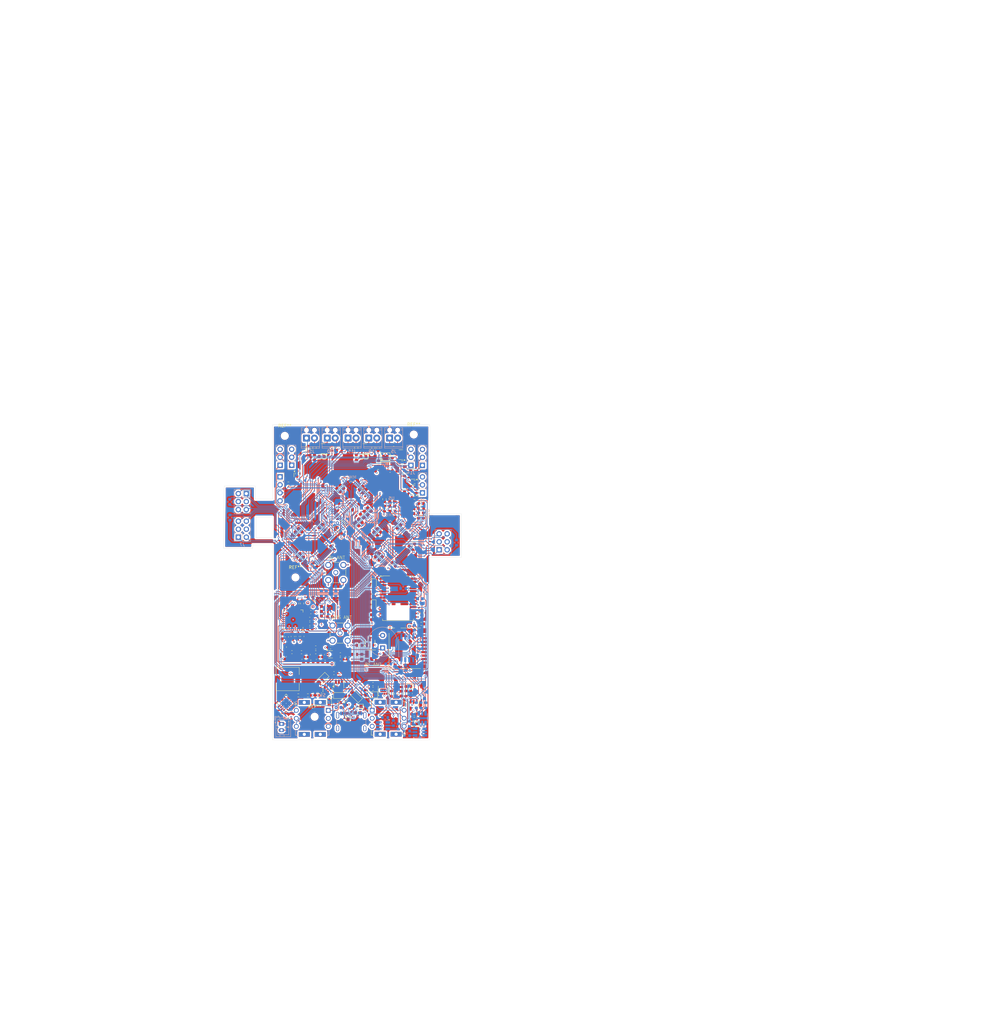
<source format=kicad_pcb>
(kicad_pcb (version 20241229) (generator "pcbnew") (generator_version "9.0")
  (layers (0 "F.Cu" signal) (4 "In1.Cu" signal) (6 "In2.Cu" signal) (2 "B.Cu" signal) (13 "F.Paste" user) (15 "B.Paste" user) (5 "F.SilkS" user "F.Silkscreen") (7 "B.SilkS" user "B.Silkscreen") (1 "F.Mask" user) (3 "B.Mask" user) (25 "Edge.Cuts" user))
  (net 0 "")
  (net 1 "Net-(1x3servo1-Pin_2)")
  (net 2 "GND")
  (net 3 "+3.3V")
  (net 4 "SERVO5")
  (net 5 "+5V")
  (net 6 "Net-(U1-XTAL32)")
  (net 7 "Net-(U1-EXTAL32)")
  (net 8 "Net-(J9-Pin_2)")
  (net 13 "mosfet1_signalfire")
  (net 17 "Net-(IC1-OUT2)")
  (net 18 "mosfet2_signalfire")
  (net 19 "Net-(IC1-OUT1)")
  (net 21 "Net-(U4-VDDCORE)")
  (net 22 "Net-(U1-VOUT3V3)")
  (net 23 "Net-(U3-VDDCORE)")
  (net 25 "Net-(U4-GNDANA)")
  (net 28 "Net-(D3-K)")
  (net 29 "Net-(D4-K)")
  (net 35 "BGM_RESET")
  (net 43 "Net-(J19-Pin_2)")
  (net 44 "Net-(J20-Pin_2)")
  (net 51 "SERVO3")
  (net 52 "Net-(J6-Pin_2)")
  (net 55 "SERVO4")
  (net 66 "SERVO2")
  (net 67 "Net-(J13-Pin_2)")
  (net 69 "Net-(J14-Pin_2)")
  (net 70 "SERVO1")
  (net 73 "RF_CS")
  (net 82 "BUZZER")
  (net 83 "nRESET DMCU-1")
  (net 84 "nRESET MMCU")
  (net 85 "nRESET DMCU-2")
  (net 86 "scl")
  (net 87 "sda")
  (net 88 "RS_GPS TMCU")
  (net 89 "D+ MMCU")
  (net 90 "D+ DMCU-1")
  (net 91 "D+ DMCU-2")
  (net 92 "D- MMCU")
  (net 93 "D- DMCU-1")
  (net 94 "D- DMCU-2")
  (net 95 "DIR1")
  (net 96 "PWM1")
  (net 97 "CS_IMU TMCU")
  (net 98 "INTERRUPT TMCU")
  (net 99 "CS_BARO TMCU")
  (net 100 "CS_SD MMCU")
  (net 101 "CS_NAND MMCU")
  (net 102 "RESETN TMCU")
  (net 103 "SPI_CLOCK TMCU")
  (net 104 "MISO TMCU")
  (net 105 "MOSI TMCU")
  (net 106 "mosfet1_signal")
  (net 107 "mosfet2_signal")
  (net 108 "mosfet3_signal")
  (net 109 "mosfet4_signal")
  (net 110 "mosfet5_signal")
  (net 111 "Net-(J15-Pin_2)")
  (net 112 "Net-(J16-Pin_2)")
  (net 113 "1B")
  (net 114 "1G")
  (net 115 "1R")
  (net 116 "2R")
  (net 117 "2G")
  (net 118 "2B")
  (net 119 "3R")
  (net 120 "3G")
  (net 121 "3B")
  (net 122 "I2C0_SCL")
  (net 123 "SWCLK DMCU-1")
  (net 124 "SWDIO DMCU-1")
  (net 125 "PTD4")
  (net 126 "I2C0_SDA")
  (net 127 "RX TMCU")
  (net 128 "PTA12")
  (net 129 "TX TMCU")
  (net 130 "SWDIO DMCU-2")
  (net 131 "SWCLK DMCU-2")
  (net 132 "NAND_MISO MMCU")
  (net 133 "NAND_MOSI MMCU")
  (net 134 "SPI0_SCK MMCU")
  (net 135 "SWCLK MMCU")
  (net 136 "SWDIO MMCU")
  (net 137 "CAM_RX")
  (net 138 "CAM_TX")
  (net 139 "BGM_INT")
  (net 140 "BGM_CS")
  (net 168 "Net-(U3-GNDANA)")
  (net 170 "SCK TMCU")
  (net 171 "RFO_HF")
  (net 172 "Net-(C8-Pad2)")
  (net 173 "Net-(C12-Pad1)")
  (net 174 "Net-(U12-RF1)")
  (net 175 "RFI_HF")
  (net 176 "Net-(D26-A)")
  (net 177 "Net-(U12-CTRL)")
  (net 178 "VR_PA")
  (net 179 "POWAAAA")
  (net 180 "Net-(J10-Pin_1)")
  (net 181 "bat")
  (net 182 "Net-(D23-K)")
  (net 183 "Net-(U9-SS{slash}TR)")
  (net 184 "Net-(U15-EN)")
  (net 185 "Net-(C41-Pad1)")
  (net 186 "Net-(U12-RF2)")
  (net 187 "Net-(C43-Pad2)")
  (net 188 "Net-(U12-RFIN)")
  (net 189 "Net-(J4-In)")
  (net 190 "Net-(D3-A)")
  (net 191 "Net-(D4-A)")
  (net 192 "Net-(D7-A)")
  (net 193 "Net-(D8-I{slash}O2)")
  (net 194 "Net-(D8-I{slash}O1)")
  (net 195 "Net-(D15-RA)")
  (net 196 "Net-(D15-BA)")
  (net 197 "Net-(D15-GA)")
  (net 198 "Net-(D16-RA)")
  (net 199 "Net-(D16-GA)")
  (net 200 "Net-(D16-BA)")
  (net 201 "Net-(D17-BA)")
  (net 202 "Net-(D17-RA)")
  (net 203 "Net-(D17-GA)")
  (net 204 "VBUS")
  (net 205 "Net-(D21-A)")
  (net 206 "Net-(D22-A)")
  (net 208 "SD_DETECT")
  (net 212 "Net-(J11-CC2)")
  (net 213 "Net-(J11-CC1)")
  (net 214 "Net-(L2-Pad2)")
  (net 215 "Net-(Q1-D)")
  (net 216 "Net-(Q1-G)")
  (net 217 "Net-(Q2-G)")
  (net 218 "Net-(Q3-D)")
  (net 219 "Net-(Q3-G)")
  (net 220 "Net-(Q4-D)")
  (net 221 "Net-(Q4-G)")
  (net 222 "Net-(Q5-G)")
  (net 223 "Net-(Q5-D)")
  (net 224 "Net-(Q6-D)")
  (net 225 "Net-(Q6-G)")
  (net 226 "Net-(Q8-G)")
  (net 227 "Net-(Q8-D)")
  (net 228 "Net-(Q9-G)")
  (net 229 "Net-(Q9-D)")
  (net 230 "Net-(U8-~{WP}{slash}IO_{2})")
  (net 231 "RXTX")
  (net 232 "Net-(U14-LBI)")
  (net 233 "Net-(U14-FB)")
  (net 234 "Net-(U9-FB)")
  (net 235 "Net-(U8-~{HOLD}{slash}~{RESET}{slash}IO_{3})")
  (net 246 "SX_XTB")
  (net 247 "SX_XTA")
  (net 248 "Net-(U6-RF_OUT)")
  (net 249 "Net-(D2-A)")
  (net 250 "Net-(U7-PA_BOOST)")
  (net 251 "Net-(D1-K)")
  (net 254 "Net-(U6-~{RESET})")
  (net 255 "Net-(U7-DIO0)")
  (net 256 "Net-(U7-DIO1)")
  (net 257 "Net-(U5-INT_DRDY)")
  (net 275 "mosfet3_signalfire")
  (net 276 "mosfet4_signalfire")
  (net 277 "Net-(BZ1--)")
  (net 278 "Net-(U11-DECOUPLE)")
  (net 279 "Net-(J25-In)")
  (net 280 "Net-(U11-ANT_OUT)")
  (footprint "Resistor_SMD:R_0603_1608Metric" (layer "F.Cu") (at 104.55 100.65 -90)
    (property "Reference" "R45" (hide yes))
    (property "Value" "100k")
  )
  (footprint "Capacitor_SMD:C_0603_1608Metric" (layer "F.Cu") (at 71.67 82.49 -90)
    (property "Reference" "C26" (hide yes))
    (property "Value" "10nF")
  )
  (footprint "LED_SMD:LED_0603_1608Metric" (layer "F.Cu") (at 110.2825 110.21 180)
    (property "Reference" "D22" (hide yes))
    (property "Value" "LED")
  )
  (footprint "Capacitor_SMD:C_0603_1608Metric" (layer "F.Cu") (at 77.08 79.99 180)
    (property "Reference" "C55" (hide yes))
    (property "Value" "100nF")
  )
  (footprint "Capacitor_SMD:C_0603_1608Metric" (layer "F.Cu") (at 102.61 29.89 180)
    (property "Reference" "C23" (hide yes))
    (property "Value" "100 nF")
  )
  (footprint "Capacitor_SMD:C_0603_1608Metric" (layer "F.Cu") (at 84.311992 54.411992 -45)
    (property "Reference" "C76" (hide yes))
    (property "Value" "100nF")
  )
  (footprint "Resistor_SMD:R_0603_1608Metric" (layer "F.Cu") (at 91.86 25.62 90)
    (property "Reference" "R58" (hide yes))
    (property "Value" "1k")
  )
  (footprint "Package_TO_SOT_SMD:SOT-23" (layer "F.Cu") (at 74.16 23.2825 -90)
    (property "Reference" "Q5" (hide yes))
    (property "Value" "IRLML6402")
  )
  (footprint "MountingHole:MountingHole_2.1mm" (layer "F.Cu") (at 110.14 18.35)
    (property "Reference" "REF**")
    (property "Value" "MountingHole_2.1mm")
  )
  (footprint "TestPoint:TestPoint_Pad_1.0x1.0mm" (layer "F.Cu") (at 89.23 108.77 90)
    (property "Reference" "TP12" (hide yes))
    (property "Value" "TestPoint")
  )
  (footprint "Capacitor_SMD:C_0603_1608Metric" (layer "F.Cu") (at 93.161992 45.731992 135)
    (property "Reference" "C66" (hide yes))
    (property "Value" "0.1uF")
  )
  (footprint "Package_TO_SOT_SMD:SOT-23" (layer "F.Cu") (at 81.3075 22.81 180)
    (property "Reference" "Q9" (hide yes))
    (property "Value" "IRLML6402")
  )
  (footprint "Capacitor_SMD:C_0603_1608Metric" (layer "F.Cu") (at 80.78 73.74 -90)
    (property "Reference" "C1" (hide yes))
    (property "Value" "100 nF")
  )
  (footprint "Capacitor_SMD:C_0603_1608Metric" (layer "F.Cu") (at 112.75219 74.97889 -90)
    (property "Reference" "C20" (hide yes))
    (property "Value" "100nF")
  )
  (footprint "Capacitor_SMD:C_0603_1608Metric" (layer "F.Cu") (at 77.335 70.09 180)
    (property "Reference" "C5" (hide yes))
    (property "Value" "12 pF")
  )
  (footprint "Capacitor_SMD:C_0603_1608Metric" (layer "F.Cu") (at 93.61 88.935 90)
    (property "Reference" "C60" (hide yes))
    (property "Value" "1.8 pF")
  )
  (footprint "Resistor_SMD:R_0603_1608Metric" (layer "F.Cu") (at 76.6675 22.8425 90)
    (property "Reference" "R66" (hide yes))
    (property "Value" "100")
  )
  (footprint "Crystal:Crystal_SMD_Abracon_ABM10-4Pin_2.5x2.0mm" (layer "F.Cu") (at 77.285 72.415 -90)
    (property "Reference" "Y4" (hide yes))
    (property "Value" "32MHz")
  )
  (footprint "Inductor_SMD:L_0603_1608Metric" (layer "F.Cu") (at 74.4525 87.49)
    (property "Reference" "L5" (hide yes))
    (property "Value" "6.8 nH")
  )
  (footprint "Resistor_SMD:R_0603_1608Metric" (layer "F.Cu") (at 107.64 100.635 90)
    (property "Reference" "R46" (hide yes))
    (property "Value" "100")
  )
  (footprint "Package_TO_SOT_SMD:SOT-23" (layer "F.Cu") (at 94.5725 22.81 180)
    (property "Reference" "Q8" (hide yes))
    (property "Value" "IRLML6402")
  )
  (footprint "Resistor_SMD:R_0603_1608Metric" (layer "F.Cu") (at 110.4 33.43)
    (property "Reference" "R64" (hide yes))
    (property "Value" "100")
  )
  (footprint "Package_TO_SOT_SMD:SOT-23-5" (layer "F.Cu") (at 110.1 104.2725 -90)
    (property "Reference" "U15" (hide yes))
    (property "Value" "AP2112K-3.3")
  )
  (footprint "Capacitor_SMD:C_0603_1608Metric" (layer "F.Cu") (at 103.77 59.61 -45)
    (property "Reference" "C68" (hide yes))
    (property "Value" "100nF")
  )
  (footprint "Capacitor_SMD:C_0603_1608Metric" (layer "F.Cu") (at 99.101992 48.811992 135)
    (property "Reference" "C70" (hide yes))
    (property "Value" "100nF")
  )
  (footprint "Capacitor_SMD:C_0603_1608Metric" (layer "F.Cu") (at 103.265 39.59)
    (property "Reference" "C51" (hide yes))
    (property "Value" "100nF")
  )
  (footprint "Diode_SMD:Nexperia_CFP3_SOD-123W" (layer "F.Cu") (at 96.38 101.01 180)
    (property "Reference" "D23" (hide yes))
    (property "Value" "PMEG6020ER")
  )
  (footprint "LED_SMD:LED_0603_1608Metric" (layer "F.Cu") (at 94.15 25.33 180)
    (property "Reference" "D3" (hide yes))
    (property "Value" "LED")
  )
  (footprint "Resistor_SMD:R_0603_1608Metric" (layer "F.Cu") (at 74.63 72.005 -90)
    (property "Reference" "R19" (hide yes))
    (property "Value" "10k")
  )
  (footprint "Resistor_SMD:R_0603_1608Metric" (layer "F.Cu") (at 88.06 106.89 180)
    (property "Reference" "R21" (hide yes))
    (property "Value" "5k1")
  )
  (footprint "Capacitor_SMD:C_0603_1608Metric" (layer "F.Cu") (at 99.601992 57.688008 -135)
    (property "Reference" "C61" (hide yes))
    (property "Value" "100nF")
  )
  (footprint "Inductor_SMD:L_0603_1608Metric" (layer "F.Cu") (at 91.3375 88.18)
    (property "Reference" "L9" (hide yes))
    (property "Value" "10 nH")
  )
  (footprint "Resistor_SMD:R_0603_1608Metric" (layer "F.Cu") (at 92.36 106.68)
    (property "Reference" "R20" (hide yes))
    (property "Value" "5k1")
  )
  (footprint "SMA_CONNECTOR:LPRS_SMA_CONNECTOR" (layer "F.Cu") (at 86.72 81.42 180)
    (property "Reference" "J3" (hide yes))
    (property "Value" "Conn_Coaxial")
  )
  (footprint "Resistor_SMD:R_0603_1608Metric" (layer "F.Cu") (at 98.97 27.54 -90)
    (property "Reference" "R25" (hide yes))
    (property "Value" "10k")
  )
  (footprint "Capacitor_SMD:C_0603_1608Metric" (layer "F.Cu") (at 98.02 49.88 135)
    (property "Reference" "C78" (hide yes))
    (property "Value" "100nF")
  )
  (footprint "Capacitor_SMD:C_0603_1608Metric" (layer "F.Cu") (at 81.27 88.235 -90)
    (property "Reference" "C11" (hide yes))
    (property "Value" "2.7 pF")
  )
  (footprint "Resistor_SMD:R_0603_1608Metric" (layer "F.Cu") (at 110.37 52.25 -90)
    (property "Reference" "R26" (hide yes))
    (property "Value" "R")
  )
  (footprint "Capacitor_SMD:C_0603_1608Metric" (layer "F.Cu") (at 106.1 100.63 90)
    (property "Reference" "C34" (hide yes))
    (property "Value" "22uF")
  )
  (footprint "Inductor_SMD:L_0603_1608Metric" (layer "F.Cu") (at 78.99 87.49)
    (property "Reference" "L6" (hide yes))
    (property "Value" "10 nH")
  )
  (footprint "NR01103ANG13-1C:SW_NR01103ANG13-1C" (layer "F.Cu") (at 101.99 108.4675)
    (property "Reference" "SW2" (hide yes))
    (property "Value" "SW_SP3T")
  )
  (footprint "TestPoint:TestPoint_Pad_1.0x1.0mm" (layer "F.Cu") (at 93.39 104.7 90)
    (property "Reference" "TP13" (hide yes))
    (property "Value" "TestPoint")
  )
  (footprint "Package_TO_SOT_SMD:SOT-23" (layer "F.Cu") (at 109.9225 35.95 180)
    (property "Reference" "Q4" (hide yes))
    (property "Value" "IRLML6402")
  )
  (footprint "Resistor_SMD:R_0603_1608Metric" (layer "F.Cu") (at 70.415 109)
    (property "Reference" "R41" (hide yes))
    (property "Value" "100k")
  )
  (footprint "Diode_SMD:Nexperia_CFP3_SOD-123W" (layer "F.Cu") (at 86.88 101.26)
    (property "Reference" "D26" (hide yes))
    (property "Value" "PMEG6020ER")
  )
  (footprint "MountingHole:MountingHole_2.1mm" (layer "F.Cu") (at 72.53 63.73)
    (property "Reference" "REF**")
    (property "Value" "MountingHole_2.1mm")
  )
  (footprint "Inductor_SMD:L_0603_1608Metric" (layer "F.Cu") (at 77.39 90.5)
    (property "Reference" "L8" (hide yes))
    (property "Value" "6.8 nH")
  )
  (footprint "Capacitor_SMD:C_0603_1608Metric" (layer "F.Cu") (at 97.18 99.13 180)
    (property "Reference" "C32" (hide yes))
    (property "Value" "10uF")
  )
  (footprint "Resistor_SMD:R_0603_1608Metric" (layer "F.Cu") (at 78.57 25.63 90)
    (property "Reference" "R59" (hide yes))
    (property "Value" "1k")
  )
  (footprint "Capacitor_SMD:C_0603_1608Metric" (layer "F.Cu") (at 92.09 46.81 135)
    (property "Reference" "C65" (hide yes))
    (property "Value" "0.1uF")
  )
  (footprint "Resistor_SMD:R_0603_1608Metric" (layer "F.Cu") (at 70.285 33.9375 180)
    (property "Reference" "R62" (hide yes))
    (property "Value" "100k")
  )
  (footprint "Diode_SMD:Nexperia_CFP3_SOD-123W" (layer "F.Cu") (at 80.939949 96.130051 -135)
    (property "Reference" "D19" (hide yes))
    (property "Value" "PMEG6020ER")
  )
  (footprint "Resistor_SMD:R_0603_1608Metric" (layer "F.Cu") (at 94.473363 36.386637 -135)
    (property "Reference" "R7" (hide yes))
    (property "Value" "4.7k")
  )
  (footprint "Resistor_SMD:R_0603_1608Metric" (layer "F.Cu") (at 86.196637 35.996637 135)
    (property "Reference" "R29" (hide yes))
    (property "Value" "R")
  )
  (footprint "Capacitor_SMD:C_0603_1608Metric" (layer "F.Cu") (at 73.021992 49.811992 135)
    (property "Reference" "C79" (hide yes))
    (property "Value" "100nF")
  )
  (footprint "SMA_CONNECTOR:LPRS_SMA_CONNECTOR" (layer "F.Cu") (at 85.36 62.17 180)
    (property "Reference" "J25" (hide yes))
    (property "Value" "Conn_Coaxial")
  )
  (footprint "Resistor_SMD:R_0603_1608Metric" (layer "F.Cu") (at 87.276637 34.916637 135)
    (property "Reference" "R30" (hide yes))
    (property "Value" "R")
  )
  (footprint "Capacitor_SMD:C_0603_1608Metric" (layer "F.Cu") (at 79.68 89.77 90)
    (property "Reference" "C41" (hide yes))
    (property "Value" "2.7 pF")
  )
  (footprint "Resistor_SMD:R_0603_1608Metric" (layer "F.Cu") (at 84.985 91.18)
    (property "Reference" "R13" (hide yes))
    (property "Value" "1k")
  )
  (footprint "Capacitor_SMD:C_0603_1608Metric" (layer "F.Cu") (at 109.17 100.64 90)
    (property "Reference" "C35" (hide yes))
    (property "Value" "1uF")
  )
  (footprint "Diode_SMD:Nexperia_CFP3_SOD-123W" (layer "F.Cu") (at 91.58 101.26 135)
    (property "Reference" "D20" (hide yes))
    (property "Value" "PMEG6020ER")
  )
  (footprint "Resistor_SMD:R_0603_1608Metric" (layer "F.Cu") (at 73.1 72.005 -90)
    (property "Reference" "R23" (hide yes))
    (property "Value" "10k")
  )
  (footprint "Capacitor_SMD:C_0603_1608Metric" (layer "F.Cu") (at 89.07 88.93 90)
    (property "Reference" "C59" (hide yes))
    (property "Value" "2.2 pF")
  )
  (footprint "Capacitor_SMD:C_0603_1608Metric" (layer "F.Cu") (at 110.26 107.13 180)
    (property "Reference" "C36" (hide yes))
    (property "Value" "1u")
  )
  (footprint "Capacitor_SMD:C_0603_1608Metric" (layer "F.Cu") (at 109.221992 54.381992 -45)
    (property "Reference" "C69" (hide yes))
    (property "Value" "100nF")
  )
  (footprint "Capacitor_SMD:C_0603_1608Metric" (layer "F.Cu") (at 77.085 76.92 180)
    (property "Reference" "C56" (hide yes))
    (property "Value" "100nF")
  )
  (footprint "Package_LGA:Texas_SIL0008D_MicroSiP-8-1EP_2.8x3mm_P0.65mm_EP1.1x1.9mm_ThermalVias" (layer "F.Cu") (at 100.46 99.6 90)
    (property "Reference" "U9" (hide yes))
    (property "Value" "TPS82130")
  )
  (footprint "Capacitor_SMD:C_0603_1608Metric" (layer "F.Cu") (at 96.8 76.36 90)
    (property "Reference" "C18" (hide yes))
    (property "Value" "4.7uF")
  )
  (footprint "Resistor_SMD:R_0603_1608Metric" (layer "F.Cu") (at 110.3 108.68 180)
    (property "Reference" "R47" (hide yes))
    (property "Value" "330")
  )
  (footprint "Package_TO_SOT_SMD:SOT-363_SC-70-6" (layer "F.Cu") (at 83.67 88.17)
    (property "Reference" "U12" (hide yes))
    (property "Value" "PE4259")
  )
  (footprint "Resistor_SMD:R_0603_1608Metric" (layer "F.Cu") (at 107.1975 35.745 90)
    (property "Reference" "R70" (hide yes))
    (property "Value" "100k")
  )
  (footprint "Capacitor_SMD:C_0603_1608Metric" (layer "F.Cu") (at 80.31 100.4 -90)
    (property "Reference" "C31" (hide yes))
    (property "Value" "100u")
  )
  (footprint "Capacitor_SMD:C_0603_1608Metric" (layer "F.Cu") (at 84.775 94.12)
    (property "Reference" "C28" (hide yes))
    (property "Value" "10uF")
  )
  (footprint "Capacitor_SMD:C_0603_1608Metric" (layer "F.Cu") (at 74.091992 48.721992 135)
    (property "Reference" "C75" (hide yes))
    (property "Value" "100nF")
  )
  (footprint "Resistor_SMD:R_0603_1608Metric" (layer "F.Cu") (at 67.61 107.49 -45)
    (property "Reference" "R40" (hide yes))
    (property "Value" "100k")
  )
  (footprint "Capacitor_SMD:C_0603_1608Metric" (layer "F.Cu") (at 96.03 42.14 135)
    (property "Reference" "C64" (hide yes))
    (property "Value" "0.1uF")
  )
  (footprint "Capacitor_SMD:C_0603_1608Metric" (layer "F.Cu") (at 75.1 89.76 90)
    (property "Reference" "C13" (hide yes))
    (property "Value" "2.2 pF")
  )
  (footprint "Resistor_SMD:R_0603_1608Metric" (layer "F.Cu") (at 73 30.7575 90)
    (property "Reference" "R67" (hide yes))
    (property "Value" "100")
  )
  (footprint "Package_TO_SOT_SMD:TSOT-23-6" (layer "F.Cu") (at 86.3425 98.01 -90)
    (property "Reference" "U13" (hide yes))
    (property "Value" "LTC4412xS6")
  )
  (footprint "Capacitor_SMD:C_0603_1608Metric" (layer "F.Cu") (at 97.175 97.61 180)
    (property "Reference" "C33" (hide yes))
    (property "Value" "3.3 nF")
  )
  (footprint "Package_TO_SOT_SMD:SOT-23" (layer "F.Cu") (at 82.82 99.5125 -90)
    (property "Reference" "Q2" (hide yes))
    (property "Value" "DMG2301L")
  )
  (footprint "Capacitor_SMD:C_0603_1608Metric" (layer "F.Cu") (at 73.45 56.7 45)
    (property "Reference" "C77" (hide yes))
    (property "Value" "100nF")
  )
  (footprint "Capacitor_SMD:C_0603_1608Metric" (layer "F.Cu") (at 94.958008 43.288008 135)
    (property "Reference" "C67" (hide yes))
    (property "Value" "4.7uF")
  )
  (footprint "Resistor_SMD:R_0603_1608Metric" (layer "F.Cu") (at 84.02 22.6 90)
    (property "Reference" "R81" (hide yes))
    (property "Value" "100")
  )
  (footprint "Capacitor_SMD:C_0603_1608Metric" (layer "F.Cu") (at 86.795 89.69)
    (property "Reference" "C21" (hide yes))
    (property "Value" "1nF")
  )
  (footprint "Resistor_SMD:R_0603_1608Metric" (layer "F.Cu") (at 86.12 103.49)
    (property "Reference" "R22" (hide yes))
    (property "Value" "330")
  )
  (footprint "Resistor_SMD:R_0603_1608Metric" (layer "F.Cu") (at 97.3 22.61 90)
    (property "Reference" "R79" (hide yes))
    (property "Value" "100")
  )
  (footprint "Resistor_SMD:R_0603_1608Metric" (layer "F.Cu") (at 106.47 27.25)
    (property "Reference" "R63" (hide yes))
    (property "Value" "100")
  )
  (footprint "Capacitor_SMD:C_0603_1608Metric" (layer "F.Cu") (at 80.76 76.775 90)
    (property "Reference" "C2" (hide yes))
    (property "Value" "100 nF")
  )
  (footprint "Package_DFN_QFN:QFN-28-1EP_6x6mm_P0.65mm_EP4.8x4.8mm" (layer "F.Cu") (at 71.81 77.1675 180)
    (property "Reference" "U7" (hide yes))
    (property "Value" "SX1276")
  )
  (footprint "Resistor_SMD:R_0603_1608Metric" (layer "F.Cu") (at 103.01 100.65 90)
    (property "Reference" "R44" (hide yes))
    (property "Value" "350k")
  )
  (footprint "Capacitor_SMD:C_0603_1608Metric" (layer "F.Cu") (at 105.41 47.59 45)
    (property "Reference" "C71" (hide yes))
    (property "Value" "100nF")
  )
  (footprint "Capacitor_SMD:C_0603_1608Metric" (layer "F.Cu") (at 77.085 78.45 180)
    (property "Reference" "C53" (hide yes))
    (property "Value" "100nF")
  )
  (footprint "Capacitor_SMD:C_0603_1608Metric" (layer "F.Cu") (at 68.3 82.47 90)
    (property "Reference" "C52" (hide yes))
    (property "Value" "100nF")
  )
  (footprint "Resistor_SMD:R_0603_1608Metric" (layer "F.Cu") (at 73.9325 25.9925 180)
    (property "Reference" "R71" (hide yes))
    (property "Value" "100k")
  )
  (footprint "Package_TO_SOT_SMD:SOT-23" (layer "F.Cu") (at 96.22 84.2475 90)
    (property "Reference" "Q7" (hide yes))
    (property "Value" "BSS138")
  )
  (footprint "Fuse:Fuse_0603_1608Metric" (layer "F.Cu") (at 98.82 22.6125 -90)
    (property "Reference" "F1" (hide yes))
    (property "Value" "Polyfuse")
  )
  (footprint "Capacitor_SMD:C_0603_1608Metric" (layer "F.Cu") (at 83.49 76.24 180)
    (property "Reference" "C3" (hide yes))
    (property "Value" "100 nF")
  )
  (footprint "Capacitor_SMD:C_0603_1608Metric" (layer "F.Cu") (at 103.76 21.58)
    (property "Reference" "C58" (hide yes))
    (property "Value" "100nF")
  )
  (footprint "Capacitor_SMD:C_0603_1608Metric" (layer "F.Cu") (at 93.711992 44.191992 135)
    (property "Reference" "C63" (hide yes))
    (property "Value" "1uF")
  )
  (footprint "Inductor_SMD:L_7.3x7.3_H4.5" (layer "F.Cu") (at 70.03 96.01)
    (property "Reference" "L2" (hide yes))
    (property "Value" "SLF7055T-6R8N2R8-3PF")
  )
  (footprint "Capacitor_SMD:C_0603_1608Metric" (layer "F.Cu") (at 97.49 69.015 -90)
    (property "Reference" "C19" (hide yes))
    (property "Value" "100nF")
  )
  (footprint "Diode_SMD:D_0603_1608Metric" (layer "F.Cu") (at 97.43 72.34 -90)
    (property "Reference" "D1" (hide yes))
    (property "Value" "D_Schottky")
  )
  (footprint "Resistor_SMD:R_0603_1608Metric" (layer "F.Cu") (at 92.8 85.31 180)
    (property "Reference" "R72" (hide yes))
    (property "Value" "2k2")
  )
  (footprint "Capacitor_SMD:C_0603_1608Metric" (layer "F.Cu") (at 74.71 82.47 -90)
    (property "Reference" "C24" (hide yes))
    (property "Value" "10nF")
  )
  (footprint "Resistor_SMD:R_0603_1608Metric" (layer "F.Cu") (at 93.403363 35.316637 -135)
    (property "Reference" "R6" (hide yes))
    (property "Value" "4.7k")
  )
  (footprint "Capacitor_SMD:C_0603_1608Metric" (layer "F.Cu") (at 81.965 90.52)
    (property "Reference" "C42" (hide yes))
    (property "Value" "1.8 pF")
  )
  (footprint "Inductor_SMD:L_0603_1608Metric" (layer "F.Cu") (at 69.14 85.86 -90)
    (property "Reference" "L4" (hide yes))
    (property "Value" "8.2 nH")
  )
  (footprint "Resistor_SMD:R_0603_1608Metric" (layer "F.Cu") (at 110.3625 38.44)
    (property "Reference" "R65" (hide yes))
    (property "Value" "100")
  )
  (footprint "Resistor_SMD:R_0603_1608Metric" (layer "F.Cu") (at 112.52 78.5)
    (property "Reference" "R55" (hide yes))
    (property "Value" "10kΩ")
  )
  (footprint "Capacitor_SMD:C_0603_1608Metric" (layer "F.Cu") (at 98.52 56.62 -135)
    (property "Reference" "C62" (hide yes))
    (property "Value" "100nF")
  )
  (footprint "Package_TO_SOT_SMD:SOT-23" (layer "F.Cu") (at 70.5 31.2 -90)
    (property "Reference" "Q6" (hide yes))
    (property "Value" "IRLML6402")
  )
  (footprint "Package_TO_SOT_SMD:SOT-23" (layer "F.Cu") (at 109.9525 30.94 180)
    (property "Reference" "Q3" (hide yes))
    (property "Value" "IRLML6402")
  )
  (footprint "Resistor_SMD:R_0603_1608Metric" (layer "F.Cu") (at 98.82 29.94)
    (property "Reference" "R24" (hide yes))
    (property "Value" "10k")
  )
  (footprint "Package_TO_SOT_SMD:SOT-143" (layer "F.Cu") (at 89.98 103.98 45)
    (property "Reference" "D8" (hide yes))
    (property "Value" "PRTR5V0U2X")
  )
  (footprint "Capacitor_SMD:C_0603_1608Metric" (layer "F.Cu") (at 78.98 85.97)
    (property "Reference" "C12" (hide yes))
    (property "Value" "1.2 pF")
  )
  (footprint "LED_SMD:LED_0603_1608Metric" (layer "F.Cu") (at 83.24 103.45 -90)
    (property "Reference" "D7" (hide yes))
    (property "Value" "LED")
  )
  (footprint "Package_TO_SOT_SMD:SOT-23" (layer "F.Cu") (at 106.04 24.75 180)
    (property "Reference" "Q1" (hide yes))
    (property "Value" "IRLML6402")
  )
  (footprint "Capacitor_SMD:C_0603_1608Metric" (layer "F.Cu") (at 78.87 59.67 -45)
    (property "Reference" "C74" (hide yes))
    (property "Value" "100nF")
  )
  (footprint "Capacitor_SMD:C_0603_1608Metric" (layer "F.Cu") (at 86.805 88.18)
    (property "Reference" "C43" (hide yes))
    (property "Value" "1.0 pF")
  )
  (footprint "Diode_SMD:D_0603_1608Metric" (layer "F.Cu") (at 97.491212 65.658916 -90)
    (property "Reference" "D2" (hide yes))
    (property "Value" "PESD5V‑S5ULC")
  )
  (footprint "A3909:MSOP10-PAD" (layer "F.Cu") (at 101.1 25.65 90)
    (property "Reference" "IC1" (hide yes))
    (property "Value" "A3909")
  )
  (footprint "U.FL-R-SMT_01_:HRS_U.FL-R-SMT_01_" (layer "F.Cu") (at 96.75 88.08)
    (property "Reference" "J4" (hide yes))
    (property "Value" "H9161TR-ND")
  )
  (footprint "Resistor_SMD:R_0603_1608Metric" (layer "F.Cu") (at 76.485 101.2)
    (property "Reference" "R43" (hide yes))
    (property "Value" "100k")
  )
  (footprint "Capacitor_SMD:C_0603_1608Metric" (layer "F.Cu") (at 77.425 74.74)
    (property "Reference" "C6" (hide yes))
    (property "Value" "12 pF")
  )
  (footprint "Capacitor_SMD:C_0603_1608Metric" (layer "F.Cu") (at 74.53 57.76 45)
    (property "Reference" "C72" (hide yes))
    (property "Value" "1uF")
  )
  (footprint "Resistor_SMD:R_0603_1608Metric" (layer "F.Cu") (at 78.58 22.59 -90)
    (property "Reference" "R80" (hide yes))
    (property "Value" "10k")
  )
  (footprint "Capacitor_SMD:C_0603_1608Metric" (layer "F.Cu") (at 70.82 72.75 180)
    (property "Reference" "C54" (hide yes))
    (property "Value" "100nF")
  )
  (footprint "RF_GPS:Quectel_L96" (layer "F.Cu") (at 105.13 70.35)
    (property "Reference" "U6" (hide yes))
    (property "Value" "GPS")
  )
  (footprint "LED_SMD:LED_0603_1608Metric" (layer "F.Cu") (at 80.87 25.3 180)
    (property "Reference" "D4" (hide yes))
    (property "Value" "LED")
  )
  (footprint "Capacitor_SMD:C_0603_1608Metric" (layer "F.Cu") (at 71.42 87.47)
    (property "Reference" "C8" (hide yes))
    (property "Value" "1.5 pF")
  )
  (footprint "Capacitor_SMD:C_0603_1608Metric" (layer "F.Cu") (at 69.13 88.88 -90)
    (property "Reference" "C7" (hide yes))
    (property "Value" "2.2 pF")
  )
  (footprint "Capacitor_SMD:C_0603_1608Metric" (layer "F.Cu") (at 83.68 85.95 180)
    (property "Reference" "C22" (hide yes))
    (property "Value" "1nF")
  )
  (footprint "Capacitor_SMD:C_0603_1608Metric" (layer "F.Cu") (at 112.4525 40.2625 180)
    (property "Reference" "C44" (hide yes))
    (property "Value" "100nF")
  )
  (footprint "Capacitor_SMD:C_0603_1608Metric" (layer "F.Cu") (at 110.1275 42.6475 -90)
    (property "Reference" "C45" (hide yes))
    (property "Value" "100nF")
  )
  (footprint "Resistor_SMD:R_0603_1608Metric" (layer "F.Cu") (at 73.445 101.19)
    (property "Reference" "R42" (hide yes))
    (property "Value" "430k")
  )
  (footprint "Fuse:Fuse_0603_1608Metric" (layer "F.Cu") (at 85.54 22.5975 -90)
    (property "Reference" "F2" (hide yes))
    (property "Value" "Polyfuse")
  )
  (footprint "Package_DFN_QFN:Texas_RSA_VQFN-16-1EP_4x4mm_P0.65mm_EP2.7x2.7mm_ThermalVias" (layer "F.Cu") (at 69.578268 103.752874 -135)
    (property "Reference" "U14" (hide yes))
    (property "Value" "TPS61092")
  )
  (footprint "Capacitor_SMD:C_0603_1608Metric" (layer "F.Cu") (at 76.72 88.235 -90)
    (property "Reference" "C9" (hide yes))
    (property "Value" "2.2 pF")
  )
  (footprint "Capacitor_SMD:C_0603_1608Metric" (layer "F.Cu") (at 73.19 82.475 -90)
    (property "Reference" "C25" (hide yes))
    (property "Value" "100nF")
  )
  (footprint "Resistor_SMD:R_0603_1608Metric" (layer "F.Cu") (at 103.365 42.73 180)
    (property "Reference" "R53" (hide yes))
    (property "Value" "10k")
  )
  (footprint "MountingHole:MountingHole_2.1mm" (layer "F.Cu") (at 78.63 107.99)
    (property "Reference" "REF**")
    (property "Value" "MountingHole_2.1mm")
  )
  (footprint "Capacitor_SMD:C_0603_1608Metric" (layer "F.Cu") (at 80.581992 47.448008 45)
    (property "Reference" "C73" (hide yes))
    (property "Value" "100nF")
  )
  (footprint "Capacitor_SMD:C_0603_1608Metric" (layer "F.Cu") (at 69.96 111.33 -90)
    (property "Reference" "C29" (hide yes))
    (property "Value" "10u")
  )
  (footprint "Capacitor_SMD:C_0603_1608Metric" (layer "F.Cu") (at 86.255 105.04)
    (property "Reference" "C27" (hide yes))
    (property "Value" "100n")
  )
  (footprint "Resistor_SMD:R_0603_1608Metric" (layer "F.Cu") (at 91.85 22.59 -90)
    (property "Reference" "R78" (hide yes))
    (property "Value" "10k")
  )
  (footprint "Resistor_SMD:R_0603_1608Metric" (layer "F.Cu") (at 112.4475 41.7975)
    (property "Reference" "R38" (hide yes))
    (property "Value" "10k")
  )
  (footprint "MountingHole:MountingHole_2.1mm" (layer "F.Cu") (at 69.14 18.78)
    (property "Reference" "REF**")
    (property "Value" "MountingHole_2.1mm")
  )
  (footprint "LED_SMD:LED_0603_1608Metric" (layer "F.Cu") (at 108.4 98.35 180)
    (property "Reference" "D21" (hide yes))
    (property "Value" "LED")
  )
  (footprint "Resistor_SMD:R_0603_1608Metric" (layer "F.Cu") (at 107.23 30.7 90)
    (property "Reference" "R69" (hide yes))
    (property "Value" "100k")
  )
  (footprint "Resistor_SMD:R_0603_1608Metric" (layer "F.Cu") (at 103.32 24.96 90)
    (property "Reference" "R68" (hide yes))
    (property "Value" "100k")
  )
  (footprint "Crystal:Crystal_AT310_D3.0mm_L10.0mm_Vertical" (layer "F.Cu") (at 85.851974 46.441974 -45)
    (property "Reference" "Y1" (hide yes))
    (property "Value" "Crystal")
  )
  (footprint "Capacitor_SMD:C_0603_1608Metric" (layer "F.Cu") (at 69.83 82.61 -90)
    (property "Reference" "C57" (hide yes))
    (property "Value" "100nF")
  )
  (footprint "Resistor_SMD:R_0603_1608Metric" (layer "F.Cu") (at 113.2075 44.0625 -90)
    (property "Reference" "R37" (hide yes))
    (property "Value" "10k")
  )
  (footprint "Resistor_SMD:R_0603_1608Metric" (layer "F.Cu") (at 111.6675 44.0675 -90)
    (property "Reference" "R27" (hide yes))
    (property "Value" "10k")
  )
  (footprint "Resistor_SMD:R_0603_1608Metric" (layer "F.Cu") (at 100.7975 41.8925 90)
    (property "Reference" "R39" (hide yes))
    (property "Value" "10k")
  )
  (footprint "Capacitor_SMD:C_0603_1608Metric" (layer "F.Cu") (at 103.29 41.11)
    (property "Reference" "C50" (hide yes))
    (property "Value" "100nF")
  )
  (footprint "Capacitor_SMD:C_0603_1608Metric" (layer "F.Cu") (at 78.77 100.37 -90)
    (property "Reference" "C30" (hide yes))
    (property "Value" "2u2")
  )
  (footprint "Connector_Card:microSD_HC_Hirose_DM3D-SF" (layer "F.Cu") (at 108.085 86.245 90)
    (property "Reference" "J1" (hide yes))
    (property "Value" "Micro_SD_Card_Det1")
  )
  (footprint "Resistor_SMD:R_0603_1608Metric" (layer "F.Cu") (at 100.8075 38.8775 -90)
    (property "Reference" "R52" (hide yes))
    (property "Value" "10k")
  )
  (footprint "Resistor_SMD:R_0603_1608Metric" (layer "B.Cu") (at 102.045 91.21)
    (property "Reference" "R56")
    (property "Value" "10k")
  )
  (footprint "Resistor_SMD:R_0603_1608Metric" (layer "B.Cu") (at 113.98 104.36 -90)
    (property "Reference" "R93" (hide yes))
    (property "Value" "220")
  )
  (footprint "Resistor_SMD:R_0603_1608Metric" (layer "B.Cu") (at 51.71 44.71 -90)
    (property "Reference" "R3" (hide yes))
    (property "Value" "10k")
  )
  (footprint "MK20DX256VLH7:QFP50P1200X1200X160-64N" (layer "B.Cu") (at 90.188726 40.315 135)
    (property "Reference" "U1" (hide yes))
    (property "Value" "MMCU")
  )
  (footprint "Capacitor_SMD:C_0603_1608Metric" (layer "B.Cu") (at 87.38 49.61 -45)
    (property "Reference" "C10")
    (property "Value" "12pF")
  )
  (footprint "Resistor_SMD:R_0603_1608Metric" (layer "B.Cu") (at 107.56 92.45 90)
    (property "Reference" "R12" (hide yes))
    (property "Value" "10kΩ")
  )
  (footprint "LED_SMD:LED_ROHM_SMLVN6" (layer "B.Cu") (at 112.095 112.86)
    (property "Reference" "D15" (hide yes))
    (property "Value" "SMLVN6RGB")
  )
  (footprint "Package_QFP:TQFP-64_10x10mm_P0.5mm" (layer "B.Cu") (at 77.745637 52.825 -45)
    (property "Reference" "U3")
    (property "Value" "NMCU")
  )
  (footprint "Resistor_SMD:R_0603_1608Metric" (layer "B.Cu") (at 106.795 67.24)
    (property "Reference" "R11" (hide yes))
    (property "Value" "10kΩ")
  )
  (footprint "Connector_USB:USB_C_Receptacle_GCT_USB4105-xx-A_16P_TopMnt_Horizontal" (layer "B.Cu") (at 90.24 110.6 180)
    (property "Reference" "J11" (hide yes))
    (property "Value" "USB_C_Receptacle_USB2.0_16P")
  )
  (footprint "Package_QFP:TQFP-64_10x10mm_P0.5mm" (layer "B.Cu") (at 102.691274 52.8225 -45)
    (property "Reference" "U4")
    (property "Value" "TMCU")
  )
  (footprint "Resistor_SMD:R_0603_1608Metric" (layer "B.Cu") (at 108.73 80.035 -90)
    (property "Reference" "R54" (hide yes))
    (property "Value" "10kΩ")
  )
  (footprint "Resistor_SMD:R_0603_1608Metric" (layer "B.Cu") (at 107.985 114.01)
    (property "Reference" "R87" (hide yes))
    (property "Value" "220")
  )
  (footprint "Package_LGA:ST_HLGA-10_2x2mm_P0.5mm_LayoutBorder3x2y" (layer "B.Cu") (at 103.0575 40.59 180)
    (property "Reference" "U5")
    (property "Value" "LPS22HB")
  )
  (footprint "Resistor_SMD:R_0603_1608Metric" (layer "B.Cu") (at 82.28 68.89 90)
    (property "Reference" "R1" (hide yes))
    (property "Value" "10 kΩ")
  )
  (footprint "Resistor_SMD:R_0603_1608Metric" (layer "B.Cu") (at 123.72 52.68 -90)
    (property "Reference" "R5" (hide yes))
    (property "Value" "10k")
  )
  (footprint "Buzzer_Beeper:MagneticBuzzer_PUI_AT-0927-TT-6-R" (layer "B.Cu") (at 100.24 86.14 90)
    (property "Reference" "BZ1" (hide yes))
    (property "Value" "Buzzer")
  )
  (footprint "Resistor_SMD:R_0603_1608Metric" (layer "B.Cu") (at 105.19 111.08 -90)
    (property "Reference" "R90" (hide yes))
    (property "Value" "220")
  )
  (footprint "NR01103ANG13-1C:SW_NR01103ANG13-1C" (layer "B.Cu") (at 77.88 108.5 180)
    (property "Reference" "SW1")
    (property "Value" "SW_SP3T")
  )
  (footprint "Resistor_SMD:R_0603_1608Metric" (layer "B.Cu") (at 108.75 110.27 -90)
    (property "Reference" "R89" (hide yes))
    (property "Value" "220")
  )
  (footprint "Resistor_SMD:R_0603_1608Metric" (layer "B.Cu") (at 112.44 104.36 -90)
    (property "Reference" "R94" (hide yes))
    (property "Value" "220")
  )
  (footprint "Connector_PinHeader_2.54mm:PinHeader_1x03_P2.54mm_Vertical" (layer "B.Cu") (at 71.34 28.11)
    (property "Reference" "J9" (hide yes))
    (property "Value" "1x3 servo")
  )
  (footprint "TerminalBlock_Phoenix:TerminalBlock_Phoenix_MPT-0,5-2-2.54_1x02_P2.54mm_Horizontal" (layer "B.Cu") (at 76.03 19.4925)
    (property "Reference" "J16")
    (property "Value" "arming terminal")
  )
  (footprint "TerminalBlock_Phoenix:TerminalBlock_Phoenix_MPT-0,5-2-2.54_1x02_P2.54mm_Horizontal" (layer "B.Cu") (at 95.85 19.48)
    (property "Reference" "J19")
    (property "Value" "Screw_Terminal_01x02")
  )
  (footprint "Connector_PinHeader_2.54mm:PinHeader_1x04_P2.54mm_Vertical" (layer "B.Cu") (at 67.63 31.79 180)
    (property "Reference" "J12" (hide yes))
    (property "Value" "Conn_01x04")
  )
  (footprint "Resistor_SMD:R_0603_1608Metric" (layer "B.Cu") (at 103.67 110.005 -90)
    (property "Reference" "R91" (hide yes))
    (property "Value" "220")
  )
  (footprint "Connector_JST:JST_PH_B2B-PH-K_1x02_P2.00mm_Vertical" (layer "B.Cu") (at 68.1 110.26 -90)
    (property "Reference" "J10" (hide yes))
    (property "Value" "Conn_01x02_Pin")
  )
  (footprint "Resistor_SMD:R_0603_1608Metric" (layer "B.Cu") (at 101.045 108.23)
    (property "Reference" "R92" (hide yes))
    (property "Value" "220")
  )
  (footprint "LED_SMD:LED_ROHM_SMLVN6" (layer "B.Cu") (at 100.335 110.82 180)
    (property "Reference" "D16" (hide yes))
    (property "Value" "SMLVN6RGB")
  )
  (footprint "Inductor_SMD:L_0603_1608Metric" (layer "B.Cu") (at 112.09 70.5 180)
    (property "Reference" "L1")
    (property "Value" "47 nH")
  )
  (footprint "Resistor_SMD:R_0603_1608Metric" (layer "B.Cu") (at 51.645 39.74 90)
    (property "Reference" "R4" (hide yes))
    (property "Value" "10k")
  )
  (footprint "Capacitor_SMD:C_0603_1608Metric" (layer "B.Cu") (at 110.31 79.725 90)
    (property "Reference" "C15" (hide yes))
    (property "Value" "100nF")
  )
  (footprint "Connector_PinHeader_2.54mm:PinHeader_1x03_P2.54mm_Vertical" (layer "B.Cu") (at 67.65 28.12)
    (property "Reference" "1x3servo1" (hide yes))
    (property "Value" "Conn_01x03")
  )
  (footprint "Package_SO:SOIC-8_5.3x5.3mm_P1.27mm" (layer "B.Cu") (at 108.085 86.245 90)
    (property "Reference" "U8" (hide yes))
    (property "Value" "NAND")
  )
  (footprint "TerminalBlock_Phoenix:TerminalBlock_Phoenix_MPT-0,5-2-2.54_1x02_P2.54mm_Horizontal" (layer "B.Cu") (at 89.25 19.47)
    (property "Reference" "J15")
    (property "Value" "arming terminal")
  )
  (footprint "TerminalBlock_Phoenix:TerminalBlock_Phoenix_MPT-0,5-2-2.54_1x02_P2.54mm_Horizontal" (layer "B.Cu") (at 102.47 19.48)
    (property "Reference" "J5")
    (property "Value" "Screw_Term")
  )
  (footprint "Resistor_SMD:R_0603_1608Metric" (layer "B.Cu") (at 80.75 68.88 90)
    (property "Reference" "R2" (hide yes))
    (property "Value" "10 kΩ")
  )
  (footprint "Capacitor_SMD:C_0603_1608Metric" (layer "B.Cu") (at 86.095 66.59 180)
    (property "Reference" "C4" (hide yes))
    (property "Value" "1.2 pF")
  )
  (footprint "LED_SMD:LED_ROHM_SMLVN6" (layer "B.Cu") (at 112.8375 108.45 -90)
    (property "Reference" "D17" (hide yes))
    (property "Value" "SMLVN6RGB")
  )
  (footprint "Connector_PinHeader_2.54mm:PinHeader_1x03_P2.54mm_Vertical" (layer "B.Cu") (at 112.91 36.89)
    (property "Reference" "J6")
    (property "Value" "1x3 servo")
  )
  (footprint "Package_LGA:LGA-14_3x2.5mm_P0.5mm_LayoutBorder3x4y" (layer "B.Cu") (at 112.44 43.5275 90)
    (property "Reference" "U10")
    (property "Value" "LSM6DS3")
  )
  (footprint "Connector_PinHeader_2.54mm:PinHeader_1x03_P2.54mm_Vertical" (layer "B.Cu") (at 112.9 28.15)
    (property "Reference" "J13" (hide yes))
    (property "Value" "1x3 servo")
  )
  (footprint "Resistor_SMD:R_0603_1608Metric" (layer "B.Cu") (at 107.985 112.49)
    (property "Reference" "R88" (hide yes))
    (property "Value" "220")
  )
  (footprint "Inductor_SMD:L_0603_1608Metric" (layer "B.Cu") (at 85.36 68.89 90)
    (property "Reference" "L3" (hide yes))
    (property "Value" "3.9 nH")
  )
  (footprint "TerminalBlock_Phoenix:TerminalBlock_Phoenix_MPT-0,5-2-2.54_1x02_P2.54mm_Horizontal" (layer "B.Cu") (at 82.63 19.49)
    (property "Reference" "J20")
    (property "Value" "Screw_Terminal_01x02")
  )
  (footprint "Capacitor_SMD:C_0603_1608Metric" (layer "B.Cu") (at 86.255 105.04)
    (property "Reference" "C16" (hide yes))
    (property "Value" "4n7")
  )
  (footprint "Connector_PinHeader_2.54mm:PinHeader_2x03_P2.54mm_Vertical" (layer "B.Cu") (at 118.21 54.96)
    (property "Reference" "J8" (hide yes))
    (property "Value" "Conn_02x03_Counter_Clockwise")
  )
  (footprint "KiCADv6:BGM220SC12WGA2R" (layer "B.Cu") (at 83.14 73.78 180)
    (property "Reference" "U11" (hide yes))
    (property "Value" "BGM220SC12WGA2R")
  )
  (footprint "Connector_PinHeader_2.54mm:PinHeader_2x03_P2.54mm_Vertical" (layer "B.Cu") (at 56.9 37.11 180)
    (property "Reference" "J2" (hide yes))
    (property "Value" "Conn_02x03_Counter_Clockwise")
  )
  (footprint "Resistor_SMD:R_0603_1608Metric" (layer "B.Cu") (at 110.93 104.355 -90)
    (property "Reference" "R95" (hide yes))
    (property "Value" "220")
  )
  (footprint "Connector_PinHeader_2.54mm:PinHeader_1x03_P2.54mm_Vertical" (layer "B.Cu") (at 109.24 28.14)
    (property "Reference" "J14")
    (property "Value" "1x3 servo")
  )
  (footprint "Capacitor_SMD:C_0603_1608Metric" (layer "B.Cu") (at 84.421992 46.671992 135)
    (property "Reference" "C17" (hide yes))
    (property "Value" "12pF")
  )
  (footprint "Connector_PinHeader_2.54mm:PinHeader_2x03_P2.54mm_Vertical" (layer "B.Cu") (at 54.38 50.96)
    (property "Reference" "J7")
    (property "Value" "Conn_02x03_Counter_Clockwise")
  )
  (gr_line (start 65.238726 15.315) (end 115.238726 15.315) (stroke (width 0.05)) (layer "Edge.Cuts"))
  (gr_line (start 58.94 54.5) (end 49.7 54.5) (stroke (width 0.05)) (layer "Edge.Cuts"))
  (gr_line (start 59.95 51.12) (end 59.95 44.55) (stroke (width 0.05)) (layer "Edge.Cuts"))
  (gr_line (start 65.192727 44.55) (end 65.19 51.12) (stroke (width 0.05)) (layer "Edge.Cuts"))
  (gr_line (start 65.24 54.5) (end 65.238726 115.315) (stroke (width 0.05)) (layer "Edge.Cuts"))
  (gr_line (start 115.27 115.315) (end 115.27 57.36) (stroke (width 0.05)) (layer "Edge.Cuts"))
  (gr_line (start 65.24 54.5) (end 65.240025 53.32) (stroke (width 0.05)) (layer "Edge.Cuts"))
  (gr_line (start 65.240277 38.92) (end 65.238726 15.315) (stroke (width 0.05)) (layer "Edge.Cuts"))
  (gr_line (start 125.25 43.501667) (end 125.25 57.36) (stroke (width 0.05)) (layer "Edge.Cuts"))
  (gr_line (start 65.238726 115.315) (end 115.27 115.315) (stroke (width 0.05)) (layer "Edge.Cuts"))
  (gr_line (start 58.94 54.5) (end 58.94 53.319323) (stroke (width 0.05)) (layer "Edge.Cuts"))
  (gr_line (start 59.95 44.55) (end 65.192727 44.55) (stroke (width 0.05)) (layer "Edge.Cuts"))
  (gr_line (start 115.238726 15.315) (end 115.22 43.501667) (stroke (width 0.05)) (layer "Edge.Cuts"))
  (gr_line (start 59.79 34.705) (end 59.79 38.924813) (stroke (width 0.05)) (layer "Edge.Cuts"))
  (gr_line (start 59.79 38.924813) (end 65.240277 38.92) (stroke (width 0.05)) (layer "Edge.Cuts"))
  (gr_line (start 59.79 34.705) (end 49.90009 34.7) (stroke (width 0.05)) (layer "Edge.Cuts"))
  (gr_line (start 49.90009 34.7) (end 49.7 54.5) (stroke (width 0.05)) (layer "Edge.Cuts"))
  (gr_line (start 58.94 53.319323) (end 65.24 53.32) (stroke (width 0.05)) (layer "Edge.Cuts"))
  (gr_line (start 125.25 57.36) (end 115.27 57.36) (stroke (width 0.05)) (layer "Edge.Cuts"))
  (gr_line (start 65.19 51.12) (end 59.95 51.12) (stroke (width 0.05)) (layer "Edge.Cuts"))
  (gr_line (start 115.22 43.501667) (end 125.25 43.501667) (stroke (width 0.05)) (layer "Edge.Cuts"))
  (gr_text "NMCU" (at 116.5 46 0) (layer "F.Cu") (effects (font (size 1.5 1.5) (thickness 0.3) (bold yes)) (justify left bottom)))
  (gr_text "GPS ANT" (at 84 77 -0) (layer "F.SilkS") (effects (font (size 1 1) (thickness 0.1)) (justify left bottom)))
  (gr_text "BL ANT" (at 83 58 -0) (layer "F.SilkS") (effects (font (size 1 1) (thickness 0.1)) (justify left bottom)))
  (gr_text "RF ANT" (at 94.5 92 -0) (layer "F.SilkS") (effects (font (size 1 1) (thickness 0.1)) (justify left bottom)))
  (gr_text "NMCU" (at 79 45 0) (layer "B.SilkS") (effects (font (size 1 1) (thickness 0.1)) (justify left bottom mirror)))
  (gr_text "MMCU" (at 92 32.5 0) (layer "B.SilkS") (effects (font (size 1 1) (thickness 0.1)) (justify left bottom mirror)))
  (gr_text "TMCU" (at 104 44.5 0) (layer "B.SilkS") (effects (font (size 1 1) (thickness 0.1)) (justify left bottom mirror)))
  (segment (start 69.55 27.48) (end 67.65 25.58) (width 0.2) (layer "F.Cu") (net 1))
  (segment (start 69.55 30.2625) (end 69.55 27.48) (width 0.2) (layer "F.Cu") (net 1))
  (segment (start 102.515 40.735) (end 102.92 40.33) (width 0.2) (layer "F.Cu") (net 2))
  (segment (start 78.65 78.54) (end 78.56 78.45) (width 0.2) (layer "F.Cu") (net 2))
  (segment (start 85.3925 96.8725) (end 85.3925 97.098063) (width 0.2) (layer "F.Cu") (net 2))
  (segment (start 111.089879 109.655) (end 111.089879 110.190121) (width 0.2) (layer "F.Cu") (net 2))
  (segment (start 85.54 23.385) (end 85.755 23.385) (width 0.2) (layer "F.Cu") (net 2))
  (segment (start 74.63 70.38) (end 74.49 70.24) (width 0.2) (layer "F.Cu") (net 2))
  (segment (start 98.08 68.15) (end 100.33 68.15) (width 0.2) (layer "F.Cu") (net 2))
  (segment (start 72.46 80.155) (end 72.46 79.24) (width 0.2) (layer "F.Cu") (net 2))
  (segment (start 68.849627 84.135159) (end 68.415159 84.135159) (width 0.2) (layer "F.Cu") (net 2))
  (segment (start 75.1 88.985) (end 75.865 88.985) (width 0.2) (layer "F.Cu") (net 2))
  (segment (start 97.995 29.94) (end 97.995 30.175) (width 0.2) (layer "F.Cu") (net 2))
  (segment (start 87.235 106.89) (end 86.525 106.89) (width 0.2) (layer "F.Cu") (net 2))
  (segment (start 79.15 74.74) (end 79.21 74.8) (width 0.2) (layer "F.Cu") (net 2))
  (segment (start 80.121973 48.680897) (end 80.033984 48.592908) (width 0.2) (layer "F.Cu") (net 2))
  (segment (start 82.1 85.95) (end 82.04 86.01) (width 0.2) (layer "F.Cu") (net 2))
  (segment (start 113.2275 40.2625) (end 112.6575 40.2625) (width 0.2) (layer "F.Cu") (net 2))
  (segment (start 93.61 89.71) (end 90.38 89.71) (width 0.2) (layer "F.Cu") (net 2))
  (segment (start 99.954512 56.358588) (end 99.954512 56.944512) (width 0.2) (layer "F.Cu") (net 2))
  (segment (start 80.445 88.995) (end 80.52 89.07) (width 0.2) (layer "F.Cu") (net 2))
  (segment (start 110.1 103.743173) (end 109.643331 104.199842) (width 0.2) (layer "F.Cu") (net 2))
  (segment (start 96.8 77.135) (end 96.8 78.27) (width 0.2) (layer "F.Cu") (net 2))
  (segment (start 110.1275 41.8725) (end 110.1275 41.968497) (width 0.2) (layer "F.Cu") (net 2))
  (segment (start 80.76 77.55) (end 80.76 78.726537) (width 0.2) (layer "F.Cu") (net 2))
  (segment (start 75.865 88.985) (end 75.93 89.05) (width 0.2) (layer "F.Cu") (net 2))
  (segment (start 96.405 99.13) (end 96.01 99.13) (width 0.2) (layer "F.Cu") (net 2))
  (segment (start 108.7 53.86) (end 108.673984 53.833984) (width 0.2) (layer "F.Cu") (net 2))
  (segment (start 100.33 74.15) (end 99.44 74.15) (width 0.2) (layer "F.Cu") (net 2))
  (segment (start 103.221992 58.736264) (end 103.575265 58.382991) (width 0.2) (layer "F.Cu") (net 2))
  (segment (start 100.33 75.15) (end 99.5 75.15) (width 0.2) (layer "F.Cu") (net 2))
  (segment (start 109.93 76.3) (end 110.57 76.3) (width 0.2) (layer "F.Cu") (net 2))
  (segment (start 76.46 71.77) (end 76.49 71.74) (width 0.2) (layer "F.Cu") (net 2))
  (segment (start 84.84 58.16) (end 84 58.16) (width 0.2) (layer "F.Cu") (net 2))
  (segment (start 81.16 72.13) (end 80.995 72.295) (width 0.2) (layer "F.Cu") (net 2))
  (segment (start 99.068008 56.071992) (end 99.667916 56.071992) (width 0.2) (layer "F.Cu") (net 2))
  (segment (start 70.51 80.155) (end 70.51 79.18) (width 0.2) (layer "F.Cu") (net 2))
  (segment (start 68.420381 102.594987) (end 68.800451 102.975057) (width 0.2) (layer "F.Cu") (net 2))
  (segment (start 99.46 73.15) (end 98.95 73.66) (width 0.2) (layer "F.Cu") (net 2))
  (segment (start 102.49 39.59) (end 102.49 39.9) (width 0.2) (layer "F.Cu") (net 2))
  (segment (start 82.96 64.57) (end 82.96 66.15) (width 0.2) (layer "F.Cu") (net 2))
  (segment (start 73.57 50.36) (end 73.945468 50.36) (width 0.2) (layer "F.Cu") (net 2))
  (segment (start 86.3425 96.8725) (end 86.3425 97.168739) (width 0.2) (layer "F.Cu") (net 2))
  (segment (start 87.61 66.25) (end 87.76 66.1) (width 0.2) (layer "F.Cu") (net 2))
  (segment (start 104.55 101.475) (end 104.55 101.37) (width 0.2) (layer "F.Cu") (net 2))
  (segment (start 102.49 39.9) (end 102.92 40.33) (width 0.2) (layer "F.Cu") (net 2))
  (segment (start 68.8225 75.2175) (end 69.5975 75.2175) (width 0.2) (layer "F.Cu") (net 2))
  (segment (start 107.13 62.596986) (end 107.13 63.35) (width 0.2) (layer "F.Cu") (net 2))
  (segment (start 93.745 106.68) (end 94.56 107.495) (width 0.2) (layer "F.Cu") (net 2))
  (segment (start 71.595 72.645) (end 71.595 72.75) (width 0.2) (layer "F.Cu") (net 2))
  (segment (start 71.24 108.16) (end 71.14 108.06) (width 0.2) (layer "F.Cu") (net 2))
  (segment (start 74.64 49.665468) (end 74.327434 49.978034) (width 0.2) (layer "F.Cu") (net 2))
  (segment (start 94.77 41.69) (end 95.049947 41.969947) (width 0.2) (layer "F.Cu") (net 2))
  (segment (start 95.049947 42.100053) (end 94.41 42.74) (width 0.2) (layer "F.Cu") (net 2))
  (segment (start 99.211992 50.428008) (end 99.41 50.23) (width 0.2) (layer "F.Cu") (net 2))
  (segment (start 97.995 30.175) (end 98.33 30.51) (width 0.2) (layer "F.Cu") (net 2))
  (segment (start 68.849627 84.135159) (end 69.599786 83.385) (width 0.2) (layer "F.Cu") (net 2))
  (segment (start 110.8 71.15) (end 111.3 71.65) (width 0.2) (layer "F.Cu") (net 2))
  (segment (start 83.202984 88.17) (end 83.215702 88.182718) (width 0.2) (layer "F.Cu") (net 2))
  (segment (start 78.65 80) (end 78.64 79.99) (width 0.2) (layer "F.Cu") (net 2))
  (segment (start 78.51 76.92) (end 77.86 76.92) (width 0.2) (layer "F.Cu") (net 2))
  (segment (start 83.24 102.01) (end 83.24 102.6625) (width 0.2) (layer "F.Cu") (net 2))
  (segment (start 77.95 101.2) (end 77.97 101.22) (width 0.2) (layer "F.Cu") (net 2))
  (segment (start 95.357157 41.69) (end 95.455165 41.591992) (width 0.2) (layer "F.Cu") (net 2))
  (segment (start 82.905 85.95) (end 82.1 85.95) (width 0.2) (layer "F.Cu") (net 2))
  (segment (start 99.954512 56.944512) (end 100.15 57.14) (width 0.2) (layer "F.Cu") (net 2))
  (segment (start 112.68 88.57) (end 112.56 88.69) (width 0.2) (layer "F.Cu") (net 2))
  (segment (start 85.55 94.12) (end 86.15 94.12) (width 0.2) (layer "F.Cu") (net 2))
  (segment (start 79.605 101.145) (end 79.64 101.18) (width 0.2) (layer "F.Cu") (net 2))
  (segment (start 74.64 49.27) (end 74.64 49.665468) (width 0.2) (layer "F.Cu") (net 2))
  (segment (start 94.77 41.69) (end 95.357157 41.69) (width 0.2) (layer "F.Cu") (net 2))
  (segment (start 82.96 59.2) (end 82.96 59.77) (width 0.2) (layer "F.Cu") (net 2))
  (segment (start 68.88 101.675748) (end 69.056777 101.675748) (width 0.2) (layer "F.Cu") (net 2))
  (segment (start 96.31 97.61) (end 95.4 98.52) (width 0.2) (layer "F.Cu") (net 2))
  (segment (start 87.76 66.1) (end 87.76 64.57) (width 0.2) (layer "F.Cu") (net 2))
  (segment (start 67.960761 102.594987) (end 68.420381 102.594987) (width 0.2) (layer "F.Cu") (net 2))
  (segment (start 91.181965 45.980385) (end 91.817583 45.980385) (width 0.2) (layer "F.Cu") (net 2))
  (segment (start 100.156754 72.976754) (end 100.33 73.15) (width 0.2) (layer "F.Cu") (net 2))
  (segment (start 93.185 106.68) (end 93.745 106.68) (width 0.2) (layer "F.Cu") (net 2))
  (segment (start 82.72 88.17) (end 83.202984 88.17) (width 0.2) (layer "F.Cu") (net 2))
  (segment (start 80.033984 48.592908) (end 80.033984 47.996016) (width 0.2) (layer "F.Cu") (net 2))
  (segment (start 88.12 89.69) (end 88.32 89.89) (width 0.2) (layer "F.Cu") (net 2))
  (segment (start 97.785 85.185) (end 97.88 85.28) (width 0.2) (layer "F.Cu") (net 2))
  (segment (start 103.385 29.89) (end 103.385 29.185) (width 0.2) (layer "F.Cu") (net 2))
  (segment (start 87.57 89.69) (end 88.12 89.69) (width 0.2) (layer "F.Cu") (net 2))
  (segment (start 100.785 101.235) (end 100.8 101.25) (width 0.2) (layer "F.Cu") (net 2))
  (segment (start 74.71 83.32) (end 73.93 84.1) (width 0.2) (layer "F.Cu") (net 2))
  (segment (start 97.491212 64.871416) (end 97.491212 65.064226) (width 0.2) (layer "F.Cu") (net 2))
  (segment (start 102.003801 67.15) (end 102.011913 67.158112) (width 0.2) (layer "F.Cu") (net 2))
  (segment (start 86.3425 97.168739) (end 85.902838 97.608401) (width 0.2) (layer "F.Cu") (net 2))
  (segment (start 74.71 83.245) (end 74.71 83.32) (width 0.2) (layer "F.Cu") (net 2))
  (segment (start 99.667916 56.071992) (end 99.954512 56.358588) (width 0.2) (layer "F.Cu") (net 2))
  (segment (start 84.265 76.24) (end 84.265 75.465) (width 0.2) (layer "F.Cu") (net 2))
  (segment (start 104.55 101.37) (end 105.38 100.54) (width 0.2) (layer "F.Cu") (net 2))
  (segment (start 98.568008 50.428008) (end 99.211992 50.428008) (width 0.2) (layer "F.Cu") (net 2))
  (segment (start 90.31 85.31) (end 91.975 85.31) (width 0.2) (layer "F.Cu") (net 2))
  (segment (start 99.01 88) (end 98.93 88.08) (width 0.2) (layer "F.Cu") (net 2))
  (segment (start 69.805 112.26) (end 69.96 112.105) (width 0.2) (layer "F.Cu") (net 2))
  (segment (start 103.385 29.185) (end 103.16 28.96) (width 0.2) (layer "F.Cu") (net 2))
  (segment (start 78.64 79.99) (end 77.855 79.99) (width 0.2) (layer "F.Cu") (net 2))
  (segment (start 103.431 61.974) (end 102.197 60.74) (width 0.2) (layer "F.Cu") (net 2))
  (segment (start 101.6 28.5) (end 102 28.9) (width 0.2) (layer "F.Cu") (net 2))
  (segment (start 106.507014 61.974) (end 107.13 62.596986) (width 0.2) (layer "F.Cu") (net 2))
  (segment (start 100.33 73.15) (end 99.46 73.15) (width 0.2) (layer "F.Cu") (net 2))
  (segment (start 87.76 59.77) (end 89.27 59.77) (width 0.2) (layer "F.Cu") (net 2))
  (segment (start 98.97 26.715) (end 98.97 25.073582) (width 0.2) (layer "F.Cu") (net 2))
  (segment (start 102 67.15) (end 102.003801 67.15) (width 0.2) (layer "F.Cu") (net 2))
  (segment (start 101.1 24.913582) (end 101.1 25.65) (width 0.2) (layer "F.Cu") (net 2))
  (segment (start 101.1 24.913582) (end 101.1 23.35) (width 0.2) (layer "F.Cu") (net 2))
  (segment (start 80.995 72.75) (end 80.78 72.965) (width 0.2) (layer "F.Cu") (net 2))
  (segment (start 102.635 80.67) (end 102.635 79.725) (width 0.2) (layer "F.Cu") (net 2))
  (segment (start 78.64 77.05) (end 78.51 76.92) (width 0.2) (layer "F.Cu") (net 2))
  (segment (start 97.491212 65.064226) (end 99.576986 67.15) (width 0.2) (layer "F.Cu") (net 2))
  (segment (start 104.861992 48.138008) (end 104.861992 48.499504) (width 0.2) (layer "F.Cu") (net 2))
  (segment (start 73.945468 50.36) (end 74.327434 49.978034) (width 0.2) (layer "F.Cu") (net 2))
  (segment (start 103.13 63.35) (end 103.13 62.275) (width 0.2) (layer "F.Cu") (net 2))
  (segment (start 102.515 41.11) (end 102.515 40.735) (width 0.2) (layer "F.Cu") (net 2))
  (segment (start 84.265 75.465) (end 84.49 75.24) (width 0.2) (layer "F.Cu") (net 2))
  (segment (start 109.17 99.865) (end 109.17 99.3) (width 0.2) (layer "F.Cu") (net 2))
  (segment (start 110.1275 41.968497) (end 110.706692 42.547689) (width 0.2) (layer "F.Cu") (net 2))
  (segment (start 109.93 72.15) (end 111.15 72.15) (width 0.2) (layer "F.Cu") (net 2))
  (segment (start 103.13 62.275) (end 103.431 61.974) (width 0.2) (layer "F.Cu") (net 2))
  (segment (start 85.755 23.385) (end 86.2 22.94) (width 0.2) (layer "F.Cu") (net 2))
  (segment (start 78.045 101.145) (end 77.97 101.22) (width 0.2) (layer "F.Cu") (net 2))
  (segment (start 99.69 76.3) (end 99.02 75.63) (width 0.2) (layer "F.Cu") (net 2))
  (segment (start 111.49 75.15) (end 109.93 75.15) (width 0.2) (layer "F.Cu") (net 2))
  (segment (start 79.645 101.175) (end 79.64 101.18) (width 0.2) (layer "F.Cu") (net 2))
  (segment (start 102.197 60.74) (end 101.99 60.74) (width 0.2) (layer "F.Cu") (net 2))
  (segment (start 71.67 83.265) (end 71.67 83.83) (width 0.2) (layer "F.Cu") (net 2))
  (segment (start 106.065 99.855) (end 105.38 100.54) (width 0.2) (layer "F.Cu") (net 2))
  (segment (start 97.49 68.24) (end 97.99 68.24) (width 0.2) (layer "F.Cu") (net 2))
  (segment (start 76.72 89.01) (end 75.97 89.01) (width 0.2) (layer "F.Cu") (net 2))
  (segment (start 93.68 42.74) (end 93.47 42.95) (width 0.2) (layer "F.Cu") (net 2))
  (segment (start 109.1875 99.2775) (end 109.19 99.28) (width 0.2) (layer "F.Cu") (net 2))
  (segment (start 88.505 89.705) (end 88.32 89.89) (width 0.2) (layer "F.Cu") (net 2))
  (segment (start 97.99 68.24) (end 98.08 68.15) (width 0.2) (layer "F.Cu") (net 2))
  (segment (start 86.15 94.12) (end 86.52 94.49) (width 0.2) (layer "F.Cu") (net 2))
  (segment (start 73.2 57.546016) (end 72.901992 57.248008) (width 0.2) (layer "F.Cu") (net 2))
  (segment (start 99.65 49.99) (end 99.41 50.23) (width 0.2) (layer "F.Cu") (net 2))
  (segment (start 68.768349 89.655) (end 68.653349 89.54) (width 0.2) (layer "F.Cu") (net 2))
  (segment (start 109.69 53.86) (end 108.7 53.86) (width 0.2) (layer "F.Cu") (net 2))
  (segment (start 69.13 89.655) (end 68.768349 89.655) (width 0.2) (layer "F.Cu") (net 2))
  (segment (start 95.455165 41.591992) (end 95.481992 41.591992) (width 0.2) (layer "F.Cu") (net 2))
  (segment (start 78.321992 59.121992) (end 78.321992 58.769086) (width 0.2) (layer "F.Cu") (net 2))
  (segment (start 102 68.15) (end 102.005189 68.15) (width 0.2) (layer "F.Cu") (net 2))
  (segment (start 99.576986 67.15) (end 100.33 67.15) (width 0.2) (layer "F.Cu") (net 2))
  (segment (start 99.5 75.15) (end 99.02 75.63) (width 0.2) (layer "F.Cu") (net 2))
  (segment (start 78.11 73.05) (end 78.17 73.11) (width 0.2) (layer "F.Cu") (net 2))
  (segment (start 89.27 59.77) (end 89.31 59.73) (width 0.2) (layer "F.Cu") (net 2))
  (segment (start 69.5975 75.2175) (end 69.71 75.33) (width 0.2) (layer "F.Cu") (net 2))
  (segment (start 76.56 70.09) (end 75.67 70.09) (width 0.2) (layer "F.Cu") (net 2))
  (segment (start 80.995 72.295) (end 80.995 72.75) (width 0.2) (layer "F.Cu") (net 2))
  (segment (start 89.07 89.705) (end 88.505 89.705) (width 0.2) (layer "F.Cu") (net 2))
  (segment (start 79 77.05) (end 78.64 77.05) (width 0.2) (layer "F.Cu") (net 2))
  (segment (start 73.1 71.18) (end 73.1 70.63) (width 0.2) (layer "F.Cu") (net 2))
  (segment (start 106.1 99.855) (end 106.065 99.855) (width 0.2) (layer "F.Cu") (net 2))
  (segment (start 78.2 74.74) (end 79.15 74.74) (width 0.2) (layer "F.Cu") (net 2))
  (segment (start 98.79 23.43) (end 98.82 23.4) (width 0.2) (layer "F.Cu") (net 2))
  (segment (start 97.17 85.185) (end 97.785 85.185) (width 0.2) (layer "F.Cu") (net 2))
  (segment (start 99.44 74.15) (end 98.95 73.66) (width 0.2) (layer "F.Cu") (net 2))
  (segment (start 80.31 101.175) (end 79.645 101.175) (width 0.2) (layer "F.Cu") (net 2))
  (segment (start 86.525 106.89) (end 85.92 107.495) (width 0.2) (layer "F.Cu") (net 2))
  (segment (start 100.33 68.15) (end 102 68.15) (width 0.2) (layer "F.Cu") (net 2))
  (segment (start 111.51641 69.15) (end 109.93 69.15) (width 0.2) (layer "F.Cu") (net 2))
  (segment (start 69.599786 83.385) (end 69.83 83.385) (width 0.2) (layer "F.Cu") (net 2))
  (segment (start 91.817583 45.980385) (end 92.613984 45.183984) (width 0.2) (layer "F.Cu") (net 2))
  (segment (start 74.63 71.18) (end 74.63 70.38) (width 0.2) (layer "F.Cu") (net 2))
  (segment (start 109.1875 98.35) (end 109.1875 99.2775) (width 0.2) (layer "F.Cu") (net 2))
  (segment (start 71.67 83.83) (end 72.06 84.22) (width 0.2) (layer "F.Cu") (net 2))
  (segment (start 98.97 25.073582) (end 99.13 24.913582) (width 0.2) (layer "F.Cu") (net 2))
  (segment (start 109.93 68.15) (end 111.4 68.15) (width 0.2) (layer "F.Cu") (net 2))
  (segment (start 79.68 88.995) (end 80.445 88.995) (width 0.2) (layer "F.Cu") (net 2))
  (segment (start 94.41 42.74) (end 93.68 42.74) (width 0.2) (layer "F.Cu") (net 2))
  (segment (start 101.6 27.95) (end 101.6 28.5) (width 0.2) (layer "F.Cu") (net 2))
  (segment (start 79 78.54) (end 78.65 78.54) (width 0.2) (layer "F.Cu") (net 2))
  (segment (start 80.76 78.726537) (end 80.832683 78.79922) (width 0.2) (layer "F.Cu") (net 2))
  (segment (start 72.46 79.24) (end 72.49 79.21) (width 0.2) (layer "F.Cu") (net 2))
  (segment (start 70.276536 105.83) (end 70.099759 105.83) (width 0.2) (layer "F.Cu") (net 2))
  (segment (start 96.01 99.13) (end 95.4 98.52) (width 0.2) (layer "F.Cu") (net 2))
  (segment (start 102.1 28.8) (end 102 28.9) (width 0.2) (layer "F.Cu") (net 2))
  (segment (start 79 80) (end 78.65 80) (width 0.2) (layer "F.Cu") (net 2))
  (segment (start 83.45 101.8) (end 83.24 102.01) (width 0.2) (layer "F.Cu") (net 2))
  (segment (start 70.099759 105.83) (end 69.578268 105.308509) (width 0.2) (layer "F.Cu") (net 2))
  (segment (start 111.4 68.15) (end 111.49 68.24) (width 0.2) (layer "F.Cu") (net 2))
  (segment (start 69.056777 101.675748) (end 69.578268 102.197239) (width 0.2) (layer "F.Cu") (net 2))
  (segment (start 71.24 109) (end 71.24 108.16) (width 0.2) (layer "F.Cu") (net 2))
  (segment (start 112.6575 40.2625) (end 112.6275 40.2325) (width 0.2) (layer "F.Cu") (net 2))
  (segment (start 104.861992 48.499504) (end 105.066975 48.704487) (width 0.2) (layer "F.Cu") (net 2))
  (segment (start 96.8 78.27) (end 96.88 78.35) (width 0.2) (layer "F.Cu") (net 2))
  (segment (start 109.485 107.13) (end 109.485 106.615) (width 0.2) (layer "F.Cu") (net 2))
  (segment (start 113.435 88.57) (end 112.68 88.57) (width 0.2) (layer "F.Cu") (net 2))
  (segment (start 84 58.16) (end 82.96 59.2) (width 0.2) (layer "F.Cu") (net 2))
  (segment (start 100.785 100.6625) (end 100.785 101.235) (width 0.2) (layer "F.Cu") (net 2))
  (segment (start 68.3 84.02) (end 68.3 83.245) (width 0.2) (layer "F.Cu") (net 2))
  (segment (start 73.19 83.25) (end 73.19 83.36) (width 0.2) (layer "F.Cu") (net 2))
  (segment (start 68.1 112.26) (end 69.805 112.26) (width 0.2) (layer "F.Cu") (net 2))
  (segment (start 102.635 79.725) (end 102.59 79.68) (width 0.2) (layer "F.Cu") (net 2))
  (segment (start 110.1 103.135) (end 110.1 103.743173) (width 0.2) (layer "F.Cu") (net 2))
  (segment (start 78.11 73.04) (end 78.11 73.05) (width 0.2) (layer "F.Cu") (net 2))
  (segment (start 81.27 89.01) (end 80.58 89.01) (width 0.2) (layer "F.Cu") (net 2))
  (segment (start 111.15 72.15) (end 111.5 72.5) (width 0.2) (layer "F.Cu") (net 2))
  (segment (start 73.1 70.63) (end 73.49 70.24) (width 0.2) (layer "F.Cu") (net 2))
  (segment (start 111.089879 110.190121) (end 111.07 110.21) (width 0.2) (layer "F.Cu") (net 2))
  (segment (start 99.5 88) (end 99.01 88) (width 0.2) (layer "F.Cu") (net 2))
  (segment (start 96.4 97.61) (end 96.31 97.61) (width 0.2) (layer "F.Cu") (net 2))
  (segment (start 98.93 88.08) (end 98.225 88.08) (width 0.2) (layer "F.Cu") (net 2))
  (segment (start 76.46 71.79) (end 76.46 71.77) (width 0.2) (layer "F.Cu") (net 2))
  (segment (start 100.33 67.15) (end 102 67.15) (width 0.2) (layer "F.Cu") (net 2))
  (segment (start 111.49 76.3) (end 109.93 76.3) (width 0.2) (layer "F.Cu") (net 2))
  (segment (start 73.2 58.31) (end 73.2 57.546016) (width 0.2) (layer "F.Cu") (net 2))
  (segment (start 93.163984 43.643984) (end 93.163984 43.256016) (width 0.2) (layer "F.Cu") (net 2))
  (segment (start 100.33 76.3) (end 99.69 76.3) (width 0.2) (layer "F.Cu") (net 2))
  (segment (start 73.19 83.36) (end 73.93 84.1) (width 0.2) (layer "F.Cu") (net 2))
  (segment (start 88.742563 104.156777) (end 89.453223 104.156777) (width 0.2) (layer "F.Cu") (net 2))
  (segment (start 109.93 71.15) (end 110.8 71.15) (width 0.2) (layer "F.Cu") (net 2))
  (segment (start 98.79 24.11) (end 98.79 23.43) (width 0.2) (layer "F.Cu") (net 2))
  (segment (start 78.56 78.45) (end 77.86 78.45) (width 0.2) (layer "F.Cu") (net 2))
  (segment (start 84.177968 53.45) (end 83.763984 53.863984) (width 0.2) (layer "F.Cu") (net 2))
  (segment (start 99.65 49.36) (end 99.65 49.99) (width 0.2) (layer "F.Cu") (net 2))
  (segment (start 77.31 101.2) (end 77.95 101.2) (width 0.2) (layer "F.Cu") (net 2))
  (segment (start 95.049947 41.969947) (end 95.049947 42.100053) (width 0.2) (layer "F.Cu") (net 2))
  (segment (start 75.97 89.01) (end 75.93 89.05) (width 0.2) (layer "F.Cu") (net 2))
  (segment (start 76.49 71.79) (end 76.51 71.77) (width 0.2) (layer "F.Cu") (net 2))
  (segment (start 72.21 72.03) (end 71.595 72.645) (width 0.2) (layer "F.Cu") (net 2))
  (segment (start 93.163984 43.256016) (end 93.47 42.95) (width 0.2) (layer "F.Cu") (net 2))
  (segment (start 76.46 71.79) (end 76.49 71.79) (width 0.2) (layer "F.Cu") (net 2))
  (segment (start 70.51 79.18) (end 70.53 79.16) (width 0.2) (layer "F.Cu") (net 2))
  (segment (start 68.340831 104.530691) (end 68.800451 104.530691) (width 0.2) (layer "F.Cu") (net 2))
  (segment (start 103.431 61.974) (end 106.507014 61.974) (width 0.2) (layer "F.Cu") (net 2))
  (segment (start 85.3925 97.098063) (end 85.902838 97.608401) (width 0.2) (layer "F.Cu") (net 2))
  (segment (start 89.453223 104.156777) (end 89.54 104.07) (width 0.2) (layer "F.Cu") (net 2))
  (segment (start 67.960761 104.910761) (end 68.340831 104.530691) (width 0.2) (layer "F.Cu") (net 2))
  (segment (start 78.77 101.145) (end 78.045 101.145) (width 0.2) (layer "F.Cu") (net 2))
  (segment (start 109.485 106.615) (end 110.04 106.06) (width 0.2) (layer "F.Cu") (net 2))
  (segment (start 87.58 66.25) (end 87.61 66.25) (width 0.2) (layer "F.Cu") (net 2))
  (segment (start 102.005189 68.15) (end 102.011009 68.15582) (width 0.2) (layer "F.Cu") (net 2))
  (segment (start 85 58) (end 84.84 58.16) (width 0.2) (layer "F.Cu") (net 2))
  (segment (start 109.17 99.3) (end 109.19 99.28) (width 0.2) (layer "F.Cu") (net 2))
  (segment (start 84.44 53.45) (end 84.177968 53.45) (width 0.2) (layer "F.Cu") (net 2))
  (segment (start 68.420381 102.135367) (end 68.420381 102.594987) (width 0.2) (layer "F.Cu") (net 2))
  (segment (start 78.321992 58.769086) (end 78.707761 58.383317) (width 0.2) (layer "F.Cu") (net 2))
  (segment (start 78.77 101.145) (end 79.605 101.145) (width 0.2) (layer "F.Cu") (net 2))
  (segment (start 109.93 75.15) (end 110.5 75.15) (width 0.2) (layer "F.Cu") (net 2))
  (segment (start 75.67 70.09) (end 75.57 69.99) (width 0.2) (layer "F.Cu") (net 2))
  (segment (start 80.58 89.01) (end 80.52 89.07) (width 0.2) (layer "F.Cu") (net 2))
  (segment (start 68.415159 84.135159) (end 68.3 84.02) (width 0.2) (layer "F.Cu") (net 2))
  (segment (start 103.221992 59.061992) (end 103.221992 58.736264) (width 0.2) (layer "F.Cu") (net 2))
  (segment (start 82.96 66.15) (end 83 66.19) (width 0.2) (layer "F.Cu") (net 2))
  (segment (start 102.1 27.95) (end 102.1 28.8) (width 0.2) (layer "F.Cu") (net 2))
  (segment (start 111.569231 69.097179) (end 111.51641 69.15) (width 0.2) (layer "F.Cu") (net 2))
  (via (at 83.168817 43.289411) (size 0.6) (drill 0.3) (layers "F.Cu" "B.Cu") (net 2))
  (via (at 74.327434 49.978034) (size 0.6) (drill 0.3) (layers "F.Cu" "B.Cu") (net 2))
  (via (at 80.52 89.07) (size 0.6) (drill 0.3) (layers "F.Cu" "B.Cu") (net 2))
  (via (at 72.21 72.03) (size 0.6) (drill 0.3) (layers "F.Cu" "B.Cu") (net 2))
  (via (at 111.49 75.15) (size 0.6) (drill 0.3) (layers "F.Cu" "B.Cu") (net 2))
  (via (at 99.41 50.23) (size 0.6) (drill 0.3) (layers "F.Cu" "B.Cu") (net 2))
  (via (at 83 66.19) (size 0.45) (drill 0.2) (layers "F.Cu" "B.Cu") (net 2))
  (via (at 110.04 106.06) (size 0.6) (drill 0.3) (layers "F.Cu" "B.Cu") (net 2))
  (via (at 76.49 71.74) (size 0.6) (drill 0.3) (layers "F.Cu" "B.Cu") (net 2))
  (via (at 90.31 85.31) (size 0.6) (drill 0.3) (layers "F.Cu" "B.Cu") (net 2))
  (via (at 98.33 30.51) (size 0.6) (drill 0.3) (layers "F.Cu" "B.Cu") (net 2))
  (via (at 102.59 79.68) (size 0.6) (drill 0.3) (layers "F.Cu" "B.Cu") (net 2))
  (via (at 73.2 58.31) (size 0.6) (drill 0.3) (layers "F.Cu" "B.Cu") (net 2))
  (via (at 79.64 101.18) (size 0.6) (drill 0.3) (layers "F.Cu" "B.Cu") (net 2))
  (via (at 112.6275 40.2325) (size 0.6) (drill 0.3) (layers "F.Cu" "B.Cu") (net 2))
  (via (at 103.575265 58.382991) (size 0.6) (drill 0.3) (layers "F.Cu" "B.Cu") (net 2))
  (via (at 91.248559 46.012015) (size 0.45) (drill 0.2) (layers "F.Cu" "B.Cu") (net 2))
  (via (at 86.2 22.94) (size 0.6) (drill 0.3) (layers "F.Cu" "B.Cu") (net 2))
  (via (at 102 67.15) (size 0.45) (drill 0.2) (layers "F.Cu" "B.Cu") (net 2))
  (via (at 79 77.05) (size 0.6) (drill 0.3) (layers "F.Cu" "B.Cu") (net 2))
  (via (at 75.93 89.05) (size 0.6) (drill 0.3) (layers "F.Cu" "B.Cu") (net 2))
  (via (at 109.19 99.28) (size 0.6) (drill 0.3) (layers "F.Cu" "B.Cu") (net 2))
  (via (at 79 80) (size 0.6) (drill 0.3) (layers "F.Cu" "B.Cu") (net 2))
  (via (at 99.02 75.63) (size 0.6) (drill 0.3) (layers "F.Cu" "B.Cu") (net 2))
  (via (at 83.45 101.8) (size 0.6) (drill 0.3) (layers "F.Cu" "B.Cu") (net 2))
  (via (at 84.49 75.24) (size 0.6) (drill 0.3) (layers "F.Cu" "B.Cu") (net 2))
  (via (at 99.81 111.82) (size 0.6) (drill 0.3) (layers "F.Cu" "B.Cu") (net 2))
  (via (at 87.702571 33.066488) (size 0.6) (drill 0.3) (layers "F.Cu" "B.Cu") (net 2))
  (via (at 112.76 113.4) (size 0.6) (drill 0.3) (layers "F.Cu" "B.Cu") (net 2))
  (via (at 85 58) (size 0.45) (drill 0.2) (layers "F.Cu" "B.Cu") (net 2))
  (via (at 86.12 73.22) (size 0.6) (drill 0.3) (layers "F.Cu" "B.Cu") (net 2))
  (via (at 73.49 70.24) (size 0.6) (drill 0.3) (layers "F.Cu" "B.Cu") (net 2))
  (via (at 105.066975 48.704487) (size 0.6) (drill 0.3) (layers "F.Cu" "B.Cu") (net 2))
  (via (at 109.643331 104.199842) (size 0.6) (drill 0.3) (layers "F.Cu" "B.Cu") (net 2))
  (via (at 105.38 100.54) (size 0.6) (drill 0.3) (layers "F.Cu" "B.Cu") (net 2))
  (via (at 111.5 72.5) (size 0.45) (drill 0.2) (layers "F.Cu" "B.Cu") (net 2))
  (via (at 112.86 112.37) (size 0.6) (drill 0.3) (layers "F.Cu" "B.Cu") (net 2))
  (via (at 72.49 79.21) (size 0.6) (drill 0.3) (layers "F.Cu" "B.Cu") (net 2))
  (via (at 89.31 77.51) (size 0.45) (drill 0.2) (layers "F.Cu" "B.Cu") (net 2))
  (via (at 112.41 110.88) (size 0.6) (drill 0.3) (layers "F.Cu" "B.Cu") (net 2))
  (via (at 85.48 105.04) (size 0.6) (drill 0.3) (layers "F.Cu" "B.Cu") (net 2))
  (via (at 83.215702 88.182718) (size 0.6) (drill 0.3) (layers "F.Cu" "B.Cu") (net 2))
  (via (at 68.849627 84.135159) (size 0.6) (drill 0.3) (layers "F.Cu" "B.Cu") (net 2))
  (via (at 111.49 68.24) (size 0.6) (drill 0.3) (layers "F.Cu" "B.Cu") (net 2))
  (via (at 73.93 84.1) (size 0.6) (drill 0.3) (layers "F.Cu" "B.Cu") (net 2))
  (via (at 79.21 74.8) (size 0.6) (drill 0.3) (layers "F.Cu" "B.Cu") (net 2))
  (via (at 102 68.15) (size 0.45) (drill 0.2) (layers "F.Cu" "B.Cu") (net 2))
  (via (at 69.71 75.33) (size 0.6) (drill 0.3) (layers "F.Cu" "B.Cu") (net 2))
  (via (at 89.54 104.07) (size 0.6) (drill 0.3) (layers "F.Cu" "B.Cu") (net 2))
  (via (at 89.31 59.73) (size 0.45) (drill 0.2) (layers "F.Cu" "B.Cu") (net 2))
  (via (at 95.4 98.52) (size 0.6) (drill 0.3) (layers "F.Cu" "B.Cu") (net 2))
  (via (at 99.5 88) (size 0.6) (drill 0.3) (layers "F.Cu" "B.Cu") (net 2))
  (via (at 102.92 40.33) (size 0.45) (drill 0.2) (layers "F.Cu" "B.Cu") (net 2))
  (via (at 99.93 110.85) (size 0.6) (drill 0.3) (layers "F.Cu" "B.Cu") (net 2))
  (via (at 111.569231 69.097179) (size 0.6) (drill 0.3) (layers "F.Cu" "B.Cu") (net 2))
  (via (at 109.69 53.86) (size 0.45) (drill 0.2) (layers "F.Cu" "B.Cu") (net 2))
  (via (at 79 78.54) (size 0.6) (drill 0.3) (layers "F.Cu" "B.Cu") (net 2))
  (via (at 85.902838 97.608401) (size 0.6) (drill 0.3) (layers "F.Cu" "B.Cu") (net 2))
  (via (at 112.56 88.69) (size 0.6) (drill 0.3) (layers "F.Cu" "B.Cu") (net 2))
  (via (at 97.88 85.28) (size 0.6) (drill 0.3) (layers "F.Cu" "B.Cu") (net 2))
  (via (at 78.707761 58.383317) (size 0.6) (drill 0.3) (layers "F.Cu" "B.Cu") (net 2))
  (via (at 110.706692 42.547689) (size 0.6) (drill 0.3) (layers "F.Cu" "B.Cu") (net 2))
  (via (at 88.32 89.89) (size 0.45) (drill 0.2) (layers "F.Cu" "B.Cu") (net 2))
  (via (at 110.29 78.1) (size 0.45) (drill 0.2) (layers "F.Cu" "B.Cu") (net 2))
  (via (at 99.13 24.913582) (size 0.6) (drill 0.3) (layers "F.Cu" "B.Cu") (net 2))
  (via (at 81.16 72.13) (size 0.6) (drill 0.3) (layers "F.Cu" "B.Cu") (net 2))
  (via (at 98.95 73.66) (size 0.45) (drill 0.2) (layers "F.Cu" "B.Cu") (net 2))
  (via (at 80.121973 48.680897) (size 0.6) (drill 0.3) (layers "F.Cu" "B.Cu") (net 2))
  (via (at 83.83 74.75) (size 0.45) (drill 0.2) (layers "F.Cu" "B.Cu") (net 2))
  (via (at 103.16 28.96) (size 0.6) (drill 0.3) (layers "F.Cu" "B.Cu") (net 2))
  (via (at 82.04 86.01) (size 0.6) (drill 0.3) (layers "F.Cu" "B.Cu") (net 2))
  (via (at 111.089879 109.655) (size 0.6) (drill 0.3) (layers "F.Cu" "B.Cu") (net 2))
  (via (at 78.17 73.11) (size 0.6) (drill 0.3) (layers "F.Cu" "B.Cu") (net 2))
  (via (at 93.47 42.95) (size 0.6) (drill 0.3) (layers "F.Cu" "B.Cu") (net 2))
  (via (at 72.06 84.22) (size 0.6) (drill 0.3) (layers "F.Cu" "B.Cu") (net 2))
  (via (at 111.49 76.3) (size 0.6) (drill 0.3) (layers "F.Cu" "B.Cu") (net 2))
  (via (at 82.88 83.82) (size 0.45) (drill 0.2) (layers "F.Cu" "B.Cu") (net 2))
  (via (at 106.1 91.01) (size 0.6) (drill 0.3) (layers "F.Cu" "B.Cu") (net 2))
  (via (at 87.58 66.25) (size 0.45) (drill 0.2) (layers "F.Cu" "B.Cu") (net 2))
  (via (at 80.832683 78.79922) (size 0.45) (drill 0.2) (layers "F.Cu" "B.Cu") (net 2))
  (via (at 77.97 101.22) (size 0.6) (drill 0.3) (layers "F.Cu" "B.Cu") (net 2))
  (via (at 83.42 71.68) (size 0.6) (drill 0.3) (layers "F.Cu" "B.Cu") (net 2))
  (via (at 74.469389 70.216574) (size 0.6) (drill 0.3) (layers "F.Cu" "B.Cu") (net 2))
  (via (at 88.29 49.25) (size 0.6) (drill 0.3) (layers "F.Cu" "B.Cu") (net 2))
  (via (at 86.52 94.49) (size 0.6) (drill 0.3) (layers "F.Cu" "B.Cu") (net 2))
  (via (at 89.22 85.45) (size 0.45) (drill 0.2) (layers "F.Cu" "B.Cu") (net 2))
  (via (at 94.77 41.69) (size 0.6) (drill 0.3) (layers "F.Cu" "B.Cu") (net 2))
  (via (at 111.3 71.65) (size 0.45) (drill 0.2) (layers "F.Cu" "B.Cu") (net 2))
  (via (at 96.88 78.35) (size 0.6) (drill 0.3) (layers "F.Cu" "B.Cu") (net 2))
  (via (at 102 28.9) (size 0.6) (drill 0.3) (layers "F.Cu" "B.Cu") (net 2))
  (via (at 101.99 60.74) (size 0.6) (drill 0.3) (layers "F.Cu" "B.Cu") (net 2))
  (via (at 70.53 79.16) (size 0.6) (drill 0.3) (layers "F.Cu" "B.Cu") (net 2))
  (via (at 99.74 109.74) (size 0.6) (drill 0.3) (layers "F.Cu" "B.Cu") (net 2))
  (via (at 83.3 78.12) (size 0.45) (drill 0.2) (layers "F.Cu" "B.Cu") (net 2))
  (via (at 71.81 77.1675) (size 0.6) (drill 0.3) (layers "F.Cu" "B.Cu") (net 2))
  (via (at 90.38 89.71) (size 0.45) (drill 0.2) (layers "F.Cu" "B.Cu") (net 2))
  (via (at 99.954512 56.358588) (size 0.6) (drill 0.3) (layers "F.Cu" "B.Cu") (net 2))
  (via (at 100.8 101.25) (size 0.6) (drill 0.3) (layers "F.Cu" "B.Cu") (net 2))
  (via (at 101.1 24.913582) (size 0.6) (drill 0.3) (layers "F.Cu" "B.Cu") (net 2))
  (via (at 104.555778 41.902013) (size 0.45) (drill 0.2) (layers "F.Cu" "B.Cu") (net 2))
  (via (at 84.44 53.45) (size 0.6) (drill 0.3) (layers "F.Cu" "B.Cu") (net 2))
  (via (at 84.874298 46.167473) (size 0.6) (drill 0.3) (layers "F.Cu" "B.Cu") (net 2))
  (via (at 98.79 24.11) (size 0.6) (drill 0.3) (layers "F.Cu" "B.Cu") (net 2))
  (via (at 71.14 108.06) (size 0.6) (drill 0.3) (layers "F.Cu" "B.Cu") (net 2))
  (via (at 75.57 69.99) (size 0.6) (drill 0.3) (layers "F.Cu" "B.Cu") (net 2))
  (via (at 113.36 110.91) (size 0.6) (drill 0.3) (layers "F.Cu" "B.Cu") (net 2))
  (via (at 68.653349 89.54) (size 0.6) (drill 0.3) (layers "F.Cu" "B.Cu") (net 2))
  (segment (start 83.59 74.39) (end 83.59 74.23) (width 0.2) (layer "B.Cu") (net 2))
  (segment (start 113.62 111.81) (end 113.62 113.91) (width 0.2) (layer "B.Cu") (net 2))
  (segment (start 83.168817 42.737018) (end 83.848665 42.05717) (width 0.2) (layer "B.Cu") (net 2))
  (segment (start 88.446556 33.974939) (end 87.702571 33.230954) (width 0.2) (layer "B.Cu") (net 2))
  (segment (start 102.5575 39.8275) (end 102.92 40.19) (width 0.2) (layer "B.Cu") (net 2))
  (segment (start 84.32 83.82) (end 82.88 83.82) (width 0.2) (layer "B.Cu") (net 2))
  (segment (start 113.62 113.91) (end 113.27 113.91) (width 0.2) (layer "B.Cu") (net 2))
  (segment (start 93.44 106.92) (end 93.985 106.92) (width 0.2) (layer "B.Cu") (net 2))
  (segment (start 85.929999 73.029999) (end 86.12 73.22) (width 0.2) (layer "B.Cu") (net 2))
  (segment (start 74.625528 57.712876) (end 74.028404 58.31) (width 0.2) (layer "B.Cu") (net 2))
  (segment (start 84.286016 46.123984) (end 83.873984 46.123984) (width 0.2) (layer "B.Cu") (net 2))
  (segment (start 98.81 109.77) (end 99.71 109.77) (width 0.2) (layer "B.Cu") (net 2))
  (segment (start 83.59 73.33) (end 83.59 73.4) (width 0.2) (layer "B.Cu") (net 2))
  (segment (start 83.59 73.4) (end 83.13 73.86) (width 0.2) (layer "B.Cu") (net 2))
  (segment (start 84.44 53.45) (end 84.24 53.65) (width 0.2) (layer "B.Cu") (net 2))
  (segment (start 103.0575 39.8275) (end 102.5575 39.8275) (width 0.2) (layer "B.Cu") (net 2))
  (segment (start 89.12 83.82) (end 89.12 85.35) (width 0.2) (layer "B.Cu") (net 2))
  (segment (start 89.12 79.02) (end 89.12 77.7) (width 0.2) (layer "B.Cu") (net 2))
  (segment (start 112.8375 109.975) (end 112.8375 110.3875) (width 0.2) (layer "B.Cu") (net 2))
  (segment (start 93.985 106.92) (end 94.56 107.495) (width 0.2) (layer "B.Cu") (net 2))
  (segment (start 84.874298 46.167473) (end 84.329505 46.167473) (width 0.2) (layer "B.Cu") (net 2))
  (segment (start 87.58 66.25) (end 87.24 66.59) (width 0.2) (layer "B.Cu") (net 2))
  (segment (start 90.92 46.24235) (end 90.92 46.362586) (width 0.2) (layer "B.Cu") (net 2))
  (segment (start 82.76 74.23) (end 83.13 73.86) (width 0.2) (layer "B.Cu") (net 2))
  (segment (start 113.62 112.86) (end 113.3 112.86) (width 0.2) (layer "B.Cu") (net 2))
  (segment (start 113.3 112.86) (end 112.76 113.4) (width 0.2) (layer "B.Cu") (net 2))
  (segment (start 103.0575 40.1925) (end 102.92 40.33) (width 0.2) (layer "B.Cu") (net 2))
  (segment (start 84.24 54.016062) (end 84.40128 54.177342) (width 0.2) (layer "B.Cu") (net 2))
  (segment (start 111.409879 109.975) (end 111.089879 109.655) (width 0.2) (layer "B.Cu") (net 2))
  (segment (start 113.42 111.81) (end 112.86 112.37) (width 0.2) (layer "B.Cu") (net 2))
  (segment (start 94.77 41.69) (end 95.067907 41.987907) (width 0.2) (layer "B.Cu") (net 2))
  (segment (start 110.31 78.12) (end 110.29 78.1) (width 0.2) (layer "B.Cu") (net 2))
  (segment (start 74.028404 58.31) (end 73.2 58.31) (width 0.2) (layer "B.Cu") (net 2))
  (segment (start 109.69 53.86) (end 109.375158 54.174842) (width 0.2) (layer "B.Cu") (net 2))
  (segment (start 98.81 110.82) (end 99.9 110.82) (width 0.2) (layer "B.Cu") (net 2))
  (segment (start 87.24 66.59) (end 86.87 66.59) (width 0.2) (layer "B.Cu") (net 2))
  (segment (start 112.8375 110.4525) (end 112.41 110.88) (width 0.2) (layer "B.Cu") (net 2))
  (segment (start 85.79 73.029999) (end 85.929999 73.029999) (width 0.2) (layer "B.Cu") (net 2))
  (segment (start 90.92 46.362586) (end 91.571685 47.014271) (width 0.2) (layer "B.Cu") (net 2))
  (segment (start 91.181965 45.980385) (end 90.92 46.24235) (width 0.2) (layer "B.Cu") (net 2))
  (segment (start 105.811383 47.960079) (end 105.066975 48.704487) (width 0.2) (layer "B.Cu") (net 2))
  (segment (start 84.32 79.02) (end 84.2 79.02) (width 0.2) (layer "B.Cu") (net 2))
  (segment (start 89.12 77.7) (end 89.31 77.51) (width 0.2) (layer "B.Cu") (net 2))
  (segment (start 112.8375 110.3875) (end 113.36 110.91) (width 0.2) (layer "B.Cu") (net 2))
  (segment (start 103.0575 39.8275) (end 103.0575 40.1925) (width 0.2) (layer "B.Cu") (net 2))
  (segment (start 99.71 109.77) (end 99.74 109.74) (width 0.2) (layer "B.Cu") (net 2))
  (segment (start 113.35 112.86) (end 112.86 112.37) (width 0.2) (layer "B.Cu") (net 2))
  (segment (start 111.7875 110.2575) (end 112.41 110.88) (width 0.2) (layer "B.Cu") (net 2))
  (segment (start 113.62 112.86) (end 113.35 112.86) (width 0.2) (layer "B.Cu") (net 2))
  (segment (start 111.186503 43.0275) (end 110.706692 42.547689) (width 0.2) (layer "B.Cu") (net 2))
  (segment (start 83.83 74.75) (end 83.83 74.63) (width 0.2) (layer "B.Cu") (net 2))
  (segment (start 91.181965 45.980385) (end 91.25622 45.980385) (width 0.2) (layer "B.Cu") (net 2))
  (segment (start 98.81 111.87) (end 99.76 111.87) (width 0.2) (layer "B.Cu") (net 2))
  (segment (start 82.69 73.33) (end 82.69 73.42) (width 0.2) (layer "B.Cu") (net 2))
  (segment (start 113.8875 110.3825) (end 113.36 110.91) (width 0.2) (layer "B.Cu") (net 2))
  (segment (start 83.168817 43.289411) (end 83.168817 42.737018) (width 0.2) (layer "B.Cu") (net 2))
  (segment (start 105.811383 47.934624) (end 105.811383 47.960079) (width 0.2) (layer "B.Cu") (net 2))
  (segment (start 86.495 106.92) (end 85.92 107.495) (width 0.2) (layer "B.Cu") (net 2))
  (segment (start 88.056016 49.483984) (end 88.29 49.25) (width 0.2) (layer "B.Cu") (net 2))
  (segment (start 103.5575 41.3525) (end 104.006265 41.3525) (width 0.2) (layer "B.Cu") (net 2))
  (segment (start 95.067907 41.987907) (end 95.067907 41.99721) (width 0.2) (layer "B.Cu") (net 2))
  (segment (start 111.5275 43.0275) (end 111.186503 43.0275) (width 0.2) (layer "B.Cu") (net 2))
  (segment (start 100.116573 57.164968) (end 100.116573 56.520649) (width 0.2) (layer "B.Cu") (net 2))
  (segment (start 83.39 71.65) (end 83.42 71.68) (width 0.2) (layer "B.Cu") (net 2))
  (segment (start 91.25622 45.980385) (end 91.930896 46.655061) (width 0.2) (layer "B.Cu") (net 2))
  (segment (start 84.329505 46.167473) (end 84.286016 46.123984) (width 0.2) (layer "B.Cu") (net 2))
  (segment (start 111.5275 43.368497) (end 110.706692 42.547689) (width 0.2) (layer "B.Cu") (net 2))
  (segment (start 85.79 73.53) (end 85.81 73.53) (width 0.2) (layer "B.Cu") (net 2))
  (segment (start 80.865746 47.984254) (end 80.865746 47.937124) (width 0.2) (layer "B.Cu") (net 2))
  (segment (start 82.69 73.42) (end 83.13 73.86) (width 0.2) (layer "B.Cu") (net 2))
  (segment (start 84.24 53.65) (end 84.24 54.016062) (width 0.2) (layer "B.Cu") (net 2))
  (segment (start 87.04 106.92) (end 86.495 106.92) (width 0.2) (layer "B.Cu") (net 2))
  (segment (start 102.92 40.19) (end 102.92 40.33) (width 0.2) (layer "B.Cu") (net 2))
  (segment (start 85.81 73.53) (end 86.12 73.22) (width 0.2) (layer "B.Cu") (net 2))
  (segment (start 99.571165 57.710376) (end 100.116573 57.164968) (width 0.2) (layer "B.Cu") (net 2))
  (segment (start 111.7875 109.975) (end 111.409879 109.975) (width 0.2) (layer "B.Cu") (net 2))
  (segment (start 83.5 74.23) (end 83.13 73.86) (width 0.2) (layer "B.Cu") (net 2))
  (segment (start 109.1 53.927925) (end 109.346917 54.174842) (width 0.2) (layer "B.Cu") (net 2))
  (segment (start 82.69 74.23) (end 82.76 74.23) (width 0.2) (layer "B.Cu") (net 2))
  (segment (start 109.375158 54.174842) (end 109.346917 54.174842) (width 0.2) (layer "B.Cu") (net 2))
  (segment (start 103.575265 58.382991) (end 103.600836 58.35742) (width 0.2) (layer "B.Cu") (net 2))
  (segment (start 100.116573 56.520649) (end 99.954512 56.358588) (width 0.2) (layer "B.Cu") (net 2))
  (segment (start 103.63 58.35742) (end 104.397169 59.124589) (width 0.2) (layer "B.Cu") (net 2))
  (segment (start 113.8875 109.975) (end 113.8875 110.3825) (width 0.2) (layer "B.Cu") (net 2))
  (segment (start 106.18 89.8325) (end 106.18 90.93) (width 0.2) (layer "B.Cu") (net 2))
  (segment (start 99.76 111.87) (end 99.81 111.82) (width 0.2) (layer "B.Cu") (net 2))
  (segment (start 106.18 90.93) (end 106.1 91.01) (width 0.2) (layer "B.Cu") (net 2))
  (segment (start 83.39 71.13) (end 83.39 71.65) (width 0.2) (layer "B.Cu") (net 2))
  (segment (start 95.067907 41.99721) (end 95.828327 42.75763) (width 0.2) (layer "B.Cu") (net 2))
  (segment (start 111.7875 109.975) (end 111.7875 110.2575) (width 0.2) (layer "B.Cu") (net 2))
  (segment (start 110.31 78.95) (end 110.31 78.12) (width 0.2) (layer "B.Cu") (net 2))
  (segment (start 113.62 111.81) (end 113.42 111.81) (width 0.2) (layer "B.Cu") (net 2))
  (segment (start 99.9 110.82) (end 99.93 110.85) (width 0.2) (layer "B.Cu") (net 2))
  (segment (start 83.83 74.63) (end 83.59 74.39) (width 0.2) (layer "B.Cu") (net 2))
  (segment (start 78.707761 58.383317) (end 79.451532 59.127089) (width 0.2) (layer "B.Cu") (net 2))
  (segment (start 88.056016 50.086016) (end 88.056016 49.483984) (width 0.2) (layer "B.Cu") (net 2))
  (segment (start 112.8375 109.975) (end 112.8375 110.4525) (width 0.2) (layer "B.Cu") (net 2))
  (segment (start 113.27 113.91) (end 112.76 113.4) (width 0.2) (layer "B.Cu") (net 2))
  (segment (start 83.59 74.23) (end 83.5 74.23) (width 0.2) (layer "B.Cu") (net 2))
  (segment (start 80.169103 48.680897) (end 80.865746 47.984254) (width 0.2) (layer "B.Cu") (net 2))
  (segment (start 84.2 79.02) (end 83.3 78.12) (width 0.2) (layer "B.Cu") (net 2))
  (segment (start 103.600836 58.35742) (end 103.63 58.35742) (width 0.2) (layer "B.Cu") (net 2))
  (segment (start 89.12 85.35) (end 89.22 85.45) (width 0.2) (layer "B.Cu") (net 2))
  (segment (start 111.5275 43.5275) (end 111.5275 43.368497) (width 0.2) (layer "B.Cu") (net 2))
  (segment (start 80.121973 48.680897) (end 80.169103 48.680897) (width 0.2) (layer "B.Cu") (net 2))
  (segment (start 104.006265 41.3525) (end 104.555778 41.902013) (width 0.2) (layer "B.Cu") (net 2))
  (segment (start 87.702571 33.230954) (end 87.702571 33.066488) (width 0.2) (layer "B.Cu") (net 2))
  (segment (start 94.516726 35.263274) (end 93.986726 34.733274) (width 0.2) (layer "F.Cu") (net 3))
  (segment (start 86.143274 34.883274) (end 85.53 34.27) (width 0.2) (layer "F.Cu") (net 3))
  (segment (start 100.24 86.242836) (end 100.24 86.14) (width 0.2) (layer "F.Cu") (net 3))
  (segment (start 81.67 46.38) (end 81.65 46.38) (width 0.2) (layer "F.Cu") (net 3))
  (segment (start 105.49 40.465692) (end 105.392846 40.562846) (width 0.2) (layer "F.Cu") (net 3))
  (segment (start 81.215 74.95) (end 80.78 74.515) (width 0.2) (layer "F.Cu") (net 3))
  (segment (start 81.9 71.85) (end 81.9 76.271) (width 0.2) (layer "F.Cu") (net 3))
  (segment (start 89.75 81.07) (end 91.741 79.079) (width 0.2) (layer "F.Cu") (net 3))
  (segment (start 67.15 48.706932) (end 67.147343 48.704275) (width 0.2) (layer "F.Cu") (net 3))
  (segment (start 99.43 38.47) (end 99.43 37.02) (width 0.2) (layer "F.Cu") (net 3))
  (segment (start 100.24 86.14) (end 99.726 86.654) (width 0.2) (layer "F.Cu") (net 3))
  (segment (start 80.77 45.48) (end 81.67 46.38) (width 0.2) (layer "F.Cu") (net 3))
  (segment (start 113.01 44.0525) (end 111.64 44.0525) (width 0.2) (layer "F.Cu") (net 3))
  (segment (start 91.021 39.19) (end 91.011 39.2) (width 0.2) (layer "F.Cu") (net 3))
  (segment (start 105.66 42.6975) (end 105.66 41.634308) (width 0.2) (layer "F.Cu") (net 3))
  (segment (start 108.75 60.39) (end 108.75 56.88) (width 0.2) (layer "F.Cu") (net 3))
  (segment (start 81.68 74.95) (end 81.215 74.95) (width 0.2) (layer "F.Cu") (net 3))
  (segment (start 71.112 46.052) (end 72.77 47.71) (width 0.2) (layer "F.Cu") (net 3))
  (segment (start 80.825 79.825) (end 80 79) (width 0.2) (layer "F.Cu") (net 3))
  (segment (start 113.99 72.87) (end 113.62 73.24) (width 0.2) (layer "F.Cu") (net 3))
  (segment (start 85.991676 82.475) (end 85.013338 81.496662) (width 0.2) (layer "F.Cu") (net 3))
  (segment (start 84.86 54.96) (end 84.86 55.203638) (width 0.2) (layer "F.Cu") (net 3))
  (segment (start 107.05 43.48) (end 106.2675 42.6975) (width 0.2) (layer "F.Cu") (net 3))
  (segment (start 85.24 78.156676) (end 85.581 78.497676) (width 0.2) (layer "F.Cu") (net 3))
  (segment (start 93.9 35.98) (end 94.516726 35.363274) (width 0.2) (layer "F.Cu") (net 3))
  (segment (start 94.516726 35.363274) (end 94.516726 35.263274) (width 0.2) (layer "F.Cu") (net 3))
  (segment (start 67.147343 48.704275) (end 67.147343 43.352657) (width 0.2) (layer "F.Cu") (net 3))
  (segment (start 73.543984 48.173984) (end 73.233984 48.173984) (width 0.2) (layer "F.Cu") (net 3))
  (segment (start 80.052813 49.6) (end 81.67 47.982813) (width 0.2) (layer "F.Cu") (net 3))
  (segment (start 113.385033 98.844967) (end 113.41 98.82) (width 0.2) (layer "F.Cu") (net 3))
  (segment (start 104.6 90.16) (end 104.157164 90.16) (width 0.2) (layer "F.Cu") (net 3))
  (segment (start 97.64 74.58) (end 97.64 74.74) (width 0.2) (layer "F.Cu") (net 3))
  (segment (start 77.081 80.766) (end 76.7675 80.4525) (width 0.2) (layer "F.Cu") (net 3))
  (segment (start 99.685708 55.205708) (end 98.836862 55.205708) (width 0.2) (layer "F.Cu") (net 3))
  (segment (start 74.7975 77.1675) (end 76.0625 77.1675) (width 0.2) (layer "F.Cu") (net 3))
  (segment (start 95.056726 35.803274) (end 94.516726 35.263274) (width 0.2) (layer "F.Cu") (net 3))
  (segment (start 97.94 69.79) (end 98.49 69.24) (width 0.2) (layer "F.Cu") (net 3))
  (segment (start 113.636726 95.220735) (end 113.92 95.504009) (width 0.2) (layer "F.Cu") (net 3))
  (segment (start 111.401473 87.67) (end 111.401473 93.32) (width 0.2) (layer "F.Cu") (net 3))
  (segment (start 81.9 75.17) (end 81.68 74.95) (width 0.2) (layer "F.Cu") (net 3))
  (segment (start 93.9 35.98) (end 90.14 32.22) (width 0.2) (layer "F.Cu") (net 3))
  (segment (start 85.874 86.654) (end 85.17 85.95) (width 0.2) (layer "F.Cu") (net 3))
  (segment (start 111.55 107.13) (end 111.035 107.13) (width 0.2) (layer "F.Cu") (net 3))
  (segment (start 110.37 53.53) (end 110.37 53.075) (width 0.2) (layer "F.Cu") (net 3))
  (segment (start 102.02 88.022836) (end 102.02 85.38) (width 0.2) (layer "F.Cu") (net 3))
  (segment (start 112.01 106.82) (end 111.7 107.13) (width 0.2) (layer "F.Cu") (net 3))
  (segment (start 85.613274 35.413274) (end 86.143274 34.883274) (width 0.2) (layer "F.Cu") (net 3))
  (segment (start 111.401473 80.931473) (end 109.68 79.21) (width 0.2) (layer "F.Cu") (net 3))
  (segment (start 115.5 56) (end 114.5 56) (width 0.2) (layer "F.Cu") (net 3))
  (segment (start 113.385033 100.806968) (end 113.385033 98.844967) (width 0.2) (layer "F.Cu") (net 3))
  (segment (start 105.49 39.9) (end 105.49 40.465692) (width 0.2) (layer "F.Cu") (net 3))
  (segment (start 102.073582 88.076418) (end 102.02 88.022836) (width 0.2) (layer "F.Cu") (net 3))
  (segment (start 85.24 72.41) (end 85.24 78.156676) (width 0.2) (layer "F.Cu") (net 3))
  (segment (start 111.6675 44.025) (end 111.64 44.0525) (width 0.2) (layer "F.Cu") (net 3))
  (segment (start 85.53 34.27) (end 85.53 34.06) (width 0.2) (layer "F.Cu") (net 3))
  (segment (start 80.111724 60.218008) (end 80.256376 60.073356) (width 0.2) (layer "F.Cu") (net 3))
  (segment (start 90.14 32.22) (end 88.96 32.22) (width 0.2) (layer "F.Cu") (net 3))
  (segment (start 80 78.01511) (end 79.984 77.99911) (width 0.2) (layer "F.Cu") (net 3))
  (segment (start 111.0875 40.3825) (end 111.0875 41.2625) (width 0.2) (layer "F.Cu") (net 3))
  (segment (start 93.5 47.5) (end 93.358008 47.358008) (width 0.2) (layer "F.Cu") (net 3))
  (segment (start 101.67 38.95) (end 100.370936 38.95) (width 0.2) (layer "F.Cu") (net 3))
  (segment (start 81.9 75.17) (end 81.59 75.17) (width 0.2) (layer "F.Cu") (net 3))
  (segment (start 102.26 38.36) (end 101.67 38.95) (width 0.2) (layer "F.Cu") (net 3))
  (segment (start 109.77 54.93) (end 109.77 55.24) (width 0.2) (layer "F.Cu") (net 3))
  (segment (start 79.144 76.144) (end 77.086 76.144) (width 0.2) (layer "F.Cu") (net 3))
  (segment (start 104.9 39.9) (end 104.9 40.1) (width 0.2) (layer "F.Cu") (net 3))
  (segment (start 76.305 79.587501) (end 76.305 79.99) (width 0.2) (layer "F.Cu") (net 3))
  (segment (start 102.26 38.0525) (end 100.8075 38.0525) (width 0.2) (layer "F.Cu") (net 3))
  (segment (start 110.08 55.55) (end 111.23 54.4) (width 0.2) (layer "F.Cu") (net 3))
  (segment (start 111.0875 41.2625) (end 111.6225 41.7975) (width 0.2) (layer "F.Cu") (net 3))
  (segment (start 76.7675 80.4525) (end 76.305 79.99) (width 0.2) (layer "F.Cu") (net 3))
  (segment (start 111.655548 63.295548) (end 108.75 60.39) (width 0.2) (layer "F.Cu") (net 3))
  (segment (start 81.9 71.27) (end 83 70.17) (width 0.2) (layer "F.Cu") (net 3))
  (segment (start 73.233984 48.173984) (end 72.77 47.71) (width 0.2) (layer "F.Cu") (net 3))
  (segment (start 98.240268 57.369732) (end 97.69 57.92) (width 0.2) (layer "F.Cu") (net 3))
  (segment (start 110.095 43.48) (end 107.05 43.48) (width 0.2) (layer "F.Cu") (net 3))
  (segment (start 98.6 86.654) (end 85.874 86.654) (width 0.2) (layer "F.Cu") (net 3))
  (segment (start 111.7 107.13) (end 111.55 107.13) (width 0.2) (layer "F.Cu") (net 3))
  (segment (start 96.648008 42.688008) (end 97.15 43.19) (width 0.2) (layer "F.Cu") (net 3))
  (segment (start 79.76 49.6) (end 80.052813 49.6) (width 0.2) (layer "F.Cu") (net 3))
  (segment (start 109.68 79.21) (end 108.73 79.21) (width 0.2) (layer "F.Cu") (net 3))
  (segment (start 85.581 80.929) (end 85.013338 81.496662) (width 0.2) (layer "F.Cu") (net 3))
  (segment (start 111.55 106.76) (end 111.55 107.13) (width 0.2) (layer "F.Cu") (net 3))
  (segment (start 97.69 57.45) (end 97.971992 57.168008) (width 0.2) (layer "F.Cu") (net 3))
  (segment (start 102.177631 72.11) (end 100.37 72.11) (width 0.2) (layer "F.Cu") (net 3))
  (segment (start 80.256376 60.073356) (end 84.920763 55.408969) (width 0.2) (layer "F.Cu") (net 3))
  (segment (start 81.65 46.38) (end 81.13 46.9) (width 0.2) (layer "F.Cu") (net 3))
  (segment (start 70.736324 81.05) (end 68.945 81.05) (width 0.2) (layer "F.Cu") (net 3))
  (segment (start 111.401473 96.241473) (end 111.401473 93.32) (width 0.2) (layer "F.Cu") (net 3))
  (segment (start 97.971992 56.070578) (end 97.971992 57.168008) (width 0.2) (layer "F.Cu") (net 3))
  (segment (start 73.998008 56.151992) (end 74.524491 56.151992) (width 0.2) (layer "F.Cu") (net 3))
  (segment (start 84.455 85.95) (end 85.17 85.95) (width 0.2) (layer "F.Cu") (net 3))
  (segment (start 69.86 72.935) (end 70.045 72.75) (width 0.2) (layer "F.Cu") (net 3))
  (segment (start 108.97 93.32) (end 108.94 93.35) (width 0.2) (layer "F.Cu") (net 3))
  (segment (start 108.75 60.39) (end 105.02 60.39) (width 0.2) (layer "F.Cu") (net 3))
  (segment (start 86.143274 34.883274) (end 86.693274 34.333274) (width 0.2) (layer "F.Cu") (net 3))
  (segment (start 77.85 49.6) (end 77.82 49.57) (width 0.2) (layer "F.Cu") (net 3))
  (segment (start 84.920763 55.408969) (end 84.920763 55.264401) (width 0.2) (layer "F.Cu") (net 3))
  (segment (start 102.073582 88.076418) (end 100.24 86.242836) (width 0.2) (layer "F.Cu") (net 3))
  (segment (start 111.23 54.39) (end 110.37 53.53) (width 0.2) (layer "F.Cu") (net 3))
  (segment (start 100.0315 40.1515) (end 100.05 40.17) (width 0.2) (layer "F.Cu") (net 3))
  (segment (start 113.436726 70.527396) (end 113.99 71.08067) (width 0.2) (layer "F.Cu") (net 3))
  (segment (start 100.05 40.17) (end 99.43 40.79) (width 0.2) (layer "F.Cu") (net 3))
  (segment (start 99.726 86.654) (end 98.6 86.654) (width 0.2) (layer "F.Cu") (net 3))
  (segment (start 81.9 71.85) (end 81.9 71.27) (width 0.2) (layer "F.Cu") (net 3))
  (segment (start 100.140468 39.180468) (end 100.0315 39.289436) (width 0.2) (layer "F.Cu") (net 3))
  (segment (start 104.318008 60.158008) (end 104.788008 60.158008) (width 0.2) (layer "F.Cu") (net 3))
  (segment (start 100.71 42.805) (end 100.7975 42.7175) (width 0.2) (layer "F.Cu") (net 3))
  (segment (start 103.8475 41.1775) (end 103.8475 40.860926) (width 0.2) (layer "F.Cu") (net 3))
  (segment (start 110.6675 44.0525) (end 110.095 43.48) (width 0.2) (layer "F.Cu") (net 3))
  (segment (start 100.0315 39.289436) (end 100.0315 40.1515) (width 0.2) (layer "F.Cu") (net 3))
  (segment (start 97.64 74.745) (end 96.8 75.585) (width 0.2) (layer "F.Cu") (net 3))
  (segment (start 102.02 85.38) (end 101.05 84.41) (width 0.2) (layer "F.Cu") (net 3))
  (segment (start 110.66 84.15) (end 111.401473 84.15) (width 0.2) (layer "F.Cu") (net 3))
  (segment (start 77.455708 59.353138) (end 78.320578 60.218008) (width 0.2) (layer "F.Cu") (net 3))
  (segment (start 104.9 39.9) (end 105.49 39.9) (width 0.2) (layer "F.Cu") (net 3))
  (segment (start 107.025394 47.115394) (end 112.269943 47.115394) (width 0.2) (layer "F.Cu") (net 3))
  (segment (start 111.69 96.53) (end 111.401473 96.241473) (width 0.2) (layer "F.Cu") (net 3))
  (segment (start 77.893028 58.384229) (end 77.455708 58.821549) (width 0.2) (layer "F.Cu") (net 3))
  (segment (start 113.99 71.08067) (end 113.99 72.87) (width 0.2) (layer "F.Cu") (net 3))
  (segment (start 86.58 41.4) (end 85.82 41.4) (width 0.2) (layer "F.Cu") (net 3))
  (segment (start 74.7975 78.4675) (end 74.7975 77.1675) (width 0.2) (layer "F.Cu") (net 3))
  (segment (start 106.76 46.85) (end 107.025394 47.115394) (width 0.2) (layer "F.Cu") (net 3))
  (segment (start 106.568008 47.041992) (end 106.76 46.85) (width 0.2) (layer "F.Cu") (net 3))
  (segment (start 94.101513 39.788487) (end 95.608069 38.281931) (width 0.2) (layer "F.Cu") (net 3))
  (segment (start 76.55 77.16) (end 76.31 76.92) (width 0.3) (layer "F.Cu") (net 3))
  (segment (start 76.0625 77.1675) (end 76.31 76.92) (width 0.2) (layer "F.Cu") (net 3))
  (segment (start 94.25 46.87) (end 93.98 46.6) (width 0.2) (layer "F.Cu") (net 3))
  (segment (start 94.25 46.93) (end 94.25 46.87) (width 0.2) (layer "F.Cu") (net 3))
  (segment (start 109.77 55.24) (end 110.08 55.55) (width 0.2) (layer "F.Cu") (net 3))
  (segment (start 94.25 46.82) (end 94.998358 46.071642) (width 0.2) (layer "F.Cu") (net 3))
  (segment (start 113.436726 66.960569) (end 113.436726 70.527396) (width 0.2) (layer "F.Cu") (net 3))
  (segment (start 105.392846 40.562846) (end 105.392846 41.367154) (width 0.2) (layer "F.Cu") (net 3))
  (segment (start 104.9 39.9) (end 104.59 39.59) (width 0.2) (layer "F.Cu") (net 3))
  (segment (start 81.9 76.271) (end 81.791 76.38) (width 0.2) (layer "F.Cu") (net 3))
  (segment (start 94.25 46.93) (end 94.25 46.82) (width 0.2) (layer "F.Cu") (net 3))
  (segment (start 111.23 54.4) (end 111.23 54.39) (width 0.2) (layer "F.Cu") (net 3))
  (segment (start 83 70.17) (end 85.24 72.41) (width 0.2) (layer "F.Cu") (net 3))
  (segment (start 112.939185 47.784636) (end 114.037726 47.784636) (width 0.2) (layer "F.Cu") (net 3))
  (segment (start 78.320578 60.218008) (end 79.418008 60.218008) (width 0.2) (layer "F.Cu") (net 3))
  (segment (start 82.083338 78.566662) (end 80.825 79.825) (width 0.2) (layer "F.Cu") (net 3))
  (segment (start 82.264 80.766) (end 77.081 80.766) (width 0.2) (layer "F.Cu") (net 3))
  (segment (start 97.64 74.74) (end 97.54 74.64) (width 0.2) (layer "F.Cu") (net 3))
  (segment (start 68.3 81.695) (end 68.3 81.108349) (width 0.2) (layer "F.Cu") (net 3))
  (segment (start 81.9 71.85) (end 81.941 71.891) (width 0.2) (layer "F.Cu") (net 3))
  (segment (start 89.75 81.07) (end 88.345 82.475) (width 0.2) (layer "F.Cu") (net 3))
  (segment (start 81.791 78.274324) (end 82.083338 78.566662) (width 0.2) (layer "F.Cu") (net 3))
  (segment (start 113.92 104.91) (end 112.01 106.82) (width 0.2) (layer "F.Cu") (net 3))
  (segment (start 81.67 47.982813) (end 81.67 46.38) (width 0.2) (layer "F.Cu") (net 3))
  (segment (start 87.315 32.275) (end 87.58 32.01) (width 0.2) (layer "F.Cu") (net 3))
  (segment (start 111.6675 43.2425) (end 111.6675 44.025) (width 0.2) (layer "F.Cu") (net 3))
  (segment (start 110.1275 43.5125) (end 110.6675 44.0525) (width 0.2) (layer "F.Cu") (net 3))
  (segment (start 80.256376 59.047674) (end 80.256376 60.073356) (width 0.2) (layer "F.Cu") (net 3))
  (segment (start 81.791 76.38) (end 81.791 78.274324) (width 0.2) (layer "F.Cu") (net 3))
  (segment (start 114.5 56) (end 113.5 57) (width 0.2) (layer "F.Cu") (net 3))
  (segment (start 111.401473 87.558584) (end 111.401473 87.67) (width 0.2) (layer "F.Cu") (net 3))
  (segment (start 105.66 41.634308) (end 105.392846 41.367154) (width 0.2) (layer "F.Cu") (net 3))
  (segment (start 88.75 32.01) (end 88.96 32.22) (width 0.2) (layer "F.Cu") (net 3))
  (segment (start 104.788008 60.158008) (end 105.02 60.39) (width 0.2) (layer "F.Cu") (net 3))
  (segment (start 98.8 86.454) (end 98.6 86.654) (width 0.2) (layer "F.Cu") (net 3))
  (segment (start 69.86 73.25989) (end 71.34489 71.775) (width 0.2) (layer "F.Cu") (net 3))
  (segment (start 96.578008 42.688008) (end 96.648008 42.688008) (width 0.2) (layer "F.Cu") (net 3))
  (segment (start 113.385033 100.806968) (end 113.385033 104.779967) (width 0.2) (layer "F.Cu") (net 3))
  (segment (start 98.8 85.01) (end 98.8 86.454) (width 0.2) (layer "F.Cu") (net 3))
  (segment (start 79.984 77.99911) (end 79.984 77.10089) (width 0.2) (layer "F.Cu") (net 3))
  (segment (start 97.54 74.64) (end 97.54 73.1075) (width 0.2) (layer "F.Cu") (net 3))
  (segment (start 108.75 56.88) (end 110.08 55.55) (width 0.2) (layer "F.Cu") (net 3))
  (segment (start 100.771866 56.291866) (end 99.685708 55.205708) (width 0.2) (layer "F.Cu") (net 3))
  (segment (start 75.6775 77.8175) (end 76.31 78.45) (width 0.2) (layer "F.Cu") (net 3))
  (segment (start 94.998358 45.336415) (end 94.856415 45.336415) (width 0.2) (layer "F.Cu") (net 3))
  (segment (start 79.76 49.6) (end 77.85 49.6) (width 0.2) (layer "F.Cu") (net 3))
  (segment (start 91.741 79.079) (end 98.1 79.079) (width 0.2) (layer "F.Cu") (net 3))
  (segment (start 111.6775 40.2625) (end 111.2075 40.2625) (width 0.2) (layer "F.Cu") (net 3))
  (segment (start 111.64 44.0525) (end 110.6675 44.0525) (width 0.2) (layer "F.Cu") (net 3))
  (segment (start 113.435 86.37) (end 112.590057 86.37) (width 0.2) (layer "F.Cu") (net 3))
  (segment (start 74.524491 56.151992) (end 74.630271 56.046212) (width 0.2) (layer "F.Cu") (net 3))
  (segment (start 80 79) (end 80 78.01511) (width 0.2) (layer "F.Cu") (net 3))
  (segment (start 71.16 80.626324) (end 70.736324 81.05) (width 0.2) (layer "F.Cu") (net 3))
  (segment (start 69.86 73.52) (end 69.86 72.935) (width 0.2) (layer "F.Cu") (net 3))
  (segment (start 76.08 49.52) (end 73.91 47.35) (width 0.2) (layer "F.Cu") (net 3))
  (segment (start 74.7975 77.8175) (end 75.6775 77.8175) (width 0.2) (layer "F.Cu") (net 3))
  (segment (start 68.945 81.05) (end 68.3 81.695) (width 0.2) (layer "F.Cu") (net 3))
  (segment (start 112.590057 86.37) (end 111.401473 87.558584) (width 0.2) (layer "F.Cu") (net 3))
  (segment (start 104.9 40.1) (end 104.065 40.935) (width 0.2) (layer "F.Cu") (net 3))
  (segment (start 87.58 32.01) (end 88.75 32.01) (width 0.2) (layer "F.Cu") (net 3))
  (segment (start 104.59 39.59) (end 104.04 39.59) (width 0.2) (layer "F.Cu") (net 3))
  (segment (start 93.98 46.55) (end 93.71 46.28) (width 0.2) (layer "F.Cu") (net 3))
  (segment (start 73.13 47.35) (end 72.77 47.71) (width 0.2) (layer "F.Cu") (net 3))
  (segment (start 76.305 79.99) (end 76.305 76.925) (width 0.2) (layer "F.Cu") (net 3))
  (segment (start 104 37.5) (end 102.8125 37.5) (width 0.2) (layer "F.Cu") (net 3))
  (segment (start 71.112 45.792113) (end 71.112 46.052) (width 0.2) (layer "F.Cu") (net 3))
  (segment (start 111.05 105.41) (end 111.05 108.605) (width 0.2) (layer "F.Cu") (net 3))
  (segment (start 84.455 87.355) (end 84.62 87.52) (width 0.2) (layer "F.Cu") (net 3))
  (segment (start 80 77) (end 79.144 76.144) (width 0.2) (layer "F.Cu") (net 3))
  (segment (start 111.401473 84.15) (end 111.401473 87.67) (width 0.2) (layer "F.Cu") (net 3))
  (segment (start 104.157164 90.16) (end 102.073582 88.076418) (width 0.2) (layer "F.Cu") (net 3))
  (segment (start 68.3 81.108349) (end 68.653349 80.755) (width 0.2) (layer "F.Cu") (net 3))
  (segment (start 85.581 78.497676) (end 85.581 80.929) (width 0.2) (layer "F.Cu") (net 3))
  (segment (start 111.4775 106.6875) (end 111.035 107.13) (width 0.2) (layer "F.Cu") (net 3))
  (segment (start 88.455 40.305) (end 88.39 40.37) (width 0.2) (layer "F.Cu") (net 3))
  (segment (start 82.986188 41.296552) (end 82.986188 41.663812) (width 0.2) (layer "F.Cu") (net 3))
  (segment (start 111.4775 106.6875) (end 111.55 106.76) (width 0.2) (layer "F.Cu") (net 3))
  (segment (start 93.358008 47.358008) (end 92.638008 47.358008) (width 0.2) (layer "F.Cu") (net 3))
  (segment (start 94.856415 45.336415) (end 94.26 44.74) (width 0.2) (layer "F.Cu") (net 3))
  (segment (start 87.25 42.07) (end 86.58 41.4) (width 0.2) (layer "F.Cu") (net 3))
  (segment (start 113.436726 66.960569) (end 113.987786 66.409509) (width 0.2) (layer "F.Cu") (net 3))
  (segment (start 84.86 55.203638) (end 84.920763 55.264401) (width 0.2) (layer "F.Cu") (net 3))
  (segment (start 74.7975 78.4675) (end 75.184999 78.4675) (width 0.2) (layer "F.Cu") (net 3))
  (segment (start 67.147343 43.352657) (end 67.895 42.605) (width 0.2) (layer "F.Cu") (net 3))
  (segment (start 83.273338 79.756662) (end 82.264 80.766) (width 0.2) (layer "F.Cu") (net 3))
  (segment (start 111.401473 82.491473) (end 111.401473 80.931473) (width 0.2) (layer "F.Cu") (net 3))
  (segment (start 73.91 47.35) (end 73.13 47.35) (width 0.2) (layer "F.Cu") (net 3))
  (segment (start 81.59 75.17) (end 80.76 76) (width 0.2) (layer "F.Cu") (net 3))
  (segment (start 93.52 47.52) (end 93.5 47.5) (width 0.2) (layer "F.Cu") (net 3))
  (segment (start 113.92 95.504009) (end 113.92 104.91) (width 0.2) (layer "F.Cu") (net 3))
  (segment (start 76.54 79.49) (end 76.55 79.48) (width 0.3) (layer "F.Cu") (net 3))
  (segment (start 83.273338 79.756662) (end 82.083338 78.566662) (width 0.2) (layer "F.Cu") (net 3))
  (segment (start 113.561564 44.0525) (end 113.01 44.0525) (width 0.2) (layer "F.Cu") (net 3))
  (segment (start 98.85 85.01) (end 98.8 85.01) (width 0.2) (layer "F.Cu") (net 3))
  (segment (start 85.53 34.06) (end 87.315 32.275) (width 0.2) (layer "F.Cu") (net 3))
  (segment (start 80.77 43.88) (end 80.77 45.48) (width 0.2) (layer "F.Cu") (net 3))
  (segment (start 89.56 39.2) (end 88.455 40.305) (width 0.2) (layer "F.Cu") (net 3))
  (segment (start 98.013984 48.263984) (end 98.553984 48.263984) (width 0.2) (layer "F.Cu") (net 3))
  (segment (start 71.34489 71.775) (end 71.357527 71.775) (width 0.2) (layer "F.Cu") (net 3))
  (segment (start 94.998358 46.071642) (end 94.998358 45.336415) (width 0.2) (layer "F.Cu") (net 3))
  (segment (start 85.013338 81.496662) (end 83.273338 79.756662) (width 0.2) (layer "F.Cu") (net 3))
  (segment (start 104.065 40.935) (end 104.065 41.11) (width 0.2) (layer "F.Cu") (net 3))
  (segment (start 76.305 76.925) (end 76.31 76.92) (width 0.2) (layer "F.Cu") (net 3))
  (segment (start 78.598616 57.389914) (end 80.256376 59.047674) (width 0.2) (layer "F.Cu") (net 3))
  (segment (start 82.986188 41.663812) (end 80.77 43.88) (width 0.2) (layer "F.Cu") (net 3))
  (segment (start 110.1275 43.4225) (end 110.1275 43.5125) (width 0.2) (layer "F.Cu") (net 3))
  (segment (start 69.86 74.18) (end 69.86 73.52) (width 0.2) (layer "F.Cu") (net 3))
  (segment (start 105.49 38.99) (end 104 37.5) (width 0.2) (layer "F.Cu") (net 3))
  (segment (start 113.2075 43.855) (end 113.01 44.0525) (width 0.2) (layer "F.Cu") (net 3))
  (segment (start 106.2675 42.6975) (end 105.66 42.6975) (width 0.2) (layer "F.Cu") (net 3))
  (segment (start 95.608069 37.688069) (end 93.9 35.98) (width 0.2) (layer "F.Cu") (net 3))
  (segment (start 111.6225 43.0975) (end 111.6225 41.7975) (width 0.2) (layer "F.Cu") (net 3))
  (segment (start 113.2075 43.2375) (end 113.2075 43.855) (width 0.2) (layer "F.Cu") (net 3))
  (segment (start 111.401473 93.32) (end 108.97 93.32) (width 0.2) (layer "F.Cu") (net 3))
  (segment (start 79.418008 60.218008) (end 80.111724 60.218008) (width 0.2) (layer "F.Cu") (net 3))
  (segment (start 105.958008 47.041992) (end 106.568008 47.041992) (width 0.2) (layer "F.Cu") (net 3))
  (segment (start 102.8125 37.5) (end 102.26 38.0525) (width 0.2) (layer "F.Cu") (net 3))
  (segment (start 112.269943 47.115394) (end 112.939185 47.784636) (width 0.2) (layer "F.Cu") (net 3))
  (segment (start 113.385033 104.779967) (end 111.4775 106.6875) (width 0.2) (layer "F.Cu") (net 3))
  (segment (start 101.05 84.41) (end 99.45 84.41) (width 0.2) (layer "F.Cu") (net 3))
  (segment (start 114.037726 47.784636) (end 114.037726 44.528662) (width 0.2) (layer "F.Cu") (net 3))
  (segment (start 76.815 76.415) (end 76.31 76.92) (width 0.2) (layer "F.Cu") (net 3))
  (segment (start 105.589 79.079) (end 110.66 84.15) (width 0.2) (layer "F.Cu") (net 3))
  (segment (start 102.317631 72.25) (end 102.177631 72.11) (width 0.2) (layer "F.Cu") (net 3))
  (segment (start 80 77.08489) (end 80 77) (width 0.2) (layer "F.Cu") (net 3))
  (segment (start 99.43 40.79) (end 99.43 41.96) (width 0.2) (layer "F.Cu") (net 3))
  (segment (start 91.011 39.2) (end 89.56 39.2) (width 0.2) (layer "F.Cu") (net 3))
  (segment (start 114.037726 44.528662) (end 113.561564 44.0525) (width 0.2) (layer "F.Cu") (net 3))
  (segment (start 79.984 77.10089) (end 80 77.08489) (width 0.2) (layer "F.Cu") (net 3))
  (segment (start 98.1 75.04) (end 98.1 79.079) (width 0.2) (layer "F.Cu") (net 3))
  (segment (start 69.86 73.52) (end 69.86 73.25989) (width 0.2) (layer "F.Cu") (net 3))
  (segment (start 100.71 43.71) (end 100.71 42.805) (width 0.2) (layer "F.Cu") (net 3))
  (segment (start 75.184999 78.4675) (end 76.305 79.587501) (width 0.2) (layer "F.Cu") (net 3))
  (segment (start 102.26 38.0525) (end 102.26 38.36) (width 0.2) (layer "F.Cu") (net 3))
  (segment (start 93.98 46.6) (end 93.98 46.55) (width 0.2) (layer "F.Cu") (net 3))
  (segment (start 97.809684 48.006416) (end 97.809684 48.059684) (width 0.2) (layer "F.Cu") (net 3))
  (segment (start 110.6675 44.0525) (end 111.6225 43.0975) (width 0.2) (layer "F.Cu") (net 3))
  (segment (start 95.608069 38.281931) (end 95.608069 37.688069) (width 0.2) (layer "F.Cu") (net 3))
  (segment (start 97.69 57.92) (end 97.69 57.45) (width 0.2) (layer "F.Cu") (net 3))
  (segment (start 67.15 51) (end 67.15 48.706932) (width 0.2) (layer "F.Cu") (net 3))
  (segment (start 110.48 81.57) (end 111.401473 82.491473) (width 0.2) (layer "F.Cu") (net 3))
  (segment (start 100.370936 38.95) (end 100.140468 39.180468) (width 0.2) (layer "F.Cu") (net 3))
  (segment (start 97.49 69.79) (end 97.94 69.79) (width 0.2) (layer "F.Cu") (net 3))
  (segment (start 77.455708 58.821549) (end 77.455708 59.353138) (width 0.2) (layer "F.Cu") (net 3))
  (segment (start 97.809684 48.059684) (end 98.013984 48.263984) (width 0.2) (layer "F.Cu") (net 3))
  (segment (start 99.45 84.41) (end 98.85 85.01) (width 0.2) (layer "F.Cu") (net 3))
  (segment (start 105.49 39.9) (end 105.49 38.99) (width 0.2) (layer "F.Cu") (net 3))
  (segment (start 105.66 42.6975) (end 104.1825 42.6975) (width 0.2) (layer "F.Cu") (net 3))
  (segment (start 100.37 72.11) (end 100.33 72.15) (width 0.2) (layer "F.Cu") (net 3))
  (segment (start 76.7675 76.4625) (end 76.815 76.415) (width 0.2) (layer "F.Cu") (net 3))
  (segment (start 77.086 76.144) (end 76.815 76.415) (width 0.2) (layer "F.Cu") (net 3))
  (segment (start 97.64 74.58) (end 98.1 75.04) (width 0.2) (layer "F.Cu") (net 3))
  (segment (start 113.987786 66.409509) (end 114.037726 66.409509) (width 0.2) (layer "F.Cu") (net 3))
  (segment (start 98.836862 55.205708) (end 97.971992 56.070578) (width 0.2) (layer "F.Cu") (net 3))
  (segment (start 111.05 108.605) (end 111.125 108.68) (width 0.2) (layer "F.Cu") (net 3))
  (segment (start 111.695 78.5) (end 111.695 80.637946) (width 0.2) (layer "F.Cu") (net 3))
  (segment (start 111.401473 82.491473) (end 111.401473 84.15) (width 0.2) (layer "F.Cu") (net 3))
  (segment (start 76.7675 80.4525) (end 76.7675 76.4625) (width 0.2) (layer "F.Cu") (net 3))
  (segment (start 111.2075 40.2625) (end 111.0875 40.3825) (width 0.2) (layer "F.Cu") (net 3))
  (segment (start 84.455 85.95) (end 84.455 87.355) (width 0.2) (layer "F.Cu") (net 3))
  (segment (start 71.16 80.355) (end 71.16 80.626324) (width 0.2) (layer "F.Cu") (net 3))
  (segment (start 111.695 80.637946) (end 111.401473 80.931473) (width 0.2) (layer "F.Cu") (net 3))
  (segment (start 97.64 74.74) (end 97.64 74.745) (width 0.2) (layer "F.Cu") (net 3))
  (segment (start 100.140468 39.180468) (end 99.43 38.47) (width 0.2) (layer "F.Cu") (net 3))
  (segment (start 88.345 82.475) (end 85.991676 82.475) (width 0.2) (layer "F.Cu") (net 3))
  (segment (start 98.1 79.079) (end 105.589 79.079) (width 0.2) (layer "F.Cu") (net 3))
  (segment (start 76.55 79.48) (end 76.55 77.16) (width 0.3) (layer "F.Cu") (net 3))
  (via (at 67.15 51) (size 0.6) (drill 0.3) (layers "F.Cu" "B.Cu") (net 3))
  (via (at 97.69 57.92) (size 0.6) (drill 0.3) (layers "F.Cu" "B.Cu") (net 3))
  (via (at 106.76 46.85) (size 0.6) (drill 0.3) (layers "F.Cu" "B.Cu") (net 3))
  (via (at 88.455 40.305) (size 0.45) (drill 0.2) (layers "F.Cu" "B.Cu") (net 3))
  (via (at 97.15 43.19) (size 0.6) (drill 0.3) (layers "F.Cu" "B.Cu") (net 3))
  (via (at 87.25 42.07) (size 0.45) (drill 0.2) (layers "F.Cu" "B.Cu") (net 3))
  (via (at 98.49 69.24) (size 0.6) (drill 0.3) (layers "F.Cu" "B.Cu") (net 3))
  (via (at 71.112 45.792113) (size 0.6) (drill 0.3) (layers "F.Cu" "B.Cu") (net 3))
  (via (at 100.71 43.71) (size 0.6) (drill 0.3) (layers "F.Cu" "B.Cu") (net 3))
  (via (at 113.41 98.82) (size 0.45) (drill 0.2) (layers "F.Cu" "B.Cu") (net 3))
  (via (at 78.598616 57.389914) (size 0.6) (drill 0.3) (layers "F.Cu" "B.Cu") (net 3))
  (via (at 99.43 37.02) (size 0.6) (drill 0.3) (layers "F.Cu" "B.Cu") (net 3))
  (via (at 94.101513 39.788487) (size 0.6) (drill 0.3) (layers "F.Cu" "B.Cu") (net 3))
  (via (at 110.08 55.55) (size 0.6) (drill 0.3) (layers "F.Cu" "B.Cu") (net 3))
  (via (at 111.0875 40.3825) (size 0.6) (drill 0.3) (layers "F.Cu" "B.Cu") (net 3))
  (via (at 111.69 96.53) (size 0.45) (drill 0.2) (layers "F.Cu" "B.Cu") (net 3))
  (via (at 79.76 49.6) (size 0.6) (drill 0.3) (layers "F.Cu" "B.Cu") (net 3))
  (via (at 77.82 49.57) (size 0.45) (drill 0.2) (layers "F.Cu" "B.Cu") (net 3))
  (via (at 115.5 56) (size 0.45) (drill 0.2) (layers "F.Cu" "B.Cu") (net 3))
  (via (at 85.82 41.4) (size 0.6) (drill 0.3) (layers "F.Cu" "B.Cu") (net 3))
  (via (at 88.96 32.22) (size 0.6) (drill 0.3) (layers "F.Cu" "B.Cu") (net 3))
  (via (at 114.037726 66.409509) (size 0.6) (drill 0.3) (layers "F.Cu" "B.Cu") (net 3))
  (via (at 91.021 39.19) (size 0.45) (drill 0.2) (layers "F.Cu" "B.Cu") (net 3))
  (via (at 71.357527 71.775) (size 0.6) (drill 0.3) (layers "F.Cu" "B.Cu") (net 3))
  (via (at 104.9 39.9) (size 0.45) (drill 0.2) (layers "F.Cu" "B.Cu") (net 3))
  (via (at 84.920763 55.264401) (size 0.6) (drill 0.3) (layers "F.Cu" "B.Cu") (net 3))
  (via (at 113.5 57) (size 0.45) (drill 0.2) (layers "F.Cu" "B.Cu") (net 3))
  (via (at 99.43 41.96) (size 0.6) (drill 0.3) (layers "F.Cu" "B.Cu") (net 3))
  (via (at 83 70.17) (size 0.6) (drill 0.3) (layers "F.Cu" "B.Cu") (net 3))
  (via (at 81.9 71.85) (size 0.6) (drill 0.3) (layers "F.Cu" "B.Cu") (net 3))
  (via (at 72.77 47.71) (size 0.6) (drill 0.3) (layers "F.Cu" "B.Cu") (net 3))
  (via (at 105.02 60.39) (size 0.6) (drill 0.3) (layers "F.Cu" "B.Cu") (net 3))
  (via (at 94.25 46.93) (size 0.45) (drill 0.2) (layers "F.Cu" "B.Cu") (net 3))
  (via (at 114.037726 47.784636) (size 0.6) (drill 0.3) (layers "F.Cu" "B.Cu") (net 3))
  (via (at 113.636726 95.220735) (size 0.6) (drill 0.3) (layers "F.Cu" "B.Cu") (net 3))
  (via (at 81.9 75.17) (size 0.45) (drill 0.2) (layers "F.Cu" "B.Cu") (net 3))
  (via (at 113.62 73.24) (size 0.6) (drill 0.3) (layers "F.Cu" "B.Cu") (net 3))
  (via (at 87.315 32.275) (size 0.6) (drill 0.3) (layers "F.Cu" "B.Cu") (net 3))
  (via (at 97.809684 48.006416) (size 0.6) (drill 0.3) (layers "F.Cu" "B.Cu") (net 3))
  (via (at 74.630271 56.046212) (size 0.6) (drill 0.3) (layers "F.Cu" "B.Cu") (net 3))
  (via (at 94.998358 45.336415) (size 0.6) (drill 0.3) (layers "F.Cu" "B.Cu") (net 3))
  (via (at 104.6 90.16) (size 0.6) (drill 0.3) (layers "F.Cu" "B.Cu") (net 3))
  (via (at 76.08 49.52) (size 0.45) (drill 0.2) (layers "F.Cu" "B.Cu") (net 3))
  (via (at 67.895 42.605) (size 0.45) (drill 0.2) (layers "F.Cu" "B.Cu") (net 3))
  (via (at 68.653349 80.755) (size 0.6) (drill 0.3) (layers "F.Cu" "B.Cu") (net 3))
  (via (at 108.94 93.35) (size 0.6) (drill 0.3) (layers "F.Cu" "B.Cu") (net 3))
  (via (at 89.75 81.07) (size 0.6) (drill 0.3) (layers "F.Cu" "B.Cu") (net 3))
  (via (at 100.771866 56.291866) (size 0.45) (drill 0.2) (layers "F.Cu" "B.Cu") (net 3))
  (via (at 77.893028 58.384229) (size 0.45) (drill 0.2) (layers "F.Cu" "B.Cu") (net 3))
  (via (at 108.73 79.21) (size 0.6) (drill 0.3) (layers "F.Cu" "B.Cu") (net 3))
  (via (at 113.436726 70.527396) (size 0.45) (drill 0.2) (layers "F.Cu" "B.Cu") (net 3))
  (via (at 93.5 47.5) (size 0.45) (drill 0.2) (layers "F.Cu" "B.Cu") (net 3))
  (via (at 102.317631 72.25) (size 0.6) (drill 0.3) (layers "F.Cu" "B.Cu") (net 3))
  (via (at 81.67 46.38) (size 0.6) (drill 0.3) (layers "F.Cu" "B.Cu") (net 3))
  (via (at 111.655548 63.295548) (size 0.6) (drill 0.3) (layers "F.Cu" "B.Cu") (net 3))
  (via (at 82.986188 41.296552) (size 0.6) (drill 0.3) (layers "F.Cu" "B.Cu") (net 3))
  (via (at 110.48 81.57) (size 0.6) (drill 0.3) (layers "F.Cu" "B.Cu") (net 3))
  (via (at 110.6675 44.0525) (size 0.6) (drill 0.3) (layers "F.Cu" "B.Cu") (net 3))
  (segment (start 113.41 98.25) (end 111.69 96.53) (width 0.2) (layer "B.Cu") (net 3))
  (segment (start 83.043448 41.296552) (end 82.986188 41.296552) (width 0.2) (layer "B.Cu") (net 3))
  (segment (start 111.0875 40.3825) (end 111.69 40.985) (width 0.2) (layer "B.Cu") (net 3))
  (segment (start 88.08 44.902277) (end 87.386886 45.595391) (width 0.2) (layer "B.Cu") (net 3))
  (segment (start 106.76 46.85) (end 106.6 46.69) (width 0.2) (layer "B.Cu") (net 3))
  (segment (start 91.021 39.19) (end 91.021 39.331) (width 0.2) (layer "B.Cu") (net 3))
  (segment (start 88.08 42.9) (end 88.08 44.902277) (width 0.2) (layer "B.Cu") (net 3))
  (segment (start 94.553026 40.24) (end 94.101513 39.788487) (width 0.2) (layer "B.Cu") (net 3))
  (segment (start 94.998358 45.336415) (end 94.998358 45.313968) (width 0.2) (layer "B.Cu") (net 3))
  (segment (start 51.645 38.915) (end 52.16 38.4) (width 0.2) (layer "B.Cu") (net 3))
  (segment (start 84.920763 55.264401) (end 84.781232 55.264401) (width 0.2) (layer "B.Cu") (net 3))
  (segment (start 93.84 47.34) (end 93.66 47.34) (width 0.2) (layer "B.Cu") (net 3))
  (segment (start 52.16 38.4) (end 57.58774 38.4) (width 0.2) (layer "B.Cu") (net 3))
  (segment (start 110.6675 44.0525) (end 111.5025 44.0525) (width 0.2) (layer "B.Cu") (net 3))
  (segment (start 60.62 41.432259) (end 66.358059 41.432259) (width 0.2) (layer "B.Cu") (net 3))
  (segment (start 79.76 50.312464) (end 79.76 49.6) (width 0.2) (layer "B.Cu") (net 3))
  (segment (start 111.69 40.985) (end 111.69 42.365) (width 0.2) (layer "B.Cu") (net 3))
  (segment (start 105.02 60.39) (end 104.36 60.39) (width 0.2) (layer "B.Cu") (net 3))
  (segment (start 113.835726 73.455726) (end 113.62 73.24) (width 0.2) (layer "B.Cu") (net 3))
  (segment (start 100.771866 56.801866) (end 100.771866 56.291866) (width 0.2) (layer "B.Cu") (net 3))
  (segment (start 91.021 39.331) (end 92.39 40.7) (width 0.2) (layer "B.Cu") (net 3))
  (segment (start 103.63 39.9) (end 103.5575 39.8275) (width 0.2) (layer "B.Cu") (net 3))
  (segment (start 109.99 81.56) (end 110.47 81.56) (width 0.2) (layer "B.Cu") (net 3))
  (segment (start 85.776646 41.4) (end 85.339654 41.836992) (width 0.2) (layer "B.Cu") (net 3))
  (segment (start 97.75 48.0661) (end 97.75 48.23478) (width 0.2) (layer "B.Cu") (net 3))
  (segment (start 81.89 71.84) (end 81.9 71.85) (width 0.2) (layer "B.Cu") (net 3))
  (segment (start 100.71 43.24) (end 100.71 43.71) (width 0.2) (layer "B.Cu") (net 3))
  (segment (start 86.283004 80.365) (end 89.045 80.365) (width 0.2) (layer "B.Cu") (net 3))
  (segment (start 56.9 37.11) (end 56.9 37.712259) (width 0.2) (layer "B.Cu") (net 3))
  (segment (start 87.761026 32.275) (end 87.315 32.275) (width 0.2) (layer "B.Cu") (net 3))
  (segment (start 77.893028 58.487824) (end 77.893028 58.384229) (width 0.2) (layer "B.Cu") (net 3))
  (segment (start 88.805767 32.374233) (end 88.96 32.22) (width 0.2) (layer "B.Cu") (net 3))
  (segment (start 84.781232 55.264401) (end 84.047726 54.530895) (width 0.2) (layer "B.Cu") (net 3))
  (segment (start 106.3489 46.69) (end 105.457829 47.581071) (width 0.2) (layer "B.Cu") (net 3))
  (segment (start 114.885661 65.561574) (end 114.037726 66.409509) (width 0.2) (layer "B.Cu") (net 3))
  (segment (start 91.5 44.18) (end 91.5 45.505745) (width 0.2) (layer "B.Cu") (net 3))
  (segment (start 113.40933 70.5) (end 113.436726 70.527396) (width 0.2) (layer "B.Cu") (net 3))
  (segment (start 109.99 80.82) (end 109.99 81.56) (width 0.2) (layer "B.Cu") (net 3))
  (segment (start 111.5025 44.0525) (end 111.5275 44.0275) (width 0.2) (layer "B.Cu") (net 3))
  (segment (start 105.029971 91.200029) (end 104.038943 90.209) (width 0.2) (layer "B.Cu") (net 3))
  (segment (start 85.088323 41.408323) (end 84.39647 40.71647) (width 0.2) (layer "B.Cu") (net 3))
  (segment (start 99.43 37.41) (end 96.6 40.24) (width 0.2) (layer "B.Cu") (net 3))
  (segment (start 82.89 70.28) (end 83 70.17) (width 0.2) (layer "B.Cu") (net 3))
  (segment (start 74.630271 56.046212) (end 74.630271 56.29392) (width 0.2) (layer "B.Cu") (net 3))
  (segment (start 57.70887 38.52113) (end 60.62 41.432259) (width 0.2) (layer "B.Cu") (net 3))
  (segment (start 99.43 41.96) (end 100.71 43.24) (width 0.2) (layer "B.Cu") (net 3))
  (segment (start 88.805767 33.615729) (end 88.805767 32.374233) (width 0.2) (layer "B.Cu") (net 3))
  (segment (start 104.9 39.9) (end 104.8 40) (width 0.2) (layer "B.Cu") (net 3))
  (segment (start 94.998358 45.313968) (end 95.026163 45.286163) (width 0.2) (layer "B.Cu") (net 3))
  (segment (start 114.45 40.09) (end 114.45 47.372362) (width 0.2) (layer "B.Cu") (net 3))
  (segment (start 102.221 90.209) (end 101.22 91.21) (width 0.2) (layer "B.Cu") (net 3))
  (segment (start 55.621 52.201) (end 52.501 52.201) (width 0.2) (layer "B.Cu") (net 3))
  (segment (start 123.755 53.73) (end 121.100545 56.384455) (width 0.2) (layer "B.Cu") (net 3))
  (segment (start 67.285349 41.995349) (end 67.895 42.605) (width 0.2) (layer "B.Cu") (net 3))
  (segment (start 68.653349 74.479178) (end 68.653349 80.755) (width 0.2) (layer "B.Cu") (net 3))
  (segment (start 99.43 37.02) (end 99.43 37.41) (width 0.2) (layer "B.Cu") (net 3))
  (segment (start 94.225 47.015) (end 94.15 47.09) (width 0.2) (layer "B.Cu") (net 3))
  (segment (start 113.835726 95.23) (end 113.835726 73.455726) (width 0.2) (layer "B.Cu") (net 3))
  (segment (start 114.45 47.372362) (end 114.885661 47.808023) (width 0.2) (layer "B.Cu") (net 3))
  (segment (start 81.9 75.17) (end 81.9 75.13) (width 0.2) (layer "B.Cu") (net 3))
  (segment (start 81.9 75.13) (end 81.81 75.04) (width 0.2) (layer "B.Cu") (net 3))
  (segment (start 80.512192 47.583571) (end 80.512192 47.537808) (width 0.2) (layer "B.Cu") (net 3))
  (segment (start 94.998358 45.336415) (end 95.617191 45.955248) (width 0.2) (layer "B.Cu") (net 3))
  (segment (start 81.540001 75.529999) (end 80.49 75.529999) (width 0.2) (layer "B.Cu") (net 3))
  (segment (start 95.617191 45.955248) (end 97.368943 45.955248) (width 0.2) (layer "B.Cu") (net 3))
  (segment (start 97.947328 57.92) (end 97.69 57.92) (width 0.2) (layer "B.Cu") (net 3))
  (segment (start 71.112 45.792113) (end 71.06206 45.792113) (width 0.2) (layer "B.Cu") (net 3))
  (segment (start 74.645594 56.030889) (end 77.239591 56.030889) (width 0.2) (layer "B.Cu") (net 3))
  (segment (start 67.15 51) (end 67.15 51.72) (width 0.2) (layer "B.Cu") (net 3))
  (segment (start 67.15 51.72) (end 66.37 52.5) (width 0.2) (layer "B.Cu") (net 3))
  (segment (start 88.805767 33.319741) (end 87.761026 32.275) (width 0.2) (layer "B.Cu") (net 3))
  (segment (start 78.885847 59.480643) (end 77.893028 58.487824) (width 0.2) (layer "B.Cu") (net 3))
  (segment (start 108.94 93.35) (end 107.635 93.35) (width 0.2) (layer "B.Cu") (net 3))
  (segment (start 80.512192 47.537808) (end 81.67 46.38) (width 0.2) (layer "B.Cu") (net 3))
  (segment (start 81.81 75.04) (end 80.5 75.04) (width 0.2) (layer "B.Cu") (net 3))
  (segment (start 108.94 93.072) (end 108.194 92.326) (width 0.2) (layer "B.Cu") (net 3))
  (segment (start 92.39 40.7) (end 92.39 43.29) (width 0.2) (layer "B.Cu") (net 3))
  (segment (start 81.89 70.845) (end 81.89 71.13) (width 0.2) (layer "B.Cu") (net 3))
  (segment (start 99.307631 69.24) (end 102.317631 72.25) (width 0.2) (layer "B.Cu") (net 3))
  (segment (start 110.47 81.56) (end 110.48 81.57) (width 0.2) (layer "B.Cu") (net 3))
  (segment (start 70.511 45.241053) (end 70.511 45.221) (width 0.2) (layer "B.Cu") (net 3))
  (segment (start 82.89 71.13) (end 82.89 70.28) (width 0.2) (layer "B.Cu") (net 3))
  (segment (start 112.84 65.211783) (end 112.84 64.48) (width 0.2) (layer "B.Cu") (net 3))
  (segment (start 72.77 48.202917) (end 73.564868 48.997785) (width 0.2) (layer "B.Cu") (net 3))
  (segment (start 108.194 92.326) (end 106.155943 92.326) (width 0.2) (layer "B.Cu") (net 3))
  (segment (start 112.1 39.37) (end 113.73 39.37) (width 0.2) (layer "B.Cu") (net 3))
  (segment (start 107.635 93.35) (end 107.56 93.275) (width 0.2) (layer "B.Cu") (net 3))
  (segment (start 98.53 44.794191) (end 98.53 42.86) (width 0.2) (layer "B.Cu") (net 3))
  (segment (start 105.029971 91.200029) (end 105.029971 90.589971) (width 0.2) (layer "B.Cu") (net 3))
  (segment (start 108.121836 71.749) (end 102.818631 71.749) (width 0.2) (layer "B.Cu") (net 3))
  (segment (start 104.955473 60.39) (end 104.043616 59.478143) (width 0.2) (layer "B.Cu") (net 3))
  (segment (start 85.893004 80.755) (end 86.283004 80.365) (width 0.2) (layer "B.Cu") (net 3))
  (segment (start 88.805767 33.615729) (end 88.805767 33.319741) (width 0.2) (layer "B.Cu") (net 3))
  (segment (start 71.06206 45.792113) (end 70.511 45.241053) (width 0.2) (layer "B.Cu") (net 3))
  (segment (start 85.339654 41.836992) (end 84.787263 41.836992) (width 0.2) (layer "B.Cu") (net 3))
  (segment (start 84.787263 41.836992) (end 84.207875 42.41638) (width 0.2) (layer "B.Cu") (net 3))
  (segment (start 66.921149 41.995349) (end 67.285349 41.995349) (width 0.2) (layer "B.Cu") (net 3))
  (segment (start 104.038943 90.209) (end 102.221 90.209) (width 0.2) (layer "B.Cu") (net 3))
  (segment (start 93.52 47.52) (end 92.295851 46.295851) (width 0.2) (layer "B.Cu") (net 3))
  (segment (start 84.711937 55.264401) (end 79.76 50.312464) (width 0.2) (layer "B.Cu") (net 3))
  (segment (start 105.029971 90.589971) (end 104.6 90.16) (width 0.2) (layer "B.Cu") (net 3))
  (segment (start 112.8775 70.5) (end 113.40933 70.5) (width 0.2) (layer "B.Cu") (net 3))
  (segment (start 76.13 49.57) (end 76.08 49.52) (width 0.2) (layer "B.Cu") (net 3))
  (segment (start 112.84 64.48) (end 111.655548 63.295548) (width 0.2) (layer "B.Cu") (net 3))
  (segment (start 83.62353 40.71647) (end 83.043448 41.296552) (width 0.2) (layer "B.Cu") (net 3))
  (segment (start 92.295851 46.295851) (end 92.290106 46.295851) (width 0.2) (layer "B.Cu") (net 3))
  (segment (start 74.630271 56.29392) (end 73.918422 57.005769) (width 0.2) (layer "B.Cu") (net 3))
  (segment (start 104.8 40) (end 104.16 40) (width 0.2) (layer "B.Cu") (net 3))
  (segment (start 94.225 46.955) (end 94.225 47.015) (width 0.2) (layer "B.Cu") (net 3))
  (segment (start 84.39647 40.71647) (end 83.62353 40.71647) (width 0.2) (layer "B.Cu") (net 3))
  (segment (start 79.097979 59.480643) (end 78.885847 59.480643) (width 0.2) (layer "B.Cu") (net 3))
  (segment (start 72.77 47.71) (end 72.77 48.202917) (width 0.2) (layer "B.Cu") (net 3))
  (segment (start 97.809684 48.006416) (end 97.75 48.0661) (width 0.2) (layer "B.Cu") (net 3))
  (segment (start 111.0875 40.3825) (end 112.1 39.37) (width 0.2) (layer "B.Cu") (net 3))
  (segment (start 98.082095 45.242095) (end 98.53 44.794191) (width 0.2) (layer "B.Cu") (net 3))
  (segment (start 98.082095 45.242095) (end 98.082095 47.734005) (width 0.2) (layer "B.Cu") (net 3))
  (segment (start 106.6 46.69) (end 106.3489 46.69) (width 0.2) (layer "B.Cu") (net 3))
  (segment (start 66.37 52.5) (end 55.92 52.5) (width 0.2) (layer "B.Cu") (net 3))
  (segment (start 51.71 51.41) (end 51.71 45.535) (width 0.2) (layer "B.Cu") (net 3))
  (segment (start 85.82 41.4) (end 85.811677 41.408323) (width 0.2) (layer "B.Cu") (net 3))
  (segment (start 104.16 40) (end 103.82 40.34) (width 0.2) (layer "B.Cu") (net 3))
  (segment (start 88.39 40.37) (end 86.85 40.37) (width 0.2) (layer "B.Cu") (net 3))
  (segment (start 117 56.17) (end 118.21 54.96) (width 0.2) (layer "B.Cu") (net 3))
  (segment (start 103.82 40.09) (end 103.5575 39.8275) (width 0.2) (layer "B.Cu") (net 3))
  (segment (start 98.2 43.19) (end 97.15 43.19) (width 0.2) (layer "B.Cu") (net 3))
  (segment (start 94.15 47.09) (end 93.766755 47.09) (width 0.2) (layer "B.Cu") (net 3))
  (segment (start 103.82 40.34) (end 103.82 40.09) (width 0.2) (layer "B.Cu") (net 3))
  (segment (start 108.94 93.35) (end 108.94 93.072) (width 0.2) (layer "B.Cu") (net 3))
  (segment (start 115.884455 56.384455) (end 116.775545 56.384455) (width 0.2) (layer "B.Cu") (net 3))
  (segment (start 114.45 47.372362) (end 114.037726 47.784636) (width 0.2) (layer "B.Cu") (net 3))
  (segment (start 96.6 40.24) (end 94.553026 40.24) (width 0.2) (layer "B.Cu") (net 3))
  (segment (start 105.02 60.39) (end 104.955473 60.39) (width 0.2) (layer "B.Cu") (net 3))
  (segment (start 98.082095 47.734005) (end 97.809684 48.006416) (width 0.2) (layer "B.Cu") (net 3))
  (segment (start 77.82 49.57) (end 76.13 49.57) (width 0.2) (layer "B.Cu") (net 3))
  (segment (start 94.409446 44.191218) (end 94.409446 44.17651) (width 0.2) (layer "B.Cu") (net 3))
  (segment (start 68.653349 80.755) (end 85.893004 80.755) (width 0.2) (layer "B.Cu") (net 3))
  (segment (start 87.25 42.07) (end 88.08 42.9) (width 0.2) (layer "B.Cu") (net 3))
  (segment (start 97.368943 45.955248) (end 98.082095 45.242095) (width 0.2) (layer "B.Cu") (net 3))
  (segment (start 109.612836 73.24) (end 108.121836 71.749) (width 0.2) (layer "B.Cu") (net 3))
  (segment (start 109.99 82.6575) (end 109.99 81.56) (width 0.2) (layer "B.Cu") (net 3))
  (segment (start 55.92 52.5) (end 55.621 52.201) (width 0.2) (layer "B.Cu") (net 3))
  (segment (start 103.821367 40.341367) (end 103.82 40.34) (width 0.2) (layer "B.Cu") (net 3))
  (segment (start 91.5 45.505745) (end 92.290106 46.295851) (width 0.2) (layer "B.Cu") (net 3))
  (segment (start 52.501 52.201) (end 51.71 51.41) (width 0.2) (layer "B.Cu") (net 3))
  (segment (start 103.88 39.98) (end 103.94 40.04) (width 0.2) (layer "B.Cu") (net 3))
  (segment (start 121.100545 56.384455) (end 117 56.384455) (width 0.2) (layer "B.Cu") (net 3))
  (segment (start 113.41 98.82) (end 113.41 98.25) (width 0.2) (layer "B.Cu") (net 3))
  (segment (start 74.630271 56.046212) (end 74.645594 56.030889) (width 0.2) (layer "B.Cu") (net 3))
  (segment (start 85.811677 41.408323) (end 85.088323 41.408323) (width 0.2) (layer "B.Cu") (net 3))
  (segment (start 113.636726 95.220735) (end 113.645991 95.23) (width 0.2) (layer "B.Cu") (net 3))
  (segment (start 102.818631 71.749) (end 102.317631 72.25) (width 0.2) (layer "B.Cu") (net 3))
  (segment (start 94.25 46.93) (end 93.84 47.34) (width 0.2) (layer "B.Cu") (net 3))
  (segment (start 80.75 69.705) (end 81.89 70.845) (width 0.2) (layer "B.Cu") (net 3))
  (segment (start 77.239591 56.030889) (end 78.598616 57.389914) (width 0.2) (layer "B.Cu") (net 3))
  (segment (start 98.864059 57.003269) (end 97.947328 57.92) (width 0.2) (layer "B.Cu") (net 3))
  (segment (start 66.358059 41.432259) (end 66.921149 41.995349) (width 0.2) (layer "B.Cu") (net 3))
  (segment (start 99.43 41.96) (end 98.53 42.86) (width 0.2) (layer "B.Cu") (net 3))
  (segment (start 115.884455 56.384455) (end 115.5 56) (width 0.2) (layer "B.Cu") (net 3))
  (segment (start 110.08 55.55) (end 110.014968 55.55) (width 0.2) (layer "B.Cu") (net 3))
  (segment (start 81.89 71.13) (end 81.89 71.84) (width 0.2) (layer "B.Cu") (net 3))
  (segment (start 104.36 60.39) (end 100.771866 56.801866) (width 0.2) (layer "B.Cu") (net 3))
  (segment (start 70.511 45.221) (end 67.895 42.605) (width 0.2) (layer "B.Cu") (net 3))
  (segment (start 82.545 69.715) (end 83 70.17) (width 0.2) (layer "B.Cu") (net 3))
  (segment (start 97.75 48.23478) (end 98.510505 48.995285) (width 0.2) (layer "B.Cu") (net 3))
  (segment (start 95.026163 44.807935) (end 94.409446 44.191218) (width 0.2) (layer "B.Cu") (net 3))
  (segment (start 93.766755 47.09) (end 92.631356 45.954601) (width 0.2) (layer "B.Cu") (net 3))
  (segment (start 93.66 47.34) (end 93.5 47.5) (width 0.2) (layer "B.Cu") (net 3))
  (segment (start 81.9 75.17) (end 81.540001 75.529999) (width 0.2) (layer "B.Cu") (net 3))
  (segment (start 103.88 39.9) (end 103.88 39.98) (width 0.2) (layer "B.Cu") (net 3))
  (segment (start 113.5 57) (end 111.53 57) (width 0.2) (layer "B.Cu") (net 3))
  (segment (start 57.58774 38.4) (end 57.70887 38.52113) (width 0.2) (layer "B.Cu") (net 3))
  (segment (start 89.045 80.365) (end 89.75 81.07) (width 0.2) (layer "B.Cu") (net 3))
  (segment (start 113.62 73.24) (end 109.612836 73.24) (width 0.2) (layer "B.Cu") (net 3))
  (segment (start 104.9 39.9) (end 103.88 39.9) (width 0.2) (layer "B.Cu") (net 3))
  (segment (start 117 56.384455) (end 117 56.17) (width 0.2) (layer "B.Cu") (net 3))
  (segment (start 71.357527 71.775) (end 68.653349 74.479178) (width 0.2) (layer "B.Cu") (net 3))
  (segment (start 113.73 39.37) (end 114.45 40.09) (width 0.2) (layer "B.Cu") (net 3))
  (segment (start 84.920763 55.264401) (end 84.711937 55.264401) (width 0.2) (layer "B.Cu") (net 3))
  (segment (start 110.31 80.5) (end 109.99 80.82) (width 0.2) (layer "B.Cu") (net 3))
  (segment (start 114.885661 47.808023) (end 114.885661 65.561574) (width 0.2) (layer "B.Cu") (net 3))
  (segment (start 54.38 50.96) (end 55.621 52.201) (width 0.2) (layer "B.Cu") (net 3))
  (segment (start 112.84 65.211783) (end 114.037726 66.409509) (width 0.2) (layer "B.Cu") (net 3))
  (segment (start 106.155943 92.326) (end 105.029971 91.200029) (width 0.2) (layer "B.Cu") (net 3))
  (segment (start 123.755 53.33) (end 123.755 53.73) (width 0.2) (layer "B.Cu") (net 3))
  (segment (start 97.15 43.19) (end 96.943197 43.19) (width 0.2) (layer "B.Cu") (net 3))
  (segment (start 86.85 40.37) (end 85.82 41.4) (width 0.2) (layer "B.Cu") (net 3))
  (segment (start 82.28 69.715) (end 82.545 69.715) (width 0.2) (layer "B.Cu") (net 3))
  (segment (start 92.39 43.29) (end 91.5 44.18) (width 0.2) (layer "B.Cu") (net 3))
  (segment (start 113.645991 95.23) (end 113.835726 95.23) (width 0.2) (layer "B.Cu") (net 3))
  (segment (start 96.943197 43.19) (end 96.169577 42.41638) (width 0.2) (layer "B.Cu") (net 3))
  (segment (start 94.25 46.93) (end 94.225 46.955) (width 0.2) (layer "B.Cu") (net 3))
  (segment (start 103.88 39.9) (end 103.63 39.9) (width 0.2) (layer "B.Cu") (net 3))
  (segment (start 85.82 41.4) (end 85.776646 41.4) (width 0.2) (layer "B.Cu") (net 3))
  (segment (start 98.49 69.24) (end 99.307631 69.24) (width 0.2) (layer "B.Cu") (net 3))
  (segment (start 110.014968 55.55) (end 108.993363 54.528395) (width 0.2) (layer "B.Cu") (net 3))
  (segment (start 117 56.384455) (end 116.775545 56.384455) (width 0.2) (layer "B.Cu") (net 3))
  (segment (start 56.9 37.712259) (end 57.70887 38.52113) (width 0.2) (layer "B.Cu") (net 3))
  (segment (start 98.53 42.86) (end 98.2 43.19) (width 0.2) (layer "B.Cu") (net 3))
  (segment (start 111.53 57) (end 110.08 55.55) (width 0.2) (layer "B.Cu") (net 3))
  (segment (start 95.026163 45.286163) (end 95.026163 44.807935) (width 0.2) (layer "B.Cu") (net 3))
  (segment (start 80.5 75.04) (end 80.49 75.03) (width 0.2) (layer "B.Cu") (net 3))
  (segment (start 66.479 39.88676) (end 66.479 29.291) (width 0.2) (layer "F.Cu") (net 4))
  (segment (start 66.479 29.291) (end 67.65 28.12) (width 0.2) (layer "F.Cu") (net 4))
  (segment (start 67.28224 40.69) (end 66.479 39.88676) (width 0.2) (layer "F.Cu") (net 4))
  (segment (start 69.75 40.91) (end 69.53 40.69) (width 0.2) (layer "F.Cu") (net 4))
  (segment (start 69.53 40.69) (end 67.28224 40.69) (width 0.2) (layer "F.Cu") (net 4))
  (via (at 69.75 40.91) (size 0.6) (drill 0.3) (layers "F.Cu" "B.Cu") (net 4))
  (segment (start 69.75 40.91) (end 69.75 41.647383) (width 0.2) (layer "B.Cu") (net 4))
  (segment (start 69.75 41.647383) (end 75.332635 47.230018) (width 0.2) (layer "B.Cu") (net 4))
  (segment (start 112.592 50.080305) (end 114.638726 48.033579) (width 0.2) (layer "F.Cu") (net 5))
  (segment (start 93.434949 99.349941) (end 95.95089 96.834) (width 0.2) (layer "F.Cu") (net 5))
  (segment (start 113.469 92.921) (end 114.216726 92.921) (width 0.2) (layer "F.Cu") (net 5))
  (segment (start 101.1 30.48) (end 101.62 31) (width 0.2) (layer "F.Cu") (net 5))
  (segment (start 112.99 63.945239) (end 112.99 62.645857) (width 0.2) (layer "F.Cu") (net 5))
  (segment (start 112.67 64.61) (end 112.67 64.265239) (width 0.2) (layer "F.Cu") (net 5))
  (segment (start 114.638726 47.5) (end 114.438726 47.3) (width 0.2) (layer "F.Cu") (net 5))
  (segment (start 70.23 34.8175) (end 71.11 33.9375) (width 0.2) (layer "F.Cu") (net 5))
  (segment (start 74.7575 27.89) (end 74.7575 27.5625) (width 0.2) (layer "F.Cu") (net 5))
  (segment (start 93.434949 101.384949) (end 92.569949 102.249949) (width 0.25) (layer "F.Cu") (net 5))
  (segment (start 101.17 29.89) (end 101.1 29.96) (width 0.2) (layer "F.Cu") (net 5))
  (segment (start 71.99 35.03) (end 70.23 35.03) (width 0.2) (layer "F.Cu") (net 5))
  (segment (start 99.397 97.523) (end 102.533 97.523) (width 0.2) (layer "F.Cu") (net 5))
  (segment (start 113.86 65.8) (end 112.67 64.61) (width 0.2) (layer "F.Cu") (net 5))
  (segment (start 114.638726 66.160566) (end 114.27816 65.8) (width 0.2) (layer "F.Cu") (net 5))
  (segment (start 112.67 64.265239) (end 112.99 63.945239) (width 0.2) (layer "F.Cu") (net 5))
  (segment (start 74.7575 25.9925) (end 74.7575 27.89) (width 0.2) (layer "F.Cu") (net 5))
  (segment (start 102.46 25.785) (end 102.46 26.11) (width 0.2) (layer "F.Cu") (net 5))
  (segment (start 74.7575 27.5625) (end 76.36 25.96) (width 0.2) (layer "F.Cu") (net 5))
  (segment (start 104.86 27.04) (end 104.86 27.654064) (width 0.2) (layer "F.Cu") (net 5))
  (segment (start 106.175 31.525) (end 106.08 31.62) (width 0.2) (layer "F.Cu") (net 5))
  (segment (start 89.25 22.78) (end 88.21 23.82) (width 0.2) (layer "F.Cu") (net 5))
  (segment (start 89.25 19.47) (end 89.25 22.78) (width 0.2) (layer "F.Cu") (net 5))
  (segment (start 73.757 32.463) (end 73.757 33.263) (width 0.2) (layer "F.Cu") (net 5))
  (segment (start 93.809898 101.01) (end 93.434949 101.384949) (width 0.25) (layer "F.Cu") (net 5))
  (segment (start 70.99 94.32) (end 80.921 94.32) (width 0.2) (layer "F.Cu") (net 5))
  (segment (start 114.27816 65.8) (end 113.86 65.8) (width 0.2) (layer "F.Cu") (net 5))
  (segment (start 112.58 93.81) (end 113.469 92.921) (width 0.2) (layer "F.Cu") (net 5))
  (segment (start 74.7575 27.89) (end 74.7575 31.4625) (width 0.2) (layer "F.Cu") (net 5))
  (segment (start 107.18 36.57) (end 106.6 37.15) (width 0.2) (layer "F.Cu") (net 5))
  (segment (start 112.99 62.645857) (end 112.592 62.247857) (width 0.2) (layer "F.Cu") (net 5))
  (segment (start 106.6 37.15) (end 106.6 37.26) (width 0.2) (layer "F.Cu") (net 5))
  (segment (start 114.438726 47.3) (end 114.44 47.298726) (width 0.2) (layer "F.Cu") (net 5))
  (segment (start 114.637726 92.5) (end 114.637726 91.04) (width 0.2) (layer "F.Cu") (net 5))
  (segment (start 104.4 26.58) (end 104.86 27.04) (width 0.2) (layer "F.Cu") (net 5))
  (segment (start 80.921 94.32) (end 81.99 93.251) (width 0.2) (layer "F.Cu") (net 5))
  (segment (start 101.62 31) (end 106.08 31) (width 0.2) (layer "F.Cu") (net 5))
  (segment (start 73.757 33.263) (end 71.99 35.03) (width 0.2) (layer "F.Cu") (net 5))
  (segment (start 106.08 31) (end 106.08 31.62) (width 0.2) (layer "F.Cu") (net 5))
  (segment (start 99.38 97.54) (end 99.397 97.523) (width 0.2) (layer "F.Cu") (net 5))
  (segment (start 114.44 47.298726) (end 114.44 39.43) (width 0.2) (layer "F.Cu") (net 5))
  (segment (start 101.1 29.96) (end 101.1 30.48) (width 0.2) (layer "F.Cu") (net 5))
  (segment (start 114.637726 91.04) (end 114.638726 91.039) (width 0.2) (layer "F.Cu") (net 5))
  (segment (start 98.674 96.834) (end 99.38 97.54) (width 0.2) (layer "F.Cu") (net 5))
  (segment (start 81.99 93.251) (end 86.200943 93.251) (width 0.2) (layer "F.Cu") (net 5))
  (segment (start 105.325936 28.12) (end 106.08 28.12) (width 0.2) (layer "F.Cu") (net 5))
  (segment (start 101.1 27.95) (end 101.1 29.96) (width 0.2) (layer "F.Cu") (net 5))
  (segment (start 102.46 26.11) (end 102.93 26.58) (width 0.2) (layer "F.Cu") (net 5))
  (segment (start 95.95089 96.834) (end 98.674 96.834) (width 0.2) (layer "F.Cu") (net 5))
  (segment (start 111.426 97.574) (end 112.58 96.42) (width 0.2) (layer "F.Cu") (net 5))
  (segment (start 102.46 25.785) (end 103.32 25.785) (width 0.2) (layer "F.Cu") (net 5))
  (segment (start 112.58 96.42) (end 112.58 93.81) (width 0.2) (layer "F.Cu") (net 5))
  (segment (start 102.93 26.58) (end 104.4 26.58) (width 0.2) (layer "F.Cu") (net 5))
  (segment (start 107.1975 36.57) (end 107.18 36.57) (width 0.2) (layer "F.Cu") (net 5))
  (segment (start 106.08 28.12) (end 106.08 31) (width 0.2) (layer "F.Cu") (net 5))
  (segment (start 114.638726 91.039) (end 114.638726 66.160566) (width 0.2) (layer "F.Cu") (net 5))
  (segment (start 114.216726 92.921) (end 114.637726 92.5) (width 0.2) (layer "F.Cu") (net 5))
  (segment (start 107.23 31.525) (end 106.175 31.525) (width 0.2) (layer "F.Cu") (net 5))
  (segment (start 114.638726 48.033579) (end 114.638726 47.5) (width 0.2) (layer "F.Cu") (net 5))
  (segment (start 106.08 31.62) (end 106.08 36.74) (width 0.2) (layer "F.Cu") (net 5))
  (segment (start 93.434949 100.485006) (end 93.434949 101.384949) (width 0.2) (layer "F.Cu") (net 5))
  (segment (start 112.592 62.247857) (end 112.592 50.080305) (width 0.2) (layer "F.Cu") (net 5))
  (segment (start 93.434949 101.384949) (end 93.434949 99.349941) (width 0.2) (layer "F.Cu") (net 5))
  (segment (start 86.200943 93.251) (end 93.434949 100.485006) (width 0.2) (layer "F.Cu") (net 5))
  (segment (start 102.533 97.523) (end 102.584 97.574) (width 0.2) (layer "F.Cu") (net 5))
  (segment (start 70.23 35.03) (end 70.23 34.8175) (width 0.2) (layer "F.Cu") (net 5))
  (segment (start 94.98 101.01) (end 93.809898 101.01) (width 0.25) (layer "F.Cu") (net 5))
  (segment (start 114.3 39.29) (end 108.63 39.29) (width 0.2) (layer "F.Cu") (net 5))
  (segment (start 106.08 36.74) (end 106.6 37.26) (width 0.2) (layer "F.Cu") (net 5))
  (segment (start 104.86 27.654064) (end 105.325936 28.12) (width 0.2) (layer "F.Cu") (net 5))
  (segment (start 102.584 97.574) (end 111.426 97.574) (width 0.2) (layer "F.Cu") (net 5))
  (segment (start 114.44 39.43) (end 114.3 39.29) (width 0.2) (layer "F.Cu") (net 5))
  (segment (start 101.835 29.89) (end 101.17 29.89) (width 0.2) (layer "F.Cu") (net 5))
  (segment (start 108.63 39.29) (end 106.6 37.26) (width 0.2) (layer "F.Cu") (net 5))
  (segment (start 74.7575 31.4625) (end 73.757 32.463) (width 0.2) (layer "F.Cu") (net 5))
  (via (at 76.36 25.96) (size 0.45) (drill 0.2) (layers "F.Cu" "B.Cu") (net 5))
  (via (at 70.23 35.03) (size 0.45) (drill 0.2) (layers "F.Cu" "B.Cu") (net 5))
  (via (at 70.99 94.32) (size 0.6) (drill 0.3) (layers "F.Cu" "B.Cu") (net 5))
  (via (at 88.21 23.82) (size 0.45) (drill 0.2) (layers "F.Cu" "B.Cu") (net 5))
  (segment (start 67.57 92.5) (end 69.39 94.32) (width 0.2) (layer "B.Cu") (net 5))
  (segment (start 69.479 49.58049) (end 69.479 51.228052) (width 0.2) (layer "B.Cu") (net 5))
  (segment (start 72.442999 46.616491) (end 69.479 49.58049) (width 0.2) (layer "B.Cu") (net 5))
  (segment (start 66.479 39.915138) (end 67.830211 41.266349) (width 0.2) (layer "B.Cu") (net 5))
  (segment (start 67.16224 35.71) (end 69.1 35.71) (width 0.2) (layer "B.Cu") (net 5))
  (segment (start 69.55 35.71) (end 70.23 35.03) (width 0.2) (layer "B.Cu") (net 5))
  (segment (start 67.830211 41.266349) (end 68.117297 41.266349) (width 0.2) (layer "B.Cu") (net 5))
  (segment (start 68.117297 41.266349) (end 72.442999 45.592051) (width 0.2) (layer "B.Cu") (net 5))
  (segment (start 69.653069 51.402121) (end 69.653069 53.668615) (width 0.2) (layer "B.Cu") (net 5))
  (segment (start 67.57 79) (end 67.57 92.5) (width 0.2) (layer "B.Cu") (net 5))
  (segment (start 76.36 25.96) (end 76.36 19.8225) (width 0.2) (layer "B.Cu") (net 5))
  (segment (start 67.452348 77.381527) (end 67.452348 78.882348) (width 0.2) (layer "B.Cu") (net 5))
  (segment (start 88.21 23.82) (end 87.04 23.82) (width 0.2) (layer "B.Cu") (net 5))
  (segment (start 66.479 35.481) (end 66.479 36.67) (width 0.2) (layer "B.Cu") (net 5))
  (segment (start 72.442999 45.592051) (end 72.442999 46.616491) (width 0.2) (layer "B.Cu") (net 5))
  (segment (start 67.63 34.33) (end 66.479 35.481) (width 0.2) (layer "B.Cu") (net 5))
  (segment (start 66.479 36.39324) (end 67.16224 35.71) (width 0.2) (layer "B.Cu") (net 5))
  (segment (start 76.36 19.8225) (end 76.03 19.4925) (width 0.2) (layer "B.Cu") (net 5))
  (segment (start 69.1 35.71) (end 69.55 35.71) (width 0.2) (layer "B.Cu") (net 5))
  (segment (start 69.479 51.228052) (end 69.653069 51.402121) (width 0.2) (layer "B.Cu") (net 5))
  (segment (start 69.653069 53.668615) (end 67.06 56.261684) (width 0.2) (layer "B.Cu") (net 5))
  (segment (start 66.479 36.67) (end 66.479 39.915138) (width 0.2) (layer "B.Cu") (net 5))
  (segment (start 85.688 25.172) (end 77.148 25.172) (width 0.2) (layer "B.Cu") (net 5))
  (segment (start 67.06 56.261684) (end 67.06 76.989179) (width 0.2) (layer "B.Cu") (net 5))
  (segment (start 66.479 36.67) (end 66.479 36.39324) (width 0.2) (layer "B.Cu") (net 5))
  (segment (start 67.06 76.989179) (end 67.452348 77.381527) (width 0.2) (layer "B.Cu") (net 5))
  (segment (start 77.148 25.172) (end 76.36 25.96) (width 0.2) (layer "B.Cu") (net 5))
  (segment (start 87.04 23.82) (end 85.688 25.172) (width 0.2) (layer "B.Cu") (net 5))
  (segment (start 69.39 94.32) (end 70.99 94.32) (width 0.2) (layer "B.Cu") (net 5))
  (segment (start 67.452348 78.882348) (end 67.57 79) (width 0.2) (layer "B.Cu") (net 5))
  (segment (start 87.848025 48.008025) (end 87.263197 47.423197) (width 0.2) (layer "B.Cu") (net 6))
  (segment (start 86.96 47.423197) (end 88.087346 46.295851) (width 0.2) (layer "B.Cu") (net 6))
  (segment (start 87.263197 47.423197) (end 86.96 47.423197) (width 0.2) (layer "B.Cu") (net 6))
  (segment (start 86.96 48.99) (end 86.96 47.423197) (width 0.2) (layer "B.Cu") (net 6))
  (segment (start 86.051974 46.721974) (end 86.47 47.14) (width 0.2) (layer "B.Cu") (net 7))
  (segment (start 86.47 47.14) (end 86.560697 47.14) (width 0.2) (layer "B.Cu") (net 7))
  (segment (start 86.560697 47.14) (end 87.746096 45.954601) (width 0.2) (layer "B.Cu") (net 7))
  (segment (start 86.051974 46.211974) (end 86.051974 46.721974) (width 0.2) (layer "B.Cu") (net 7))
  (segment (start 85.03 47.14) (end 86.47 47.14) (width 0.2) (layer "B.Cu") (net 7))
  (segment (start 71.34 25.57) (end 73.21 23.7) (width 0.2) (layer "F.Cu") (net 8))
  (segment (start 73.21 23.7) (end 73.21 22.345) (width 0.2) (layer "F.Cu") (net 8))
  (segment (start 81.935846 37.651424) (end 81.935846 37.689863) (width 0.2) (layer "F.Cu") (net 13))
  (segment (start 86.88 24.84) (end 84.091941 27.628059) (width 0.2) (layer "F.Cu") (net 13))
  (segment (start 84.091941 37.133644) (end 84.091941 34.440001) (width 0.2) (layer "F.Cu") (net 13))
  (segment (start 82.486841 38.240858) (end 82.984727 38.240858) (width 0.2) (layer "F.Cu") (net 13))
  (segment (start 96.83 24.5) (end 97.3 24.03) (width 0.2) (layer "F.Cu") (net 13))
  (segment (start 81.935865 37.651405) (end 81.935846 37.651424) (width 0.2) (layer "F.Cu") (net 13))
  (segment (start 81.935846 37.689863) (end 82.486841 38.240858) (width 0.2) (layer "F.Cu") (net 13))
  (segment (start 97.3 24.03) (end 97.3 23.435) (width 0.2) (layer "F.Cu") (net 13))
  (segment (start 84.091941 27.628059) (end 84.091941 34.440001) (width 0.2) (layer "F.Cu") (net 13))
  (segment (start 82.984727 38.240858) (end 84.091941 37.133644) (width 0.2) (layer "F.Cu") (net 13))
  (via (at 86.88 24.84) (size 0.45) (drill 0.2) (layers "F.Cu" "B.Cu") (net 13))
  (via (at 81.935865 37.651405) (size 0.6) (drill 0.3) (layers "F.Cu" "B.Cu") (net 13))
  (via (at 96.83 24.5) (size 0.45) (drill 0.2) (layers "F.Cu" "B.Cu") (net 13))
  (segment (start 96.83 24.5) (end 87.22 24.5) (width 0.2) (layer "B.Cu") (net 13))
  (segment (start 80.792341 46.596316) (end 80.158639 47.230018) (width 0.2) (layer "B.Cu") (net 13))
  (segment (start 81.934476 37.650016) (end 81.889984 37.650016) (width 0.2) (layer "B.Cu") (net 13))
  (segment (start 80.792341 38.747659) (end 80.792341 46.596316) (width 0.2) (layer "B.Cu") (net 13))
  (segment (start 87.22 24.5) (end 86.88 24.84) (width 0.2) (layer "B.Cu") (net 13))
  (segment (start 81.935865 37.651405) (end 81.934476 37.650016) (width 0.2) (layer "B.Cu") (net 13))
  (segment (start 81.889984 37.650016) (end 80.792341 38.747659) (width 0.2) (layer "B.Cu") (net 13))
  (segment (start 102.349054 22.224) (end 100.659 22.224) (width 0.2) (layer "F.Cu") (net 17))
  (segment (start 105.01 21.105) (end 104.535 21.58) (width 0.2) (layer "F.Cu") (net 17))
  (segment (start 102.481054 22.356) (end 102.349054 22.224) (width 0.2) (layer "F.Cu") (net 17))
  (segment (start 100.6 22.283) (end 100.6 23.35) (width 0.2) (layer "F.Cu") (net 17))
  (segment (start 100.659 22.224) (end 100.6 22.283) (width 0.2) (layer "F.Cu") (net 17))
  (segment (start 104.535 21.58) (end 103.759 22.356) (width 0.2) (layer "F.Cu") (net 17))
  (segment (start 103.759 22.356) (end 102.481054 22.356) (width 0.2) (layer "F.Cu") (net 17))
  (segment (start 105.01 19.48) (end 105.01 21.105) (width 0.2) (layer "F.Cu") (net 17))
  (segment (start 83.407649 25.582351) (end 83.407649 37.091943) (width 0.2) (layer "F.Cu") (net 18))
  (segment (start 82.859734 37.639858) (end 82.735784 37.639858) (width 0.2) (layer "F.Cu") (net 18))
  (segment (start 84.02 22.81) (end 84.15 22.68) (width 0.2) (layer "F.Cu") (net 18))
  (segment (start 84.15 24.84) (end 83.407649 25.582351) (width 0.2) (layer "F.Cu") (net 18))
  (segment (start 83.407649 37.091943) (end 82.859734 37.639858) (width 0.2) (layer "F.Cu") (net 18))
  (segment (start 84.02 23.425) (end 84.02 22.81) (width 0.2) (layer "F.Cu") (net 18))
  (segment (start 84.15 24.25) (end 84.15 24.84) (width 0.2) (layer "F.Cu") (net 18))
  (via (at 84.15 24.25) (size 0.45) (drill 0.2) (layers "F.Cu" "B.Cu") (net 18))
  (via (at 82.735784 37.639858) (size 0.6) (drill 0.3) (layers "F.Cu" "B.Cu") (net 18))
  (via (at 84.15 22.68) (size 0.45) (drill 0.2) (layers "F.Cu" "B.Cu") (net 18))
  (segment (start 82.271 46.141) (end 82.271 46.628943) (width 0.2) (layer "B.Cu") (net 18))
  (segment (start 81.98 45.840057) (end 82.271 46.131057) (width 0.2) (layer "B.Cu") (net 18))
  (segment (start 82.735784 37.639858) (end 82.568817 37.806825) (width 0.2) (layer "B.Cu") (net 18))
  (segment (start 81.98 45.618) (end 81.98 45.840057) (width 0.2) (layer "B.Cu") (net 18))
  (segment (start 81.99 45.608) (end 81.98 45.618) (width 0.2) (layer "B.Cu") (net 18))
  (segment (start 82.271 46.628943) (end 82 46.899943) (width 0.2) (layer "B.Cu") (net 18))
  (segment (start 82 47.602719) (end 83.886027 49.488746) (width 0.2) (layer "B.Cu") (net 18))
  (segment (start 81.575341 39.851) (end 81.575341 44.39448) (width 0.2) (layer "B.Cu") (net 18))
  (segment (start 81.575341 44.39448) (end 81.99 44.809139) (width 0.2) (layer "B.Cu") (net 18))
  (segment (start 81.99 44.809139) (end 81.99 45.608) (width 0.2) (layer "B.Cu") (net 18))
  (segment (start 82.568817 37.806825) (end 82.568817 38.904467) (width 0.2) (layer "B.Cu") (net 18))
  (segment (start 83.886027 49.488746) (end 83.886027 49.86659) (width 0.2) (layer "B.Cu") (net 18))
  (segment (start 81.622284 39.851) (end 81.575341 39.851) (width 0.2) (layer "B.Cu") (net 18))
  (segment (start 82 46.899943) (end 82 47.602719) (width 0.2) (layer "B.Cu") (net 18))
  (segment (start 82.271 46.131057) (end 82.271 46.141) (width 0.2) (layer "B.Cu") (net 18))
  (segment (start 83.886027 49.86659) (end 83.340619 50.411998) (width 0.2) (layer "B.Cu") (net 18))
  (segment (start 82.568817 38.904467) (end 81.622284 39.851) (width 0.2) (layer "B.Cu") (net 18))
  (segment (start 84.15 24.25) (end 84.15 22.68) (width 0.2) (layer "B.Cu") (net 18))
  (segment (start 100.7359 21.58) (end 100.1 22.2159) (width 0.2) (layer "F.Cu") (net 19))
  (segment (start 102.985 21.58) (end 100.7359 21.58) (width 0.2) (layer "F.Cu") (net 19))
  (segment (start 100.1 22.2159) (end 100.1 23.35) (width 0.2) (layer "F.Cu") (net 19))
  (segment (start 102.47 21.065) (end 102.985 21.58) (width 0.2) (layer "F.Cu") (net 19))
  (segment (start 102.47 19.48) (end 102.47 21.065) (width 0.2) (layer "F.Cu") (net 19))
  (segment (start 99.053984 58.236016) (end 98.573349 58.236016) (width 0.2) (layer "F.Cu") (net 21))
  (segment (start 98.573349 58.236016) (end 98.502595 58.30677) (width 0.2) (layer "F.Cu") (net 21))
  (via (at 98.502595 58.30677) (size 0.6) (drill 0.3) (layers "F.Cu" "B.Cu") (net 21))
  (segment (start 98.502595 58.071839) (end 99.217612 57.356822) (width 0.2) (layer "B.Cu") (net 21))
  (segment (start 98.502595 58.30677) (end 98.502595 58.071839) (width 0.2) (layer "B.Cu") (net 21))
  (segment (start 95.627163 44.841837) (end 95.512316 44.72699) (width 0.2) (layer "F.Cu") (net 22))
  (segment (start 95.512316 44.726988) (end 95.506016 44.720688) (width 0.2) (layer "F.Cu") (net 22))
  (segment (start 95.512316 44.72699) (end 95.512316 44.726988) (width 0.2) (layer "F.Cu") (net 22))
  (segment (start 95.506016 44.720688) (end 95.506016 43.836016) (width 0.2) (layer "F.Cu") (net 22))
  (via (at 95.627163 44.841837) (size 0.6) (drill 0.3) (layers "F.Cu" "B.Cu") (net 22))
  (segment (start 95.512316 44.72699) (end 95.512316 44.726988) (width 0.2) (layer "B.Cu") (net 22))
  (segment (start 95.627163 44.841837) (end 95.512316 44.72699) (width 0.2) (layer "B.Cu") (net 22))
  (segment (start 95.627163 44.841837) (end 95.627163 44.675806) (width 0.2) (layer "B.Cu") (net 22))
  (segment (start 95.627163 44.675806) (end 94.768657 43.8173) (width 0.2) (layer "B.Cu") (net 22))
  (segment (start 75.078008 56.729114) (end 75.175233 56.631889) (width 0.2) (layer "F.Cu") (net 23))
  (segment (start 75.078008 57.211992) (end 75.078008 56.729114) (width 0.2) (layer "F.Cu") (net 23))
  (via (at 75.175233 56.631889) (size 0.6) (drill 0.3) (layers "F.Cu" "B.Cu") (net 23))
  (segment (start 74.999408 56.631889) (end 74.271975 57.359322) (width 0.2) (layer "B.Cu") (net 23))
  (segment (start 75.175233 56.631889) (end 74.999408 56.631889) (width 0.2) (layer "B.Cu") (net 23))
  (segment (start 97.471992 48.852298) (end 97.209419 48.589725) (width 0.2) (layer "F.Cu") (net 25))
  (segment (start 97.471992 49.331992) (end 97.471992 48.852298) (width 0.2) (layer "F.Cu") (net 25))
  (via (at 97.209419 48.589725) (size 0.45) (drill 0.2) (layers "F.Cu" "B.Cu") (net 25))
  (segment (start 97.397839 48.589725) (end 98.156952 49.348838) (width 0.2) (layer "B.Cu") (net 25))
  (segment (start 97.209419 48.589725) (end 97.397839 48.589725) (width 0.2) (layer "B.Cu") (net 25))
  (segment (start 94.4715 24.864) (end 94.4715 23.352968) (width 0.2) (layer "F.Cu") (net 28))
  (segment (start 95.51 21.86) (end 95.85 21.52) (width 0.2) (layer "F.Cu") (net 28))
  (segment (start 94.9375 25.33) (end 94.4715 24.864) (width 0.2) (layer "F.Cu") (net 28))
  (segment (start 95.85 21.14) (end 95.85 19.48) (width 0.2) (layer "F.Cu") (net 28))
  (segment (start 94.6735 22.4435) (end 94.43 22.2) (width 0.2) (layer "F.Cu") (net 28))
  (segment (start 94.43 21.51) (end 94.8 21.14) (width 0.2) (layer "F.Cu") (net 28))
  (segment (start 94.8 21.14) (end 95.85 21.14) (width 0.2) (layer "F.Cu") (net 28))
  (segment (start 95.85 21.52) (end 95.85 21.14) (width 0.2) (layer "F.Cu") (net 28))
  (segment (start 94.4715 23.352968) (end 94.6735 23.150968) (width 0.2) (layer "F.Cu") (net 28))
  (segment (start 94.43 22.2) (end 94.43 21.51) (width 0.2) (layer "F.Cu") (net 28))
  (segment (start 94.6735 23.150968) (end 94.6735 22.4435) (width 0.2) (layer "F.Cu") (net 28))
  (segment (start 81.12 22.18) (end 81.12 21.53) (width 0.2) (layer "F.Cu") (net 29))
  (segment (start 82.63 21.06) (end 82.63 19.49) (width 0.2) (layer "F.Cu") (net 29))
  (segment (start 81.2065 24.849) (end 81.2065 23.352968) (width 0.2) (layer "F.Cu") (net 29))
  (segment (start 81.6575 25.3) (end 81.2065 24.849) (width 0.2) (layer "F.Cu") (net 29))
  (segment (start 82.63 21.475) (end 82.63 21.06) (width 0.2) (layer "F.Cu") (net 29))
  (segment (start 81.4085 23.150968) (end 81.4085 22.4685) (width 0.2) (layer "F.Cu") (net 29))
  (segment (start 81.4085 22.4685) (end 81.12 22.18) (width 0.2) (layer "F.Cu") (net 29))
  (segment (start 81.12 21.53) (end 81.59 21.06) (width 0.2) (layer "F.Cu") (net 29))
  (segment (start 81.59 21.06) (end 82.63 21.06) (width 0.2) (layer "F.Cu") (net 29))
  (segment (start 81.2065 23.352968) (end 81.4085 23.150968) (width 0.2) (layer "F.Cu") (net 29))
  (segment (start 82.245 21.86) (end 82.63 21.475) (width 0.2) (layer "F.Cu") (net 29))
  (segment (start 80.4 62.24) (end 79.800057 62.24) (width 0.2) (layer "F.Cu") (net 35))
  (segment (start 79.800057 62.24) (end 76.78 59.219943) (width 0.2) (layer "F.Cu") (net 35))
  (segment (start 76.78 59.219943) (end 76.78 49.86) (width 0.2) (layer "F.Cu") (net 35))
  (segment (start 76.78 49.86) (end 78.83 47.81) (width 0.2) (layer "F.Cu") (net 35))
  (via (at 78.83 47.81) (size 0.6) (drill 0.3) (layers "F.Cu" "B.Cu") (net 35))
  (via (at 80.4 62.24) (size 0.6) (drill 0.3) (layers "F.Cu" "B.Cu") (net 35))
  (segment (start 78.83 47.81) (end 78.87155 47.81) (width 0.2) (layer "B.Cu") (net 35))
  (segment (start 80.4 66.185) (end 80.4 62.24) (width 0.2) (layer "B.Cu") (net 35))
  (segment (start 78.87155 47.81) (end 79.805086 46.876464) (width 0.2) (layer "B.Cu") (net 35))
  (segment (start 82.28 68.065) (end 80.4 66.185) (width 0.2) (layer "B.Cu") (net 35))
  (segment (start 98.39 19.48) (end 98.39 21.395) (width 0.2) (layer "F.Cu") (net 43))
  (segment (start 98.39 21.395) (end 98.82 21.825) (width 0.2) (layer "F.Cu") (net 43))
  (segment (start 85.54 21.81) (end 85.54 19.86) (width 0.2) (layer "F.Cu") (net 44))
  (segment (start 85.54 19.86) (end 85.17 19.49) (width 0.2) (layer "F.Cu") (net 44))
  (segment (start 70.512 49.043677) (end 70.711 49.242677) (width 0.2) (layer "F.Cu") (net 51))
  (segment (start 70.512 43.558001) (end 70.512 49.043677) (width 0.2) (layer "F.Cu") (net 51))
  (segment (start 77.5 36.150001) (end 77.5 36.570001) (width 0.2) (layer "F.Cu") (net 51))
  (segment (start 77.92 33.33) (end 77.92 35.730001) (width 0.2) (layer "F.Cu") (net 51))
  (segment (start 77.5 36.570001) (end 70.512 43.558001) (width 0.2) (layer "F.Cu") (net 51))
  (segment (start 77.92 35.730001) (end 77.5 36.150001) (width 0.2) (layer "F.Cu") (net 51))
  (via (at 70.711 49.242677) (size 0.6) (drill 0.3) (layers "F.Cu" "B.Cu") (net 51))
  (via (at 77.94 33.31) (size 0.45) (drill 0.2) (layers "F.Cu" "B.Cu") (net 51))
  (segment (start 71.199194 50.167644) (end 71.199194 49.730871) (width 0.2) (layer "B.Cu") (net 51))
  (segment (start 94.827064 26.974418) (end 102.474418 26.974418) (width 0.2) (layer "B.Cu") (net 51))
  (segment (start 77.94 33.31) (end 77.94 31.55) (width 0.2) (layer "B.Cu") (net 51))
  (segment (start 77.92 33.33) (end 77.94 33.31) (width 0.2) (layer "B.Cu") (net 51))
  (segment (start 111.440057 36.88) (end 112.96 36.88) (width 0.2) (layer "B.Cu") (net 51))
  (segment (start 77.94 31.55) (end 81.775248 27.714752) (width 0.2) (layer "B.Cu") (net 51))
  (segment (start 94.08673 27.714752) (end 94.827064 26.974418) (width 0.2) (layer "B.Cu") (net 51))
  (segment (start 81.775248 27.714752) (end 94.08673 27.714752) (width 0.2) (layer "B.Cu") (net 51))
  (segment (start 107.809 33.248943) (end 111.440057 36.88) (width 0.2) (layer "B.Cu") (net 51))
  (segment (start 102.474418 26.974418) (end 107.809 32.309) (width 0.2) (layer "B.Cu") (net 51))
  (segment (start 107.809 32.309) (end 107.809 33.248943) (width 0.2) (layer "B.Cu") (net 51))
  (segment (start 71.797101 50.765551) (end 71.199194 50.167644) (width 0.2) (layer "B.Cu") (net 51))
  (segment (start 71.199194 49.730871) (end 70.711 49.242677) (width 0.2) (layer "B.Cu") (net 51))
  (segment (start 111.52 34.34) (end 110.86 35) (width 0.2) (layer "F.Cu") (net 52))
  (segment (start 112.96 34.34) (end 111.52 34.34) (width 0.2) (layer "F.Cu") (net 52))
  (segment (start 67.31514 41.29) (end 66.078 40.05286) (width 0.2) (layer "F.Cu") (net 55))
  (segment (start 68.12676 24.429) (end 71.34 27.64224) (width 0.2) (layer "F.Cu") (net 55))
  (segment (start 66.078 40.05286) (end 66.078 25.52424) (width 0.2) (layer "F.Cu") (net 55))
  (segment (start 67.17324 24.429) (end 68.12676 24.429) (width 0.2) (layer "F.Cu") (net 55))
  (segment (start 69.028108 41.29) (end 67.31514 41.29) (width 0.2) (layer "F.Cu") (net 55))
  (segment (start 71.34 27.64224) (end 71.34 28.11) (width 0.2) (layer "F.Cu") (net 55))
  (segment (start 66.078 25.52424) (end 67.17324 24.429) (width 0.2) (layer "F.Cu") (net 55))
  (via (at 69.028108 41.29) (size 0.6) (drill 0.3) (layers "F.Cu" "B.Cu") (net 55))
  (segment (start 73.13 46.393352) (end 71.552482 47.97087) (width 0.2) (layer "B.Cu") (net 55))
  (segment (start 73.017759 45.482241) (end 73.13 45.594482) (width 0.2) (layer "B.Cu") (net 55))
  (segment (start 69.349 41.799) (end 69.349 41.813483) (width 0.2) (layer "B.Cu") (net 55))
  (segment (start 73.13 45.594482) (end 73.13 46.393352) (width 0.2) (layer "B.Cu") (net 55))
  (segment (start 69.028108 41.478108) (end 69.349 41.799) (width 0.2) (layer "B.Cu") (net 55))
  (segment (start 71.552482 47.97087) (end 71.552482 49.517059) (width 0.2) (layer "B.Cu") (net 55))
  (segment (start 69.349 41.813483) (end 73.017759 45.482241) (width 0.2) (layer "B.Cu") (net 55))
  (segment (start 69.028108 41.29) (end 69.028108 41.478108) (width 0.2) (layer "B.Cu") (net 55))
  (segment (start 71.552482 49.517059) (end 71.605247 49.569824) (width 0.2) (layer "B.Cu") (net 55))
  (segment (start 71.605247 49.569824) (end 71.605247 49.86659) (width 0.2) (layer "B.Cu") (net 55))
  (segment (start 71.605247 49.86659) (end 72.150655 50.411998) (width 0.2) (layer "B.Cu") (net 55))
  (segment (start 76.312 36.525043) (end 76.312 33.238) (width 0.2) (layer "F.Cu") (net 66))
  (segment (start 76.312 36.525043) (end 70.111 42.726043) (width 0.2) (layer "F.Cu") (net 66))
  (segment (start 70.111 49.772558) (end 70.31 49.971558) (width 0.2) (layer "F.Cu") (net 66))
  (segment (start 70.111 42.726043) (end 70.111 49.772558) (width 0.2) (layer "F.Cu") (net 66))
  (segment (start 76.312 33.238) (end 76.64 32.91) (width 0.2) (layer "F.Cu") (net 66))
  (via (at 70.31 49.971558) (size 0.6) (drill 0.3) (layers "F.Cu" "B.Cu") (net 66))
  (via (at 76.64 32.91) (size 0.45) (drill 0.2) (layers "F.Cu" "B.Cu") (net 66))
  (segment (start 108.119 29.301) (end 111.809 29.301) (width 0.2) (layer "B.Cu") (net 66))
  (segment (start 70.66 50.321558) (end 70.66 50.335557) (width 0.2) (layer "B.Cu") (net 66))
  (segment (start 76.972 32.578) (end 76.972 30.028) (width 0.2) (layer "B.Cu") (net 66))
  (segment (start 76.64 32.91) (end 76.972 32.578) (width 0.2) (layer "B.Cu") (net 66))
  (segment (start 105.051 28.551) (end 107.45 28.551) (width 0.2) (layer "B.Cu") (net 66))
  (segment (start 94.536148 26.295779) (end 102.795779 26.295779) (width 0.2) (layer "B.Cu") (net 66))
  (segment (start 108.119 29.22) (end 108.119 29.301) (width 0.2) (layer "B.Cu") (net 66))
  (segment (start 111.809 29.301) (end 112.95 28.16) (width 0.2) (layer "B.Cu") (net 66))
  (segment (start 94.029899 26.802028) (end 94.536148 26.295779) (width 0.2) (layer "B.Cu") (net 66))
  (segment (start 76.972 30.028) (end 80.197972 26.802028) (width 0.2) (layer "B.Cu") (net 66))
  (segment (start 70.31 49.971558) (end 70.66 50.321558) (width 0.2) (layer "B.Cu") (net 66))
  (segment (start 70.66 50.335557) (end 71.443548 51.119105) (width 0.2) (layer "B.Cu") (net 66))
  (segment (start 107.45 28.551) (end 108.119 29.22) (width 0.2) (layer "B.Cu") (net 66))
  (segment (start 102.795779 26.295779) (end 105.051 28.551) (width 0.2) (layer "B.Cu") (net 66))
  (segment (start 80.197972 26.802028) (end 94.029899 26.802028) (width 0.2) (layer "B.Cu") (net 66))
  (segment (start 111.73 26.84) (end 111.73 29.15) (width 0.2) (layer "F.Cu") (net 67))
  (segment (start 111.73 29.15) (end 110.89 29.99) (width 0.2) (layer "F.Cu") (net 67))
  (segment (start 112.95 25.62) (end 111.73 26.84) (width 0.2) (layer "F.Cu") (net 67))
  (segment (start 107.46 23.8) (end 106.9775 23.8) (width 0.2) (layer "F.Cu") (net 69))
  (segment (start 109.27 25.61) (end 107.46 23.8) (width 0.2) (layer "F.Cu") (net 69))
  (segment (start 69.71 50.41) (end 70.06 50.76) (width 0.2) (layer "F.Cu") (net 70))
  (segment (start 75.83 36.439943) (end 69.71 42.559943) (width 0.2) (layer "F.Cu") (net 70))
  (segment (start 75.83 32.02) (end 75.83 36.439943) (width 0.2) (layer "F.Cu") (net 70))
  (segment (start 69.71 42.559943) (end 69.71 50.41) (width 0.2) (layer "F.Cu") (net 70))
  (segment (start 76.28 31.57) (end 75.83 32.02) (width 0.2) (layer "F.Cu") (net 70))
  (via (at 76.28 31.5) (size 0.45) (drill 0.2) (layers "F.Cu" "B.Cu") (net 70))
  (via (at 70.06 50.76) (size 0.6) (drill 0.3) (layers "F.Cu" "B.Cu") (net 70))
  (segment (start 78.564247 25.83307) (end 102.83307 25.83307) (width 0.2) (layer "B.Cu") (net 70))
  (segment (start 76.28 28.117317) (end 78.564247 25.83307) (width 0.2) (layer "B.Cu") (net 70))
  (segment (start 102.83307 25.83307) (end 105.15 28.15) (width 0.2) (layer "B.Cu") (net 70))
  (segment (start 70.377336 50.76) (end 71.089994 51.472658) (width 0.2) (layer "B.Cu") (net 70))
  (segment (start 105.15 28.15) (end 109.27 28.15) (width 0.2) (layer "B.Cu") (net 70))
  (segment (start 76.28 31.57) (end 76.28 31.5) (width 0.2) (layer "B.Cu") (net 70))
  (segment (start 70.06 50.76) (end 70.377336 50.76) (width 0.2) (layer "B.Cu") (net 70))
  (segment (start 76.28 31.5) (end 76.28 28.117317) (width 0.2) (layer "B.Cu") (net 70))
  (segment (start 69.334304 70.844) (end 69.841938 70.844) (width 0.2) (layer "F.Cu") (net 73))
  (segment (start 67.15 73.028304) (end 69.334304 70.844) (width 0.2) (layer "F.Cu") (net 73))
  (segment (start 68.8225 77.8175) (end 68.435001 77.8175) (width 0.2) (layer "F.Cu") (net 73))
  (segment (start 102.689776 56.772162) (end 91.505538 67.9564) (width 0.2) (layer "F.Cu") (net 73))
  (segment (start 102.45 47.17) (end 102.689776 47.409776) (width 0.2) (layer "F.Cu") (net 73))
  (segment (start 72.729538 67.9564) (end 69.841938 70.844) (width 0.2) (layer "F.Cu") (net 73))
  (segment (start 102.689776 47.409776) (end 102.689776 56.772162) (width 0.2) (layer "F.Cu") (net 73))
  (segment (start 67.15 76.532499) (end 67.15 73.028304) (width 0.2) (layer "F.Cu") (net 73))
  (segment (start 91.505538 67.9564) (end 72.729538 67.9564) (width 0.2) (layer "F.Cu") (net 73))
  (segment (start 68.435001 77.8175) (end 67.15 76.532499) (width 0.2) (layer "F.Cu") (net 73))
  (via (at 102.45 47.17) (size 0.45) (drill 0.2) (layers "F.Cu" "B.Cu") (net 73))
  (segment (start 101.446857 46.166857) (end 102.45 47.17) (width 0.2) (layer "B.Cu") (net 73))
  (segment (start 101.338932 46.166857) (end 101.446857 46.166857) (width 0.2) (layer "B.Cu") (net 73))
  (segment (start 93.38 82.82) (end 94.55 83.99) (width 0.2) (layer "F.Cu") (net 82))
  (segment (start 88.99 48.369443) (end 88.99 50.969473) (width 0.2) (layer "F.Cu") (net 82))
  (segment (start 93.75 85.185) (end 93.625 85.31) (width 0.2) (layer "F.Cu") (net 82))
  (segment (start 93.836723 38.675167) (end 92.818837 38.675167) (width 0.2) (layer "F.Cu") (net 82))
  (segment (start 90.49 82.82) (end 93.38 82.82) (width 0.2) (layer "F.Cu") (net 82))
  (segment (start 90.47 82.84) (end 90.49 82.82) (width 0.2) (layer "F.Cu") (net 82))
  (segment (start 88.96563 50.993843) (end 88.950602 50.993843) (width 0.2) (layer "F.Cu") (net 82))
  (segment (start 92.818837 38.675167) (end 87.9 43.594004) (width 0.2) (layer "F.Cu") (net 82))
  (segment (start 87.9 47.279443) (end 88.99 48.369443) (width 0.2) (layer "F.Cu") (net 82))
  (segment (start 87.9 43.594004) (end 87.9 47.279443) (width 0.2) (layer "F.Cu") (net 82))
  (segment (start 88.99 50.969473) (end 88.96563 50.993843) (width 0.2) (layer "F.Cu") (net 82))
  (segment (start 94.55 83.99) (end 94.55 85.185) (width 0.2) (layer "F.Cu") (net 82))
  (segment (start 95.27 85.185) (end 94.55 85.185) (width 0.2) (layer "F.Cu") (net 82))
  (segment (start 94.55 85.185) (end 93.75 85.185) (width 0.2) (layer "F.Cu") (net 82))
  (segment (start 90.25 82.84) (end 90.47 82.84) (width 0.2) (layer "F.Cu") (net 82))
  (via (at 93.836723 38.675167) (size 0.6) (drill 0.3) (layers "F.Cu" "B.Cu") (net 82))
  (via (at 88.950602 50.993843) (size 0.6) (drill 0.3) (layers "F.Cu" "B.Cu") (net 82))
  (via (at 90.25 82.84) (size 0.6) (drill 0.3) (layers "F.Cu" "B.Cu") (net 82))
  (segment (start 90.4 52.296737) (end 89.097106 50.993843) (width 0.2) (layer "B.Cu") (net 82))
  (segment (start 90.25 81.8) (end 90.4 81.65) (width 0.2) (layer "B.Cu") (net 82))
  (segment (start 89.097106 50.993843) (end 88.950602 50.993843) (width 0.2) (layer "B.Cu") (net 82))
  (segment (start 94.655024 39.493468) (end 96.32657 39.493468) (width 0.2) (layer "B.Cu") (net 82))
  (segment (start 93.836723 38.675167) (end 94.655024 39.493468) (width 0.2) (layer "B.Cu") (net 82))
  (segment (start 90.25 82.84) (end 90.25 81.8) (width 0.2) (layer "B.Cu") (net 82))
  (segment (start 96.32657 39.493468) (end 96.887997 38.932041) (width 0.2) (layer "B.Cu") (net 82))
  (segment (start 90.4 81.65) (end 90.4 52.296737) (width 0.2) (layer "B.Cu") (net 82))
  (segment (start 76.19817 57.5) (end 76.19817 57.63488) (width 0.2) (layer "F.Cu") (net 83))
  (segment (start 71.094718 51.689) (end 69.189 51.689) (width 0.2) (layer "F.Cu") (net 83))
  (segment (start 69.189 51.689) (end 69 51.5) (width 0.2) (layer "F.Cu") (net 83))
  (segment (start 76.19817 57.5) (end 76.19817 56.792452) (width 0.2) (layer "F.Cu") (net 83))
  (segment (start 76.19817 56.792452) (end 71.094718 51.689) (width 0.2) (layer "F.Cu") (net 83))
  (via (at 76.19817 57.5) (size 0.45) (drill 0.2) (layers "F.Cu" "B.Cu") (net 83))
  (via (at 69 51.5) (size 0.45) (drill 0.2) (layers "F.Cu" "B.Cu") (net 83))
  (segment (start 76.19817 57.5) (end 76.19817 57.554447) (width 0.2) (layer "B.Cu") (net 83))
  (segment (start 59.494741 42.635259) (end 57.798902 44.331098) (width 0.2) (layer "B.Cu") (net 83))
  (segment (start 56.231098 44.331098) (end 54.682197 45.88) (width 0.2) (layer "B.Cu") (net 83))
  (segment (start 69 51.5) (end 69 49.443778) (width 0.2) (layer "B.Cu") (net 83))
  (segment (start 76.19817 57.554447) (end 75.332635 58.419982) (width 0.2) (layer "B.Cu") (net 83))
  (segment (start 57.798902 44.331098) (end 56.231098 44.331098) (width 0.2) (layer "B.Cu") (net 83))
  (segment (start 66.447343 43.419153) (end 65.663449 42.635259) (width 0.2) (layer "B.Cu") (net 83))
  (segment (start 69 49.443778) (end 66.447343 46.891121) (width 0.2) (layer "B.Cu") (net 83))
  (segment (start 65.663449 42.635259) (end 59.494741 42.635259) (width 0.2) (layer "B.Cu") (net 83))
  (segment (start 55.785 43.885) (end 56.231098 44.331098) (width 0.2) (layer "B.Cu") (net 83))
  (segment (start 54.682197 45.88) (end 54.38 45.88) (width 0.2) (layer "B.Cu") (net 83))
  (segment (start 66.447343 46.891121) (end 66.447343 43.419153) (width 0.2) (layer "B.Cu") (net 83))
  (segment (start 51.71 43.885) (end 55.785 43.885) (width 0.2) (layer "B.Cu") (net 83))
  (segment (start 81.6271 40.7) (end 82.732797 40.7) (width 0.2) (layer "F.Cu") (net 84))
  (segment (start 76.93399 45.39311) (end 81.6271 40.7) (width 0.2) (layer "F.Cu") (net 84))
  (segment (start 83.238726 40.194071) (end 83.328403 40.194071) (width 0.2) (layer "F.Cu") (net 84))
  (segment (start 82.732797 40.7) (end 83.238726 40.194071) (width 0.2) (layer "F.Cu") (net 84))
  (segment (start 71.911999 45.792111) (end 71.961945 45.792111) (width 0.2) (layer "F.Cu") (net 84))
  (segment (start 72.360946 45.39311) (end 76.93399 45.39311) (width 0.2) (layer "F.Cu") (net 84))
  (segment (start 71.961945 45.792111) (end 72.360946 45.39311) (width 0.2) (layer "F.Cu") (net 84))
  (via (at 83.328403 40.194071) (size 0.45) (drill 0.2) (layers "F.Cu" "B.Cu") (net 84))
  (via (at 71.911999 45.842057) (size 0.45) (drill 0.2) (layers "F.Cu" "B.Cu") (net 84))
  (segment (start 57.736741 40.99) (end 58.58 41.833259) (width 0.2) (layer "B.Cu") (net 84))
  (segment (start 70.863057 46.393113) (end 71.360943 46.393113) (width 0.2) (layer "B.Cu") (net 84))
  (segment (start 52.07 40.99) (end 57.736741 40.99) (width 0.2) (layer "B.Cu") (net 84))
  (segment (start 69 44.44) (end 69 44.5) (width 0.2) (layer "B.Cu") (net 84))
  (segment (start 70.511 46.041056) (end 70.863057 46.393113) (width 0.2) (layer "B.Cu") (net 84))
  (segment (start 57.256741 41.833259) (end 58.58 41.833259) (width 0.2) (layer "B.Cu") (net 84))
  (segment (start 67.647343 43.484953) (end 68.044953 43.484953) (width 0.2) (layer "B.Cu") (net 84))
  (segment (start 83.848665 38.57283) (end 84.410093 39.134258) (width 0.2) (layer "B.Cu") (net 84))
  (segment (start 56.9 42.19) (end 57.256741 41.833259) (width 0.2) (layer "B.Cu") (net 84))
  (segment (start 58.58 41.833259) (end 65.995649 41.833259) (width 0.2) (layer "B.Cu") (net 84))
  (segment (start 51.645 40.565) (end 52.07 40.99) (width 0.2) (layer "B.Cu") (net 84))
  (segment (start 70.511 46.011) (end 70.511 46.041056) (width 0.2) (layer "B.Cu") (net 84))
  (segment (start 65.995649 41.833259) (end 67.647343 43.484953) (width 0.2) (layer "B.Cu") (net 84))
  (segment (start 68.044953 43.484953) (end 69 44.44) (width 0.2) (layer "B.Cu") (net 84))
  (segment (start 69 44.5) (end 70.511 46.011) (width 0.2) (layer "B.Cu") (net 84))
  (segment (start 71.360943 46.393113) (end 71.911999 45.842057) (width 0.2) (layer "B.Cu") (net 84))
  (segment (start 84.410093 39.478793) (end 83.694815 40.194071) (width 0.2) (layer "B.Cu") (net 84))
  (segment (start 83.694815 40.194071) (end 83.328403 40.194071) (width 0.2) (layer "B.Cu") (net 84))
  (segment (start 84.410093 39.134258) (end 84.410093 39.478793) (width 0.2) (layer "B.Cu") (net 84))
  (segment (start 102.13475 56.664216) (end 99.678966 59.12) (width 0.2) (layer "F.Cu") (net 85))
  (segment (start 113.26 54.5) (end 113.25 54.51) (width 0.2) (layer "F.Cu") (net 85))
  (segment (start 99.678966 59.12) (end 99.58 59.12) (width 0.2) (layer "F.Cu") (net 85))
  (segment (start 102.13475 53.337601) (end 102.13475 56.664216) (width 0.2) (layer "F.Cu") (net 85))
  (segment (start 115.137811 54.5) (end 113.26 54.5) (width 0.2) (layer "F.Cu") (net 85))
  (segment (start 116.71 51.121188) (end 116.5 51.331188) (width 0.2) (layer "F.Cu") (net 85))
  (segment (start 116.5 53.137811) (end 115.137811 54.5) (width 0.2) (layer "F.Cu") (net 85))
  (segment (start 116.5 51.331188) (end 116.5 53.137811) (width 0.2) (layer "F.Cu") (net 85))
  (segment (start 116.71 50.51) (end 116.71 51.121188) (width 0.2) (layer "F.Cu") (net 85))
  (via (at 113.25 54.51) (size 0.45) (drill 0.2) (layers "F.Cu" "B.Cu") (net 85))
  (via (at 116.71 50.51) (size 0.45) (drill 0.2) (layers "F.Cu" "B.Cu") (net 85))
  (via (at 99.60089 59.063979) (size 0.45) (drill 0.2) (layers "F.Cu" "B.Cu") (net 85))
  (via (at 102.158776 53.280641) (size 0.45) (drill 0.2) (layers "F.Cu" "B.Cu") (net 85))
  (segment (start 113.25 54.51) (end 113.23 54.51) (width 0.2) (layer "B.Cu") (net 85))
  (segment (start 123.72 49.86) (end 123.72 51.855) (width 0.2) (layer "B.Cu") (net 85))
  (segment (start 111.970616 53.250616) (end 102.221735 53.250616) (width 0.2) (layer "B.Cu") (net 85))
  (segment (start 117.58 50.51) (end 118.21 49.88) (width 0.2) (layer "B.Cu") (net 85))
  (segment (start 116.71 50.51) (end 117.58 50.51) (width 0.2) (layer "B.Cu") (net 85))
  (segment (start 99.58 59.115754) (end 100.278272 58.417482) (width 0.2) (layer "B.Cu") (net 85))
  (segment (start 116.71 50.51) (end 116.71 49.45) (width 0.2) (layer "B.Cu") (net 85))
  (segment (start 113.23 54.51) (end 111.970616 53.250616) (width 0.2) (layer "B.Cu") (net 85))
  (segment (start 116.71 49.45) (end 117.66 48.5) (width 0.2) (layer "B.Cu") (net 85))
  (segment (start 117.66 48.5) (end 122.36 48.5) (width 0.2) (layer "B.Cu") (net 85))
  (segment (start 102.221735 53.250616) (end 102.13475 53.337601) (width 0.2) (layer "B.Cu") (net 85))
  (segment (start 122.36 48.5) (end 123.72 49.86) (width 0.2) (layer "B.Cu") (net 85))
  (segment (start 99.58 59.12) (end 99.58 59.115754) (width 0.2) (layer "B.Cu") (net 85))
  (segment (start 92.82 35.9) (end 92.82 36.42) (width 0.2) (layer "F.Cu") (net 86))
  (segment (start 92.82 36.42) (end 92.48 36.76) (width 0.2) (layer "F.Cu") (net 86))
  (via (at 92.48 36.76) (size 0.6) (drill 0.3) (layers "F.Cu" "B.Cu") (net 86))
  (segment (start 92.666095 36.76) (end 93.691026 35.735069) (width 0.2) (layer "B.Cu") (net 86))
  (segment (start 92.48 36.76) (end 92.666095 36.76) (width 0.2) (layer "B.Cu") (net 86))
  (segment (start 93.89 36.97) (end 93.395369 36.97) (width 0.2) (layer "F.Cu") (net 87))
  (segment (start 93.395369 36.97) (end 92.984476 37.380893) (width 0.2) (layer "F.Cu") (net 87))
  (via (at 92.984476 37.380893) (size 0.6) (drill 0.3) (layers "F.Cu" "B.Cu") (net 87))
  (segment (start 92.984476 37.16004) (end 94.050236 36.09428) (width 0.2) (layer "B.Cu") (net 87))
  (segment (start 92.984476 37.380893) (end 92.984476 37.16004) (width 0.2) (layer "B.Cu") (net 87))
  (segment (start 91.0816 67.6284) (end 75.9884 67.6284) (width 0.2) (layer "F.Cu") (net 88))
  (segment (start 75.9884 67.6284) (end 75.27 66.91) (width 0.2) (layer "F.Cu") (net 88))
  (segment (start 71.93 66.91) (end 68.763254 63.743254) (width 0.2) (layer "F.Cu") (net 88))
  (segment (start 75.27 66.91) (end 71.93 66.91) (width 0.2) (layer "F.Cu") (net 88))
  (segment (start 96.8 61.91) (end 91.0816 67.6284) (width 0.2) (layer "F.Cu") (net 88))
  (segment (start 68.763254 63.743254) (end 68.763254 55.489994) (width 0.2) (layer "F.Cu") (net 88))
  (via (at 68.763254 55.489994) (size 0.6) (drill 0.3) (layers "F.Cu" "B.Cu") (net 88))
  (via (at 96.808061 61.878485) (size 0.45) (drill 0.2) (layers "F.Cu" "B.Cu") (net 88))
  (segment (start 105.5 66) (end 100.89 66) (width 0.2) (layer "B.Cu") (net 88))
  (segment (start 105.97 66.47) (end 105.5 66) (width 0.2) (layer "B.Cu") (net 88))
  (segment (start 100.89 66) (end 96.8 61.91) (width 0.2) (layer "B.Cu") (net 88))
  (segment (start 68.763254 55.489994) (end 68.940006 55.489994) (width 0.2) (layer "B.Cu") (net 88))
  (segment (start 70.252658 54.177342) (end 71.089994 54.177342) (width 0.2) (layer "B.Cu") (net 88))
  (segment (start 68.940006 55.489994) (end 70.252658 54.177342) (width 0.2) (layer "B.Cu") (net 88))
  (segment (start 105.97 67.24) (end 105.97 66.47) (width 0.2) (layer "B.Cu") (net 88))
  (segment (start 87.946968 99.7975) (end 88.41 99.7975) (width 0.2) (layer "F.Cu") (net 89))
  (segment (start 93.409 48.161) (end 93.727521 48.161) (width 0.2) (layer "F.Cu") (net 89))
  (segment (start 86.231 105.51411) (end 86.231 102.299) (width 0.2) (layer "F.Cu") (net 89))
  (segment (start 92.05 49.527701) (end 91.841771 49.73593) (width 0.2) (layer "F.Cu") (net 89))
  (segment (start 85.78511 105.96) (end 86.231 105.51411) (width 0.2) (layer "F.Cu") (net 89))
  (segment (start 97.14 44.43) (end 97.14 44.4) (width 0.2) (layer "F.Cu") (net 89))
  (segment (start 94.811 46.759) (end 97.14 44.43) (width 0.2) (layer "F.Cu") (net 89))
  (segment (start 87.379 101.151) (end 87.379 100.365468) (width 0.2) (layer "F.Cu") (net 89))
  (segment (start 92.05 49.52) (end 92.05 49.527701) (width 0.2) (layer "F.Cu") (net 89))
  (segment (start 86.231 102.299) (end 87.379 101.151) (width 0.2) (layer "F.Cu") (net 89))
  (segment (start 82.96 105.96) (end 85.78511 105.96) (width 0.2) (layer "F.Cu") (net 89))
  (segment (start 93.729807 48.163286) (end 93.808883 48.163286) (width 0.2) (layer "F.Cu") (net 89))
  (segment (start 93.727521 48.161) (end 93.729807 48.163286) (width 0.2) (layer "F.Cu") (net 89))
  (segment (start 92.05 49.52) (end 93.409 48.161) (width 0.2) (layer "F.Cu") (net 89))
  (segment (start 93.808883 48.163286) (end 94.811 47.161169) (width 0.2) (layer "F.Cu") (net 89))
  (segment (start 94.811 47.161169) (end 94.811 46.759) (width 0.2) (layer "F.Cu") (net 89))
  (segment (start 87.379 100.365468) (end 87.946968 99.7975) (width 0.2) (layer "F.Cu") (net 89))
  (via (at 91.841771 49.73593) (size 0.45) (drill 0.2) (layers "F.Cu" "B.Cu") (net 89))
  (via (at 97.14 44.4) (size 0.6) (drill 0.3) (layers "F.Cu" "B.Cu") (net 89))
  (via (at 88.41 99.7975) (size 0.6) (drill 0.3) (layers "F.Cu" "B.Cu") (net 89))
  (segment (start 97.14 44.4) (end 96.752277 44.4) (width 0.2) (layer "B.Cu") (net 89))
  (segment (start 96.752277 44.4) (end 95.469117 43.11684) (width 0.2) (layer "B.Cu") (net 89))
  (segment (start 90.91774 97.28976) (end 88.41 99.7975) (width 0.2) (layer "B.Cu") (net 89))
  (segment (start 90.91774 50.659961) (end 90.91774 97.28976) (width 0.2) (layer "B.Cu") (net 89))
  (segment (start 91.841771 49.73593) (end 90.91774 50.659961) (width 0.2) (layer "B.Cu") (net 89))
  (segment (start 67.203349 68.83) (end 67.6 69.226651) (width 0.2) (layer "F.Cu") (net 90))
  (segment (start 66.45 68.83) (end 67.203349 68.83) (width 0.2) (layer "F.Cu") (net 90))
  (segment (start 67.640452 69.226651) (end 67.707237 69.159866) (width 0.2) (layer "F.Cu") (net 90))
  (segment (start 66.44 68.84) (end 66.45 68.83) (width 0.2) (layer "F.Cu") (net 90))
  (segment (start 67.6 69.226651) (end 67.640452 69.226651) (width 0.2) (layer "F.Cu") (net 90))
  (segment (start 65.9647 68.84) (end 66.44 68.84) (width 0.2) (layer "F.Cu") (net 90))
  (via (at 65.9647 68.84) (size 0.45) (drill 0.2) (layers "F.Cu" "B.Cu") (net 90))
  (via (at 67.707237 69.159866) (size 0.45) (drill 0.2) (layers "F.Cu" "B.Cu") (net 90))
  (segment (start 81.258376 60.488399) (end 72.556775 69.19) (width 0.2) (layer "B.Cu") (net 90))
  (segment (start 81.258376 59.519719) (end 81.258376 60.488399) (width 0.2) (layer "B.Cu") (net 90))
  (segment (start 69.678686 106.714) (end 72.046 106.714) (width 0.2) (layer "B.Cu") (net 90))
  (segment (start 72.269943 105.96) (end 72.8 105.96) (width 0.2) (layer "B.Cu") (net 90))
  (segment (start 65.964686 103) (end 69.678686 106.714) (width 0.2) (layer "B.Cu") (net 90))
  (segment (start 80.158639 58.419982) (end 81.258376 59.519719) (width 0.2) (layer "B.Cu") (net 90))
  (segment (start 67.737371 69.19) (end 67.707237 69.159866) (width 0.2) (layer "B.Cu") (net 90))
  (segment (start 65.964686 68.840014) (end 65.964686 103) (width 0.2) (layer "B.Cu") (net 90))
  (segment (start 72.046 106.714) (end 72.8 105.96) (width 0.2) (layer "B.Cu") (net 90))
  (segment (start 65.9647 68.84) (end 65.964686 68.840014) (width 0.2) (layer "B.Cu") (net 90))
  (segment (start 72.556775 69.19) (end 67.737371 69.19) (width 0.2) (layer "B.Cu") (net 90))
  (segment (start 114.037726 68.982218) (end 114.037726 67.209512) (width 0.2) (layer "F.Cu") (net 91))
  (via (at 114.037726 67.209512) (size 0.6) (drill 0.3) (layers "F.Cu" "B.Cu") (net 91))
  (via (at 114.037726 68.982218) (size 0.6) (drill 0.3) (layers "F.Cu" "B.Cu") (net 91))
  (segment (start 114.236726 69.169) (end 114.236726 95.483274) (width 0.2) (layer "B.Cu") (net 91))
  (segment (start 114.236726 95.483274) (end 113.72 96) (width 0.2) (layer "B.Cu") (net 91))
  (segment (start 77.801 104.479) (end 73.855 108.425) (width 0.2) (layer "B.Cu") (net 91))
  (segment (start 113.827011 67.209512) (end 105.104276 58.486777) (width 0.2) (layer "B.Cu") (net 91))
  (segment (start 91.59571 98.90429) (end 86.082555 104.417445) (width 0.2) (layer "B.Cu") (net 91))
  (segment (start 85.92911 104.264) (end 85.03089 104.264) (width 0.2) (layer "B.Cu") (net 91))
  (segment (start 86.082555 104.417445) (end 85.92911 104.264) (width 0.2) (layer "B.Cu") (net 91))
  (segment (start 73.855 108.936996) (end 73.236996 109.555) (width 0.2) (layer "B.Cu") (net 91))
  (segment (start 114.049944 68.982218) (end 114.236726 69.169) (width 0.2) (layer "B.Cu") (net 91))
  (segment (start 91.747767 97.54571) (end 91.39571 97.897767) (width 0.2) (layer "B.Cu") (net 91))
  (segment (start 92.59771 97.90229) (end 92.59771 97.897767) (width 0.2) (layer "B.Cu") (net 91))
  (segment (start 94.46 96.04) (end 92.59771 97.90229) (width 0.2) (layer "B.Cu") (net 91))
  (segment (start 72.8 109.555) (end 72.8 111.04) (width 0.2) (layer "B.Cu") (net 91))
  (segment (start 107.457521 96.051) (end 107.042479 96.051) (width 0.2) (layer "B.Cu") (net 91))
  (segment (start 114.037726 68.982218) (end 114.049944 68.982218) (width 0.2) (layer "B.Cu") (net 91))
  (segment (start 84.81589 104.479) (end 77.801 104.479) (width 0.2) (layer "B.Cu") (net 91))
  (segment (start 92.59771 97.897767) (end 92.245653 97.54571) (width 0.2) (layer "B.Cu") (net 91))
  (segment (start 107.508521 96) (end 107.457521 96.051) (width 0.2) (layer "B.Cu") (net 91))
  (segment (start 114.037726 67.209512) (end 113.827011 67.209512) (width 0.2) (layer "B.Cu") (net 91))
  (segment (start 107.042479 96.051) (end 107.031479 96.04) (width 0.2) (layer "B.Cu") (net 91))
  (segment (start 73.855 108.425) (end 73.855 108.936996) (width 0.2) (layer "B.Cu") (net 91))
  (segment (start 91.39571 98.395653) (end 91.59571 98.595653) (width 0.2) (layer "B.Cu") (net 91))
  (segment (start 91.59571 98.595653) (end 91.59571 98.90429) (width 0.2) (layer "B.Cu") (net 91))
  (segment (start 105.104276 58.486777) (end 105.104276 58.417482) (width 0.2) (layer "B.Cu") (net 91))
  (segment (start 92.245653 97.54571) (end 91.747767 97.54571) (width 0.2) (layer "B.Cu") (net 91))
  (segment (start 113.72 96) (end 107.508521 96) (width 0.2) (layer "B.Cu") (net 91))
  (segment (start 107.031479 96.04) (end 94.46 96.04) (width 0.2) (layer "B.Cu") (net 91))
  (segment (start 73.236996 109.555) (end 72.8 109.555) (width 0.2) (layer "B.Cu") (net 91))
  (segment (start 85.03089 104.264) (end 84.81589 104.479) (width 0.2) (layer "B.Cu") (net 91))
  (segment (start 91.39571 97.897767) (end 91.39571 98.395653) (width 0.2) (layer "B.Cu") (net 91))
  (segment (start 92.3 50.2) (end 92.45 50.05) (width 0.2) (layer "F.Cu") (net 92))
  (segment (start 93.41 97.85) (end 93.41 97.84) (width 0.2) (layer "F.Cu") (net 92))
  (segment (start 93.41 97.84) (end 92.66 97.09) (width 0.2) (layer "F.Cu") (net 92))
  (segment (start 96.91 105.9275) (end 96.679998 105.697498) (width 0.2) (layer "F.Cu") (net 92))
  (segment (start 96.679998 105.697498) (end 96.679998 101.11) (width 0.2) (layer "F.Cu") (net 92))
  (segment (start 92.45 50.05) (end 92.45 50.024248) (width 0.2) (layer "F.Cu") (net 92))
  (segment (start 92.45 50.024248) (end 97.12 45.354248) (width 0.2) (layer "F.Cu") (net 92))
  (via (at 97.12 45.354248) (size 0.6) (drill 0.3) (layers "F.Cu" "B.Cu") (net 92))
  (via (at 96.679998 101.11) (size 0.6) (drill 0.3) (layers "F.Cu" "B.Cu") (net 92))
  (via (at 93.41 97.85) (size 0.45) (drill 0.2) (layers "F.Cu" "B.Cu") (net 92))
  (via (at 92.66 97.09) (size 0.45) (drill 0.2) (layers "F.Cu" "B.Cu") (net 92))
  (via (at 92.3 50.2) (size 0.45) (drill 0.2) (layers "F.Cu" "B.Cu") (net 92))
  (segment (start 96.679998 101.11) (end 96.67 101.11) (width 0.2) (layer "B.Cu") (net 92))
  (segment (start 92.3 50.2) (end 92.29 50.2) (width 0.2) (layer "B.Cu") (net 92))
  (segment (start 96.67 101.11) (end 93.41 97.85) (width 0.2) (layer "B.Cu") (net 92))
  (segment (start 97.12 45.354248) (end 96.988104 45.354248) (width 0.2) (layer "B.Cu") (net 92))
  (segment (start 92.29 50.2) (end 91.299 51.191) (width 0.2) (layer "B.Cu") (net 92))
  (segment (start 96.988104 45.354248) (end 95.109906 43.47605) (width 0.2) (layer "B.Cu") (net 92))
  (segment (start 91.299 51.191) (end 91.299 95.729) (width 0.2) (layer "B.Cu") (net 92))
  (segment (start 91.299 95.729) (end 92.66 97.09) (width 0.2) (layer "B.Cu") (net 92))
  (segment (start 90.334236 96.535764) (end 91.945182 98.14671) (width 0.2) (layer "F.Cu") (net 93))
  (segment (start 66.5 68.19) (end 67.4 68.19) (width 0.2) (layer "F.Cu") (net 93))
  (segment (start 91.945182 98.14671) (end 91.99671 98.14671) (width 0.2) (layer "F.Cu") (net 93))
  (segment (start 67.4 68.19) (end 67.72 68.51) (width 0.2) (layer "F.Cu") (net 93))
  (segment (start 67.72 68.51) (end 67.72 68.56) (width 0.2) (layer "F.Cu") (net 93))
  (via (at 90.334236 96.535764) (size 0.6) (drill 0.3) (layers "F.Cu" "B.Cu") (net 93))
  (via (at 67.72 68.56) (size 0.45) (drill 0.2) (layers "F.Cu" "B.Cu") (net 93))
  (via (at 91.99671 98.14671) (size 0.6) (drill 0.3) (layers "F.Cu" "B.Cu") (net 93))
  (via (at 66.5 68.19) (size 0.45) (drill 0.2) (layers "F.Cu" "B.Cu") (net 93))
  (segment (start 99.057251 105.9275) (end 91.99671 98.866959) (width 0.2) (layer "B.Cu") (net 93))
  (segment (start 107.07 105.9275) (end 99.057251 105.9275) (width 0.2) (layer "B.Cu") (net 93))
  (segment (start 68.505764 96.535764) (end 66.5 94.53) (width 0.2) (layer "B.Cu") (net 93))
  (segment (start 67.72 68.56) (end 67.79 68.63) (width 0.2) (layer "B.Cu") (net 93))
  (segment (start 80.857376 59.825826) (end 79.805086 58.773536) (width 0.2) (layer "B.Cu") (net 93))
  (segment (start 67.79 68.63) (end 72.65 68.63) (width 0.2) (layer "B.Cu") (net 93))
  (segment (start 80.857376 60.422624) (end 80.857376 59.825826) (width 0.2) (layer "B.Cu") (net 93))
  (segment (start 72.65 68.63) (end 80.857376 60.422624) (width 0.2) (layer "B.Cu") (net 93))
  (segment (start 66.5 94.53) (end 66.5 68.19) (width 0.2) (layer "B.Cu") (net 93))
  (segment (start 91.99671 98.866959) (end 91.99671 98.14671) (width 0.2) (layer "B.Cu") (net 93))
  (segment (start 90.334236 96.535764) (end 68.505764 96.535764) (width 0.2) (layer "B.Cu") (net 93))
  (segment (start 108.483742 102.220453) (end 108.125 102.579195) (width 0.2) (layer "F.Cu") (net 94))
  (segment (start 108.125 102.579195) (end 108.125 109.9525) (width 0.2) (layer "F.Cu") (net 94))
  (segment (start 108.125 109.9525) (end 107.07 111.0075) (width 0.2) (layer "F.Cu") (net 94))
  (via (at 108.483742 102.220453) (size 0.6) (drill 0.3) (layers "F.Cu" "B.Cu") (net 94))
  (segment (start 110.769547 102.220453) (end 114.59 98.4) (width 0.2) (layer "B.Cu") (net 94))
  (segment (start 114.637726 98.4) (end 114.637726 68.658039) (width 0.2) (layer "B.Cu") (net 94))
  (segment (start 114.637726 68.658039) (end 104.750723 58.771036) (width 0.2) (layer "B.Cu") (net 94))
  (segment (start 114.59 98.4) (end 114.637726 98.4) (width 0.2) (layer "B.Cu") (net 94))
  (segment (start 108.483742 102.220453) (end 110.769547 102.220453) (width 0.2) (layer "B.Cu") (net 94))
  (segment (start 99.84 29.076) (end 96.699007 29.076) (width 0.2) (layer "F.Cu") (net 95))
  (segment (start 99.84 29.2) (end 99.645 29.395) (width 0.2) (layer "F.Cu") (net 95))
  (segment (start 84.178 49.24771) (end 84.486027 49.555737) (width 0.2) (layer "F.Cu") (net 95))
  (segment (start 80.131473 33.918527) (end 80.131473 36.668672) (width 0.2) (layer "F.Cu") (net 95))
  (segment (start 99.84 29.076) (end 99.84 29.2) (width 0.2) (layer "F.Cu") (net 95))
  (segment (start 100.349054 29.076) (end 99.84 29.076) (width 0.2) (layer "F.Cu") (net 95))
  (segment (start 99.645 29.395) (end 99.645 29.94) (width 0.2) (layer "F.Cu") (net 95))
  (segment (start 84.178 40.29272) (end 84.178 49.24771) (width 0.2) (layer "F.Cu") (net 95))
  (segment (start 80.131473 36.668672) (end 83.125872 39.663071) (width 0.2) (layer "F.Cu") (net 95))
  (segment (start 80.62 33.43) (end 80.131473 33.918527) (width 0.2) (layer "F.Cu") (net 95))
  (segment (start 96.699007 29.076) (end 95.989321 28.366314) (width 0.2) (layer "F.Cu") (net 95))
  (segment (start 83.548351 39.663071) (end 84.178 40.29272) (width 0.2) (layer "F.Cu") (net 95))
  (segment (start 100.6 27.95) (end 100.6 28.825054) (width 0.2) (layer "F.Cu") (net 95))
  (segment (start 100.6 28.825054) (end 100.349054 29.076) (width 0.2) (layer "F.Cu") (net 95))
  (segment (start 83.125872 39.663071) (end 83.548351 39.663071) (width 0.2) (layer "F.Cu") (net 95))
  (via (at 80.62 33.43) (size 0.45) (drill 0.2) (layers "F.Cu" "B.Cu") (net 95))
  (via (at 84.486027 49.555737) (size 0.6) (drill 0.3) (layers "F.Cu" "B.Cu") (net 95))
  (via (at 95.989321 28.366314) (size 0.6) (drill 0.3) (layers "F.Cu" "B.Cu") (net 95))
  (segment (start 84.486027 49.555737) (end 84.593134 49.662844) (width 0.2) (layer "B.Cu") (net 95))
  (segment (start 84.593134 49.662844) (end 84.593134 50.573697) (width 0.2) (layer "B.Cu") (net 95))
  (segment (start 95.563028 28.366314) (end 94.929342 29) (width 0.2) (layer "B.Cu") (net 95))
  (segment (start 80.62 33.43) (end 80.62 32.33) (width 0.2) (layer "B.Cu") (net 95))
  (segment (start 80.62 32.33) (end 83.95 29) (width 0.2) (layer "B.Cu") (net 95))
  (segment (start 84.593134 50.573697) (end 84.047726 51.119105) (width 0.2) (layer "B.Cu") (net 95))
  (segment (start 83.95 29) (end 94.929342 29) (width 0.2) (layer "B.Cu") (net 95))
  (segment (start 95.989321 28.366314) (end 95.563028 28.366314) (width 0.2) (layer "B.Cu") (net 95))
  (segment (start 79.767342 32.907982) (end 79.767342 37.033568) (width 0.2) (layer "F.Cu") (net 96))
  (segment (start 79.71 32.85064) (end 79.767342 32.907982) (width 0.2) (layer "F.Cu") (net 96))
  (segment (start 82.61 46.336659) (end 81.373341 45.1) (width 0.2) (layer "F.Cu") (net 96))
  (segment (start 79.71 32.39) (end 79.71 32.85064) (width 0.2) (layer "F.Cu") (net 96))
  (segment (start 79.767342 37.033568) (end 81.373341 38.639567) (width 0.2) (layer "F.Cu") (net 96))
  (segment (start 79.74 32.36) (end 79.71 32.39) (width 0.2) (layer "F.Cu") (net 96))
  (segment (start 81.373341 38.639567) (end 81.373341 39.25) (width 0.2) (layer "F.Cu") (net 96))
  (segment (start 79.76 32.23) (end 79.74 32.25) (width 0.2) (layer "F.Cu") (net 96))
  (segment (start 99.931418 28.118582) (end 96.75 28.118582) (width 0.2) (layer "F.Cu") (net 96))
  (segment (start 79.74 32.25) (end 79.74 32.36) (width 0.2) (layer "F.Cu") (net 96))
  (segment (start 100.1 27.95) (end 99.931418 28.118582) (width 0.2) (layer "F.Cu") (net 96))
  (segment (start 82.61 47.13) (end 82.61 46.336659) (width 0.2) (layer "F.Cu") (net 96))
  (via (at 79.746777 32.287496) (size 0.45) (drill 0.2) (layers "F.Cu" "B.Cu") (net 96))
  (via (at 81.373341 39.25) (size 0.6) (drill 0.3) (layers "F.Cu" "B.Cu") (net 96))
  (via (at 96.75 28.118582) (size 0.6) (drill 0.3) (layers "F.Cu" "B.Cu") (net 96))
  (via (at 81.373341 45.1) (size 0.6) (drill 0.3) (layers "F.Cu" "B.Cu") (net 96))
  (via (at 82.61 47.13) (size 0.6) (drill 0.3) (layers "F.Cu" "B.Cu") (net 96))
  (segment (start 81.174341 44.843423) (end 81.174341 39.449) (width 0.2) (layer "B.Cu") (net 96))
  (segment (start 94.69989 28.5) (end 95.474856 27.725034) (width 0.2) (layer "B.Cu") (net 96))
  (segment (start 85.53 49.751183) (end 85.53 50.343938) (width 0.2) (layer "B.Cu") (net 96))
  (segment (start 83.48 28.5) (end 94.69989 28.5) (width 0.2) (layer "B.Cu") (net 96))
  (segment (start 82.908817 47.13) (end 85.53 49.751183) (width 0.2) (layer "B.Cu") (net 96))
  (segment (start 96.341434 27.725034) (end 96.734982 28.118582) (width 0.2) (layer "B.Cu") (net 96))
  (segment (start 81.174341 39.449) (end 81.373341 39.25) (width 0.2) (layer "B.Cu") (net 96))
  (segment (start 79.78 32.2) (end 83.48 28.5) (width 0.2) (layer "B.Cu") (net 96))
  (segment (start 79.76 32.23) (end 79.78 32.25) (width 0.2) (layer "B.Cu") (net 96))
  (segment (start 82.61 47.13) (end 82.908817 47.13) (width 0.2) (layer "B.Cu") (net 96))
  (segment (start 79.78 32.25) (end 79.78 32.2) (width 0.2) (layer "B.Cu") (net 96))
  (segment (start 81.373341 45.042423) (end 81.174341 44.843423) (width 0.2) (layer "B.Cu") (net 96))
  (segment (start 95.474856 27.725034) (end 96.341434 27.725034) (width 0.2) (layer "B.Cu") (net 96))
  (segment (start 96.734982 28.118582) (end 96.75 28.118582) (width 0.2) (layer "B.Cu") (net 96))
  (segment (start 81.373341 45.1) (end 81.373341 45.042423) (width 0.2) (layer "B.Cu") (net 96))
  (segment (start 85.53 50.343938) (end 84.40128 51.472658) (width 0.2) (layer "B.Cu") (net 96))
  (segment (start 111.19 50.5) (end 110.8525 50.8375) (width 0.2) (layer "F.Cu") (net 97))
  (segment (start 110.8525 50.8375) (end 110.83 50.8375) (width 0.2) (layer "F.Cu") (net 97))
  (segment (start 110.83 50.8375) (end 110.3275 51.34) (width 0.2) (layer "F.Cu") (net 97))
  (segment (start 113.2725 41.7975) (end 113.8775 42.4025) (width 0.2) (layer "F.Cu") (net 97))
  (via (at 113.8775 42.4025) (size 0.45) (drill 0.2) (layers "F.Cu" "B.Cu") (net 97))
  (via (at 111.19 50.5) (size 0.6) (drill 0.3) (layers "F.Cu" "B.Cu") (net 97))
  (segment (start 113.966 42.491) (end 113.8775 42.4025) (width 0.2) (layer "B.Cu") (net 97))
  (segment (start 113.8385 43.0275) (end 113.966 42.9) (width 0.2) (layer "B.Cu") (net 97))
  (segment (start 113.966 42.9) (end 113.966 42.491) (width 0.2) (layer "B.Cu") (net 97))
  (segment (start 110.3025 50.5) (end 109.417342 51.385158) (width 0.2) (layer "B.Cu") (net 97))
  (segment (start 111.19 50.5) (end 110.3025 50.5) (width 0.2) (layer "B.Cu") (net 97))
  (segment (start 113.94 44.304348) (end 113.966 44.278348) (width 0.2) (layer "B.Cu") (net 97))
  (segment (start 111.19 49.26) (end 113.94 46.51) (width 0.2) (layer "B.Cu") (net 97))
  (segment (start 113.94 46.51) (end 113.94 44.304348) (width 0.2) (layer "B.Cu") (net 97))
  (segment (start 113.966 44.278348) (end 113.966 42.9) (width 0.2) (layer "B.Cu") (net 97))
  (segment (start 111.19 50.5) (end 111.19 49.26) (width 0.2) (layer "B.Cu") (net 97))
  (segment (start 113.3525 43.0275) (end 113.8385 43.0275) (width 0.2) (layer "B.Cu") (net 97))
  (segment (start 108.859884 48.935699) (end 108.867823 48.943638) (width 0.2) (layer "F.Cu") (net 98))
  (segment (start 109.85614 48.943638) (end 110.518196 49.605694) (width 0.2) (layer "F.Cu") (net 98))
  (segment (start 111.5975 45.5925) (end 111.6675 45.5225) (width 0.2) (layer "F.Cu") (net 98))
  (segment (start 108.867823 48.943638) (end 109.85614 48.943638) (width 0.2) (layer "F.Cu") (net 98))
  (segment (start 111.6675 45.5225) (end 111.6675 44.8925) (width 0.2) (layer "F.Cu") (net 98))
  (segment (start 111.4975 45.5925) (end 111.5975 45.5925) (width 0.2) (layer "F.Cu") (net 98))
  (via (at 111.4975 45.5925) (size 0.6) (drill 0.3) (layers "F.Cu" "B.Cu") (net 98))
  (via (at 108.859884 48.935699) (size 0.45) (drill 0.2) (layers "F.Cu" "B.Cu") (net 98))
  (via (at 110.518196 49.605694) (size 0.6) (drill 0.3) (layers "F.Cu" "B.Cu") (net 98))
  (segment (start 108.934995 48.935699) (end 109.85614 48.014554) (width 0.2) (layer "B.Cu") (net 98))
  (segment (start 109.85614 47.23386) (end 111.4975 45.5925) (width 0.2) (layer "B.Cu") (net 98))
  (segment (start 108.993363 51.116605) (end 109.007285 51.116605) (width 0.2) (layer "B.Cu") (net 98))
  (segment (start 110.518196 49.605694) (end 110.504274 49.605694) (width 0.2) (layer "B.Cu") (net 98))
  (segment (start 108.859884 48.935699) (end 108.934995 48.935699) (width 0.2) (layer "B.Cu") (net 98))
  (segment (start 111.6875 45.4025) (end 111.6875 44.6925) (width 0.2) (layer "B.Cu") (net 98))
  (segment (start 111.6875 44.6925) (end 111.69 44.69) (width 0.2) (layer "B.Cu") (net 98))
  (segment (start 109.85614 48.014554) (end 109.85614 47.23386) (width 0.2) (layer "B.Cu") (net 98))
  (segment (start 109.007285 51.116605) (end 110.518196 49.605694) (width 0.2) (layer "B.Cu") (net 98))
  (segment (start 111.4975 45.5925) (end 111.6875 45.4025) (width 0.2) (layer "B.Cu") (net 98))
  (segment (start 101.338143 40.927629) (end 98.994 43.271772) (width 0.2) (layer "F.Cu") (net 99))
  (segment (start 97.13379 52.899671) (end 97.13379 53.78379) (width 0.2) (layer "F.Cu") (net 99))
  (segment (start 98.994 46.031491) (end 97.600391 47.4251) (width 0.2) (layer "F.Cu") (net 99))
  (segment (start 94.949999 50.71588) (end 97.13379 52.899671) (width 0.2) (layer "F.Cu") (net 99))
  (segment (start 97.4404 47.4251) (end 97.19775 47.66775) (width 0.2) (layer "F.Cu") (net 99))
  (segment (start 97.600391 47.4251) (end 97.4404 47.4251) (width 0.2) (layer "F.Cu") (net 99))
  (segment (start 98.994 43.271772) (end 98.994 46.031491) (width 0.2) (layer "F.Cu") (net 99))
  (segment (start 97.19775 47.66775) (end 97.18775 47.66775) (width 0.2) (layer "F.Cu") (net 99))
  (segment (start 101.198272 41.0675) (end 100.7975 41.0675) (width 0.2) (layer "F.Cu") (net 99))
  (segment (start 101.338143 40.927629) (end 101.198272 41.0675) (width 0.2) (layer "F.Cu") (net 99))
  (segment (start 101.615 40.927629) (end 101.338143 40.927629) (width 0.2) (layer "F.Cu") (net 99))
  (segment (start 94.949999 49.905501) (end 94.949999 50.71588) (width 0.2) (layer "F.Cu") (net 99))
  (segment (start 97.18775 47.66775) (end 94.949999 49.905501) (width 0.2) (layer "F.Cu") (net 99))
  (via (at 97.13379 53.78379) (size 0.6) (drill 0.3) (layers "F.Cu" "B.Cu") (net 99))
  (via (at 101.615 40.927629) (size 0.6) (drill 0.3) (layers "F.Cu" "B.Cu") (net 99))
  (segment (start 101.624357 40.918272) (end 102.216728 40.918272) (width 0.2) (layer "B.Cu") (net 99))
  (segment (start 102.216728 40.918272) (end 102.295 40.84) (width 0.2) (layer "B.Cu") (net 99))
  (segment (start 101.615 40.927629) (end 101.624357 40.918272) (width 0.2) (layer "B.Cu") (net 99))
  (segment (start 97.13379 53.78379) (end 96.389185 54.528395) (width 0.2) (layer "B.Cu") (net 99))
  (segment (start 95.596 60.047432) (end 94.573232 60.047432) (width 0.2) (layer "F.Cu") (net 100))
  (segment (start 87.427011 36.938657) (end 87.427011 36.655814) (width 0.2) (layer "F.Cu") (net 100))
  (segment (start 110.25427 84.65) (end 108.86 86.04427) (width 0.2) (layer "F.Cu") (net 100))
  (segment (start 87.379 41.439) (end 87.379 36.986668) (width 0.2) (layer "F.Cu") (net 100))
  (segment (start 87.752801 41.742594) (end 87.682594 41.742594) (width 0.2) (layer "F.Cu") (net 100))
  (segment (start 112.36 84.17) (end 113.435 84.17) (width 0.2) (layer "F.Cu") (net 100))
  (segment (start 86.78 36.58) (end 87.351197 36.58) (width 0.2) (layer "F.Cu") (net 100))
  (segment (start 112.259 79.586) (end 112.259 82.66) (width 0.2) (layer "F.Cu") (net 100))
  (segment (start 87.379 36.986668) (end 87.427011 36.938657) (width 0.2) (layer "F.Cu") (net 100))
  (segment (start 112.259 82.66) (end 112.259 83.112473) (width 0.2) (layer "F.Cu") (net 100))
  (segment (start 112.259 83.112473) (end 112.001473 83.37) (width 0.2) (layer "F.Cu") (net 100))
  (segment (start 89.558 55.0322) (end 89.558 50.934598) (width 0.2) (layer "F.Cu") (net 100))
  (segment (start 87.682594 41.742594) (end 87.379 41.439) (width 0.2) (layer "F.Cu") (net 100))
  (segment (start 89.550127 47.963041) (end 88.62 47.032914) (width 0.2) (layer "F.Cu") (net 100))
  (segment (start 108.86 86.04427) (end 108.86 87.718) (width 0.2) (layer "F.Cu") (net 100))
  (segment (start 89.550127 50.926725) (end 89.550127 47.963041) (width 0.2) (layer "F.Cu") (net 100))
  (segment (start 112.259 84.069) (end 112.36 84.17) (width 0.2) (layer "F.Cu") (net 100))
  (segment (start 87.351197 36.58) (end 87.427011 36.655814) (width 0.2) (layer "F.Cu") (net 100))
  (segment (start 113.345 78.5) (end 112.259 79.586) (width 0.2) (layer "F.Cu") (net 100))
  (segment (start 94.573232 60.047432) (end 89.558 55.0322) (width 0.2) (layer "F.Cu") (net 100))
  (segment (start 112.259 82.66) (end 112.259 84.069) (width 0.2) (layer "F.Cu") (net 100))
  (segment (start 89.558 50.934598) (end 89.550127 50.926725) (width 0.2) (layer "F.Cu") (net 100))
  (segment (start 88.62 47.032914) (end 88.62 43.79) (width 0.2) (layer "F.Cu") (net 100))
  (segment (start 88.62 43.79) (end 88.63 43.78) (width 0.2) (layer "F.Cu") (net 100))
  (via (at 87.752801 41.742594) (size 0.45) (drill 0.2) (layers "F.Cu" "B.Cu") (net 100))
  (via (at 87.427011 36.655814) (size 0.6) (drill 0.3) (layers "F.Cu" "B.Cu") (net 100))
  (via (at 110.25427 84.65) (size 0.6) (drill 0.3) (layers "F.Cu" "B.Cu") (net 100))
  (via (at 112.001473 83.37) (size 0.6) (drill 0.3) (layers "F.Cu" "B.Cu") (net 100))
  (via (at 108.86 87.718) (size 0.6) (drill 0.3) (layers "F.Cu" "B.Cu") (net 100))
  (via (at 95.596 60.047432) (size 0.6) (drill 0.3) (layers "F.Cu" "B.Cu") (net 100))
  (via (at 88.63 43.77) (size 0.45) (drill 0.2) (layers "F.Cu" "B.Cu") (net 100))
  (segment (start 112.001473 83.37) (end 111.53427 83.37) (width 0.2) (layer "B.Cu") (net 100))
  (segment (start 87.98 42.04) (end 87.752801 41.812801) (width 0.2) (layer "B.Cu") (net 100))
  (segment (start 108.661 87.917) (end 101.856361 87.917) (width 0.2) (layer "B.Cu") (net 100))
  (segment (start 96.31093 91.076781) (end 95.397 90.162851) (width 0.2) (layer "B.Cu") (net 100))
  (segment (start 98.69658 91.076781) (end 96.31093 91.076781) (width 0.2) (layer "B.Cu") (net 100))
  (segment (start 111.53427 83.37) (end 110.25427 84.65) (width 0.2) (layer "B.Cu") (net 100))
  (segment (start 88.63 43.78) (end 88.63 43.77) (width 0.2) (layer "B.Cu") (net 100))
  (segment (start 95.397 61.31) (end 95.397 60.246432) (width 0.2) (layer "B.Cu") (net 100))
  (segment (start 88.63 43.77) (end 88.63 42.69) (width 0.2) (layer "B.Cu") (net 100))
  (segment (start 87.752801 41.812801) (end 87.752801 41.742594) (width 0.2) (layer "B.Cu") (net 100))
  (segment (start 95.397 90.162851) (end 95.397 61.31) (width 0.2) (layer "B.Cu") (net 100))
  (segment (start 87.427011 36.475654) (end 86.686426 35.735069) (width 0.2) (layer "B.Cu") (net 100))
  (segment (start 101.856361 87.917) (end 98.69658 91.076781) (width 0.2) (layer "B.Cu") (net 100))
  (segment (start 108.86 87.718) (end 108.661 87.917) (width 0.2) (layer "B.Cu") (net 100))
  (segment (start 95.397 60.246432) (end 95.596 60.047432) (width 0.2) (layer "B.Cu") (net 100))
  (segment (start 87.427011 36.655814) (end 87.427011 36.475654) (width 0.2) (layer "B.Cu") (net 100))
  (segment (start 88.63 42.69) (end 87.98 42.04) (width 0.2) (layer "B.Cu") (net 100))
  (segment (start 89.959 47.7261) (end 89.959 54.8661) (width 0.2) (layer "F.Cu") (net 101))
  (segment (start 88.345003 41.583848) (end 87.781205 41.02005) (width 0.2) (layer "F.Cu") (net 101))
  (segment (start 88.345003 41.646158) (end 88.345003 41.583848) (width 0.2) (layer "F.Cu") (net 101))
  (segment (start 89.959 54.8661) (end 94.3429 59.25) (width 0.2) (layer "F.Cu") (net 101))
  (segment (start 87.78 41.02005) (end 87.78 37.152768) (width 0.2) (layer "F.Cu") (net 101))
  (segment (start 87.781205 41.02005) (end 87.78 41.02005) (width 0.2) (layer "F.Cu") (net 101))
  (segment (start 89.28 47.0471) (end 89.959 47.7261) (width 0.2) (layer "F.Cu") (net 101))
  (segment (start 87.78 37.152768) (end 88.028011 36.904757) (width 0.2) (layer "F.Cu") (net 101))
  (segment (start 87.86 35.958165) (end 88.012692 36.110857) (width 0.2) (layer "F.Cu") (net 101))
  (segment (start 94.3429 59.25) (end 95.195 59.25) (width 0.2) (layer "F.Cu") (net 101))
  (segment (start 89.28 44.201212) (end 89.152947 44.074159) (width 0.2) (layer "F.Cu") (net 101))
  (segment (start 88.028011 36.406871) (end 87.872345 36.251204) (width 0.2) (layer "F.Cu") (net 101))
  (segment (start 87.86 35.5) (end 87.86 35.958165) (width 0.2) (layer "F.Cu") (net 101))
  (segment (start 88.028011 36.904757) (end 88.028011 36.406871) (width 0.2) (layer "F.Cu") (net 101))
  (segment (start 89.28 47.0471) (end 89.28 44.201212) (width 0.2) (layer "F.Cu") (net 101))
  (segment (start 87.872345 36.251204) (end 88.012692 36.110857) (width 0.2) (layer "F.Cu") (net 101))
  (via (at 88.012692 36.110857) (size 0.6) (drill 0.3) (layers "F.Cu" "B.Cu") (net 101))
  (via (at 88.345003 41.646158) (size 0.45) (drill 0.2) (layers "F.Cu" "B.Cu") (net 101))
  (via (at 89.161 44.06) (size 0.45) (drill 0.2) (layers "F.Cu" "B.Cu") (net 101))
  (via (at 95.195 59.25) (size 0.6) (drill 0.3) (layers "F.Cu" "B.Cu") (net 101))
  (segment (start 89.161 42.40105) (end 89.099895 42.40105) (width 0.2) (layer "B.Cu") (net 101))
  (segment (start 108.67799 88.318) (end 102.022461 88.318) (width 0.2) (layer "B.Cu") (net 101))
  (segment (start 94.996 90.541994) (end 94.996 59.38) (width 0.2) (layer "B.Cu") (net 101))
  (segment (start 87.744713 36.110857) (end 87.027676 35.39382) (width 0.2) (layer "B.Cu") (net 101))
  (segment (start 96.14483 91.477781) (end 95.209043 90.541994) (width 0.2) (layer "B.Cu") (net 101))
  (segment (start 89.099895 42.40105) (end 88.345003 41.646158) (width 0.2) (layer "B.Cu") (net 101))
  (segment (start 89.152947 44.074159) (end 89.161 44.066106) (width 0.2) (layer "B.Cu") (net 101))
  (segment (start 109.665 89.30501) (end 108.67799 88.318) (width 0.2) (layer "B.Cu") (net 101))
  (segment (start 95.126 59.25) (end 95.195 59.25) (width 0.2) (layer "B.Cu") (net 101))
  (segment (start 95.209043 90.541994) (end 94.996 90.541994) (width 0.2) (layer "B.Cu") (net 101))
  (segment (start 89.161 44.066106) (end 89.161 44.06) (width 0.2) (layer "B.Cu") (net 101))
  (segment (start 94.996 59.38) (end 95.126 59.25) (width 0.2) (layer "B.Cu") (net 101))
  (segment (start 88.012692 36.110857) (end 87.744713 36.110857) (width 0.2) (layer "B.Cu") (net 101))
  (segment (start 98.86268 91.477781) (end 96.14483 91.477781) (width 0.2) (layer "B.Cu") (net 101))
  (segment (start 102.022461 88.318) (end 98.86268 91.477781) (width 0.2) (layer "B.Cu") (net 101))
  (segment (start 89.161 44.06) (end 89.161 42.40105) (width 0.2) (layer "B.Cu") (net 101))
  (segment (start 68.551176 75.8675) (end 68.8225 75.8675) (width 0.2) (layer "F.Cu") (net 103))
  (segment (start 109.6265 50.979436) (end 109.594 51.011936) (width 0.2) (layer "F.Cu") (net 103))
  (segment (start 69.59589 71.974) (end 68.134 73.43589) (width 0.2) (layer "F.Cu") (net 103))
  (segment (start 72.97 69.314) (end 70.31 71.974) (width 0.2) (layer "F.Cu") (net 103))
  (segment (start 91.746 69.314) (end 72.97 69.314) (width 0.2) (layer "F.Cu") (net 103))
  (segment (start 109.594 51.011936) (end 109.594 51.466) (width 0.2) (layer "F.Cu") (net 103))
  (segment (start 68.134 75.450324) (end 68.551176 75.8675) (width 0.2) (layer "F.Cu") (net 103))
  (segment (start 109.6265 49.6565) (end 109.6265 50.979436) (width 0.2) (layer "F.Cu") (net 103))
  (segment (start 109.594 51.466) (end 91.746 69.314) (width 0.2) (layer "F.Cu") (net 103))
  (segment (start 68.134 73.43589) (end 68.134 75.450324) (width 0.2) (layer "F.Cu") (net 103))
  (segment (start 109.600764 49.630764) (end 109.6265 49.6565) (width 0.2) (layer "F.Cu") (net 103))
  (segment (start 70.31 71.974) (end 69.59589 71.974) (width 0.2) (layer "F.Cu") (net 103))
  (via (at 109.600764 49.630764) (size 0.6) (drill 0.3) (layers "F.Cu" "B.Cu") (net 103))
  (segment (start 109.185217 50.046311) (end 109.185217 50.20024) (width 0.2) (layer "B.Cu") (net 103))
  (segment (start 112.19 44.69) (end 112.19 47.041528) (width 0.2) (layer "B.Cu") (net 103))
  (segment (start 112.19 47.041528) (end 109.185217 50.046311) (width 0.2) (layer "B.Cu") (net 103))
  (segment (start 109.185217 50.20024) (end 108.631108 50.754349) (width 0.2) (layer "B.Cu") (net 103))
  (segment (start 67.808 75.890499) (end 67.808 75.704361) (width 0.2) (layer "F.Cu") (net 104))
  (segment (start 91.5799 68.913) (end 72.8039 68.913) (width 0.2) (layer "F.Cu") (net 104))
  (segment (start 68.8225 76.5175) (end 68.435001 76.5175) (width 0.2) (layer "F.Cu") (net 104))
  (segment (start 113.2075 45.6525) (end 113.2275 45.6725) (width 0.2) (layer "F.Cu") (net 104))
  (segment (start 103.82 48.52) (end 103.61 48.73) (width 0.2) (layer "F.Cu") (net 104))
  (segment (start 69.533028 71.573) (end 70.1439 71.573) (width 0.2) (layer "F.Cu") (net 104))
  (segment (start 107.262656 45.177663) (end 105.594993 43.51) (width 0.2) (layer "F.Cu") (net 104))
  (segment (start 72.8039 68.913) (end 70.1439 71.573) (width 0.2) (layer "F.Cu") (net 104))
  (segment (start 68.435001 76.5175) (end 67.808 75.890499) (width 0.2) (layer "F.Cu") (net 104))
  (segment (start 107.86453 46.1935) (end 107.262656 45.591626) (width 0.2) (layer "F.Cu") (net 104))
  (segment (start 67.808 75.704361) (end 67.806 75.702361) (width 0.2) (layer "F.Cu") (net 104))
  (segment (start 67.806 73.300028) (end 69.533028 71.573) (width 0.2) (layer "F.Cu") (net 104))
  (segment (start 113.2275 45.6725) (end 112.7065 46.1935) (width 0.2) (layer "F.Cu") (net 104))
  (segment (start 113.2075 44.8875) (end 113.2075 45.6525) (width 0.2) (layer "F.Cu") (net 104))
  (segment (start 107.262656 45.591626) (end 107.262656 45.177663) (width 0.2) (layer "F.Cu") (net 104))
  (segment (start 105.594993 43.51) (end 103.14 43.51) (width 0.2) (layer "F.Cu") (net 104))
  (segment (start 112.7065 46.1935) (end 107.86453 46.1935) (width 0.2) (layer "F.Cu") (net 104))
  (segment (start 103.14 43.51) (end 101.83 42.2) (width 0.2) (layer "F.Cu") (net 104))
  (segment (start 103.61 56.8829) (end 91.5799 68.913) (width 0.2) (layer "F.Cu") (net 104))
  (segment (start 103.61 48.73) (end 103.61 56.8829) (width 0.2) (layer "F.Cu") (net 104))
  (segment (start 67.806 75.702361) (end 67.806 73.300028) (width 0.2) (layer "F.Cu") (net 104))
  (via (at 103.82 48.52) (size 0.45) (drill 0.2) (layers "F.Cu" "B.Cu") (net 104))
  (via (at 107.262656 45.591626) (size 0.6) (drill 0.3) (layers "F.Cu" "B.Cu") (net 104))
  (via (at 113.2275 45.6725) (size 0.6) (drill 0.3) (layers "F.Cu" "B.Cu") (net 104))
  (via (at 101.83 42.2) (size 0.6) (drill 0.3) (layers "F.Cu" "B.Cu") (net 104))
  (segment (start 106.225794 46.106) (end 105.104276 47.227518) (width 0.2) (layer "B.Cu") (net 104))
  (segment (start 107.262656 45.591626) (end 106.748282 46.106) (width 0.2) (layer "B.Cu") (net 104))
  (segment (start 113.2275 44.7275) (end 113.19 44.69) (width 0.2) (layer "B.Cu") (net 104))
  (segment (start 105.104276 47.227518) (end 105.104276 47.235724) (width 0.2) (layer "B.Cu") (net 104))
  (segment (start 102.5575 41.4725) (end 101.83 42.2) (width 0.2) (layer "B.Cu") (net 104))
  (segment (start 106.748282 46.106) (end 106.225794 46.106) (width 0.2) (layer "B.Cu") (net 104))
  (segment (start 113.2275 45.6725) (end 113.2275 44.7275) (width 0.2) (layer "B.Cu") (net 104))
  (segment (start 105.104276 47.235724) (end 103.82 48.52) (width 0.2) (layer "B.Cu") (net 104))
  (segment (start 102.5575 41.3525) (end 102.5575 41.4725) (width 0.2) (layer "B.Cu") (net 104))
  (segment (start 112.791886 46.787394) (end 112.405805 46.787394) (width 0.2) (layer "F.Cu") (net 105))
  (segment (start 103.282 56.6438) (end 91.4138 68.512) (width 0.2) (layer "F.Cu") (net 105))
  (segment (start 69.470166 71.172) (end 67.478 73.164166) (width 0.2) (layer "F.Cu") (net 105))
  (segment (start 91.4138 68.512) (end 72.6378 68.512) (width 0.2) (layer "F.Cu") (net 105))
  (segment (start 67.478 76.024361) (end 67.48 76.026361) (width 0.2) (layer "F.Cu") (net 105))
  (segment (start 69.9778 71.172) (end 69.470166 71.172) (width 0.2) (layer "F.Cu") (net 105))
  (segment (start 112.134081 46.787394) (end 110.969896 46.787394) (width 0.2) (layer "F.Cu") (net 105))
  (segment (start 103.28 48.04) (end 103.28 48.675389) (width 0.2) (layer "F.Cu") (net 105))
  (segment (start 107.609894 46.787394) (end 106.3275 45.505) (width 0.2) (layer "F.Cu") (net 105))
  (segment (start 103.282 48.677389) (end 103.282 56.6438) (width 0.2) (layer "F.Cu") (net 105))
  (segment (start 110.969896 46.787394) (end 107.609894 46.787394) (width 0.2) (layer "F.Cu") (net 105))
  (segment (start 72.6378 68.512) (end 69.9778 71.172) (width 0.2) (layer "F.Cu") (net 105))
  (segment (start 103.58 47.74) (end 103.28 48.04) (width 0.2) (layer "F.Cu") (net 105))
  (segment (start 67.478 73.164166) (end 67.478 76.024361) (width 0.2) (layer "F.Cu") (net 105))
  (segment (start 68.551176 77.1675) (end 68.8225 77.1675) (width 0.2) (layer "F.Cu") (net 105))
  (segment (start 103.28 48.675389) (end 103.282 48.677389) (width 0.2) (layer "F.Cu") (net 105))
  (segment (start 67.48 76.026361) (end 67.48 76.096324) (width 0.2) (layer "F.Cu") (net 105))
  (segment (start 112.405805 46.787394) (end 112.134081 46.787394) (width 0.2) (layer "F.Cu") (net 105))
  (segment (start 67.48 76.096324) (end 68.551176 77.1675) (width 0.2) (layer "F.Cu") (net 105))
  (via (at 112.791886 46.787394) (size 0.6) (drill 0.3) (layers "F.Cu" "B.Cu") (net 105))
  (via (at 103.58 47.74) (size 0.45) (drill 0.2) (layers "F.Cu" "B.Cu") (net 105))
  (via (at 106.3275 45.505) (size 0.6) (drill 0.3) (layers "F.Cu" "B.Cu") (net 105))
  (segment (start 112.6265 46.622008) (end 112.791886 46.787394) (width 0.2) (layer "B.Cu") (net 105))
  (segment (start 103.0575 41.3525) (end 103.078104 41.373104) (width 0.2) (layer "B.Cu") (net 105))
  (segment (start 103.078104 42.692996) (end 105.890108 45.505) (width 0.2) (layer "B.Cu") (net 105))
  (segment (start 112.69 44.69) (end 112.69 45.360057) (width 0.2) (layer "B.Cu") (net 105))
  (segment (start 105.890108 45.505) (end 106.3275 45.505) (width 0.2) (layer "B.Cu") (net 105))
  (segment (start 103.58 47.74) (end 103.884687 47.74) (width 0.2) (layer "B.Cu") (net 105))
  (segment (start 112.6265 45.423557) (end 112.6265 46.622008) (width 0.2) (layer "B.Cu") (net 105))
  (segment (start 103.078104 41.373104) (end 103.078104 42.692996) (width 0.2) (layer "B.Cu") (net 105))
  (segment (start 106.3275 45.505) (end 106.119687 45.505) (width 0.2) (layer "B.Cu") (net 105))
  (segment (start 103.884687 47.74) (end 104.750723 46.873964) (width 0.2) (layer "B.Cu") (net 105))
  (segment (start 112.69 45.360057) (end 112.6265 45.423557) (width 0.2) (layer "B.Cu") (net 105))
  (segment (start 106.119687 45.505) (end 104.750723 46.873964) (width 0.2) (layer "B.Cu") (net 105))
  (segment (start 75.12 31.98) (end 75.12 32) (width 0.2) (layer "F.Cu") (net 106))
  (segment (start 104.84 26.06) (end 105.645 26.865) (width 0.2) (layer "F.Cu") (net 106))
  (segment (start 104.838736 26.06) (end 104.84 26.06) (width 0.2) (layer "F.Cu") (net 106))
  (segment (start 75.14 35.94) (end 75.12 35.92) (width 0.2) (layer "F.Cu") (net 106))
  (segment (start 75.12 35.92) (end 75.12 32) (width 0.2) (layer "F.Cu") (net 106))
  (segment (start 75.14 36.16) (end 75.14 35.94) (width 0.2) (layer "F.Cu") (net 106))
  (segment (start 104.292318 25.513582) (end 104.838736 26.06) (width 0.2) (layer "F.Cu") (net 106))
  (segment (start 105.645 26.865) (end 105.645 27.25) (width 0.2) (layer "F.Cu") (net 106))
  (via (at 75.14 36.16) (size 0.6) (drill 0.3) (layers "F.Cu" "B.Cu") (net 106))
  (via (at 104.292318 25.513582) (size 0.6) (drill 0.3) (layers "F.Cu" "B.Cu") (net 106))
  (via (at 75.12 32) (size 0.45) (drill 0.2) (layers "F.Cu" "B.Cu") (net 106))
  (segment (start 75.12 28.300488) (end 77.920488 25.5) (width 0.2) (layer "B.Cu") (net 106))
  (segment (start 97.523033 25.504033) (end 104.282769 25.504033) (width 0.2) (layer "B.Cu") (net 106))
  (segment (start 74.53 45.720276) (end 75.686188 46.876464) (width 0.2) (layer "B.Cu") (net 106))
  (segment (start 75.12 31.98) (end 75.12 28.300488) (width 0.2) (layer "B.Cu") (net 106))
  (segment (start 75.14 39.71) (end 74.53 40.32) (width 0.2) (layer "B.Cu") (net 106))
  (segment (start 97.519 25.5) (end 97.523033 25.504033) (width 0.2) (layer "B.Cu") (net 106))
  (segment (start 75.14 36.16) (end 75.14 39.71) (width 0.2) (layer "B.Cu") (net 106))
  (segment (start 104.282769 25.504033) (end 104.292318 25.513582) (width 0.2) (layer "B.Cu") (net 106))
  (segment (start 77.920488 25.5) (end 97.519 25.5) (width 0.2) (layer "B.Cu") (net 106))
  (segment (start 74.53 40.32) (end 74.53 45.720276) (width 0.2) (layer "B.Cu") (net 106))
  (segment (start 77.31 35.6) (end 77.291142 35.6) (width 0.2) (layer "F.Cu") (net 107))
  (segment (start 77.31 33) (end 77.31 35.6) (width 0.2) (layer "F.Cu") (net 107))
  (segment (start 109.575 33.43) (end 108.84 33.43) (width 0.2) (layer "F.Cu") (net 107))
  (segment (start 77.291142 35.6) (end 76.833428 36.057714) (width 0.2) (layer "F.Cu") (net 107))
  (segment (start 108.84 33.43) (end 108.41 33) (width 0.2) (layer "F.Cu") (net 107))
  (via (at 77.320128 33.062105) (size 0.45) (drill 0.2) (layers "F.Cu" "B.Cu") (net 107))
  (via (at 108.41 33) (size 0.6) (drill 0.3) (layers "F.Cu" "B.Cu") (net 107))
  (via (at 76.847137 36.061141) (size 0.45) (drill 0.2) (layers "F.Cu" "B.Cu") (net 107))
  (segment (start 74.931 40.58) (end 74.931 45.414169) (width 0.2) (layer "B.Cu") (net 107))
  (segment (start 94.037576 27.287907) (end 94.679065 26.646418) (width 0.2) (layer "B.Cu") (net 107))
  (segment (start 77.3 32.99) (end 77.3 30.7) (width 0.2) (layer "B.Cu") (net 107))
  (segment (start 75.711 37.241999) (end 75.711 39.8) (width 0.2) (layer "B.Cu") (net 107))
  (segment (start 77.31 33) (end 77.3 32.99) (width 0.2) (layer "B.Cu") (net 107))
  (segment (start 75.711 39.8) (end 74.931 40.58) (width 0.2) (layer "B.Cu") (net 107))
  (segment (start 102.646418 26.646418) (end 108.31 32.31) (width 0.2) (layer "B.Cu") (net 107))
  (segment (start 74.931 45.414169) (end 76.039742 46.522911) (width 0.2) (layer "B.Cu") (net 107))
  (segment (start 80.712093 27.287907) (end 94.037576 27.287907) (width 0.2) (layer "B.Cu") (net 107))
  (segment (start 75.711 37.199) (end 76.77 36.14) (width 0.2) (layer "B.Cu") (net 107))
  (segment (start 94.679065 26.646418) (end 102.646418 26.646418) (width 0.2) (layer "B.Cu") (net 107))
  (segment (start 108.31 32.9) (end 108.41 33) (width 0.2) (layer "B.Cu") (net 107))
  (segment (start 108.31 32.31) (end 108.31 32.9) (width 0.2) (layer "B.Cu") (net 107))
  (segment (start 77.3 30.7) (end 80.712093 27.287907) (width 0.2) (layer "B.Cu") (net 107))
  (segment (start 75.711 37.241999) (end 75.711 37.199) (width 0.2) (layer "B.Cu") (net 107))
  (segment (start 78.55 36.25) (end 78.56 36.24) (width 0.2) (layer "F.Cu") (net 108))
  (segment (start 78.56 33.44) (end 79 33) (width 0.2) (layer "F.Cu") (net 108))
  (segment (start 109.5375 37.7275) (end 109.43 37.62) (width 0.2) (layer "F.Cu") (net 108))
  (segment (start 109.5375 38.44) (end 109.5375 37.7275) (width 0.2) (layer "F.Cu") (net 108))
  (segment (start 78.56 36.24) (end 78.56 33.44) (width 0.2) (layer "F.Cu") (net 108))
  (via (at 78.972169 33.04154) (size 0.45) (drill 0.2) (layers "F.Cu" "B.Cu") (net 108))
  (via (at 109.43 37.62) (size 0.6) (drill 0.3) (layers "F.Cu" "B.Cu") (net 108))
  (via (at 78.55 36.25) (size 0.45) (drill 0.2) (layers "F.Cu" "B.Cu") (net 108))
  (segment (start 82.714234 28.115766) (end 94.333508 28.115766) (width 0.2) (layer "B.Cu") (net 108))
  (segment (start 101 27.518582) (end 101 28) (width 0.2) (layer "B.Cu") (net 108))
  (segment (start 75.332 40.7461) (end 75.332 45.108062) (width 0.2) (layer "B.Cu") (net 108))
  (segment (start 75.332 45.108062) (end 76.393295 46.169357) (width 0.2) (layer "B.Cu") (net 108))
  (segment (start 106 35.5) (end 106.5 36) (width 0.2) (layer "B.Cu") (net 108))
  (segment (start 96.702082 27.518582) (end 101 27.518582) (width 0.2) (layer "B.Cu") (net 108))
  (segment (start 102.008451 28.221918) (end 103.243577 28.221918) (width 0.2) (layer "B.Cu") (net 108))
  (segment (start 107.81 36) (end 109.43 37.62) (width 0.2) (layer "B.Cu") (net 108))
  (segment (start 79 31.83) (end 82.714234 28.115766) (width 0.2) (layer "B.Cu") (net 108))
  (segment (start 76.03905 38.76095) (end 76.03905 40.03905) (width 0.2) (layer "B.Cu") (net 108))
  (segment (start 103.243577 28.221918) (end 106 30.978341) (width 0.2) (layer "B.Cu") (net 108))
  (segment (start 106 30.978341) (end 106 35.5) (width 0.2) (layer "B.Cu") (net 108))
  (segment (start 95.125254 27.32402) (end 96.50752 27.32402) (width 0.2) (layer "B.Cu") (net 108))
  (segment (start 101.213324 28.213324) (end 101.999857 28.213324) (width 0.2) (layer "B.Cu") (net 108))
  (segment (start 94.333508 28.115766) (end 95.125254 27.32402) (width 0.2) (layer "B.Cu") (net 108))
  (segment (start 76.03905 40.03905) (end 75.332 40.7461) (width 0.2) (layer "B.Cu") (net 108))
  (segment (start 106.5 36) (end 107.81 36) (width 0.2) (layer "B.Cu") (net 108))
  (segment (start 96.50752 27.32402) (end 96.702082 27.518582) (width 0.2) (layer "B.Cu") (net 108))
  (segment (start 101.999857 28.213324) (end 102.008451 28.221918) (width 0.2) (layer "B.Cu") (net 108))
  (segment (start 78.55 36.25) (end 76.03905 38.76095) (width 0.2) (layer "B.Cu") (net 108))
  (segment (start 101 28) (end 101.213324 28.213324) (width 0.2) (layer "B.Cu") (net 108))
  (segment (start 79 33) (end 79 31.83) (width 0.2) (layer "B.Cu") (net 108))
  (segment (start 79.17 34.03) (end 79.4 34.26) (width 0.2) (layer "F.Cu") (net 109))
  (segment (start 79.4 38.841427) (end 79.50455 38.945977) (width 0.2) (layer "F.Cu") (net 109))
  (segment (start 76.372124 23.962876) (end 76.6675 23.6675) (width 0.2) (layer "F.Cu") (net 109))
  (segment (start 75.73 23.962876) (end 76.372124 23.962876) (width 0.2) (layer "F.Cu") (net 109))
  (segment (start 79.4 34.26) (end 79.4 38.841427) (width 0.2) (layer "F.Cu") (net 109))
  (segment (start 79.17 33.84) (end 79.17 34.03) (width 0.2) (layer "F.Cu") (net 109))
  (via (at 79.17 33.84) (size 0.6) (drill 0.3) (layers "F.Cu" "B.Cu") (net 109))
  (via (at 75.73 23.962876) (size 0.6) (drill 0.3) (layers "F.Cu" "B.Cu") (net 109))
  (via (at 79.50455 38.945977) (size 0.6) (drill 0.3) (layers "F.Cu" "B.Cu") (net 109))
  (segment (start 73.89 32.5769) (end 73.89 25.06) (width 0.2) (layer "B.Cu") (net 109))
  (segment (start 79.01 34) (end 75.3131 34) (width 0.2) (layer "B.Cu") (net 109))
  (segment (start 79.77655 45.5) (end 79.767336 45.5) (width 0.2) (layer "B.Cu") (net 109))
  (segment (start 79.767336 45.5) (end 79.097979 46.169357) (width 0.2) (layer "B.Cu") (net 109))
  (segment (start 75.3131 34) (end 73.89 32.5769) (width 0.2) (layer "B.Cu") (net 109))
  (segment (start 79.17 33.84) (end 79.01 34) (width 0.2) (layer "B.Cu") (net 109))
  (segment (start 73.89 25.06) (end 74.987124 23.962876) (width 0.2) (layer "B.Cu") (net 109))
  (segment (start 79.50455 38.945977) (end 79.77655 39.217977) (width 0.2) (layer "B.Cu") (net 109))
  (segment (start 74.987124 23.962876) (end 75.73 23.962876) (width 0.2) (layer "B.Cu") (net 109))
  (segment (start 79.77655 39.217977) (end 79.77655 45.5) (width 0.2) (layer "B.Cu") (net 109))
  (segment (start 82.470047 34.44) (end 82.806649 34.776602) (width 0.2) (layer "F.Cu") (net 110))
  (segment (start 82.806649 34.776602) (end 82.806649 36.843) (width 0.2) (layer "F.Cu") (net 110))
  (segment (start 73 31.5825) (end 73 32.254) (width 0.2) (layer "F.Cu") (net 110))
  (segment (start 73 32.254) (end 73.176 32.43) (width 0.2) (layer "F.Cu") (net 110))
  (via (at 73.176 32.43) (size 0.6) (drill 0.3) (layers "F.Cu" "B.Cu") (net 110))
  (via (at 82.806649 36.843) (size 0.6) (drill 0.3) (layers "F.Cu" "B.Cu") (net 110))
  (via (at 82.470047 34.44) (size 0.6) (drill 0.3) (layers "F.Cu" "B.Cu") (net 110))
  (segment (start 73.176 32.43) (end 75.186 34.44) (width 0.2) (layer "B.Cu") (net 110))
  (segment (start 82.806649 36.843) (end 82.599649 37.05) (width 0.2) (layer "B.Cu") (net 110))
  (segment (start 80.10455 38.06455) (end 80.10455 45.869893) (width 0.2) (layer "B.Cu") (net 110))
  (segment (start 75.186 34.44) (end 82.470047 34.44) (width 0.2) (layer "B.Cu") (net 110))
  (segment (start 82.599649 37.05) (end 81.1191 37.05) (width 0.2) (layer "B.Cu") (net 110))
  (segment (start 80.10455 45.869893) (end 79.451532 46.522911) (width 0.2) (layer "B.Cu") (net 110))
  (segment (start 81.1191 37.05) (end 80.10455 38.06455) (width 0.2) (layer "B.Cu") (net 110))
  (segment (start 91.79 21.705) (end 91.85 21.765) (width 0.2) (layer "F.Cu") (net 111))
  (segment (start 91.79 19.47) (end 91.79 21.705) (width 0.2) (layer "F.Cu") (net 111))
  (segment (start 78.58 21.765) (end 78.58 19.5025) (width 0.2) (layer "F.Cu") (net 112))
  (segment (start 78.58 19.5025) (end 78.57 19.4925) (width 0.2) (layer "F.Cu") (net 112))
  (segment (start 90.675708 46.493138) (end 91.310846 47.128276) (width 0.2) (layer "F.Cu") (net 113))
  (segment (start 91.64 40.74) (end 91.69 40.74) (width 0.2) (layer "F.Cu") (net 113))
  (segment (start 91.69 40.74) (end 92.377 41.427) (width 0.2) (layer "F.Cu") (net 113))
  (segment (start 105.849015 111.278511) (end 105.849015 105.3275) (width 0.2) (layer "F.Cu") (net 113))
  (segment (start 106.785 112.214496) (end 105.849015 111.278511) (width 0.2) (layer "F.Cu") (net 113))
  (segment (start 92.377 42.485862) (end 90.675708 44.187154) (width 0.2) (layer "F.Cu") (net 113))
  (segment (start 106.735 113.378721) (end 106.785 113.328721) (width 0.2) (layer "F.Cu") (net 113))
  (segment (start 91.310846 50.080846) (end 93 51.77) (width 0.2) (layer "F.Cu") (net 113))
  (segment (start 92.377 41.427) (end 92.377 42.485862) (width 0.2) (layer "F.Cu") (net 113))
  (segment (start 91.310846 47.128276) (end 91.310846 50.080846) (width 0.2) (layer "F.Cu") (net 113))
  (segment (start 93 51.77) (end 93 54.07) (width 0.2) (layer "F.Cu") (net 113))
  (segment (start 105.892678 96.492678) (end 104.22 94.82) (width 0.2) (layer "F.Cu") (net 113))
  (segment (start 106.785 113.328721) (end 106.785 112.214496) (width 0.2) (layer "F.Cu") (net 113))
  (segment (start 90.675708 44.187154) (end 90.675708 46.493138) (width 0.2) (layer "F.Cu") (net 113))
  (segment (start 105.892678 96.75) (end 105.892678 96.492678) (width 0.2) (layer "F.Cu") (net 113))
  (segment (start 104.22 94.82) (end 103.78 94.82) (width 0.2) (layer "F.Cu") (net 113))
  (via (at 105.892678 96.75) (size 0.6) (drill 0.3) (layers "F.Cu" "B.Cu") (net 113))
  (via (at 103.78 94.82) (size 0.45) (drill 0.2) (layers "F.Cu" "B.Cu") (net 113))
  (via (at 105.849015 105.3275) (size 0.6) (drill 0.3) (layers "F.Cu" "B.Cu") (net 113))
  (via (at 93 54.07) (size 0.45) (drill 0.2) (layers "F.Cu" "B.Cu") (net 113))
  (via (at 106.735 113.378721) (size 0.6) (drill 0.3) (layers "F.Cu" "B.Cu") (net 113))
  (via (at 91.64 40.74) (size 0.45) (drill 0.2) (layers "F.Cu" "B.Cu") (net 113))
  (segment (start 106.785 113.428721) (end 106.785 113.635) (width 0.2) (layer "B.Cu") (net 113))
  (segment (start 106.586 102.510751) (end 106.586 104.590515) (width 0.2) (layer "B.Cu") (net 113))
  (segment (start 106.586 104.590515) (end 105.849015 105.3275) (width 0.2) (layer "B.Cu") (net 113))
  (segment (start 91.64 40.74) (end 90.421 39.521) (width 0.2) (layer "B.Cu") (net 113))
  (segment (start 106.303524 102.228275) (end 106.586 102.510751) (width 0.2) (layer "B.Cu") (net 113))
  (segment (start 90.421 34.568848) (end 91.374119 33.615729) (width 0.2) (layer "B.Cu") (net 113))
  (segment (start 103.672 94.928) (end 94.766982 94.928) (width 0.2) (layer "B.Cu") (net 113))
  (segment (start 94.213414 94.855) (end 93 93.641586) (width 0.2) (layer "B.Cu") (net 113))
  (segment (start 94.693982 94.855) (end 94.213414 94.855) (width 0.2) (layer "B.Cu") (net 113))
  (segment (start 106.303524 97.198943) (end 106.303524 102.228275) (width 0.2) (layer "B.Cu") (net 113))
  (segment (start 91.374119 33.615729) (end 91.571685 33.615729) (width 0.2) (layer "B.Cu") (net 113))
  (segment (start 105.892678 96.75) (end 105.892678 96.788097) (width 0.2) (layer "B.Cu") (net 113))
  (segment (start 103.78 94.82) (end 103.672 94.928) (width 0.2) (layer "B.Cu") (net 113))
  (segment (start 106.785 113.635) (end 107.16 114.01) (width 0.2) (layer "B.Cu") (net 113))
  (segment (start 93 93.641586) (end 93 54.07) (width 0.2) (layer "B.Cu") (net 113))
  (segment (start 90.421 39.521) (end 90.421 34.568848) (width 0.2) (layer "B.Cu") (net 113))
  (segment (start 94.766982 94.928) (end 94.693982 94.855) (width 0.2) (layer "B.Cu") (net 113))
  (segment (start 106.735 113.378721) (end 106.785 113.428721) (width 0.2) (layer "B.Cu") (net 113))
  (segment (start 105.892678 96.788097) (end 106.303524 97.198943) (width 0.2) (layer "B.Cu") (net 113))
  (segment (start 91.72 41.6) (end 91.72 42.679) (width 0.2) (layer "F.Cu") (net 114))
  (segment (start 91.72 42.679) (end 90.13 44.269) (width 0.2) (layer "F.Cu") (net 114))
  (segment (start 106.704524 96.374524) (end 105.5 95.17) (width 0.2) (layer "F.Cu") (net 114))
  (segment (start 90.761 47.3939) (end 90.761 50.666133) (width 0.2) (layer "F.Cu") (net 114))
  (segment (start 91.695 41.575) (end 91.71 41.59) (width 0.2) (layer "F.Cu") (net 114))
  (segment (start 106.704524 96.75) (end 106.704524 96.374524) (width 0.2) (layer "F.Cu") (net 114))
  (segment (start 92.44 52.39) (end 92.43 52.4) (width 0.2) (layer "F.Cu") (net 114))
  (segment (start 90.13 44.269) (end 90.13 46.7629) (width 0.2) (layer "F.Cu") (net 114))
  (segment (start 91.71 41.59) (end 91.72 41.6) (width 0.2) (layer "F.Cu") (net 114))
  (segment (start 92.44 52.345133) (end 92.44 52.39) (width 0.2) (layer "F.Cu") (net 114))
  (segment (start 90.761 50.666133) (end 92.44 52.345133) (width 0.2) (layer "F.Cu") (net 114))
  (segment (start 90.13 46.7629) (end 90.761 47.3939) (width 0.2) (layer "F.Cu") (net 114))
  (via (at 92.43 52.4) (size 0.45) (drill 0.2) (layers "F.Cu" "B.Cu") (net 114))
  (via (at 105.5 95.17) (size 0.45) (drill 0.2) (layers "F.Cu" "B.Cu") (net 114))
  (via (at 106.704524 96.75) (size 0.6) (drill 0.3) (layers "F.Cu" "B.Cu") (net 114))
  (via (at 91.71 41.59) (size 0.45) (drill 0.2) (layers "F.Cu" "B.Cu") (net 114))
  (segment (start 108.349 108.656936) (end 108.349 103.502754) (width 0.2) (layer "B.Cu") (net 114))
  (segment (start 107.16 112.49) (end 106.76 112.49) (width 0.2) (layer "B.Cu") (net 114))
  (segment (start 91.23 41.1) (end 90.02 39.89) (width 0.2) (layer "B.Cu") (net 114))
  (segment (start 106.015 111.745) (end 106.015 110.570504) (width 0.2) (layer "B.Cu") (net 114))
  (segment (start 107.974 109.858064) (end 107.974 109.031936) (width 0.2) (layer "B.Cu") (net 114))
  (segment (start 105.319 95.351) (end 94.245552 95.351) (width 0.2) (layer "B.Cu") (net 114))
  (segment (start 90.02 39.89) (end 90.02 36.266803) (width 0.2) (layer "B.Cu") (net 114))
  (segment (start 91.695 41.575) (end 91.23 41.11) (width 0.2) (layer "B.Cu") (net 114))
  (segment (start 92.43 93.535448) (end 92.43 52.4) (width 0.2) (layer "B.Cu") (net 114))
  (segment (start 90.02 36.266803) (end 88.087346 34.334149) (width 0.2) (layer "B.Cu") (net 114))
  (segment (start 108.349 103.502754) (end 107.143123 102.296877) (width 0.2) (layer "B.Cu") (net 114))
  (segment (start 106.704524 101.858278) (end 106.704524 96.75) (width 0.2) (layer "B.Cu") (net 114))
  (segment (start 106.72744 109.858064) (end 107.974 109.858064) (width 0.2) (layer "B.Cu") (net 114))
  (segment (start 107.143123 102.296877) (end 106.704524 101.858278) (width 0.2) (layer "B.Cu") (net 114))
  (segment (start 107.974 109.031936) (end 108.349 108.656936) (width 0.2) (layer "B.Cu") (net 114))
  (segment (start 106.76 112.49) (end 106.015 111.745) (width 0.2) (layer "B.Cu") (net 114))
  (segment (start 106.015 110.570504) (end 106.72744 109.858064) (width 0.2) (layer "B.Cu") (net 114))
  (segment (start 94.245552 95.351) (end 92.43 93.535448) (width 0.2) (layer "B.Cu") (net 114))
  (segment (start 105.5 95.17) (end 105.319 95.351) (width 0.2) (layer "B.Cu") (net 114))
  (segment (start 91.23 41.11) (end 91.23 41.1) (width 0.2) (layer "B.Cu") (net 114))
  (segment (start 89.7 46.9) (end 89.7 42.85) (width 0.2) (layer "F.Cu") (net 115))
  (segment (start 107.504527 95.804527) (end 107.504527 96.75) (width 0.2) (layer "F.Cu") (net 115))
  (segment (start 91.83 53.98) (end 91.83 52.198995) (width 0.2) (layer "F.Cu") (net 115))
  (segment (start 91.83 52.198995) (end 90.36 50.728995) (width 0.2) (layer "F.Cu") (net 115))
  (segment (start 90.36 47.56) (end 89.81 47.01) (width 0.2) (layer "F.Cu") (net 115))
  (segment (start 106.74 95.3) (end 107 95.3) (width 0.2) (layer "F.Cu") (net 115))
  (segment (start 90.36 50.728995) (end 90.36 47.56) (width 0.2) (layer "F.Cu") (net 115))
  (segment (start 107 95.3) (end 107.504527 95.804527) (width 0.2) (layer "F.Cu") (net 115))
  (segment (start 89.81 47.01) (end 89.7 46.9) (width 0.2) (layer "F.Cu") (net 115))
  (via (at 89.7 42.85) (size 0.45) (drill 0.2) (layers "F.Cu" "B.Cu") (net 115))
  (via (at 107.504527 96.75) (size 0.6) (drill 0.3) (layers "F.Cu" "B.Cu") (net 115))
  (via (at 91.83 54) (size 0.45) (drill 0.2) (layers "F.Cu" "B.Cu") (net 115))
  (via (at 106.74 95.3) (size 0.6) (drill 0.3) (layers "F.Cu" "B.Cu") (net 115))
  (segment (start 91.83 93.39931) (end 91.83 54) (width 0.2) (layer "B.Cu") (net 115))
  (segment (start 108.75 109.445) (end 108.75 103.336654) (width 0.2) (layer "B.Cu") (net 115))
  (segment (start 89.7 42.85) (end 89.7 42.189102) (width 0.2) (layer "B.Cu") (net 115))
  (segment (start 88.470898 40.96) (end 87.081659 40.96) (width 0.2) (layer "B.Cu") (net 115))
  (segment (start 84.924819 43.11684) (end 84.908335 43.11684) (width 0.2) (layer "B.Cu") (net 115))
  (segment (start 106.74 95.3) (end 106.339 95.701) (width 0.2) (layer "B.Cu") (net 115))
  (segment (start 91.83 54) (end 91.83 53.98) (width 0.2) (layer "B.Cu") (net 115))
  (segment (start 107.504527 102.091181) (end 107.504527 96.75) (width 0.2) (layer "B.Cu") (net 115))
  (segment (start 106.339 95.701) (end 94.13169 95.701) (width 0.2) (layer "B.Cu") (net 115))
  (segment (start 94.13169 95.701) (end 91.83 93.39931) (width 0.2) (layer "B.Cu") (net 115))
  (segment (start 87.081659 40.96) (end 84.924819 43.11684) (width 0.2) (layer "B.Cu") (net 115))
  (segment (start 108.75 103.336654) (end 107.504527 102.091181) (width 0.2) (layer "B.Cu") (net 115))
  (segment (start 89.7 42.189102) (end 88.470898 40.96) (width 0.2) (layer "B.Cu") (net 115))
  (segment (start 100.296538 93.365) (end 101.845043 93.365) (width 0.2) (layer "F.Cu") (net 116))
  (segment (start 100.013949 93.647589) (end 100.296538 93.365) (width 0.2) (layer "F.Cu") (net 116))
  (segment (start 105.127656 107.199934) (end 105.127656 107.6) (width 0.2) (layer "F.Cu") (net 116))
  (segment (start 102.652305 104.724583) (end 105.127656 107.199934) (width 0.2) (layer "F.Cu") (net 116))
  (segment (start 103.1 94.619957) (end 103.1 96.75) (width 0.2) (layer "F.Cu") (net 116))
  (segment (start 101.845043 93.365) (end 103.1 94.619957) (width 0.2) (layer "F.Cu") (net 116))
  (via (at 100.013949 93.647589) (size 0.45) (drill 0.2) (layers "F.Cu" "B.Cu") (net 116))
  (via (at 103.1 96.75) (size 0.6) (drill 0.3) (layers "F.Cu" "B.Cu") (net 116))
  (via (at 102.652305 104.724583) (size 0.6) (drill 0.3) (layers "F.Cu" "B.Cu") (net 116))
  (via (at 105.127656 107.6) (size 0.6) (drill 0.3) (layers "F.Cu" "B.Cu") (net 116))
  (segment (start 105.19 110.255) (end 105.19 107.662344) (width 0.2) (layer "B.Cu") (net 116))
  (segment (start 94.194 93.444) (end 94.397589 93.647589) (width 0.2) (layer "B.Cu") (net 116))
  (segment (start 94.397589 93.647589) (end 100.013949 93.647589) (width 0.2) (layer "B.Cu") (net 116))
  (segment (start 102.474 102.510751) (end 102.474 104.546278) (width 0.2) (layer "B.Cu") (net 116))
  (segment (start 103.1 101.884751) (end 102.474 102.510751) (width 0.2) (layer "B.Cu") (net 116))
  (segment (start 94.194 93.444) (end 94.194 58.137794) (width 0.2) (layer "B.Cu") (net 116))
  (segment (start 94.194 58.137794) (end 97.096292 55.235502) (width 0.2) (layer "B.Cu") (net 116))
  (segment (start 105.19 107.662344) (end 105.127656 107.6) (width 0.2) (layer "B.Cu") (net 116))
  (segment (start 102.474 104.546278) (end 102.652305 104.724583) (width 0.2) (layer "B.Cu") (net 116))
  (segment (start 103.1 96.75) (end 103.1 101.884751) (width 0.2) (layer "B.Cu") (net 116))
  (segment (start 101.966361 105.13627) (end 103.68 106.849909) (width 0.2) (layer "F.Cu") (net 117))
  (segment (start 102.251473 94.33853) (end 101.658943 93.746) (width 0.2) (layer "F.Cu") (net 117))
  (segment (start 100.819407 93.746) (end 100.619407 93.946) (width 0.2) (layer "F.Cu") (net 117))
  (segment (start 101.658943 93.746) (end 100.819407 93.746) (width 0.2) (layer "F.Cu") (net 117))
  (segment (start 103.68 106.849909) (end 103.68 107.6) (width 0.2) (layer "F.Cu") (net 117))
  (segment (start 102.251473 96.75) (end 102.251473 94.33853) (width 0.2) (layer "F.Cu") (net 117))
  (via (at 102.251473 96.75) (size 0.6) (drill 0.3) (layers "F.Cu" "B.Cu") (net 117))
  (via (at 103.68 107.6) (size 0.6) (drill 0.3) (layers "F.Cu" "B.Cu") (net 117))
  (via (at 100.619407 93.946) (size 0.6) (drill 0.3) (layers "F.Cu" "B.Cu") (net 117))
  (via (at 101.966361 105.13627) (size 0.6) (drill 0.3) (layers "F.Cu" "B.Cu") (net 117))
  (segment (start 102.073 104.453945) (end 101.966361 104.560584) (width 0.2) (layer "B.Cu") (net 117))
  (segment (start 102.251473 102.166178) (end 102.073 102.344651) (width 0.2) (layer "B.Cu") (net 117))
  (segment (start 93.793 93.506862) (end 93.793 93.26) (width 0.2) (layer "B.Cu") (net 117))
  (segment (start 102.073 102.344651) (end 102.073 104.453945) (width 0.2) (layer "B.Cu") (net 117))
  (segment (start 100.386818 94.178589) (end 94.464727 94.178589) (width 0.2) (layer "B.Cu") (net 117))
  (segment (start 94.464727 94.178589) (end 93.793 93.506862) (width 0.2) (layer "B.Cu") (net 117))
  (segment (start 93.793 57.831687) (end 96.742738 54.881949) (width 0.2) (layer "B.Cu") (net 117))
  (segment (start 100.619407 93.946) (end 100.386818 94.178589) (width 0.2) (layer "B.Cu") (net 117))
  (segment (start 101.966361 104.560584) (end 101.966361 105.13627) (width 0.2) (layer "B.Cu") (net 117))
  (segment (start 103.67 107.61) (end 103.68 107.6) (width 0.2) (layer "B.Cu") (net 117))
  (segment (start 93.793 93.26) (end 93.793 57.831687) (width 0.2) (layer "B.Cu") (net 117))
  (segment (start 103.67 109.18) (end 103.67 107.61) (width 0.2) (layer "B.Cu") (net 117))
  (segment (start 102.251473 96.75) (end 102.251473 102.166178) (width 0.2) (layer "B.Cu") (net 117))
  (segment (start 101.366361 104.703102) (end 101.296461 104.633202) (width 0.2) (layer "F.Cu") (net 118))
  (segment (start 101.45147 96.75) (end 101.45147 94.38847) (width 0.2) (layer "F.Cu") (net 118))
  (segment (start 101.45147 94.38847) (end 101.41 94.347) (width 0.2) (layer "F.Cu") (net 118))
  (segment (start 99.41 107.6) (end 101.366361 105.643639) (width 0.2) (layer "F.Cu") (net 118))
  (segment (start 101.366361 105.643639) (end 101.366361 104.703102) (width 0.2) (layer "F.Cu") (net 118))
  (via (at 101.296461 104.633202) (size 0.6) (drill 0.3) (layers "F.Cu" "B.Cu") (net 118))
  (via (at 99.41 107.6) (size 0.6) (drill 0.3) (layers "F.Cu" "B.Cu") (net 118))
  (via (at 101.45147 96.75) (size 0.6) (drill 0.3) (layers "F.Cu" "B.Cu") (net 118))
  (via (at 101.41 94.347) (size 0.6) (drill 0.3) (layers "F.Cu" "B.Cu") (net 118))
  (segment (start 101.761 102.089551) (end 101.506 102.344551) (width 0.2) (layer "B.Cu") (net 118))
  (segment (start 100.195 108.23) (end 100.04 108.23) (width 0.2) (layer "B.Cu") (net 118))
  (segment (start 101.761 99.049) (end 101.761 102.089551) (width 0.2) (layer "B.Cu") (net 118))
  (segment (start 101.45147 96.75) (end 101.45147 98.73947) (width 0.2) (layer "B.Cu") (net 118))
  (segment (start 101.506 102.344551) (end 101.506 104.423663) (width 0.2) (layer "B.Cu") (net 118))
  (segment (start 100.04 108.23) (end 99.41 107.6) (width 0.2) (layer "B.Cu") (net 118))
  (segment (start 101.41 94.347) (end 101.23 94.527) (width 0.2) (layer "B.Cu") (net 118))
  (segment (start 101.23 94.527) (end 94.349276 94.527) (width 0.2) (layer "B.Cu") (net 118))
  (segment (start 93.392 93.24) (end 93.392 56.818473) (width 0.2) (layer "B.Cu") (net 118))
  (segment (start 101.45147 98.73947) (end 101.761 99.049) (width 0.2) (layer "B.Cu") (net 118))
  (segment (start 94.349276 94.527) (end 93.392 93.569724) (width 0.2) (layer "B.Cu") (net 118))
  (segment (start 93.392 93.569724) (end 93.392 93.24) (width 0.2) (layer "B.Cu") (net 118))
  (segment (start 101.506 104.423663) (end 101.296461 104.633202) (width 0.2) (layer "B.Cu") (net 118))
  (segment (start 93.392 56.818473) (end 96.035631 54.174842) (width 0.2) (layer "B.Cu") (net 118))
  (segment (start 67.99 66.832505) (end 67.99 57.74) (width 0.2) (layer "F.Cu") (net 119))
  (segment (start 68.96 69.78) (end 66.692 72.048) (width 0.2) (layer "F.Cu") (net 119))
  (segment (start 112.85 100.92) (end 112.85 98.45) (width 0.2) (layer "F.Cu") (net 119))
  (segment (start 68.96 67.802505) (end 68.96 69.78) (width 0.2) (layer "F.Cu") (net 119))
  (segment (start 68.44 92.048) (end 102.536 92.048) (width 0.2) (layer "F.Cu") (net 119))
  (segment (start 103.447827 92.959827) (end 102.536 92.048) (width 0.2) (layer "F.Cu") (net 119))
  (segment (start 66.692 72.048) (end 66.692 90.3) (width 0.2) (layer "F.Cu") (net 119))
  (segment (start 66.692 90.3) (end 68.44 92.048) (width 0.2) (layer "F.Cu") (net 119))
  (segment (start 68.96 67.802505) (end 67.99 66.832505) (width 0.2) (layer "F.Cu") (net 119))
  (segment (start 111.278391 96.966556) (end 107.271662 92.959827) (width 0.2) (layer "F.Cu") (net 119))
  (segment (start 107.271662 92.959827) (end 103.447827 92.959827) (width 0.2) (layer "F.Cu") (net 119))
  (segment (start 112.85 98.45) (end 112.13 97.73) (width 0.2) (layer "F.Cu") (net 119))
  (via (at 112.13 97.73) (size 0.45) (drill 0.2) (layers "F.Cu" "B.Cu") (net 119))
  (via (at 112.85 100.92) (size 0.45) (drill 0.2) (layers "F.Cu" "B.Cu") (net 119))
  (via (at 111.278391 96.966556) (size 0.45) (drill 0.2) (layers "F.Cu" "B.Cu") (net 119))
  (via (at 67.99 57.74) (size 0.45) (drill 0.2) (layers "F.Cu" "B.Cu") (net 119))
  (segment (start 112.041835 97.73) (end 111.278391 96.966556) (width 0.2) (layer "B.Cu") (net 119))
  (segment (start 112.13 97.73) (end 112.041835 97.73) (width 0.2) (layer "B.Cu") (net 119))
  (segment (start 113.98 102.05) (end 112.85 100.92) (width 0.2) (layer "B.Cu") (net 119))
  (segment (start 69.648657 57.74) (end 67.99 57.74) (width 0.2) (layer "B.Cu") (net 119))
  (segment (start 72.150655 55.238002) (end 69.648657 57.74) (width 0.2) (layer "B.Cu") (net 119))
  (segment (start 113.98 103.535) (end 113.98 102.05) (width 0.2) (layer "B.Cu") (net 119))
  (segment (start 92.798157 92.449) (end 94.609 92.449) (width 0.2) (layer "F.Cu") (net 120))
  (segment (start 94.609 92.449) (end 94.74 92.58) (width 0.2) (layer "F.Cu") (net 120))
  (segment (start 107.044371 93.494371) (end 106.71 93.494371) (width 0.2) (layer "F.Cu") (net 120))
  (segment (start 67.459 57.484346) (end 68.053349 56.889997) (width 0.2) (layer "F.Cu") (net 120))
  (segment (start 67.459 66.868605) (end 67.459 57.484346) (width 0.2) (layer "F.Cu") (net 120))
  (segment (start 67.943701 92.449) (end 66.25 90.755299) (width 0.2) (layer "F.Cu") (net 120))
  (segment (start 68.608 69.645862) (end 68.608 68.017605) (width 0.2) (layer "F.Cu") (net 120))
  (segment (start 66.25 72.003862) (end 68.608 69.645862) (width 0.2) (layer "F.Cu") (net 120))
  (segment (start 112.36 101.39) (end 111.644102 100.674102) (width 0.2) (layer "F.Cu") (net 120))
  (segment (start 92.798157 92.449) (end 67.943701 92.449) (width 0.2) (layer "F.Cu") (net 120))
  (segment (start 66.25 90.755299) (end 66.25 72.003862) (width 0.2) (layer "F.Cu") (net 120))
  (segment (start 110.55 97) (end 107.044371 93.494371) (width 0.2) (layer "F.Cu") (net 120))
  (segment (start 68.608 68.017605) (end 67.459 66.868605) (width 0.2) (layer "F.Cu") (net 120))
  (segment (start 111.644102 100.674102) (end 111.644102 98.082003) (width 0.2) (layer "F.Cu") (net 120))
  (via (at 111.644102 98.082003) (size 0.45) (drill 0.2) (layers "F.Cu" "B.Cu") (net 120))
  (via (at 110.55 97) (size 0.45) (drill 0.2) (layers "F.Cu" "B.Cu") (net 120))
  (via (at 106.71 93.494371) (size 0.45) (drill 0.2) (layers "F.Cu" "B.Cu") (net 120))
  (via (at 68.053349 56.889997) (size 0.6) (drill 0.3) (layers "F.Cu" "B.Cu") (net 120))
  (via (at 94.74 92.58) (size 0.45) (drill 0.2) (layers "F.Cu" "B.Cu") (net 120))
  (via (at 112.36 101.39) (size 0.45) (drill 0.2) (layers "F.Cu" "B.Cu") (net 120))
  (segment (start 94.74 92.58) (end 94.777 92.543) (width 0.2) (layer "B.Cu") (net 120))
  (segment (start 111.632003 98.082003) (end 110.55 97) (width 0.2) (layer "B.Cu") (net 120))
  (segment (start 112.44 103.535) (end 112.44 101.47) (width 0.2) (layer "B.Cu") (net 120))
  (segment (start 104.044019 93.494371) (end 103.092648 92.543) (width 0.2) (layer "B.Cu") (net 120))
  (segment (start 71.797101 54.884449) (end 69.791553 56.889997) (width 0.2) (layer "B.Cu") (net 120))
  (segment (start 111.644102 98.082003) (end 111.632003 98.082003) (width 0.2) (layer "B.Cu") (net 120))
  (segment (start 69.791553 56.889997) (end 68.053349 56.889997) (width 0.2) (layer "B.Cu") (net 120))
  (segment (start 106.71 93.494371) (end 104.044019 93.494371) (width 0.2) (layer "B.Cu") (net 120))
  (segment (start 94.777 92.543) (end 103.092648 92.543) (width 0.2) (layer "B.Cu") (net 120))
  (segment (start 112.44 101.47) (end 112.36 101.39) (width 0.2) (layer "B.Cu") (net 120))
  (segment (start 65.89 71.9) (end 65.89 91.03) (width 0.2) (layer "F.Cu") (net 121))
  (segment (start 106.224681 93.76) (end 103.47 93.76) (width 0.2) (layer "F.Cu") (net 121))
  (segment (start 68.28 68.256705) (end 68.28 69.51) (width 0.2) (layer "F.Cu") (net 121))
  (segment (start 67.131 67.107705) (end 67.131 56.990687) (width 0.2) (layer "F.Cu") (net 121))
  (segment (start 67.131 56.990687) (end 68.031693 56.089994) (width 0.2) (layer "F.Cu") (net 121))
  (segment (start 86.527091 93.113286) (end 95.014971 93.113286) (width 0.2) (layer "F.Cu") (net 121))
  (segment (start 68.031693 56.089994) (end 68.053349 56.089994) (width 0.2) (layer "F.Cu") (net 121))
  (segment (start 68.28 69.51) (end 65.89 71.9) (width 0.2) (layer "F.Cu") (net 121))
  (segment (start 109.484681 97.02) (end 106.224681 93.76) (width 0.2) (layer "F.Cu") (net 121))
  (segment (start 65.89 91.03) (end 67.783 92.923) (width 0.2) (layer "F.Cu") (net 121))
  (segment (start 68.28 68.256705) (end 67.131 67.107705) (width 0.2) (layer "F.Cu") (net 121))
  (segment (start 109.82 97.02) (end 109.484681 97.02) (width 0.2) (layer "F.Cu") (net 121))
  (segment (start 110.36 101.02) (end 110.36 98.11) (width 0.2) (layer "F.Cu") (net 121))
  (segment (start 111.54 102.2) (end 110.36 101.02) (width 0.2) (layer "F.Cu") (net 121))
  (segment (start 67.783 92.923) (end 86.336805 92.923) (width 0.2) (layer "F.Cu") (net 121))
  (segment (start 86.336805 92.923) (end 86.527091 93.113286) (width 0.2) (layer "F.Cu") (net 121))
  (via (at 111.54 102.2) (size 0.45) (drill 0.2) (layers "F.Cu" "B.Cu") (net 121))
  (via (at 95.014971 93.113286) (size 0.45) (drill 0.2) (layers "F.Cu" "B.Cu") (net 121))
  (via (at 109.82 97.02) (size 0.45) (drill 0.2) (layers "F.Cu" "B.Cu") (net 121))
  (via (at 68.053349 56.089994) (size 0.6) (drill 0.3) (layers "F.Cu" "B.Cu") (net 121))
  (via (at 110.36 98.11) (size 0.45) (drill 0.2) (layers "F.Cu" "B.Cu") (net 121))
  (via (at 103.47 93.76) (size 0.45) (drill 0.2) (layers "F.Cu" "B.Cu") (net 121))
  (segment (start 95.014971 93.113286) (end 102.563659 93.113286) (width 0.2) (layer "B.Cu") (net 121))
  (segment (start 110.93 103.53) (end 110.93 102.81) (width 0.2) (layer "B.Cu") (net 121))
  (segment (start 69.884449 56.089994) (end 71.443548 54.530895) (width 0.2) (layer "B.Cu") (net 121))
  (segment (start 110.36 98.11) (end 110.36 97.56) (width 0.2) (layer "B.Cu") (net 121))
  (segment (start 103.47 93.76) (end 103.210373 93.76) (width 0.2) (layer "B.Cu") (net 121))
  (segment (start 68.053349 56.089994) (end 69.884449 56.089994) (width 0.2) (layer "B.Cu") (net 121))
  (segment (start 110.36 97.56) (end 109.82 97.02) (width 0.2) (layer "B.Cu") (net 121))
  (segment (start 110.93 102.81) (end 111.54 102.2) (width 0.2) (layer "B.Cu") (net 121))
  (segment (start 103.210373 93.76) (end 102.563659 93.113286) (width 0.2) (layer "B.Cu") (net 121))
  (segment (start 78.894641 64.595302) (end 81.001 62.488943) (width 0.2) (layer "F.Cu") (net 122))
  (segment (start 81.599 36.041) (end 82.004265 36.446265) (width 0.2) (layer "F.Cu") (net 122))
  (segment (start 81.001 61.71051) (end 80.942897 61.652407) (width 0.2) (layer "F.Cu") (net 122))
  (segment (start 78 64.595302) (end 78.894641 64.595302) (width 0.2) (layer "F.Cu") (net 122))
  (segment (start 80.712473 36.041) (end 81.599 36.041) (width 0.2) (layer "F.Cu") (net 122))
  (segment (start 81.001 62.488943) (end 81.001 61.71051) (width 0.2) (layer "F.Cu") (net 122))
  (via (at 78 64.595302) (size 0.6) (drill 0.3) (layers "F.Cu" "B.Cu") (net 122))
  (via (at 80.712473 36.041) (size 0.6) (drill 0.3) (layers "F.Cu" "B.Cu") (net 122))
  (via (at 82.004265 36.446265) (size 0.6) (drill 0.3) (layers "F.Cu" "B.Cu") (net 122))
  (via (at 80.942897 61.652407) (size 0.6) (drill 0.3) (layers "F.Cu" "B.Cu") (net 122))
  (segment (start 99.810016 52.770119) (end 96.233918 52.770119) (width 0.2) (layer "B.Cu") (net 122))
  (segment (start 87.061 38.141) (end 85.536175 38.141) (width 0.2) (layer "B.Cu") (net 122))
  (segment (start 82.20753 36.243) (end 83.638175 36.243) (width 0.2) (layer "B.Cu") (net 122))
  (segment (start 82.004265 36.446265) (end 82.20753 36.243) (width 0.2) (layer "B.Cu") (net 122))
  (segment (start 85.003512 37.51316) (end 84.908335 37.51316) (width 0.2) (layer "B.Cu") (net 122))
  (segment (start 105.103826 58.063929) (end 99.810016 52.770119) (width 0.2) (layer "B.Cu") (net 122))
  (segment (start 81.586376 59.140613) (end 80.512192 58.066429) (width 0.2) (layer "B.Cu") (net 122))
  (segment (start 85.536175 38.141) (end 84.908335 37.51316) (width 0.2) (layer "B.Cu") (net 122))
  (segment (start 78.587882 56.142118) (end 78.53 56.084237) (width 0.2) (layer "B.Cu") (net 122))
  (segment (start 90.264 46.800201) (end 90.264 41.344) (width 0.2) (layer "B.Cu") (net 122))
  (segment (start 80.49 72.030001) (end 80.083202 72.030001) (width 0.2) (layer "B.Cu") (net 122))
  (segment (start 81.586376 61.008928) (end 81.586376 59.140613) (width 0.2) (layer "B.Cu") (net 122))
  (segment (start 105.457829 58.063929) (end 105.103826 58.063929) (width 0.2) (layer "B.Cu") (net 122))
  (segment (start 80.512192 58.066429) (end 78.587882 56.142118) (width 0.2) (layer "B.Cu") (net 122))
  (segment (start 78 69.946799) (end 78 64.595302) (width 0.2) (layer "B.Cu") (net 122))
  (segment (start 78.519 49.039) (end 78.519 56.073236) (width 0.2) (layer "B.Cu") (net 122))
  (segment (start 80.942897 61.652407) (end 81.586376 61.008928) (width 0.2) (layer "B.Cu") (net 122))
  (segment (start 80.083202 72.030001) (end 78 69.946799) (width 0.2) (layer "B.Cu") (net 122))
  (segment (start 96.233918 52.770119) (end 90.264 46.800201) (width 0.2) (layer "B.Cu") (net 122))
  (segment (start 77.5 39.253473) (end 77.5 48.02) (width 0.2) (layer "B.Cu") (net 122))
  (segment (start 90.264 41.344) (end 87.061 38.141) (width 0.2) (layer "B.Cu") (net 122))
  (segment (start 80.712473 36.041) (end 77.5 39.253473) (width 0.2) (layer "B.Cu") (net 122))
  (segment (start 83.638175 36.243) (end 84.908335 37.51316) (width 0.2) (layer "B.Cu") (net 122))
  (segment (start 77.5 48.02) (end 78.519 49.039) (width 0.2) (layer "B.Cu") (net 122))
  (segment (start 78.519 56.073236) (end 78.587882 56.142118) (width 0.2) (layer "B.Cu") (net 122))
  (segment (start 68.36 51.87) (end 72.035708 55.545708) (width 0.2) (layer "F.Cu") (net 123))
  (segment (start 77.955302 63.995302) (end 71.93 57.97) (width 0.2) (layer "F.Cu") (net 123))
  (segment (start 72.035708 55.545708) (end 72.035708 57.864292) (width 0.2) (layer "F.Cu") (net 123))
  (segment (start 72.035708 57.864292) (end 71.93 57.97) (width 0.2) (layer "F.Cu") (net 123))
  (segment (start 78.6 63.995302) (end 77.955302 63.995302) (width 0.2) (layer "F.Cu") (net 123))
  (via (at 68.36 51.87) (size 0.45) (drill 0.2) (layers "F.Cu" "B.Cu") (net 123))
  (via (at 78.6 63.995302) (size 0.6) (drill 0.3) (layers "F.Cu" "B.Cu") (net 123))
  (via (at 71.93 57.97) (size 0.6) (drill 0.3) (layers "F.Cu" "B.Cu") (net 123))
  (segment (start 68.36 51.87) (end 68.36 51.450708) (width 0.2) (layer "B.Cu") (net 123))
  (segment (start 65.988068 47.909958) (end 65.988068 43.526978) (width 0.2) (layer "B.Cu") (net 123))
  (segment (start 68.358644 50.280534) (end 65.988068 47.909958) (width 0.2) (layer "B.Cu") (net 123))
  (segment (start 68.36 51.450708) (end 68.358644 51.449352) (width 0.2) (layer "B.Cu") (net 123))
  (segment (start 57.337048 45.875) (end 56.915 45.875) (width 0.2) (layer "B.Cu") (net 123))
  (segment (start 65.497349 43.036259) (end 59.765443 43.036259) (width 0.2) (layer "B.Cu") (net 123))
  (segment (start 59.765443 43.036259) (end 59.764592 43.035408) (width 0.2) (layer "B.Cu") (net 123))
  (segment (start 80.49 71.529999) (end 78.6 69.639999) (width 0.2) (layer "B.Cu") (net 123))
  (segment (start 72.247083 57.97) (end 73.564868 56.652215) (width 0.2) (layer "B.Cu") (net 123))
  (segment (start 78.6 69.639999) (end 78.6 63.995302) (width 0.2) (layer "B.Cu") (net 123))
  (segment (start 71.93 57.97) (end 72.247083 57.97) (width 0.2) (layer "B.Cu") (net 123))
  (segment (start 59.764592 43.035408) (end 56.92 45.88) (width 0.2) (layer "B.Cu") (net 123))
  (segment (start 68.358644 51.449352) (end 68.358644 50.280534) (width 0.2) (layer "B.Cu") (net 123))
  (segment (start 65.988068 43.526978) (end 65.497349 43.036259) (width 0.2) (layer "B.Cu") (net 123))
  (segment (start 66.09 51.97) (end 66.104996 51.97) (width 0.2) (layer "F.Cu") (net 124))
  (segment (start 66.104996 51.97) (end 71.305825 57.170829) (width 0.2) (layer "F.Cu") (net 124))
  (via (at 71.305825 57.170829) (size 0.45) (drill 0.2) (layers "F.Cu" "B.Cu") (net 124))
  (via (at 66.09 51.97) (size 0.45) (drill 0.2) (layers "F.Cu" "B.Cu") (net 124))
  (segment (start 57.605058 50.955) (end 56.915 50.955) (width 0.2) (layer "B.Cu") (net 124))
  (segment (start 66.085 51.975) (end 65.425 51.975) (width 0.2) (layer "B.Cu") (net 124))
  (segment (start 65.42 51.97) (end 57.93 51.97) (width 0.2) (layer "B.Cu") (net 124))
  (segment (start 57.93 51.97) (end 56.92 50.96) (width 0.2) (layer "B.Cu") (net 124))
  (segment (start 71.305825 57.170829) (end 72.339148 57.170829) (width 0.2) (layer "B.Cu") (net 124))
  (segment (start 65.425 51.975) (end 65.42 51.97) (width 0.2) (layer "B.Cu") (net 124))
  (segment (start 72.339148 57.170829) (end 73.211315 56.298662) (width 0.2) (layer "B.Cu") (net 124))
  (segment (start 66.09 51.97) (end 66.085 51.975) (width 0.2) (layer "B.Cu") (net 124))
  (segment (start 77.490348 57.07) (end 77.396135 57.164213) (width 0.2) (layer "F.Cu") (net 125))
  (segment (start 93.576877 37.91854) (end 93.14825 38.347167) (width 0.2) (layer "F.Cu") (net 125))
  (segment (start 92.653781 38.347167) (end 86.83 44.170948) (width 0.2) (layer "F.Cu") (net 125))
  (segment (start 86.83 44.170948) (end 86.83 48.31) (width 0.2) (layer "F.Cu") (net 125))
  (segment (start 78.07 57.07) (end 77.490348 57.07) (width 0.2) (layer "F.Cu") (net 125))
  (segment (start 78.07 57.07) (end 86.83 48.31) (width 0.2) (layer "F.Cu") (net 125))
  (segment (start 93.14825 38.347167) (end 92.653781 38.347167) (width 0.2) (layer "F.Cu") (net 125))
  (via (at 77.396135 57.164213) (size 0.45) (drill 0.2) (layers "F.Cu" "B.Cu") (net 125))
  (via (at 93.576877 37.91854) (size 0.6) (drill 0.3) (layers "F.Cu" "B.Cu") (net 125))
  (segment (start 77.063938 57.936062) (end 77.063938 57.49641) (width 0.2) (layer "B.Cu") (net 125))
  (segment (start 94.409446 36.45349) (end 93.848019 37.014917) (width 0.2) (layer "B.Cu") (net 125))
  (segment (start 93.848019 37.647398) (end 93.576877 37.91854) (width 0.2) (layer "B.Cu") (net 125))
  (segment (start 77.063938 57.936062) (end 77.063938 58.81) (width 0.2) (layer "B.Cu") (net 125))
  (segment (start 77.063938 57.49641) (end 77.396135 57.164213) (width 0.2) (layer "B.Cu") (net 125))
  (segment (start 77.063938 58.81) (end 76.393295 59.480643) (width 0.2) (layer "B.Cu") (net 125))
  (segment (start 93.848019 37.014917) (end 93.848019 37.647398) (width 0.2) (layer "B.Cu") (net 125))
  (segment (start 81.601 62.352805) (end 78.758503 65.195302) (width 0.2) (layer "F.Cu") (net 126))
  (segment (start 78.758503 65.195302) (end 77.4 65.195302) (width 0.2) (layer "F.Cu") (net 126))
  (segment (start 81.601 62.32) (end 81.601 62.352805) (width 0.2) (layer "F.Cu") (net 126))
  (via (at 77.4 65.195302) (size 0.6) (drill 0.3) (layers "F.Cu" "B.Cu") (net 126))
  (via (at 81.601 62.32) (size 0.6) (drill 0.3) (layers "F.Cu" "B.Cu") (net 126))
  (segment (start 90.592 46.664339) (end 96.29678 52.369119) (width 0.2) (layer "B.Cu") (net 126))
  (segment (start 84.221 60.292324) (end 82.193324 62.32) (width 0.2) (layer "B.Cu") (net 126))
  (segment (start 85.846934 37.733338) (end 87.399476 37.733338) (width 0.2) (layer "B.Cu") (net 126))
  (segment (start 78.92 55.76713) (end 80.865746 57.712876) (width 0.2) (layer "B.Cu") (net 126))
  (segment (start 78.92 48.749943) (end 78.92 55.76713) (width 0.2) (layer "B.Cu") (net 126))
  (segment (start 80.49 72.53) (end 80.083199 72.53) (width 0.2) (layer "B.Cu") (net 126))
  (segment (start 82.193324 62.32) (end 81.601 62.32) (width 0.2) (layer "B.Cu") (net 126))
  (segment (start 77.930593 39.671407) (end 77.930593 47.760536) (width 0.2) (layer "B.Cu") (net 126))
  (segment (start 79.257023 38.344977) (end 79.255607 38.344977) (width 0.2) (layer "B.Cu") (net 126))
  (segment (start 91.036 43.526341) (end 90.592 43.970341) (width 0.2) (layer "B.Cu") (net 126))
  (segment (start 90.649 41.350659) (end 91.036 41.737659) (width 0.2) (layer "B.Cu") (net 126))
  (segment (start 77.4 69.846801) (end 77.4 65.195302) (width 0.2) (layer "B.Cu") (net 126))
  (segment (start 87.399476 37.733338) (end 90.649 40.982862) (width 0.2) (layer "B.Cu") (net 126))
  (segment (start 81.411153 58.258283) (end 83.758283 58.258283) (width 0.2) (layer "B.Cu") (net 126))
  (segment (start 77.930593 47.760536) (end 78.92 48.749943) (width 0.2) (layer "B.Cu") (net 126))
  (segment (start 81.76 35.842) (end 79.257023 38.344977) (width 0.2) (layer "B.Cu") (net 126))
  (segment (start 85.267546 37.15395) (end 85.326801 37.15395) (width 0.2) (layer "B.Cu") (net 126))
  (segment (start 80.083199 72.53) (end 77.4 69.846801) (width 0.2) (layer "B.Cu") (net 126))
  (segment (start 90.592 43.970341) (end 90.592 46.664339) (width 0.2) (layer "B.Cu") (net 126))
  (segment (start 79.255607 38.344977) (end 78.90355 38.697034) (width 0.2) (layer "B.Cu") (net 126))
  (segment (start 90.649 40.982862) (end 90.649 41.350659) (width 0.2) (layer "B.Cu") (net 126))
  (segment (start 96.29678 52.369119) (end 100.470126 52.369119) (width 0.2) (layer "B.Cu") (net 126))
  (segment (start 78.90355 38.69845) (end 77.930593 39.671407) (width 0.2) (layer "B.Cu") (net 126))
  (segment (start 83.955596 35.842) (end 81.76 35.842) (width 0.2) (layer "B.Cu") (net 126))
  (segment (start 85.267546 37.15395) (end 83.955596 35.842) (width 0.2) (layer "B.Cu") (net 126))
  (segment (start 85.267546 37.15395) (end 85.846934 37.733338) (width 0.2) (layer "B.Cu") (net 126))
  (segment (start 83.758283 58.258283) (end 84.221 58.721) (width 0.2) (layer "B.Cu") (net 126))
  (segment (start 100.470126 52.369119) (end 105.811383 57.710376) (width 0.2) (layer "B.Cu") (net 126))
  (segment (start 80.865746 57.712876) (end 81.411153 58.258283) (width 0.2) (layer "B.Cu") (net 126))
  (segment (start 91.036 41.737659) (end 91.036 43.526341) (width 0.2) (layer "B.Cu") (net 126))
  (segment (start 78.90355 38.697034) (end 78.90355 38.69845) (width 0.2) (layer "B.Cu") (net 126))
  (segment (start 84.221 58.721) (end 84.221 60.292324) (width 0.2) (layer "B.Cu") (net 126))
  (segment (start 111.777625 62.567682) (end 112.256548 63.046605) (width 0.2) (layer "F.Cu") (net 127))
  (segment (start 111.9 63.899626) (end 111.649626 64.15) (width 0.2) (layer "F.Cu") (net 127))
  (segment (start 111.904491 63.896548) (end 111.9 63.896548) (width 0.2) (layer "F.Cu") (net 127))
  (segment (start 111.777625 49.859616) (end 111.777625 62.567682) (width 0.2) (layer "F.Cu") (net 127))
  (segment (start 111.9 63.896548) (end 111.9 63.899626) (width 0.2) (layer "F.Cu") (net 127))
  (segment (start 104.565536 50.055536) (end 105.796 50.055536) (width 0.2) (layer "F.Cu") (net 127))
  (segment (start 110.288175 48.370166) (end 111.777625 49.859616) (width 0.2) (layer "F.Cu") (net 127))
  (segment (start 112.256548 63.046605) (end 112.256548 63.544491) (width 0.2) (layer "F.Cu") (net 127))
  (segment (start 112.256548 63.544491) (end 111.904491 63.896548) (width 0.2) (layer "F.Cu") (net 127))
  (segment (start 105.796 50.055536) (end 107.48137 48.370166) (width 0.2) (layer "F.Cu") (net 127))
  (segment (start 111.649626 64.15) (end 109.93 64.15) (width 0.2) (layer "F.Cu") (net 127))
  (segment (start 107.48137 48.370166) (end 110.288175 48.370166) (width 0.2) (layer "F.Cu") (net 127))
  (segment (start 104.21 49.7) (end 104.565536 50.055536) (width 0.2) (layer "F.Cu") (net 127))
  (via (at 104.21 49.7) (size 0.45) (drill 0.2) (layers "F.Cu" "B.Cu") (net 127))
  (segment (start 104.21 49.7) (end 103.87056 49.36056) (width 0.2) (layer "B.Cu") (net 127))
  (segment (start 103.87056 49.36056) (end 103.118421 49.36056) (width 0.2) (layer "B.Cu") (net 127))
  (segment (start 103.118421 49.36056) (end 100.631825 46.873964) (width 0.2) (layer "B.Cu") (net 127))
  (segment (start 88.73 52.72) (end 87.06 51.05) (width 0.2) (layer "F.Cu") (net 128))
  (segment (start 98.25 60) (end 97.49 60.76) (width 0.2) (layer "F.Cu") (net 128))
  (segment (start 88.73 54.98) (end 88.73 52.72) (width 0.2) (layer "F.Cu") (net 128))
  (segment (start 87.06 51.05) (end 87.06 51.03) (width 0.2) (layer "F.Cu") (net 128))
  (segment (start 97.49 60.76) (end 94.51 60.76) (width 0.2) (layer "F.Cu") (net 128))
  (segment (start 94.51 60.76) (end 88.73 54.98) (width 0.2) (layer "F.Cu") (net 128))
  (via (at 98.25 60) (size 0.45) (drill 0.2) (layers "F.Cu" "B.Cu") (net 128))
  (via (at 87.06 51.03) (size 0.6) (drill 0.3) (layers "F.Cu" "B.Cu") (net 128))
  (segment (start 84.549125 42.852806) (end 84.549125 42.75763) (width 0.2) (layer "B.Cu") (net 128))
  (segment (start 87.06 51.03) (end 87.06 50.408715) (width 0.2) (layer "B.Cu") (net 128))
  (segment (start 100.369968 59.74) (end 100.985379 59.124589) (width 0.2) (layer "B.Cu") (net 128))
  (segment (start 98.51 59.74) (end 100.369968 59.74) (width 0.2) (layer "B.Cu") (net 128))
  (segment (start 83.436344 43.870411) (end 84.549125 42.75763) (width 0.2) (layer "B.Cu") (net 128))
  (segment (start 98.25 60) (end 98.51 59.74) (width 0.2) (layer "B.Cu") (net 128))
  (segment (start 87.06 50.408715) (end 82.588817 45.937532) (width 0.2) (layer "B.Cu") (net 128))
  (segment (start 82.588817 45.937532) (end 82.588817 44.249752) (width 0.2) (layer "B.Cu") (net 128))
  (segment (start 82.968158 43.870411) (end 83.436344 43.870411) (width 0.2) (layer "B.Cu") (net 128))
  (segment (start 82.588817 44.249752) (end 82.968158 43.870411) (width 0.2) (layer "B.Cu") (net 128))
  (segment (start 112.178639 49.385662) (end 112.178639 62.401596) (width 0.2) (layer "F.Cu") (net 129))
  (segment (start 105.55 49.4) (end 107.381306 47.568694) (width 0.2) (layer "F.Cu") (net 129))
  (segment (start 111.216726 65.15) (end 109.93 65.15) (width 0.2) (layer "F.Cu") (net 129))
  (segment (start 107.381306 47.568694) (end 110.361671 47.568694) (width 0.2) (layer "F.Cu") (net 129))
  (segment (start 112.178639 62.401596) (end 112.657548 62.880505) (width 0.2) (layer "F.Cu") (net 129))
  (segment (start 110.361671 47.568694) (end 112.178639 49.385662) (width 0.2) (layer "F.Cu") (net 129))
  (segment (start 112.070591 64.297548) (end 112.069178 64.297548) (width 0.2) (layer "F.Cu") (net 129))
  (segment (start 112.069178 64.297548) (end 111.216726 65.15) (width 0.2) (layer "F.Cu") (net 129))
  (segment (start 112.657548 63.710591) (end 112.070591 64.297548) (width 0.2) (layer "F.Cu") (net 129))
  (segment (start 112.657548 62.880505) (end 112.657548 63.710591) (width 0.2) (layer "F.Cu") (net 129))
  (via (at 105.55 49.4) (size 0.45) (drill 0.2) (layers "F.Cu" "B.Cu") (net 129))
  (segment (start 103.550754 50.5) (end 100.278272 47.227518) (width 0.2) (layer "B.Cu") (net 129))
  (segment (start 104.475 50.5) (end 103.550754 50.5) (width 0.2) (layer "B.Cu") (net 129))
  (segment (start 105.55 49.425) (end 104.475 50.5) (width 0.2) (layer "B.Cu") (net 129))
  (segment (start 105.55 49.4) (end 105.55 49.425) (width 0.2) (layer "B.Cu") (net 129))
  (segment (start 113.94 52.12) (end 115.09 53.27) (width 0.2) (layer "F.Cu") (net 130))
  (segment (start 99.845 54.655) (end 99.845 53.934052) (width 0.2) (layer "F.Cu") (net 130))
  (segment (start 113.94 52.08) (end 113.94 52.12) (width 0.2) (layer "F.Cu") (net 130))
  (segment (start 99.845 53.934052) (end 102.009052 51.77) (width 0.2) (layer "F.Cu") (net 130))
  (segment (start 115.09 53.27) (end 115.5 53.27) (width 0.2) (layer "F.Cu") (net 130))
  (segment (start 102.009052 51.77) (end 102.01 51.77) (width 0.2) (layer "F.Cu") (net 130))
  (segment (start 115.5 53.27) (end 115.55 53.27) (width 0.2) (layer "F.Cu") (net 130))
  (via (at 102.01 51.77) (size 0.45) (drill 0.2) (layers "F.Cu" "B.Cu") (net 130))
  (via (at 115.5 53.27) (size 0.45) (drill 0.2) (layers "F.Cu" "B.Cu") (net 130))
  (via (at 99.845 54.655) (size 0.45) (drill 0.2) (layers "F.Cu" "B.Cu") (net 130))
  (via (at 113.94 52.08) (size 0.45) (drill 0.2) (layers "F.Cu" "B.Cu") (net 130))
  (segment (start 114 52.18) (end 114 52.14) (width 0.2) (layer "B.Cu") (net 130))
  (segment (start 99.845 54.655) (end 98.203838 56.296162) (width 0.2) (layer "B.Cu") (net 130))
  (segment (start 98.203838 56.296162) (end 98.156952 56.296162) (width 0.2) (layer "B.Cu") (net 130))
  (segment (start 107.599119 52.369119) (end 107 51.77) (width 0.2) (layer "B.Cu") (net 130))
  (segment (start 107 51.77) (end 102.01 51.77) (width 0.2) (layer "B.Cu") (net 130))
  (segment (start 113.94 52.08) (end 113.650881 52.369119) (width 0.2) (layer "B.Cu") (net 130))
  (segment (start 113.650881 52.369119) (end 107.599119 52.369119) (width 0.2) (layer "B.Cu") (net 130))
  (segment (start 115.913568 53.633568) (end 119.423568 53.633568) (width 0.2) (layer "B.Cu") (net 130))
  (segment (start 115.55 53.27) (end 115.913568 53.633568) (width 0.2) (layer "B.Cu") (net 130))
  (segment (start 114 52.14) (end 113.94 52.08) (width 0.2) (layer "B.Cu") (net 130))
  (segment (start 119.423568 53.633568) (end 120.75 54.96) (width 0.2) (layer "B.Cu") (net 130))
  (segment (start 113.5 53.5) (end 113.07 53.07) (width 0.2) (layer "F.Cu") (net 131))
  (segment (start 101.97 52.56) (end 100.69 53.84) (width 0.2) (layer "F.Cu") (net 131))
  (segment (start 113.51 51.49) (end 115.7 51.49) (width 0.2) (layer "F.Cu") (net 131))
  (segment (start 113.07 51.93) (end 113.51 51.49) (width 0.2) (layer "F.Cu") (net 131))
  (segment (start 113.07 53.07) (end 113.07 51.93) (width 0.2) (layer "F.Cu") (net 131))
  (segment (start 100.69 53.84) (end 100.69 54.52) (width 0.2) (layer "F.Cu") (net 131))
  (via (at 115.734274 51.486572) (size 0.45) (drill 0.2) (layers "F.Cu" "B.Cu") (net 131))
  (via (at 101.97 52.56) (size 0.45) (drill 0.2) (layers "F.Cu" "B.Cu") (net 131))
  (via (at 113.5 53.5) (size 0.45) (drill 0.2) (layers "F.Cu" "B.Cu") (net 131))
  (via (at 100.69 54.52) (size 0.45) (drill 0.2) (layers "F.Cu" "B.Cu") (net 131))
  (segment (start 99.97422 55.186) (end 100.064948 55.186) (width 0.2) (layer "B.Cu") (net 131))
  (segment (start 98.510505 56.649715) (end 99.97422 55.186) (width 0.2) (layer "B.Cu") (net 131))
  (segment (start 102.378724 52.749641) (end 102.159641 52.749641) (width 0.2) (layer "B.Cu") (net 131))
  (segment (start 119.587843 51.042157) (end 120.75 49.88) (width 0.2) (layer "B.Cu") (net 131))
  (segment (start 116.147843 51.042157) (end 119.587843 51.042157) (width 0.2) (layer "B.Cu") (net 131))
  (segment (start 100.064948 55.186) (end 100.69 54.560948) (width 0.2) (layer "B.Cu") (net 131))
  (segment (start 113.5 53.5) (end 112.683862 53.5) (width 0.2) (layer "B.Cu") (net 131))
  (segment (start 112.106478 52.922616) (end 102.551699 52.922616) (width 0.2) (layer "B.Cu") (net 131))
  (segment (start 102.159641 52.749641) (end 101.97 52.56) (width 0.2) (layer "B.Cu") (net 131))
  (segment (start 115.7 51.49) (end 116.147843 51.042157) (width 0.2) (layer "B.Cu") (net 131))
  (segment (start 102.551699 52.922616) (end 102.378724 52.749641) (width 0.2) (layer "B.Cu") (net 131))
  (segment (start 100.69 54.560948) (end 100.69 54.52) (width 0.2) (layer "B.Cu") (net 131))
  (segment (start 112.683862 53.5) (end 112.106478 52.922616) (width 0.2) (layer "B.Cu") (net 131))
  (segment (start 97.791 37.381) (end 97.791 45.533191) (width 0.2) (layer "F.Cu") (net 132))
  (segment (start 96.8622 46.302) (end 96.8522 46.302) (width 0.2) (layer "F.Cu") (net 132))
  (segment (start 113.305 89.8) (end 113.435 89.67) (width 0.2) (layer "F.Cu") (net 132))
  (segment (start 96.8522 46.302) (end 93.76 49.3942) (width 0.2) (layer "F.Cu") (net 132))
  (segment (start 93.86 33.45) (end 97.791 37.381) (width 0.2) (layer "F.Cu") (net 132))
  (segment (start 96.9421 46.2221) (end 96.8622 46.302) (width 0.2) (layer "F.Cu") (net 132))
  (segment (start 112.16 89.8) (end 113.305 89.8) (width 0.2) (layer "F.Cu") (net 132))
  (segment (start 97.102091 46.2221) (end 96.9421 46.2221) (width 0.2) (layer "F.Cu") (net 132))
  (segment (start 93.76 49.3942) (end 93.76 57.66) (width 0.2) (layer "F.Cu") (net 132))
  (segment (start 94.54 58.44) (end 94.794 58.44) (width 0.2) (layer "F.Cu") (net 132))
  (segment (start 97.791 45.533191) (end 97.102091 46.2221) (width 0.2) (layer "F.Cu") (net 132))
  (segment (start 93.76 57.66) (end 94.54 58.44) (width 0.2) (layer "F.Cu") (net 132))
  (via (at 94.794 58.44) (size 0.6) (drill 0.3) (layers "F.Cu" "B.Cu") (net 132))
  (via (at 93.86 33.45) (size 0.6) (drill 0.3) (layers "F.Cu" "B.Cu") (net 132))
  (via (at 112.16 89.8) (size 0.6) (drill 0.3) (layers "F.Cu" "B.Cu") (net 132))
  (segment (start 111.014 90.946) (end 112.16 89.8) (width 0.2) (layer "B.Cu") (net 132))
  (segment (start 93.856755 33.45) (end 92.631356 34.675399) (width 0.2) (layer "B.Cu") (net 132))
  (segment (start 108.72 89.8325) (end 108.72 89.63001) (width 0.2) (layer "B.Cu") (net 132))
  (segment (start 95.97873 91.878781) (end 95.042943 90.942994) (width 0.2) (layer "B.Cu") (net 132))
  (segment (start 94.595 90.942994) (end 94.595 85.04) (width 0.2) (layer "B.Cu") (net 132))
  (segment (start 107.80899 88.719) (end 102.188561 88.719) (width 0.2) (layer "B.Cu") (net 132))
  (segment (start 99.02878 91.878781) (end 95.97873 91.878781) (width 0.2) (layer "B.Cu") (net 132))
  (segment (start 109.021001 90.946) (end 111.014 90.946) (width 0.2) (layer "B.Cu") (net 132))
  (segment (start 94.595 58.639) (end 94.794 58.44) (width 0.2) (layer "B.Cu") (net 132))
  (segment (start 94.595 85.04) (end 94.595 58.639) (width 0.2) (layer "B.Cu") (net 132))
  (segment (start 108.72 89.8325) (end 108.72 90.644999) (width 0.2) (layer "B.Cu") (net 132))
  (segment (start 102.188561 88.719) (end 99.02878 91.878781) (width 0.2) (layer "B.Cu") (net 132))
  (segment (start 108.72 89.63001) (end 107.80899 88.719) (width 0.2) (layer "B.Cu") (net 132))
  (segment (start 95.042943 90.942994) (end 94.595 90.942994) (width 0.2) (layer "B.Cu") (net 132))
  (segment (start 93.86 33.45) (end 93.856755 33.45) (width 0.2) (layer "B.Cu") (net 132))
  (segment (start 108.72 90.644999) (end 109.021001 90.946) (width 0.2) (layer "B.Cu") (net 132))
  (segment (start 94.548999 56.167901) (end 94.548999 56.500101) (width 0.2) (layer "F.Cu") (net 133))
  (segment (start 98.593 36.765957) (end 98.593 37.0488) (width 0.2) (layer "F.Cu") (net 133))
  (segment (start 94.548999 50.920428) (end 94.548999 51.252628) (width 0.2) (layer "F.Cu") (net 133))
  (segment (start 94.83242 32.723948) (end 94.950959 32.842487) (width 0.2) (layer "F.Cu") (net 133))
  (segment (start 94.548999 51.584828) (end 94.548999 56.167901) (width 0.2) (layer "F.Cu") (net 133))
  (segment (start 93.524066 32.723948) (end 94.83242 32.723948) (width 0.2) (layer "F.Cu") (net 133))
  (segment (start 97.2743 47.0241) (end 97.204994 47.093406) (width 0.2) (layer "F.Cu") (net 133))
  (segment (start 95.581155 57.247112) (end 95.862586 57.247112) (width 0.2) (layer "F.Cu") (net 133))
  (segment (start 98.593 45.067) (end 98.593 45.200991) (width 0.2) (layer "F.Cu") (net 133))
  (segment (start 97.434291 47.0241) (end 97.2743 47.0241) (width 0.2) (layer "F.Cu") (net 133))
  (segment (start 98.593 37.0488) (end 98.593 37.098157) (width 0.2) (layer "F.Cu") (net 133))
  (segment (start 97.1944 47.104) (end 97.1844 47.104) (width 0.2) (layer "F.Cu") (net 133))
  (segment (start 97.669191 46.7892) (end 97.434291 47.0241) (width 0.2) (layer "F.Cu") (net 133))
  (segment (start 97.204994 47.093406) (end 97.1944 47.104) (width 0.2) (layer "F.Cu") (net 133))
  (segment (start 112.14 85.25) (end 113.415 85.25) (width 0.2) (layer "F.Cu") (net 133))
  (segment (start 94.548999 49.739401) (end 94.548999 50.920428) (width 0.2) (layer "F.Cu") (net 133))
  (segment (start 98.593 37.381) (end 98.593 37.7132) (width 0.2) (layer "F.Cu") (net 133))
  (segment (start 98.593 45.7612) (end 98.593 45.865391) (width 0.2) (layer "F.Cu") (net 133))
  (segment (start 98.593 45.533191) (end 98.593 45.7612) (width 0.2) (layer "F.Cu") (net 133))
  (segment (start 113.415 85.25) (end 113.435 85.27) (width 0.2) (layer "F.Cu") (net 133))
  (segment (start 94.950959 32.842487) (end 95.303016 33.194544) (width 0.2) (layer "F.Cu") (net 133))
  (segment (start 98.593 36.484528) (end 98.593 36.765957) (width 0.2) (layer "F.Cu") (net 133))
  (segment (start 98.593 37.7132) (end 98.593 45.067) (width 0.2) (layer "F.Cu") (net 133))
  (segment (start 94.548999 56.701899) (end 95.094212 57.247112) (width 0.2) (layer "F.Cu") (net 133))
  (segment (start 98.593 37.098157) (end 98.593 37.381) (width 0.2) (layer "F.Cu") (net 133))
  (segment (start 98.593 45.429) (end 98.593 45.533191) (width 0.2) (layer "F.Cu") (net 133))
  (segment (start 95.303016 33.194544) (end 98.593 36.484528) (width 0.2) (layer "F.Cu") (net 133))
  (segment (start 97.1844 47.104) (end 96.952064 47.336336) (width 0.2) (layer "F.Cu") (net 133))
  (segment (start 98.1232 46.335191) (end 97.904091 46.5543) (width 0.2) (layer "F.Cu") (net 133))
  (segment (start 94.548999 56.500101) (end 94.548999 56.701899) (width 0.2) (layer "F.Cu") (net 133))
  (segment (start 98.593 45.200991) (end 98.593 45.429) (width 0.2) (layer "F.Cu") (net 133))
  (segment (start 98.3581 46.100291) (end 98.1232 46.335191) (width 0.2) (layer "F.Cu") (net 133))
  (segment (start 95.094212 57.247112) (end 95.581155 57.247112) (width 0.2) (layer "F.Cu") (net 133))
  (segment (start 97.904091 46.5543) (end 97.669191 46.7892) (width 0.2) (layer "F.Cu") (net 133))
  (segment (start 95.862586 57.247112) (end 95.897899 57.282425) (width 0.2) (layer "F.Cu") (net 133))
  (segment (start 94.548999 51.252628) (end 94.548999 51.584828) (width 0.2) (layer "F.Cu") (net 133))
  (segment (start 96.952064 47.336336) (end 94.548999 49.739401) (width 0.2) (layer "F.Cu") (net 133))
  (segment (start 98.593 45.865391) (end 98.3581 46.100291) (width 0.2) (layer "F.Cu") (net 133))
  (via (at 112.14 85.25) (size 0.6) (drill 0.3) (layers "F.Cu" "B.Cu") (net 133))
  (via (at 93.524066 32.723948) (size 0.6) (drill 0.3) (layers "F.Cu" "B.Cu") (net 133))
  (via (at 95.897899 57.282425) (size 0.6) (drill 0.3) (layers "F.Cu" "B.Cu") (net 133))
  (segment (start 107.80899 81.544) (end 108.094 81.82901) (width 0.2) (layer "B.Cu") (net 133))
  (segment (start 96.3631 59.397489) (end 96.321 59.355389) (width 0.2) (layer "B.Cu") (net 133))
  (segment (start 106.18 81.845001) (end 106.481001 81.544) (width 0.2) (layer "B.Cu") (net 133))
  (segment (start 96.199 61.6422) (end 96.199 61.31) (width 0.2) (layer "B.Cu") (net 133))
  (segment (start 95.96 57.9088) (end 95.96 57.344526) (width 0.2) (layer "B.Cu") (net 133))
  (segment (start 96.199 61.31) (end 96.199 60.9778) (width 0.2) (layer "B.Cu") (net 133))
  (segment (start 96.321 59.355389) (end 96.321 58.602) (width 0.2) (layer "B.Cu") (net 133))
  (segment (start 103.51 83.21) (end 103.51 86.66) (width 0.2) (layer "B.Cu") (net 133))
  (segment (start 96.64313 90.274781) (end 96.199 89.830651) (width 0.2) (layer "B.Cu") (net 133))
  (segment (start 96.199 62.85) (end 96.199 62.6561) (width 0.2) (layer "B.Cu") (net 133))
  (segment (start 96.199 89.830651) (end 96.199 62.85) (width 0.2) (layer "B.Cu") (net 133))
  (segment (start 96.199 62.3239) (end 96.199 61.6422) (width 0.2) (layer "B.Cu") (net 133))
  (segment (start 101.856361 87.115) (end 101.524161 87.115) (width 0.2) (layer "B.Cu") (net 133))
  (segment (start 96.3631 60.697375) (end 96.598 60.462475) (width 0.2) (layer "B.Cu") (net 133))
  (segment (start 96.245943 60.814532) (end 96.3631 60.697375) (width 0.2) (layer "B.Cu") (net 133))
  (segment (start 96.199 60.9778) (end 96.199 60.861475) (width 0.2) (layer "B.Cu") (net 133))
  (segment (start 96.0861 58.0349) (end 95.96 57.9088) (width 0.2) (layer "B.Cu") (net 133))
  (segment (start 103.055 87.115) (end 102.188561 87.115) (width 0.2) (layer "B.Cu") (net 133))
  (segment (start 98.36438 90.274781) (end 96.64313 90.274781) (width 0.2) (layer "B.Cu") (net 133))
  (segment (start 101.524161 87.115) (end 101.289261 87.3499) (width 0.2) (layer "B.Cu") (net 133))
  (segment (start 109.84001 85.25) (end 112.14 85.25) (width 0.2) (layer "B.Cu") (net 133))
  (segment (start 96.321 58.602) (end 96.321 58.2698) (width 0.2) (layer "B.Cu") (net 133))
  (segment (start 105.176 81.544) (end 103.51 83.21) (width 0.2) (layer "B.Cu") (net 133))
  (segment (start 106.481001 81.544) (end 105.176 81.544) (width 0.2) (layer "B.Cu") (net 133))
  (segment (start 108.094 83.50399) (end 109.84001 85.25) (width 0.2) (layer "B.Cu") (net 133))
  (segment (start 96.598 59.632389) (end 96.3631 59.397489) (width 0.2) (layer "B.Cu") (net 133))
  (segment (start 96.598 60.462475) (end 96.598 60.130275) (width 0.2) (layer "B.Cu") (net 133))
  (segment (start 96.199 60.861475) (end 96.245943 60.814532) (width 0.2) (layer "B.Cu") (net 133))
  (segment (start 101.289261 87.3499) (end 101.054361 87.5848) (width 0.2) (layer "B.Cu") (net 133))
  (segment (start 92.92875 33.695505) (end 92.290106 34.334149) (width 0.2) (layer "B.Cu") (net 133))
  (segment (start 93.524066 32.723948) (end 92.92875 33.319264) (width 0.2) (layer "B.Cu") (net 133))
  (segment (start 96.199 62.6561) (end 96.199 62.3239) (width 0.2) (layer "B.Cu") (net 133))
  (segment (start 106.481001 81.544) (end 107.80899 81.544) (width 0.2) (layer "B.Cu") (net 133))
  (segment (start 95.96 57.344526) (end 95.897899 57.282425) (width 0.2) (layer "B.Cu") (net 133))
  (segment (start 106.18 82.6575) (end 106.18 81.845001) (width 0.2) (layer "B.Cu") (net 133))
  (segment (start 96.598 60.130275) (end 96.598 59.964589) (width 0.2) (layer "B.Cu") (net 133))
  (segment (start 101.054361 87.5848) (end 98.36438 90.274781) (width 0.2) (layer "B.Cu") (net 133))
  (segment (start 92.92875 33.319264) (end 92.92875 33.695505) (width 0.2) (layer "B.Cu") (net 133))
  (segment (start 108.094 81.82901) (end 108.094 83.50399) (width 0.2) (layer "B.Cu") (net 133))
  (segment (start 96.598 59.964589) (end 96.598 59.632389) (width 0.2) (layer "B.Cu") (net 133))
  (segment (start 96.321 58.2698) (end 96.0861 58.0349) (width 0.2) (layer "B.Cu") (net 133))
  (segment (start 103.51 86.66) (end 103.055 87.115) (width 0.2) (layer "B.Cu") (net 133))
  (segment (start 102.188561 87.115) (end 101.856361 87.115) (width 0.2) (layer "B.Cu") (net 133))
  (segment (start 98.192 45.699291) (end 97.268191 46.6231) (width 0.2) (layer "F.Cu") (net 134))
  (segment (start 98.192 36.932057) (end 98.192 45.699291) (width 0.2) (layer "F.Cu") (net 134))
  (segment (start 94.147999 49.573301) (end 94.147999 56.867999) (width 0.2) (layer "F.Cu") (net 134))
  (segment (start 94.147999 56.867999) (end 95.128112 57.848112) (width 0.2) (layer "F.Cu") (net 134))
  (segment (start 97.0283 46.703) (end 97.0183 46.703) (width 0.2) (layer "F.Cu") (net 134))
  (segment (start 94.70343 33.443487) (end 98.192 36.932057) (width 0.2) (layer "F.Cu") (net 134))
  (segment (start 112.33 87.48) (end 113.425 87.48) (width 0.2) (layer "F.Cu") (net 134))
  (segment (start 97.0183 46.703) (end 94.147999 49.573301) (width 0.2) (layer "F.Cu") (net 134))
  (segment (start 94.702016 33.443487) (end 94.70343 33.443487) (width 0.2) (layer "F.Cu") (net 134))
  (segment (start 113.425 87.48) (end 113.435 87.47) (width 0.2) (layer "F.Cu") (net 134))
  (segment (start 95.128112 57.848112) (end 95.332212 57.848112) (width 0.2) (layer "F.Cu") (net 134))
  (segment (start 97.1082 46.6231) (end 97.0283 46.703) (width 0.2) (layer "F.Cu") (net 134))
  (segment (start 97.268191 46.6231) (end 97.1082 46.6231) (width 0.2) (layer "F.Cu") (net 134))
  (via (at 94.702016 33.443487) (size 0.6) (drill 0.3) (layers "F.Cu" "B.Cu") (net 134))
  (via (at 112.33 87.48) (size 0.6) (drill 0.3) (layers "F.Cu" "B.Cu") (net 134))
  (via (at 95.332212 57.848112) (size 0.6) (drill 0.3) (layers "F.Cu" "B.Cu") (net 134))
  (segment (start 95.798 60.695375) (end 95.844943 60.648432) (width 0.2) (layer "B.Cu") (net 134))
  (segment (start 95.92 58.4359) (end 95.332212 57.848112) (width 0.2) (layer "B.Cu") (net 134))
  (segment (start 109.260001 86.389999) (end 108.134 87.516) (width 0.2) (layer "B.Cu") (net 134))
  (segment (start 102.022461 87.516) (end 101.690261 87.516) (width 0.2) (layer "B.Cu") (net 134))
  (segment (start 95.844943 60.648432) (end 96.197 60.296375) (width 0.2) (layer "B.Cu") (net 134))
  (segment (start 107.45 83.469999) (end 109.260001 85.279999) (width 0.2) (layer "B.Cu") (net 134))
  (segment (start 111.460001 87.48) (end 112.33 87.48) (width 0.2) (layer "B.Cu") (net 134))
  (segment (start 95.92 59.521489) (end 95.92 58.4359) (width 0.2) (layer "B.Cu") (net 134))
  (segment (start 95.798 89.996751) (end 95.798 62.49) (width 0.2) (layer "B.Cu") (net 134))
  (segment (start 96.197 60.296375) (end 96.197 59.798489) (width 0.2) (layer "B.Cu") (net 134))
  (segment (start 101.690261 87.516) (end 101.455361 87.7509) (width 0.2) (layer "B.Cu") (net 134))
  (segment (start 93.974175 34.051) (end 92.990566 35.034609) (width 0.2) (layer "B.Cu") (net 134))
  (segment (start 109.260001 85.279999) (end 109.260001 86.389999) (width 0.2) (layer "B.Cu") (net 134))
  (segment (start 94.702016 33.443487) (end 94.702016 33.457927) (width 0.2) (layer "B.Cu") (net 134))
  (segment (start 96.47703 90.675781) (end 95.798 89.996751) (width 0.2) (layer "B.Cu") (net 134))
  (segment (start 101.455361 87.7509) (end 98.53048 90.675781) (width 0.2) (layer "B.Cu") (net 134))
  (segment (start 96.197 59.798489) (end 95.92 59.521489) (width 0.2) (layer "B.Cu") (net 134))
  (segment (start 95.798 61.4761) (end 95.798 61.1439) (width 0.2) (layer "B.Cu") (net 134))
  (segment (start 108.134 87.516) (end 102.022461 87.516) (width 0.2) (layer "B.Cu") (net 134))
  (segment (start 94.108943 34.051) (end 93.974175 34.051) (width 0.2) (layer "B.Cu") (net 134))
  (segment (start 95.798 62.49) (end 95.798 61.4761) (width 0.2) (layer "B.Cu") (net 134))
  (segment (start 95.798 61.1439) (end 95.798 60.695375) (width 0.2) (layer "B.Cu") (net 134))
  (segment (start 109.260001 85.279999) (end 111.460001 87.48) (width 0.2) (layer "B.Cu") (net 134))
  (segment (start 94.702016 33.457927) (end 94.108943 34.051) (width 0.2) (layer "B.Cu") (net 134))
  (segment (start 98.53048 90.675781) (end 96.47703 90.675781) (width 0.2) (layer "B.Cu") (net 134))
  (segment (start 107.45 82.6575) (end 107.45 83.469999) (width 0.2) (layer "B.Cu") (net 134))
  (segment (start 86.965 42.885) (end 84.71 45.14) (width 0.2) (layer "F.Cu") (net 135))
  (segment (start 69.309 48.68) (end 69.309 50.858943) (width 0.2) (layer "F.Cu") (net 135))
  (segment (start 77.32 51.31) (end 79.251659 51.31) (width 0.2) (layer "F.Cu") (net 135))
  (segment (start 69.309 45.569) (end 69.309 48.68) (width 0.2) (layer "F.Cu") (net 135))
  (segment (start 69.309 50.858943) (end 69.811057 51.361) (width 0.2) (layer "F.Cu") (net 135))
  (segment (start 76.209 51.361) (end 76.25 51.32) (width 0.2) (layer "F.Cu") (net 135))
  (segment (start 67.870735 44.159265) (end 67.899265 44.159265) (width 0.2) (layer "F.Cu") (net 135))
  (segment (start 83.392232 47.169427) (end 83.392232 45.262232) (width 0.2) (layer "F.Cu") (net 135))
  (segment (start 67.899265 44.159265) (end 69.309 45.569) (width 0.2) (layer "F.Cu") (net 135))
  (segment (start 69.811057 51.361) (end 76.209 51.361) (width 0.2) (layer "F.Cu") (net 135))
  (segment (start 79.251659 51.31) (end 83.392232 47.169427) (width 0.2) (layer "F.Cu") (net 135))
  (via (at 77.32 51.31) (size 0.45) (drill 0.2) (layers "F.Cu" "B.Cu") (net 135))
  (via (at 83.392232 45.262232) (size 0.45) (drill 0.2) (layers "F.Cu" "B.Cu") (net 135))
  (via (at 67.870735 44.159265) (size 0.6) (drill 0.3) (layers "F.Cu" "B.Cu") (net 135))
  (via (at 84.71 45.14) (size 0.45) (drill 0.2) (layers "F.Cu" "B.Cu") (net 135))
  (via (at 76.25 51.32) (size 0.45) (drill 0.2) (layers "F.Cu" "B.Cu") (net 135))
  (via (at 86.965 42.885) (size 0.45) (drill 0.2) (layers "F.Cu" "B.Cu") (net 135))
  (segment (start 83.504464 45.15) (end 83.392232 45.262232) (width 0.2) (layer "B.Cu") (net 135))
  (segment (start 84.7 45.15) (end 83.504464 45.15) (width 0.2) (layer "B.Cu") (net 135))
  (segment (start 67.870735 44.159265) (end 67.754555 44.159265) (width 0.2) (layer "B.Cu") (net 135))
  (segment (start 76.25 51.32) (end 77.31 51.32) (width 0.2) (layer "B.Cu") (net 135))
  (segment (start 87.73 44.533856) (end 87.027676 45.23618) (width 0.2) (layer "B.Cu") (net 135))
  (segment (start 87.73 43.62) (end 87.73 44.533856) (width 0.2) (layer "B.Cu") (net 135))
  (segment (start 84.71 45.14) (end 84.7 45.15) (width 0.2) (layer "B.Cu") (net 135))
  (segment (start 67.754555 44.159265) (end 65.829549 42.234259) (width 0.2) (layer "B.Cu") (net 135))
  (segment (start 59.431879 42.234259) (end 65.829549 42.234259) (width 0.2) (layer "B.Cu") (net 135))
  (segment (start 55.511 43.341) (end 58.325138 43.341) (width 0.2) (layer "B.Cu") (net 135))
  (segment (start 77.31 51.32) (end 77.32 51.31) (width 0.2) (layer "B.Cu") (net 135))
  (segment (start 58.325138 43.341) (end 59.431879 42.234259) (width 0.2) (layer "B.Cu") (net 135))
  (segment (start 86.965 42.885) (end 86.995 42.885) (width 0.2) (layer "B.Cu") (net 135))
  (segment (start 86.995 42.885) (end 87.73 43.62) (width 0.2) (layer "B.Cu") (net 135))
  (segment (start 54.36 42.19) (end 55.511 43.341) (width 0.2) (layer "B.Cu") (net 135))
  (segment (start 82.378697 43.699291) (end 83.169817 44.490411) (width 0.2) (layer "F.Cu") (net 136))
  (segment (start 71.112 44.99211) (end 76.76789 44.99211) (width 0.2) (layer "F.Cu") (net 136))
  (segment (start 81.796172 39.963828) (end 82.416172 39.963828) (width 0.2) (layer "F.Cu") (net 136))
  (segment (start 76.76789 44.99211) (end 81.796172 39.963828) (width 0.2) (layer "F.Cu") (net 136))
  (segment (start 82.378697 43.164054) (end 82.378697 43.699291) (width 0.2) (layer "F.Cu") (net 136))
  (via (at 71.05 44.95) (size 0.45) (drill 0.2) (layers "F.Cu" "B.Cu") (net 136))
  (via (at 83.169817 44.490411) (size 0.6) (drill 0.3) (layers "F.Cu" "B.Cu") (net 136))
  (via (at 82.416172 39.963828) (size 0.6) (drill 0.3) (layers "F.Cu" "B.Cu") (net 136))
  (via (at 82.378697 43.164054) (size 0.6) (drill 0.3) (layers "F.Cu" "B.Cu") (net 136))
  (segment (start 82.378697 40.001303) (end 82.378697 43.164054) (width 0.2) (layer "B.Cu") (net 136))
  (segment (start 82.416172 39.963828) (end 82.378697 40.001303) (width 0.2) (layer "B.Cu") (net 136))
  (segment (start 66.524159 41.031259) (end 60.821259 41.031259) (width 0.2) (layer "B.Cu") (net 136))
  (segment (start 71.112 44.99211) (end 71.09211 44.99211) (width 0.2) (layer "B.Cu") (net 136))
  (segment (start 71.09211 44.99211) (end 71.05 44.95) (width 0.2) (layer "B.Cu") (net 136))
  (segment (start 67.087249 41.594349) (end 66.524159 41.031259) (width 0.2) (layer "B.Cu") (net 136))
  (segment (start 67.694349 41.594349) (end 67.087249 41.594349) (width 0.2) (layer "B.Cu") (net 136))
  (segment (start 71.05 44.95) (end 67.694349 41.594349) (width 0.2) (layer "B.Cu") (net 136))
  (segment (start 54.36 37.11) (end 55.511 35.959) (width 0.2) (layer "B.Cu") (net 136))
  (segment (start 55.511 35.959) (end 58.051 35.959) (width 0.2) (layer "B.Cu") (net 136))
  (segment (start 85.780464 45.456358) (end 86.124999 45.456358) (width 0.2) (layer "B.Cu") (net 136))
  (segment (start 84.814517 44.490411) (end 85.780464 45.456358) (width 0.2) (layer "B.Cu") (net 136))
  (segment (start 58.051 38.261) (end 60.821259 41.031259) (width 0.2) (layer "B.Cu") (net 136))
  (segment (start 86.124999 45.456358) (end 86.686426 44.894931) (width 0.2) (layer "B.Cu") (net 136))
  (segment (start 83.169817 44.490411) (end 84.814517 44.490411) (width 0.2) (layer "B.Cu") (net 136))
  (segment (start 58.051 35.959) (end 58.051 38.261) (width 0.2) (layer "B.Cu") (net 136))
  (segment (start 69.706138 36.87) (end 67.63 36.87) (width 0.2) (layer "B.Cu") (net 137))
  (segment (start 85.968006 36.45349) (end 84.627516 35.113) (width 0.2) (layer "B.Cu") (net 137))
  (segment (start 71.463138 35.113) (end 69.706138 36.87) (width 0.2) (layer "B.Cu") (net 137))
  (segment (start 84.627516 35.113) (end 71.463138 35.113) (width 0.2) (layer "B.Cu") (net 137))
  (segment (start 71.599 35.441) (end 67.63 39.41) (width 0.2) (layer "B.Cu") (net 138))
  (segment (start 84.237095 35.441) (end 71.599 35.441) (width 0.2) (layer "B.Cu") (net 138))
  (segment (start 85.608795 36.8127) (end 84.237095 35.441) (width 0.2) (layer "B.Cu") (net 138))
  (segment (start 79.8 62.84) (end 79.551529 62.84) (width 0.2) (layer "F.Cu") (net 139))
  (segment (start 79.551529 62.84) (end 78.521337 61.809808) (width 0.2) (layer "F.Cu") (net 139))
  (via (at 78.521337 61.809808) (size 0.6) (drill 0.3) (layers "F.Cu" "B.Cu") (net 139))
  (via (at 79.8 62.84) (size 0.6) (drill 0.3) (layers "F.Cu" "B.Cu") (net 139))
  (segment (start 79.8 67.105) (end 79.8 62.84) (width 0.2) (layer "B.Cu") (net 139))
  (segment (start 74.433674 58.611837) (end 74.433674 59.453544) (width 0.2) (layer "B.Cu") (net 139))
  (segment (start 74.979082 58.066429) (end 74.433674 58.611837) (width 0.2) (layer "B.Cu") (net 139))
  (segment (start 74.433674 59.453544) (end 76.789938 61.809808) (width 0.2) (layer "B.Cu") (net 139))
  (segment (start 76.789938 61.809808) (end 78.521337 61.809808) (width 0.2) (layer "B.Cu") (net 139))
  (segment (start 80.75 68.055) (end 79.8 67.105) (width 0.2) (layer "B.Cu") (net 139))
  (segment (start 79.2 63.395303) (end 77.39153 61.586833) (width 0.2) (layer "F.Cu") (net 140))
  (segment (start 77.39153 61.586833) (end 77.39153 60.68) (width 0.2) (layer "F.Cu") (net 140))
  (via (at 77.39153 60.68) (size 0.6) (drill 0.3) (layers "F.Cu" "B.Cu") (net 140))
  (via (at 79.2 63.395303) (size 0.6) (drill 0.3) (layers "F.Cu" "B.Cu") (net 140))
  (segment (start 76.123992 60.68) (end 75.071486 59.627494) (width 0.2) (layer "B.Cu") (net 140))
  (segment (start 77.39153 60.68) (end 76.123992 60.68) (width 0.2) (layer "B.Cu") (net 140))
  (segment (start 79.2 69.344064) (end 79.2 63.395303) (width 0.2) (layer "B.Cu") (net 140))
  (segment (start 80.889999 70.987059) (end 80.30894 70.406) (width 0.2) (layer "B.Cu") (net 140))
  (segment (start 80.30894 70.406) (end 80.261936 70.406) (width 0.2) (layer "B.Cu") (net 140))
  (segment (start 75.071486 59.388238) (end 75.686188 58.773536) (width 0.2) (layer "B.Cu") (net 140))
  (segment (start 80.261936 70.406) (end 79.2 69.344064) (width 0.2) (layer "B.Cu") (net 140))
  (segment (start 80.889999 71.13) (end 80.889999 70.987059) (width 0.2) (layer "B.Cu") (net 140))
  (segment (start 75.071486 59.627494) (end 75.071486 59.388238) (width 0.2) (layer "B.Cu") (net 140))
  (segment (start 72.473984 49.263984) (end 72.473984 48.540315) (width 0.2) (layer "F.Cu") (net 168))
  (segment (start 72.473984 48.540315) (end 72.153482 48.219813) (width 0.2) (layer "F.Cu") (net 168))
  (via (at 72.153482 48.219813) (size 0.6) (drill 0.3) (layers "F.Cu" "B.Cu") (net 168))
  (segment (start 72.153482 48.219813) (end 72.153482 48.293505) (width 0.2) (layer "B.Cu") (net 168))
  (segment (start 72.153482 48.293505) (end 73.211315 49.351338) (width 0.2) (layer "B.Cu") (net 168))
  (segment (start 105.377149 44.149865) (end 105.32 44.207014) (width 0.2) (layer "F.Cu") (net 170))
  (segment (start 105.32 45.456158) (end 105.156368 45.61979) (width 0.2) (layer "F.Cu") (net 170))
  (segment (start 105.32 44.207014) (end 105.32 45.456158) (width 0.2) (layer "F.Cu") (net 170))
  (via (at 105.156368 45.61979) (size 0.6) (drill 0.3) (layers "F.Cu" "B.Cu") (net 170))
  (via (at 105.377149 44.149865) (size 0.6) (drill 0.3) (layers "F.Cu" "B.Cu") (net 170))
  (segment (start 105.377149 44.149865) (end 105.30855 44.081266) (width 0.2) (layer "B.Cu") (net 170))
  (segment (start 105.30855 43.93145) (end 105.30855 41.554193) (width 0.2) (layer "B.Cu") (net 170))
  (segment (start 105.29355 43.94645) (end 105.30855 43.93145) (width 0.2) (layer "B.Cu") (net 170))
  (segment (start 105.30855 43.96145) (end 105.29355 43.94645) (width 0.2) (layer "B.Cu") (net 170))
  (segment (start 105.156368 45.761212) (end 104.397169 46.520411) (width 0.2) (layer "B.Cu") (net 170))
  (segment (start 103.922367 40.942367) (end 103.82 40.84) (width 0.2) (layer "B.Cu") (net 170))
  (segment (start 105.30855 41.554193) (end 104.696724 40.942367) (width 0.2) (layer "B.Cu") (net 170))
  (segment (start 105.30855 44.081266) (end 105.30855 43.96145) (width 0.2) (layer "B.Cu") (net 170))
  (segment (start 105.156368 45.61979) (end 105.156368 45.761212) (width 0.2) (layer "B.Cu") (net 170))
  (segment (start 104.696724 40.942367) (end 103.922367 40.942367) (width 0.2) (layer "B.Cu") (net 170))
  (segment (start 69.14 87.38) (end 69.14 88.095) (width 0.2) (layer "F.Cu") (net 171))
  (segment (start 69.14 86.6475) (end 69.14 87.38) (width 0.2) (layer "F.Cu") (net 171))
  (segment (start 69.14 87.38) (end 70.529543 87.38) (width 0.2) (layer "F.Cu") (net 171))
  (segment (start 69.86 80.155) (end 68.403406 80.155) (width 0.2) (layer "F.Cu") (net 171))
  (segment (start 67.494 86.464) (end 68.41 87.38) (width 0.2) (layer "F.Cu") (net 171))
  (segment (start 68.403406 80.155) (end 67.494 81.064406) (width 0.2) (layer "F.Cu") (net 171))
  (segment (start 69.14 88.095) (end 69.13 88.105) (width 0.2) (layer "F.Cu") (net 171))
  (segment (start 68.41 87.38) (end 69.14 87.38) (width 0.2) (layer "F.Cu") (net 171))
  (segment (start 70.529543 87.38) (end 70.531823 87.37772) (width 0.2) (layer "F.Cu") (net 171))
  (segment (start 67.494 81.064406) (end 67.494 86.464) (width 0.2) (layer "F.Cu") (net 171))
  (segment (start 72.195 87.47) (end 73.645 87.47) (width 0.2) (layer "F.Cu") (net 172))
  (segment (start 73.645 87.47) (end 73.665 87.49) (width 0.2) (layer "F.Cu") (net 172))
  (segment (start 78.2025 87.49) (end 78.2025 85.9725) (width 0.2) (layer "F.Cu") (net 173))
  (segment (start 78.2025 85.9725) (end 78.205 85.97) (width 0.2) (layer "F.Cu") (net 173))
  (segment (start 76.69 87.49) (end 76.72 87.46) (width 0.2) (layer "F.Cu") (net 173))
  (segment (start 75.24 87.49) (end 76.69 87.49) (width 0.2) (layer "F.Cu") (net 173))
  (segment (start 78.1725 87.46) (end 78.2025 87.49) (width 0.2) (layer "F.Cu") (net 173))
  (segment (start 76.72 87.46) (end 78.1725 87.46) (width 0.2) (layer "F.Cu") (net 173))
  (segment (start 81.24 87.49) (end 81.27 87.46) (width 0.2) (layer "F.Cu") (net 174))
  (segment (start 82.66 87.46) (end 82.72 87.52) (width 0.2) (layer "F.Cu") (net 174))
  (segment (start 79.755 87.4675) (end 79.7775 87.49) (width 0.2) (layer "F.Cu") (net 174))
  (segment (start 79.7775 87.49) (end 81.24 87.49) (width 0.2) (layer "F.Cu") (net 174))
  (segment (start 79.755 85.97) (end 79.755 87.4675) (width 0.2) (layer "F.Cu") (net 174))
  (segment (start 81.27 87.46) (end 82.66 87.46) (width 0.2) (layer "F.Cu") (net 174))
  (segment (start 67.2255 79.1175) (end 68.8225 79.1175) (width 0.2) (layer "F.Cu") (net 175))
  (segment (start 75.135 90.5) (end 75.1 90.535) (width 0.2) (layer "F.Cu") (net 175))
  (segment (start 67.093 90.23) (end 67.093 79.25) (width 0.2) (layer "F.Cu") (net 175))
  (segment (start 67.398 90.535) (end 67.093 90.23) (width 0.2) (layer "F.Cu") (net 175))
  (segment (start 67.093 79.25) (end 67.2255 79.1175) (width 0.2) (layer "F.Cu") (net 175))
  (segment (start 76.6025 90.5) (end 75.135 90.5) (width 0.2) (layer "F.Cu") (net 175))
  (segment (start 75.1 90.535) (end 67.398 90.535) (width 0.2) (layer "F.Cu") (net 175))
  (segment (start 87.83 104.21) (end 87.83 105.3) (width 0.2) (layer "F.Cu") (net 176))
  (segment (start 90.015355 102.601142) (end 89.165412 102.601142) (width 0.2) (layer "F.Cu") (net 176))
  (segment (start 87.92 101.6) (end 87.92 102.42) (width 0.2) (layer "F.Cu") (net 176))
  (segment (start 87.11 103.49) (end 87.83 104.21) (width 0.2) (layer "F.Cu") (net 176))
  (segment (start 86.945 103.49) (end 87.11 103.49) (width 0.2) (layer "F.Cu") (net 176))
  (segment (start 87.92 102.42) (end 88.633277 103.133277) (width 0.2) (layer "F.Cu") (net 176))
  (segment (start 87.83 105.3) (end 87.83 105.84) (width 0.2) (layer "F.Cu") (net 176))
  (segment (start 87.83 103.936554) (end 87.83 104.21) (width 0.2) (layer "F.Cu") (net 176))
  (segment (start 87.57 105.04) (end 87.83 105.3) (width 0.2) (layer "F.Cu") (net 176))
  (segment (start 87.03 105.04) (end 87.57 105.04) (width 0.2) (layer "F.Cu") (net 176))
  (segment (start 88.633277 103.133277) (end 87.83 103.936554) (width 0.2) (layer "F.Cu") (net 176))
  (segment (start 89.165412 102.601142) (end 88.633277 103.133277) (width 0.2) (layer "F.Cu") (net 176))
  (via (at 87.83 105.84) (size 0.6) (drill 0.3) (layers "F.Cu" "B.Cu") (net 176))
  (segment (start 88.03 107.713335) (end 88.03 108.276665) (width 0.2) (layer "B.Cu") (net 176))
  (segment (start 87.943333 108.363333) (end 88.29 108.71) (width 0.2) (layer "B.Cu") (net 176))
  (segment (start 87.84 106.92) (end 87.84 107.523335) (width 0.2) (layer "B.Cu") (net 176))
  (segment (start 87.83 105.84) (end 87.83 106.91) (width 0.2) (layer "B.Cu") (net 176))
  (segment (start 91.399 108.71) (end 92.64 107.469) (width 0.2) (layer "B.Cu") (net 176))
  (segment (start 87.83 106.91) (end 87.84 106.92) (width 0.2) (layer "B.Cu") (net 176))
  (segment (start 88.29 108.71) (end 91.399 108.71) (width 0.2) (layer "B.Cu") (net 176))
  (segment (start 87.03 105.04) (end 87.83 105.84) (width 0.2) (layer "B.Cu") (net 176))
  (segment (start 87.84 107.523335) (end 88.03 107.713335) (width 0.2) (layer "B.Cu") (net 176))
  (segment (start 88.03 108.276665) (end 87.943333 108.363333) (width 0.2) (layer "B.Cu") (net 176))
  (segment (start 92.64 107.469) (end 92.64 106.92) (width 0.2) (layer "B.Cu") (net 176))
  (segment (start 86.02 90.41) (end 86.02 90.97) (width 0.2) (layer "F.Cu") (net 177))
  (segment (start 85.771276 91.543994) (end 85.827726 91.543994) (width 0.2) (layer "F.Cu") (net 177))
  (segment (start 84.62 88.82) (end 84.62 90.4) (width 0.2) (layer "F.Cu") (net 177))
  (segment (start 84.61 90.41) (end 86.02 90.41) (width 0.2) (layer "F.Cu") (net 177))
  (segment (start 86.02 90.97) (end 85.81 91.18) (width 0.2) (layer "F.Cu") (net 177))
  (segment (start 84.62 90.4) (end 84.61 90.41) (width 0.2) (layer "F.Cu") (net 177))
  (segment (start 86.02 89.69) (end 86.02 90.41) (width 0.2) (layer "F.Cu") (net 177))
  (segment (start 71.53125 80.82125) (end 70.65625 81.69625) (width 0.2) (layer "F.Cu") (net 178))
  (segment (start 69.6175 85.0725) (end 69.14 85.0725) (width 0.2) (layer "F.Cu") (net 178))
  (segment (start 71.81 80.155) (end 71.81 80.542499) (width 0.2) (layer "F.Cu") (net 178))
  (segment (start 70.65625 81.69625) (end 70.517499 81.835) (width 0.2) (layer "F.Cu") (net 178))
  (segment (start 71.67 81.715) (end 71.67 80.96) (width 0.2) (layer "F.Cu") (net 178))
  (segment (start 70.517499 81.835) (end 69.83 81.835) (width 0.2) (layer "F.Cu") (net 178))
  (segment (start 70.65625 84.03375) (end 69.6175 85.0725) (width 0.2) (layer "F.Cu") (net 178))
  (segment (start 71.81 80.542499) (end 71.53125 80.82125) (width 0.2) (layer "F.Cu") (net 178))
  (segment (start 71.67 80.96) (end 71.53125 80.82125) (width 0.2) (layer "F.Cu") (net 178))
  (segment (start 70.65625 81.69625) (end 70.65625 84.03375) (width 0.2) (layer "F.Cu") (net 178))
  (segment (start 84 94.12) (end 84 94.8) (width 0.4) (layer "F.Cu") (net 179))
  (segment (start 84.567502 95.14) (end 84.453751 95.253751) (width 0.3) (layer "F.Cu") (net 179))
  (segment (start 90.590051 100.270051) (end 90.590051 99.16) (width 0.3) (layer "F.Cu") (net 179))
  (segment (start 84 94.8) (end 84.453751 95.253751) (width 0.4) (layer "F.Cu") (net 179))
  (segment (start 90.590051 99.16) (end 90.590051 98.750051) (width 0.3) (layer "F.Cu") (net 179))
  (segment (start 90.590051 98.750051) (end 86.98 95.14) (width 0.3) (layer "F.Cu") (net 179))
  (segment (start 81.929898 95.140102) (end 83.070102 95.140102) (width 0.2) (layer "F.Cu") (net 179))
  (segment (start 90.577551 99.1475) (end 90.590051 99.16) (width 0.3) (layer "F.Cu") (net 179))
  (segment (start 84.453751 95.253751) (end 83.818751 95.888751) (width 0.3) (layer "F.Cu") (net 179))
  (segment (start 83.818751 95.888751) (end 81.87 97.837501) (width 0.3) (layer "F.Cu") (net 179))
  (segment (start 86.98 95.14) (end 84.567502 95.14) (width 0.3) (layer "F.Cu") (net 179))
  (segment (start 83.070102 95.140102) (end 83.818751 95.888751) (width 0.2) (layer "F.Cu") (net 179))
  (segment (start 87.2925 99.1475) (end 90.577551 99.1475) (width 0.3) (layer "F.Cu") (net 179))
  (segment (start 81.87 97.837501) (end 81.87 98.575) (width 0.3) (layer "F.Cu") (net 179))
  (segment (start 67.026637 106.906637) (end 66.133363 106.906637) (width 0.4) (layer "F.Cu") (net 180))
  (segment (start 66.1 106.94) (end 66.1 105.93) (width 0.4) (layer "F.Cu") (net 180))
  (segment (start 66.1 108.26) (end 66.1 106.94) (width 0.4) (layer "F.Cu") (net 180))
  (segment (start 68.1 110.26) (end 69.665 110.26) (width 0.2) (layer "F.Cu") (net 180))
  (segment (start 67.501142 103.054606) (end 66.975394 103.054606) (width 0.4) (layer "F.Cu") (net 180))
  (segment (start 67.860762 105.93) (end 66.1 105.93) (width 0.4) (layer "F.Cu") (net 180))
  (segment (start 66.1 103.93) (end 66.1 96.74) (width 0.4) (layer "F.Cu") (net 180))
  (segment (start 68.1 110.26) (end 66.1 108.26) (width 0.4) (layer "F.Cu") (net 180))
  (segment (start 68.420381 105.370381) (end 67.860762 105.93) (width 0.4) (layer "F.Cu") (net 180))
  (segment (start 66.1 96.74) (end 66.83 96.01) (width 0.4) (layer "F.Cu") (net 180))
  (segment (start 66.133363 106.906637) (end 66.1 106.94) (width 0.4) (layer "F.Cu") (net 180))
  (segment (start 66.975394 103.054606) (end 66.1 103.93) (width 0.4) (layer "F.Cu") (net 180))
  (segment (start 69.665 110.26) (end 69.96 110.555) (width 0.2) (layer "F.Cu") (net 180))
  (segment (start 66.1 105.93) (end 66.1 103.93) (width 0.4) (layer "F.Cu") (net 180))
  (segment (start 80.24 98.72) (end 80.59 98.72) (width 0.4) (layer "F.Cu") (net 181))
  (segment (start 78.77 99.1) (end 78.77 99.595) (width 0.4) (layer "F.Cu") (net 181))
  (segment (start 71.655394 103.054606) (end 72.104622 103.503834) (width 0.4) (layer "F.Cu") (net 181))
  (segment (start 80.24 98.93) (end 80.31 99) (width 0.4) (layer "F.Cu") (net 181))
  (segment (start 75.09 98.72) (end 78.62 98.72) (width 0.4) (layer "F.Cu") (net 181))
  (segment (start 72.104622 103.503834) (end 72.104622 103.77) (width 0.4) (layer "F.Cu") (net 181))
  (segment (start 82.63 97.91) (end 82.63 99.328457) (width 0.3) (layer "F.Cu") (net 181))
  (segment (start 72.104622 103.503834) (end 72.104622 104.001914) (width 0.4) (layer "F.Cu") (net 181))
  (segment (start 82.023457 99.935) (end 81.805 99.935) (width 0.3) (layer "F.Cu") (net 181))
  (segment (start 80.59 98.72) (end 81.169 99.299) (width 0.4) (layer "F.Cu") (net 181))
  (segment (start 87.2925 96.3225) (end 86.75 95.78) (width 0.3) (layer "F.Cu") (net 181))
  (segment (start 72.62 101.19) (end 75.09 98.72) (width 0.4) (layer "F.Cu") (net 181))
  (segment (start 81.169 99.299) (end 81.169 99.394888) (width 0.4) (layer "F.Cu") (net 181))
  (segment (start 81.487612 99.7135) (end 81.5835 99.7135) (width 0.4) (layer "F.Cu") (net 181))
  (segment (start 72.104622 104.001914) (end 71.195775 104.910761) (width 0.4) (layer "F.Cu") (net 181))
  (segment (start 78.62 98.72) (end 78.62 98.95) (width 0.4) (layer "F.Cu") (net 181))
  (segment (start 81.169 99.394888) (end 81.487612 99.7135) (width 0.4) (layer "F.Cu") (net 181))
  (segment (start 82.63 99.328457) (end 82.023457 99.935) (width 0.3) (layer "F.Cu") (net 181))
  (segment (start 72.62 102.988456) (end 72.104622 103.503834) (width 0.4) (layer "F.Cu") (net 181))
  (segment (start 78.62 98.72) (end 80.24 98.72) (width 0.4) (layer "F.Cu") (net 181))
  (segment (start 72.62 101.19) (end 72.62 102.988456) (width 0.4) (layer "F.Cu") (net 181))
  (segment (start 81.805 99.935) (end 82.32 100.45) (width 0.4) (layer "F.Cu") (net 181))
  (segment (start 80.31 99) (end 80.31 99.625) (width 0.4) (layer "F.Cu") (net 181))
  (segment (start 86.75 95.78) (end 84.76 95.78) (width 0.3) (layer "F.Cu") (net 181))
  (segment (start 78.62 98.95) (end 78.77 99.1) (width 0.4) (layer "F.Cu") (net 181))
  (segment (start 87.2925 96.8725) (end 87.2925 96.3225) (width 0.3) (layer "F.Cu") (net 181))
  (segment (start 84.76 95.78) (end 82.63 97.91) (width 0.3) (layer "F.Cu") (net 181))
  (segment (start 81.5835 99.7135) (end 81.805 99.935) (width 0.4) (layer "F.Cu") (net 181))
  (segment (start 82.32 100.45) (end 82.82 100.45) (width 0.4) (layer "F.Cu") (net 181))
  (segment (start 80.24 98.72) (end 80.24 98.93) (width 0.4) (layer "F.Cu") (net 181))
  (segment (start 98.6 99.66) (end 98.6 100.94) (width 0.2) (layer "F.Cu") (net 182))
  (segment (start 100.135 100.6625) (end 99.9675 100.83) (width 0.2) (layer "F.Cu") (net 182))
  (segment (start 98.07 99.13) (end 98.6 99.66) (width 0.2) (layer "F.Cu") (net 182))
  (segment (start 99.485 100.6625) (end 100.135 100.6625) (width 0.2) (layer "F.Cu") (net 182))
  (segment (start 99.7875 101.01) (end 100.135 100.6625) (width 0.2) (layer "F.Cu") (net 182))
  (segment (start 99.9675 100.83) (end 99.77 100.83) (width 0.2) (layer "F.Cu") (net 182))
  (segment (start 98.67 101.01) (end 99.7875 101.01) (width 0.2) (layer "F.Cu") (net 182))
  (segment (start 98.6 100.94) (end 98.67 101.01) (width 0.2) (layer "F.Cu") (net 182))
  (segment (start 97.955 99.13) (end 98.07 99.13) (width 0.2) (layer "F.Cu") (net 182))
  (segment (start 97.78 101.01) (end 98.67 101.01) (width 0.2) (layer "F.Cu") (net 182))
  (segment (start 98.8775 98.5375) (end 97.95 97.61) (width 0.2) (layer "F.Cu") (net 183))
  (segment (start 99.485 98.5375) (end 98.8775 98.5375) (width 0.2) (layer "F.Cu") (net 183))
  (segment (start 101.77 100.3275) (end 101.435 100.6625) (width 0.2) (layer "F.Cu") (net 184))
  (segment (start 105.329 102.176) (end 106.1 101.405) (width 0.2) (layer "F.Cu") (net 184))
  (segment (start 101.435 100.6625) (end 102.1975 100.6625) (width 0.2) (layer "F.Cu") (net 184))
  (segment (start 102.1975 100.6625) (end 103.01 101.475) (width 0.2) (layer "F.Cu") (net 184))
  (segment (start 109.17 101.415) (end 109.17 103.115) (width 0.2) (layer "F.Cu") (net 184))
  (segment (start 106.1 101.405) (end 109.16 101.405) (width 0.2) (layer "F.Cu") (net 184))
  (segment (start 109.15 103.135) (end 109.15 102.780532) (width 0.2) (layer "F.Cu") (net 184))
  (segment (start 101.435 98.5375) (end 101.77 98.8725) (width 0.2) (layer "F.Cu") (net 184))
  (segment (start 101.77 98.8725) (end 101.77 100.3275) (width 0.2) (layer "F.Cu") (net 184))
  (segment (start 109.17 103.115) (end 109.15 103.135) (width 0.2) (layer "F.Cu") (net 184))
  (segment (start 111.05 102.472501) (end 111.05 103.135) (width 0.2) (layer "F.Cu") (net 184))
  (segment (start 103.01 101.475) (end 103.711 102.176) (width 0.2) (layer "F.Cu") (net 184))
  (segment (start 109.759032 102.1715) (end 110.748999 102.1715) (width 0.2) (layer "F.Cu") (net 184))
  (segment (start 103.711 102.176) (end 105.329 102.176) (width 0.2) (layer "F.Cu") (net 184))
  (segment (start 109.16 101.405) (end 109.17 101.415) (width 0.2) (layer "F.Cu") (net 184))
  (segment (start 110.748999 102.1715) (end 111.05 102.472501) (width 0.2) (layer "F.Cu") (net 184))
  (segment (start 109.15 102.780532) (end 109.759032 102.1715) (width 0.2) (layer "F.Cu") (net 184))
  (segment (start 81.19 90.52) (end 78.1975 90.52) (width 0.2) (layer "F.Cu") (net 185))
  (segment (start 78.1975 90.52) (end 78.1775 90.5) (width 0.2) (layer "F.Cu") (net 185))
  (segment (start 82.74 88.84) (end 82.72 88.82) (width 0.2) (layer "F.Cu") (net 186))
  (segment (start 82.74 90.52) (end 82.74 88.84) (width 0.2) (layer "F.Cu") (net 186))
  (segment (start 89.095 88.18) (end 89.07 88.155) (width 0.2) (layer "F.Cu") (net 187))
  (segment (start 89.045 88.18) (end 89.07 88.155) (width 0.2) (layer "F.Cu") (net 187))
  (segment (start 87.58 88.18) (end 89.045 88.18) (width 0.2) (layer "F.Cu") (net 187))
  (segment (start 90.55 88.18) (end 89.095 88.18) (width 0.2) (layer "F.Cu") (net 187))
  (segment (start 84.63 88.18) (end 84.62 88.17) (width 0.2) (layer "F.Cu") (net 188))
  (segment (start 86.03 88.18) (end 84.63 88.18) (width 0.2) (layer "F.Cu") (net 188))
  (segment (start 93.59 88.18) (end 93.61 88.16) (width 0.2) (layer "F.Cu") (net 189))
  (segment (start 93.61 88.16) (end 95.195 88.16) (width 0.2) (layer "F.Cu") (net 189))
  (segment (start 92.125 88.18) (end 93.59 88.18) (width 0.2) (layer "F.Cu") (net 189))
  (segment (start 95.195 88.16) (end 95.275 88.08) (width 0.2) (layer "F.Cu") (net 189))
  (segment (start 92.2475 26.445) (end 93.3625 25.33) (width 0.2) (layer "F.Cu") (net 190))
  (segment (start 91.86 26.445) (end 92.2475 26.445) (width 0.2) (layer "F.Cu") (net 190))
  (segment (start 79.725 25.3) (end 78.57 26.455) (width 0.2) (layer "F.Cu") (net 191))
  (segment (start 80.0825 25.3) (end 79.725 25.3) (width 0.2) (layer "F.Cu") (net 191))
  (segment (start 85.295 103.49) (end 83.9875 103.49) (width 0.2) (layer "F.Cu") (net 192))
  (segment (start 83.9875 103.49) (end 83.24 104.2375) (width 0.2) (layer "F.Cu") (net 192))
  (segment (start 91.384645 103.944645) (end 91.93 104.49) (width 0.2) (layer "F.Cu") (net 193))
  (segment (start 93.39 104.7) (end 92.14 104.7) (width 0.2) (layer "F.Cu") (net 193))
  (segment (start 92.14 104.7) (end 91.93 104.49) (width 0.2) (layer "F.Cu") (net 193))
  (segment (start 91.358858 103.944645) (end 91.384645 103.944645) (width 0.2) (layer "F.Cu") (net 193))
  (via (at 91.93 104.49) (size 0.6) (drill 0.3) (layers "F.Cu" "B.Cu") (net 193))
  (segment (start 89.99 106.311176) (end 90.257176 106.044) (width 0.2) (layer "B.Cu") (net 193))
  (segment (start 92.0375 104.5975) (end 92.0375 104.8725) (width 0.2) (layer "B.Cu") (net 193))
  (segment (start 93.745 104.8725) (end 95.8725 107) (width 0.2) (layer "B.Cu") (net 193))
  (segment (start 91.93 104.49) (end 92.0375 104.5975) (width 0.2) (layer "B.Cu") (net 193))
  (segment (start 92.0375 104.8725) (end 93.745 104.8725) (width 0.2) (layer "B.Cu") (net 193))
  (segment (start 90.257176 106.044) (end 90.722824 106.044) (width 0.2) (layer "B.Cu") (net 193))
  (segment (start 90.99 106.311176) (end 90.99 106.92) (width 0.2) (layer "B.Cu") (net 193))
  (segment (start 95.8725 107) (end 105.6025 107) (width 0.2) (layer "B.Cu") (net 193))
  (segment (start 90.722824 106.044) (end 90.794412 106.115588) (width 0.2) (layer "B.Cu") (net 193))
  (segment (start 90.794412 106.115588) (end 90.99 106.311176) (width 0.2) (layer "B.Cu") (net 193))
  (segment (start 105.6025 107) (end 107.07 108.4675) (width 0.2) (layer "B.Cu") (net 193))
  (segment (start 89.99 106.92) (end 89.99 106.311176) (width 0.2) (layer "B.Cu") (net 193))
  (segment (start 90.794412 106.115588) (end 92.0375 104.8725) (width 0.2) (layer "B.Cu") (net 193))
  (segment (start 83.721996 110.31) (end 83.396996 109.985) (width 0.2) (layer "F.Cu") (net 194))
  (segment (start 88.18 108.076) (end 88.18 108.344) (width 0.2) (layer "F.Cu") (net 194))
  (segment (start 89.231142 105.358858) (end 89.11 105.48) (width 0.2) (layer "F.Cu") (net 194))
  (segment (start 74.61 110.31) (end 72.8 108.5) (width 0.2) (layer "F.Cu") (net 194))
  (segment (start 88.16 108.056) (end 88.18 108.076) (width 0.2) (layer "F.Cu") (net 194))
  (segment (start 88.18 108.344) (end 88.606 108.77) (width 0.2) (layer "F.Cu") (net 194))
  (segment (start 89.944645 105.358858) (end 89.231142 105.358858) (width 0.2) (layer "F.Cu") (net 194))
  (segment (start 82.198004 110.31) (end 74.61 110.31) (width 0.2) (layer "F.Cu") (net 194))
  (segment (start 88.128 108.292) (end 88.036 108.384) (width 0.2) (layer "F.Cu") (net 194))
  (segment (start 88.16 106.359943) (end 88.16 108.056) (width 0.2) (layer "F.Cu") (net 194))
  (segment (start 88.606 108.77) (end 89.23 108.77) (width 0.2) (layer "F.Cu") (net 194))
  (segment (start 88.036 108.384) (end 88.026 108.384) (width 0.2) (layer "F.Cu") (net 194))
  (segment (start 86.1 110.31) (end 83.721996 110.31) (width 0.2) (layer "F.Cu") (net 194))
  (segment (start 88.026 108.384) (end 86.1 110.31) (width 0.2) (layer "F.Cu") (net 194))
  (segment (start 89.039943 105.48) (end 88.16 106.359943) (width 0.2) (layer "F.Cu") (net 194))
  (segment (start 89.11 105.48) (end 89.039943 105.48) (width 0.2) (layer "F.Cu") (net 194))
  (segment (start 82.523004 109.985) (end 82.198004 110.31) (width 0.2) (layer "F.Cu") (net 194))
  (segment (start 83.396996 109.985) (end 82.523004 109.985) (width 0.2) (layer "F.Cu") (net 194))
  (via (at 89.11 105.48) (size 0.6) (drill 0.3) (layers "F.Cu" "B.Cu") (net 194))
  (segment (start 89.49 106.92) (end 89.49 105.86) (width 0.2) (layer "B.Cu") (net 194))
  (segment (start 90.49 107.528824) (end 90.49 106.92) (width 0.2) (layer "B.Cu") (net 194))
  (segment (start 89.49 107.528824) (end 89.757176 107.796) (width 0.2) (layer "B.Cu") (net 194))
  (segment (start 89.49 105.86) (end 89.11 105.48) (width 0.2) (layer "B.Cu") (net 194))
  (segment (start 89.757176 107.796) (end 90.222824 107.796) (width 0.2) (layer "B.Cu") (net 194))
  (segment (start 90.222824 107.796) (end 90.49 107.528824) (width 0.2) (layer "B.Cu") (net 194))
  (segment (start 89.49 106.92) (end 89.49 107.528824) (width 0.2) (layer "B.Cu") (net 194))
  (segment (start 109.18 112.86) (end 108.81 112.49) (width 0.2) (layer "B.Cu") (net 195))
  (segment (start 110.57 112.86) (end 109.18 112.86) (width 0.2) (layer "B.Cu") (net 195))
  (segment (start 110.57 113.91) (end 108.91 113.91) (width 0.2) (layer "B.Cu") (net 196))
  (segment (start 108.91 113.91) (end 108.81 114.01) (width 0.2) (layer "B.Cu") (net 196))
  (segment (start 110.57 111.81) (end 109.465 111.81) (width 0.2) (layer "B.Cu") (net 197))
  (segment (start 109.465 111.81) (end 108.75 111.095) (width 0.2) (layer "B.Cu") (net 197))
  (segment (start 101.87 110.83) (end 101.86 110.82) (width 0.2) (layer "B.Cu") (net 198))
  (segment (start 103.67 110.83) (end 101.87 110.83) (width 0.2) (layer "B.Cu") (net 198))
  (segment (start 105.155 111.87) (end 105.19 111.905) (width 0.2) (layer "B.Cu") (net 199))
  (segment (start 101.86 111.87) (end 105.155 111.87) (width 0.2) (layer "B.Cu") (net 199))
  (segment (start 101.845 109.755) (end 101.86 109.77) (width 0.2) (layer "B.Cu") (net 200))
  (segment (start 101.845 108.23) (end 101.845 109.755) (width 0.2) (layer "B.Cu") (net 200))
  (segment (start 110.93 106.0675) (end 111.7875 106.925) (width 0.2) (layer "B.Cu") (net 201))
  (segment (start 110.93 105.18) (end 110.93 106.0675) (width 0.2) (layer "B.Cu") (net 201))
  (segment (start 112.8375 105.5825) (end 112.8375 106.925) (width 0.2) (layer "B.Cu") (net 202))
  (segment (start 112.44 105.185) (end 112.8375 105.5825) (width 0.2) (layer "B.Cu") (net 202))
  (segment (start 113.98 106.8325) (end 113.8875 106.925) (width 0.2) (layer "B.Cu") (net 203))
  (segment (start 113.98 105.185) (end 113.98 106.8325) (width 0.2) (layer "B.Cu") (net 203))
  (segment (start 84.5 100.28) (end 85.48 101.26) (width 0.4) (layer "F.Cu") (net 204))
  (segment (start 84.05 100.28) (end 84.5 100.28) (width 0.4) (layer "F.Cu") (net 204))
  (segment (start 79.854656 97.09) (end 80.825436 98.06078) (width 0.4) (layer "F.Cu") (net 204))
  (segment (start 79.84 97.09) (end 79.854656 97.09) (width 0.4) (layer "F.Cu") (net 204))
  (via (at 84.05 100.28) (size 0.6) (drill 0.3) (layers "F.Cu" "B.Cu") (net 204))
  (via (at 80.825436 98.06078) (size 0.6) (drill 0.3) (layers "F.Cu" "B.Cu") (net 204))
  (segment (start 80.825436 98.06078) (end 81.83078 98.06078) (width 0.4) (layer "B.Cu") (net 204))
  (segment (start 81.83078 98.06078) (end 84.05 100.28) (width 0.4) (layer "B.Cu") (net 204))
  (segment (start 107.6125 98.35) (end 107.6125 99.7825) (width 0.2) (layer "F.Cu") (net 205))
  (segment (start 107.6125 99.7825) (end 107.64 99.81) (width 0.2) (layer "F.Cu") (net 205))
  (segment (start 109.475 108.68) (end 109.475 110.19) (width 0.2) (layer "F.Cu") (net 206))
  (segment (start 109.475 110.19) (end 109.495 110.21) (width 0.2) (layer "F.Cu") (net 206))
  (segment (start 104.21 91.23) (end 103.79 90.81) (width 0.2) (layer "F.Cu") (net 208))
  (segment (start 104.21 91.895) (end 104.21 91.23) (width 0.2) (layer "F.Cu") (net 208))
  (via (at 103.79 90.81) (size 0.6) (drill 0.3) (layers "F.Cu" "B.Cu") (net 208))
  (segment (start 103.79 90.81) (end 103.27 90.81) (width 0.2) (layer "B.Cu") (net 208))
  (segment (start 103.27 90.81) (end 102.87 91.21) (width 0.2) (layer "B.Cu") (net 208))
  (segment (start 90.757351 108.11) (end 89.537351 106.89) (width 0.2) (layer "F.Cu") (net 212))
  (segment (start 91.107194 108.11) (end 90.757351 108.11) (width 0.2) (layer "F.Cu") (net 212))
  (segment (start 89.537351 106.89) (end 88.885 106.89) (width 0.2) (layer "F.Cu") (net 212))
  (via (at 91.107194 108.11) (size 0.6) (drill 0.3) (layers "F.Cu" "B.Cu") (net 212))
  (segment (start 89.270176 108.309) (end 88.49 107.528824) (width 0.2) (layer "B.Cu") (net 212))
  (segment (start 91.107194 108.11) (end 91.107194 108.309) (width 0.2) (layer "B.Cu") (net 212))
  (segment (start 91.107194 108.309) (end 89.270176 108.309) (width 0.2) (layer "B.Cu") (net 212))
  (segment (start 88.49 107.528824) (end 88.49 106.92) (width 0.2) (layer "B.Cu") (net 212))
  (segment (start 91.913527 106.301473) (end 91.535 106.68) (width 0.2) (layer "F.Cu") (net 213))
  (segment (start 91.913527 105.845002) (end 91.913527 106.301473) (width 0.2) (layer "F.Cu") (net 213))
  (via (at 91.913527 105.845002) (size 0.6) (drill 0.3) (layers "F.Cu" "B.Cu") (net 213))
  (segment (start 91.49 106.268529) (end 91.913527 105.845002) (width 0.2) (layer "B.Cu") (net 213))
  (segment (start 91.49 106.92) (end 91.49 106.268529) (width 0.2) (layer "B.Cu") (net 213))
  (segment (start 73.23 96.01) (end 73.23 99.14) (width 0.4) (layer "F.Cu") (net 214))
  (segment (start 70.276536 101.675748) (end 70.47 101.869212) (width 0.4) (layer "F.Cu") (net 214))
  (segment (start 70.500788 101.9) (end 70.47 101.9) (width 0.4) (layer "F.Cu") (net 214))
  (segment (start 70.445367 102.135367) (end 70.276536 101.966536) (width 0.4) (layer "F.Cu") (net 214))
  (segment (start 70.694252 101.675748) (end 71.11 101.26) (width 0.4) (layer "F.Cu") (net 214))
  (segment (start 70.47 101.869212) (end 70.47 101.9) (width 0.4) (layer "F.Cu") (net 214))
  (segment (start 70.736155 102.135367) (end 70.500788 101.9) (width 0.4) (layer "F.Cu") (net 214))
  (segment (start 70.736155 102.135367) (end 70.736155 101.633845) (width 0.4) (layer "F.Cu") (net 214))
  (segment (start 70.276536 101.966536) (end 70.276536 101.675748) (width 0.4) (layer "F.Cu") (net 214))
  (segment (start 70.736155 101.843845) (end 70.89 101.69) (width 0.4) (layer "F.Cu") (net 214))
  (segment (start 70.736155 102.135367) (end 70.445367 102.135367) (width 0.4) (layer "F.Cu") (net 214))
  (segment (start 70.276536 101.675748) (end 70.514252 101.675748) (width 0.4) (layer "F.Cu") (net 214))
  (segment (start 71.11 101.26) (end 70.47 101.9) (width 0.4) (layer "F.Cu") (net 214))
  (segment (start 70.736155 102.135367) (end 70.736155 101.843845) (width 0.4) (layer "F.Cu") (net 214))
  (segment (start 73.23 99.14) (end 71.11 101.26) (width 0.4) (layer "F.Cu") (net 214))
  (segment (start 70.276536 101.675748) (end 70.694252 101.675748) (width 0.4) (layer "F.Cu") (net 214))
  (segment (start 70.47 101.9) (end 70.43 101.94) (width 0.4) (layer "F.Cu") (net 214))
  (segment (start 70.736155 101.633845) (end 71.11 101.26) (width 0.4) (layer "F.Cu") (net 214))
  (segment (start 70.514252 101.675748) (end 70.68 101.51) (width 0.4) (layer "F.Cu") (net 214))
  (segment (start 103.935 24.75) (end 103.32 24.135) (width 0.2) (layer "F.Cu") (net 215))
  (segment (start 105.1025 24.75) (end 103.935 24.75) (width 0.2) (layer "F.Cu") (net 215))
  (segment (start 106.9775 26.9325) (end 107.295 27.25) (width 0.2) (layer "F.Cu") (net 216))
  (segment (start 106.9775 25.7) (end 106.9775 26.9325) (width 0.2) (layer "F.Cu") (net 216))
  (segment (start 84.161 98.184) (end 83.77 98.575) (width 0.2) (layer "F.Cu") (net 217))
  (segment (start 85.733468 98.184) (end 84.161 98.184) (width 0.2) (layer "F.Cu") (net 217))
  (segment (start 86.3425 98.793032) (end 85.733468 98.184) (width 0.2) (layer "F.Cu") (net 217))
  (segment (start 86.3425 99.1475) (end 86.3425 98.793032) (width 0.2) (layer "F.Cu") (net 217))
  (segment (start 107.95 29.875) (end 107.23 29.875) (width 0.2) (layer "F.Cu") (net 218))
  (segment (start 109.015 30.94) (end 107.95 29.875) (width 0.2) (layer "F.Cu") (net 218))
  (segment (start 110.89 33.095) (end 111.225 33.43) (width 0.2) (layer "F.Cu") (net 219))
  (segment (start 110.89 31.89) (end 110.89 33.095) (width 0.2) (layer "F.Cu") (net 219))
  (segment (start 108.985 35.95) (end 108.2275 35.95) (width 0.2) (layer "F.Cu") (net 220))
  (segment (start 108.2275 35.95) (end 107.1975 34.92) (width 0.2) (layer "F.Cu") (net 220))
  (segment (start 110.86 38.1125) (end 111.1875 38.44) (width 0.2) (layer "F.Cu") (net 221))
  (segment (start 110.86 36.9) (end 110.86 38.1125) (width 0.2) (layer "F.Cu") (net 221))
  (segment (start 75.11 22.345) (end 76.34 22.345) (width 0.2) (layer "F.Cu") (net 222))
  (segment (start 76.34 22.345) (end 76.6675 22.0175) (width 0.2) (layer "F.Cu") (net 222))
  (segment (start 73.1075 25.2725) (end 73.1075 25.9925) (width 0.2) (layer "F.Cu") (net 223))
  (segment (start 74.16 24.22) (end 73.1075 25.2725) (width 0.2) (layer "F.Cu") (net 223))
  (segment (start 70.5 32.8975) (end 69.46 33.9375) (width 0.2) (layer "F.Cu") (net 224))
  (segment (start 70.5 32.1375) (end 70.5 32.8975) (width 0.2) (layer "F.Cu") (net 224))
  (segment (start 72.67 30.2625) (end 73 29.9325) (width 0.2) (layer "F.Cu") (net 225))
  (segment (start 71.45 30.2625) (end 72.67 30.2625) (width 0.2) (layer "F.Cu") (net 225))
  (segment (start 97.3 21.97) (end 97.3 21.785) (width 0.2) (layer "F.Cu") (net 226))
  (segment (start 95.51 23.76) (end 97.3 21.97) (width 0.2) (layer "F.Cu") (net 226))
  (segment (start 93.03 23.415) (end 93.635 22.81) (width 0.2) (layer "F.Cu") (net 227))
  (segment (start 91.85 23.415) (end 93.03 23.415) (width 0.2) (layer "F.Cu") (net 227))
  (segment (start 93.03 23.625) (end 91.86 24.795) (width 0.2) (layer "F.Cu") (net 227))
  (segment (start 93.03 23.415) (end 93.03 23.625) (width 0.2) (layer "F.Cu") (net 227))
  (segment (start 84.02 21.985) (end 82.245 23.76) (width 0.2) (layer "F.Cu") (net 228))
  (segment (start 84.02 21.775) (end 84.02 21.985) (width 0.2) (layer "F.Cu") (net 228))
  (segment (start 79.765 23.61) (end 78.57 24.805) (width 0.2) (layer "F.Cu") (net 229))
  (segment (start 79.765 23.415) (end 79.765 23.61) (width 0.2) (layer "F.Cu") (net 229))
  (segment (start 79.765 23.415) (end 80.37 22.81) (width 0.2) (layer "F.Cu") (net 229))
  (segment (start 78.58 23.415) (end 79.765 23.415) (width 0.2) (layer "F.Cu") (net 229))
  (segment (start 107.45 91.515) (end 107.56 91.625) (width 0.2) (layer "B.Cu") (net 230))
  (segment (start 107.45 89.8325) (end 107.45 91.515) (width 0.2) (layer "B.Cu") (net 230))
  (segment (start 68.055849 78.4675) (end 68.053349 78.47) (width 0.2) (layer "F.Cu") (net 231))
  (segment (start 68.8225 78.4675) (end 68.055849 78.4675) (width 0.2) (layer "F.Cu") (net 231))
  (via (at 84.16 91.18) (size 0.6) (drill 0.3) (layers "F.Cu" "B.Cu") (net 231))
  (via (at 68.053349 78.47) (size 0.6) (drill 0.3) (layers "F.Cu" "B.Cu") (net 231))
  (segment (start 84.15 91.19) (end 84.16 91.18) (width 0.2) (layer "B.Cu") (net 231))
  (segment (start 68.053349 91.19) (end 84.15 91.19) (width 0.2) (layer "B.Cu") (net 231))
  (segment (start 68.053349 78.47) (end 68.053349 91.19) (width 0.2) (layer "B.Cu") (net 231))
  (segment (start 68.665 108.545) (end 68.835 108.545) (width 0.4) (layer "F.Cu") (net 232))
  (segment (start 68.665 108.545) (end 69.12 109) (width 0.4) (layer "F.Cu") (net 232))
  (segment (start 68.193363 108.073363) (end 68.665 108.545) (width 0.4) (layer "F.Cu") (net 232))
  (segment (start 66.8 104.81) (end 67.142284 104.81) (width 0.4) (layer "F.Cu") (net 232))
  (segment (start 69.12 109) (end 69.59 109) (width 0.4) (layer "F.Cu") (net 232))
  (segment (start 68.835 108.545) (end 69.41 107.97) (width 0.4) (layer "F.Cu") (net 232))
  (segment (start 67.142284 104.81) (end 67.501142 104.451142) (width 0.4) (layer "F.Cu") (net 232))
  (via (at 69.41 107.97) (size 0.6) (drill 0.3) (layers "F.Cu" "B.Cu") (net 232))
  (via (at 66.8 104.81) (size 0.6) (drill 0.3) (layers "F.Cu" "B.Cu") (net 232))
  (segment (start 66.8 104.91) (end 69.41 107.52) (width 0.4) (layer "B.Cu") (net 232))
  (segment (start 66.8 104.81) (end 66.8 104.91) (width 0.4) (layer "B.Cu") (net 232))
  (segment (start 69.41 107.52) (end 69.41 107.97) (width 0.4) (layer "B.Cu") (net 232))
  (segment (start 74.93 101.19) (end 75.65 101.19) (width 0.3) (layer "F.Cu") (net 233))
  (segment (start 74.93 101.19) (end 74.637251 101.19) (width 0.3) (layer "F.Cu") (net 233))
  (segment (start 73.17 102.51) (end 73.17 104) (width 0.22) (layer "F.Cu") (net 233))
  (segment (start 71.39 105.78) (end 71.145774 105.78) (width 0.22) (layer "F.Cu") (net 233))
  (segment (start 74.27 101.19) (end 74.93 101.19) (width 0.3) (layer "F.Cu") (net 233))
  (segment (start 75.65 101.19) (end 75.66 101.2) (width 0.3) (layer "F.Cu") (net 233))
  (segment (start 73.51 102.17) (end 73.17 102.51) (width 0.22) (layer "F.Cu") (net 233))
  (segment (start 73.17 104) (end 71.39 105.78) (width 0.22) (layer "F.Cu") (net 233))
  (segment (start 71.145774 105.78) (end 70.736155 105.370381) (width 0.22) (layer "F.Cu") (net 233))
  (segment (start 74.93 101.19) (end 74.93 102.15) (width 0.22) (layer "F.Cu") (net 233))
  (segment (start 74.91 102.17) (end 73.51 102.17) (width 0.22) (layer "F.Cu") (net 233))
  (segment (start 74.93 102.15) (end 74.91 102.17) (width 0.22) (layer "F.Cu") (net 233))
  (segment (start 102.204 97.924) (end 100.856 97.924) (width 0.2) (layer "F.Cu") (net 234))
  (segment (start 103.01 99.825) (end 103.85 99.825) (width 0.2) (layer "F.Cu") (net 234))
  (segment (start 103.85 99.825) (end 103.85 99.57) (width 0.2) (layer "F.Cu") (net 234))
  (segment (start 100.785 97.995) (end 100.785 98.5375) (width 0.2) (layer "F.Cu") (net 234))
  (segment (start 100.856 97.924) (end 100.785 97.995) (width 0.2) (layer "F.Cu") (net 234))
  (segment (start 103.85 99.57) (end 102.204 97.924) (width 0.2) (layer "F.Cu") (net 234))
  (segment (start 103.85 99.825) (end 104.55 99.825) (width 0.2) (layer "F.Cu") (net 234))
  (segment (start 108.73 82.6475) (end 108.72 82.6575) (width 0.2) (layer "B.Cu") (net 235))
  (segment (start 108.73 80.86) (end 108.73 82.6475) (width 0.2) (layer "B.Cu") (net 235))
  (segment (start 75.46 71.31) (end 75.904 70.866) (width 0.2) (layer "F.Cu") (net 246))
  (segment (start 75.068824 75.8675) (end 75.486 75.450324) (width 0.2) (layer "F.Cu") (net 246))
  (segment (start 77.886 70.866) (end 77.99 70.97) (width 0.2) (layer "F.Cu") (net 246))
  (segment (start 74.7975 75.8675) (end 75.068824 75.8675) (width 0.2) (layer "F.Cu") (net 246))
  (segment (start 78.11 71.79) (end 78.11 70.94) (width 0.2) (layer "F.Cu") (net 246))
  (segment (start 75.904 70.866) (end 77.886 70.866) (width 0.2) (layer "F.Cu") (net 246))
  (segment (start 78.08 70.97) (end 78.11 70.94) (width 0.2) (layer "F.Cu") (net 246))
  (segment (start 78.11 70.94) (end 78.11 70.09) (width 0.2) (layer "F.Cu") (net 246))
  (segment (start 75.486 75.450324) (end 75.486 71.336) (width 0.2) (layer "F.Cu") (net 246))
  (segment (start 75.486 71.336) (end 75.46 71.31) (width 0.2) (layer "F.Cu") (net 246))
  (segment (start 77.99 70.97) (end 78.08 70.97) (width 0.2) (layer "F.Cu") (net 246))
  (segment (start 75.2825 76.5175) (end 74.7975 76.5175) (width 0.2) (layer "F.Cu") (net 247))
  (segment (start 76.65 73.23) (end 76.46 73.04) (width 0.2) (layer "F.Cu") (net 247))
  (segment (start 76.65 74.74) (end 76.65 73.98) (width 0.2) (layer "F.Cu") (net 247))
  (segment (start 76.65 73.98) (end 76.26 73.98) (width 0.2) (layer "F.Cu") (net 247))
  (segment (start 75.887 75.913) (end 75.2825 76.5175) (width 0.2) (layer "F.Cu") (net 247))
  (segment (start 76.26 73.98) (end 75.887 74.353) (width 0.2) (layer "F.Cu") (net 247))
  (segment (start 75.887 74.353) (end 75.887 75.913) (width 0.2) (layer "F.Cu") (net 247))
  (segment (start 76.65 73.98) (end 76.65 73.23) (width 0.2) (layer "F.Cu") (net 247))
  (segment (start 109.93 74.15) (end 111.339943 74.15) (width 0.2) (layer "F.Cu") (net 248))
  (segment (start 109.935 74.155) (end 109.93 74.15) (width 0.2) (layer "F.Cu") (net 248))
  (segment (start 111.339943 74.15) (end 112.75219 75.562247) (width 0.2) (layer "F.Cu") (net 248))
  (segment (start 112.75219 75.562247) (end 112.75219 75.75389) (width 0.2) (layer "F.Cu") (net 248))
  (segment (start 97.491212 66.446416) (end 97.921782 66.446416) (width 0.2) (layer "F.Cu") (net 249))
  (segment (start 97.921782 66.446416) (end 98.755 67.279634) (width 0.2) (layer "F.Cu") (net 249))
  (segment (start 112.415 71.657012) (end 112.75219 71.994202) (width 0.2) (layer "F.Cu") (net 249))
  (segment (start 98.755 67.279634) (end 98.715366 67.24) (width 0.2) (layer "F.Cu") (net 249))
  (segment (start 112.415 69.315) (end 112.415 69.5) (width 0.2) (layer "F.Cu") (net 249))
  (segment (start 94.49 67.24) (end 92.015 69.715) (width 0.2) (layer "F.Cu") (net 249))
  (segment (start 112.415 69.5) (end 112.415 71.657012) (width 0.2) (layer "F.Cu") (net 249))
  (segment (start 87.515 69.715) (end 86.99 70.24) (width 0.2) (layer "F.Cu") (net 249))
  (segment (start 92.015 69.715) (end 87.515 69.715) (width 0.2) (layer "F.Cu") (net 249))
  (segment (start 112.415 69.5) (end 112.415 69.075) (width 0.2) (layer "F.Cu") (net 249))
  (segment (start 86.95 70.28) (end 86.72 70.51) (width 0.2) (layer "F.Cu") (net 249))
  (segment (start 112.415 69.075) (end 112.49 69) (width 0.2) (layer "F.Cu") (net 249))
  (segment (start 112.75219 71.994202) (end 112.75219 74.20389) (width 0.2) (layer "F.Cu") (net 249))
  (segment (start 98.715366 67.24) (end 94.49 67.24) (width 0.2) (layer "F.Cu") (net 249))
  (segment (start 86.72 70.51) (end 86.72 81.42) (width 0.2) (layer "F.Cu") (net 249))
  (segment (start 112.49 69.24) (end 112.415 69.315) (width 0.09) (layer "F.Cu") (net 249))
  (via (at 112.49 69) (size 0.45) (drill 0.2) (layers "F.Cu" "B.Cu") (net 249))
  (via (at 98.755 67.279634) (size 0.6) (drill 0.3) (layers "F.Cu" "B.Cu") (net 249))
  (segment (start 111.738943 67.639) (end 112.49 68.390057) (width 0.2) (layer "B.Cu") (net 249))
  (segment (start 111.3025 70.4275) (end 111.3025 70.5) (width 0.2) (layer "B.Cu") (net 249))
  (segment (start 112.49 68.390057) (end 112.49 69) (width 0.2) (layer "B.Cu") (net 249))
  (segment (start 107.511 68.74) (end 108.49 67.761) (width 0.2) (layer "B.Cu") (net 249))
  (segment (start 111.241057 67.639) (end 111.738943 67.639) (width 0.2) (layer "B.Cu") (net 249))
  (segment (start 100.215366 68.74) (end 107.511 68.74) (width 0.2) (layer "B.Cu") (net 249))
  (segment (start 112.49 69) (end 112.49 69.24) (width 0.2) (layer "B.Cu") (net 249))
  (segment (start 108.49 67.761) (end 111.119057 67.761) (width 0.2) (layer "B.Cu") (net 249))
  (segment (start 111.119057 67.761) (end 111.241057 67.639) (width 0.2) (layer "B.Cu") (net 249))
  (segment (start 112.49 69.24) (end 111.3025 70.4275) (width 0.2) (layer "B.Cu") (net 249))
  (segment (start 98.755 67.279634) (end 100.215366 68.74) (width 0.2) (layer "B.Cu") (net 249))
  (segment (start 73.11 80.155) (end 73.11 80.75) (width 0.2) (layer "F.Cu") (net 250))
  (segment (start 74.055 81.695) (end 73.43 81.07) (width 0.2) (layer "F.Cu") (net 250))
  (segment (start 73.19 81.7) (end 73.43 81.46) (width 0.2) (layer "F.Cu") (net 250))
  (segment (start 73.11 80.75) (end 73.43 81.07) (width 0.2) (layer "F.Cu") (net 250))
  (segment (start 73.43 81.46) (end 73.43 81.07) (width 0.2) (layer "F.Cu") (net 250))
  (segment (start 74.71 81.695) (end 74.055 81.695) (width 0.2) (layer "F.Cu") (net 250))
  (segment (start 100.33 71.15) (end 97.9225 71.15) (width 0.2) (layer "F.Cu") (net 251))
  (segment (start 97.9225 71.15) (end 97.54 71.5325) (width 0.2) (layer "F.Cu") (net 251))
  (segment (start 109.92 67.16) (end 109.93 67.15) (width 0.2) (layer "F.Cu") (net 254))
  (segment (start 108.46 67.16) (end 109.92 67.16) (width 0.2) (layer "F.Cu") (net 254))
  (via (at 108.46 67.16) (size 0.6) (drill 0.3) (layers "F.Cu" "B.Cu") (net 254))
  (segment (start 108.38 67.24) (end 108.46 67.16) (width 0.2) (layer "B.Cu") (net 254))
  (segment (start 107.62 67.24) (end 108.38 67.24) (width 0.2) (layer "B.Cu") (net 254))
  (segment (start 74.63 73.31) (end 73.76 74.18) (width 0.2) (layer "F.Cu") (net 255))
  (segment (start 74.63 72.83) (end 74.63 73.31) (width 0.2) (layer "F.Cu") (net 255))
  (segment (start 73.1 72.83) (end 73.1 74.17) (width 0.2) (layer "F.Cu") (net 256))
  (segment (start 73.1 74.17) (end 73.11 74.18) (width 0.2) (layer "F.Cu") (net 256))
  (segment (start 100.8075 39.7025) (end 100.962249 39.7025) (width 0.2) (layer "F.Cu") (net 257))
  (segment (start 100.962249 39.7025) (end 101.378627 40.118878) (width 0.2) (layer "F.Cu") (net 257))
  (via (at 101.378627 40.118878) (size 0.6) (drill 0.3) (layers "F.Cu" "B.Cu") (net 257))
  (segment (start 102.073878 40.118878) (end 102.295 40.34) (width 0.2) (layer "B.Cu") (net 257))
  (segment (start 101.378627 40.118878) (end 102.073878 40.118878) (width 0.2) (layer "B.Cu") (net 257))
  (segment (start 97.39 82.14) (end 100.24 82.14) (width 0.2) (layer "F.Cu") (net 277))
  (segment (start 96.22 83.31) (end 97.39 82.14) (width 0.2) (layer "F.Cu") (net 277))
  (segment (start 83.605 77.13) (end 82.715 76.24) (width 0.2) (layer "F.Cu") (net 278))
  (via (at 83.605 77.13) (size 0.6) (drill 0.3) (layers "F.Cu" "B.Cu") (net 278))
  (segment (start 83.605 77.13) (end 83.710002 77.13) (width 0.2) (layer "B.Cu") (net 278))
  (segment (start 83.890001 76.950001) (end 83.890001 76.43) (width 0.2) (layer "B.Cu") (net 278))
  (segment (start 83.710002 77.13) (end 83.890001 76.950001) (width 0.2) (layer "B.Cu") (net 278))
  (segment (start 85.36 68.1025) (end 85.36 62.17) (width 0.2) (layer "B.Cu") (net 279))
  (segment (start 85.36 69.6775) (end 85.36 71.099999) (width 0.2) (layer "B.Cu") (net 280))
  (segment (start 85.36 71.099999) (end 85.390001 71.13) (width 0.2) (layer "B.Cu") (net 280))
  (zone (net 0) (net_name "") (layers "F.Cu" "B.Cu") (connect_pads (clearance 0.5)) (min_thickness 0.25) (fill yes (thermal_gap 0.5) (thermal_bridge_width 0.5) (island_removal_mode 1) (island_area_min 10))
    (polygon (pts (xy 28.46 1.16) (xy 46.79 140.07) (xy 187.36 134.07) (xy 144.06 -23.5)))
  )
)
</source>
